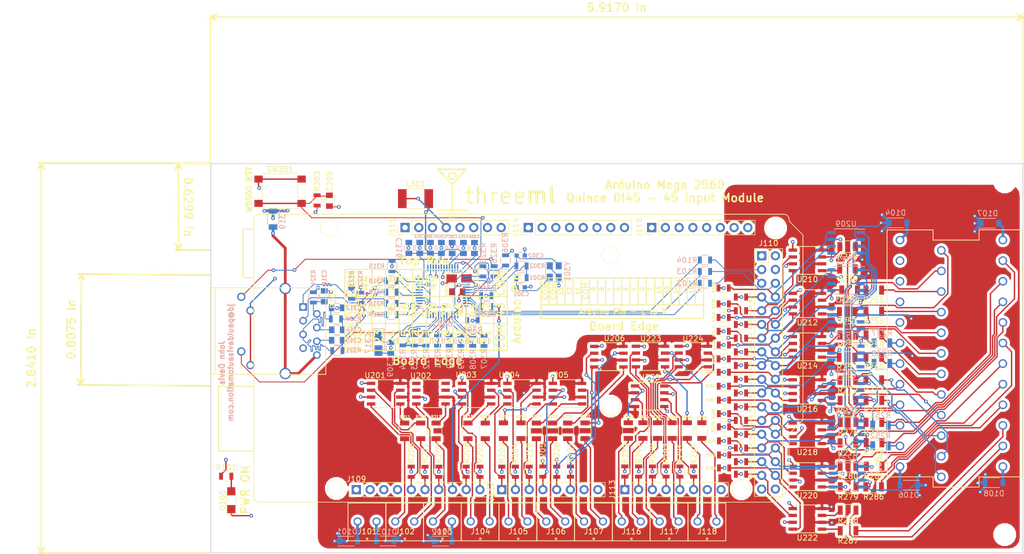
<source format=kicad_pcb>
(kicad_pcb (version 4) (host pcbnew 4.0.6)
  (layers (0 F.Cu signal) (1 PWR signal hide) (2 GND signal hide) (31 B.Cu signal) (34 B.Paste user) (35 F.Paste user) (36 B.SilkS user) (37 F.SilkS user) (38 B.Mask user hide) (39 F.Mask user) (44 Edge.Cuts user))
  (net 0 "")
  (net 1 GND)
  (net 2 "Net-(D105-Pad2)")
  (net 3 GNDD)
  (net 4 /F_PWM13)
  (net 5 /F_PWM11)
  (net 6 /F_PWM12)
  (net 7 /F_PWM9)
  (net 8 /F_PWM7)
  (net 9 /F_PWM8)
  (net 10 /F_PWM5)
  (net 11 /F_PWM6)
  (net 12 /F_PWM3)
  (net 13 /F_PWM4)
  (net 14 /F_PWM2)
  (net 15 /F_DIN22)
  (net 16 /F_DIN23)
  (net 17 /F_DIN24)
  (net 18 /F_DIN25)
  (net 19 /F_DIN26)
  (net 20 /F_DIN27)
  (net 21 /F_DIN28)
  (net 22 /F_DIN29)
  (net 23 /F_DIN30)
  (net 24 /F_DIN31)
  (net 25 /F_DIN32)
  (net 26 /F_DIN33)
  (net 27 /F_DIN34)
  (net 28 /F_DIN35)
  (net 29 /F_DIN36)
  (net 30 /F_DIN43)
  (net 31 /F_DIN37)
  (net 32 /F_DIN38)
  (net 33 /F_DIN39)
  (net 34 /F_DIN40)
  (net 35 /F_DIN41)
  (net 36 /F_DIN42)
  (net 37 /F_DIN44)
  (net 38 /F_DIN45)
  (net 39 /F_DIN46)
  (net 40 /F_DIN47)
  (net 41 /F_DIN48)
  (net 42 /F_DIN49)
  (net 43 /PWM13)
  (net 44 /PWM12)
  (net 45 /PWM11)
  (net 46 /PWM10)
  (net 47 /PWM9)
  (net 48 /PWM8)
  (net 49 /PWM7)
  (net 50 /PWM6)
  (net 51 /PWM5)
  (net 52 /PWM4)
  (net 53 /PWM3)
  (net 54 /PWM2)
  (net 55 /DIN52)
  (net 56 /DIN50)
  (net 57 /DIN51)
  (net 58 /DIN48)
  (net 59 /DIN49)
  (net 60 /DIN46)
  (net 61 /DIN47)
  (net 62 /DIN44)
  (net 63 /DIN45)
  (net 64 /DIN42)
  (net 65 /DIN43)
  (net 66 /DIN40)
  (net 67 /DIN41)
  (net 68 /DIN38)
  (net 69 /DIN39)
  (net 70 /DIN36)
  (net 71 /DIN37)
  (net 72 /DIN34)
  (net 73 /DIN35)
  (net 74 /DIN32)
  (net 75 /DIN33)
  (net 76 /DIN30)
  (net 77 /DIN31)
  (net 78 /DIN28)
  (net 79 /DIN29)
  (net 80 /DIN26)
  (net 81 /DIN27)
  (net 82 /DIN24)
  (net 83 /DIN25)
  (net 84 /DIN22)
  (net 85 /DIN23)
  (net 86 +5V)
  (net 87 "Net-(R211-Pad2)")
  (net 88 "Net-(R212-Pad2)")
  (net 89 "Net-(R213-Pad2)")
  (net 90 "Net-(R215-Pad2)")
  (net 91 "Net-(R216-Pad2)")
  (net 92 "Net-(R217-Pad2)")
  (net 93 "Net-(R218-Pad2)")
  (net 94 "Net-(R219-Pad2)")
  (net 95 "Net-(R220-Pad2)")
  (net 96 "Net-(R231-Pad2)")
  (net 97 "Net-(R232-Pad2)")
  (net 98 "Net-(R237-Pad2)")
  (net 99 "Net-(R238-Pad2)")
  (net 100 "Net-(R239-Pad2)")
  (net 101 "Net-(R240-Pad2)")
  (net 102 "Net-(R251-Pad2)")
  (net 103 "Net-(R252-Pad2)")
  (net 104 "Net-(R253-Pad2)")
  (net 105 "Net-(R254-Pad2)")
  (net 106 "Net-(R255-Pad2)")
  (net 107 "Net-(R256-Pad2)")
  (net 108 "Net-(R257-Pad2)")
  (net 109 "Net-(R258-Pad2)")
  (net 110 "Net-(R259-Pad2)")
  (net 111 "Net-(R260-Pad2)")
  (net 112 "Net-(R271-Pad2)")
  (net 113 "Net-(R272-Pad2)")
  (net 114 "Net-(R273-Pad2)")
  (net 115 "Net-(R274-Pad2)")
  (net 116 "Net-(R275-Pad2)")
  (net 117 "Net-(R276-Pad2)")
  (net 118 "Net-(R277-Pad2)")
  (net 119 "Net-(R278-Pad2)")
  (net 120 "Net-(R279-Pad2)")
  (net 121 "Net-(R280-Pad2)")
  (net 122 "Net-(R285-Pad2)")
  (net 123 "Net-(R286-Pad2)")
  (net 124 "Net-(R287-Pad2)")
  (net 125 "Net-(R288-Pad2)")
  (net 126 /DIN14)
  (net 127 /DIN15)
  (net 128 /DIN16)
  (net 129 /DIN17)
  (net 130 /DIN18)
  (net 131 /DIN19)
  (net 132 /F_DIN19)
  (net 133 /F_DIN18)
  (net 134 /F_DIN17)
  (net 135 /F_DIN16)
  (net 136 /F_DIN15)
  (net 137 /F_DIN14)
  (net 138 "Net-(R295-Pad2)")
  (net 139 "Net-(R296-Pad2)")
  (net 140 "Net-(R297-Pad2)")
  (net 141 "Net-(R298-Pad2)")
  (net 142 "Net-(R299-Pad2)")
  (net 143 "Net-(R300-Pad2)")
  (net 144 "Net-(C301-Pad1)")
  (net 145 /W5500/XI/CLKN)
  (net 146 +3V3)
  (net 147 "Net-(C305-Pad1)")
  (net 148 "Net-(C306-Pad1)")
  (net 149 "Net-(C307-Pad1)")
  (net 150 "Net-(C308-Pad1)")
  (net 151 "Net-(C312-Pad1)")
  (net 152 "Net-(C314-Pad1)")
  (net 153 "Net-(C314-Pad2)")
  (net 154 "Net-(C315-Pad1)")
  (net 155 "Net-(C315-Pad2)")
  (net 156 "Net-(C318-Pad1)")
  (net 157 Earth)
  (net 158 "Net-(P301-Pad11)")
  (net 159 "Net-(P301-Pad9)")
  (net 160 "Net-(P301-Pad1)")
  (net 161 "Net-(P301-Pad3)")
  (net 162 /W5500/ARD_MOSI)
  (net 163 /W5500/ARD_MISO)
  (net 164 /W5500/ARD_SCLK)
  (net 165 /W5500/ARD_SS)
  (net 166 /W5500/X0)
  (net 167 "Net-(R304-Pad2)")
  (net 168 "Net-(R306-Pad1)")
  (net 169 "Net-(R307-Pad2)")
  (net 170 "Net-(R308-Pad2)")
  (net 171 "Net-(R309-Pad2)")
  (net 172 "Net-(R310-Pad2)")
  (net 173 "Net-(R311-Pad2)")
  (net 174 "Net-(R312-Pad2)")
  (net 175 "Net-(R313-Pad2)")
  (net 176 "Net-(R314-Pad2)")
  (net 177 "Net-(R315-Pad1)")
  (net 178 "Net-(R316-Pad2)")
  (net 179 "Net-(R317-Pad2)")
  (net 180 "Net-(R318-Pad2)")
  (net 181 "Net-(R319-Pad2)")
  (net 182 /W5500/LINKLED)
  (net 183 /W5500/ACTLED)
  (net 184 "Net-(D101-Pad2)")
  (net 185 "Net-(D102-Pad2)")
  (net 186 "Net-(D103-Pad2)")
  (net 187 "Net-(D104-Pad2)")
  (net 188 "Net-(D106-Pad2)")
  (net 189 "Net-(D107-Pad2)")
  (net 190 "Net-(D108-Pad2)")
  (module Capacitors_SMD:C_0805 (layer B.Cu) (at 97.7773 100.4951)
    (fp_text reference C312 (at 3.0607 0) (layer B.SilkS) (effects (font (size 0.75 0.75)) (justify mirror)))
    (fp_text value 10nF)
    (pad 1 smd rect (at -1 0) (size 1 1.25) (layers B.Cu B.Paste B.Mask) (net 151 "Net-(C312-Pad1)"))
    (pad 2 smd rect (at 1 0) (size 1 1.25) (layers B.Cu B.Paste B.Mask) (net 3 GNDD))
  )
  (module Housings_SOIC:SOIC-8_3.9x4.9mm_Pitch1.27mm (layer F.Cu) (at 155.7426 109.514 180)
    (fp_text reference U223 (at -0.05 3.325 180) (layer F.SilkS))
    (fp_text value MOCD217M)
    (pad 1 smd rect (at -2.7 -1.905 180) (size 1.55 0.6) (layers F.Cu F.Paste F.Mask) (net 138 "Net-(R295-Pad2)"))
    (pad 2 smd rect (at -2.7 -0.635 180) (size 1.55 0.6) (layers F.Cu F.Paste F.Mask) (net 1 GND))
    (pad 3 smd rect (at -2.7 0.635 180) (size 1.55 0.6) (layers F.Cu F.Paste F.Mask) (net 139 "Net-(R296-Pad2)"))
    (pad 4 smd rect (at -2.7 1.905 180) (size 1.55 0.6) (layers F.Cu F.Paste F.Mask) (net 1 GND))
    (pad 5 smd rect (at 2.7 1.905 180) (size 1.55 0.6) (layers F.Cu F.Paste F.Mask) (net 3 GNDD))
    (pad 6 smd rect (at 2.7 0.635 180) (size 1.55 0.6) (layers F.Cu F.Paste F.Mask) (net 126 /DIN14))
    (pad 7 smd rect (at 2.7 -0.635 180) (size 1.55 0.6) (layers F.Cu F.Paste F.Mask) (net 3 GNDD))
    (pad 8 smd rect (at 2.7 -1.905 180) (size 1.55 0.6) (layers F.Cu F.Paste F.Mask) (net 127 /DIN15))
  )
  (module Capacitors_SMD:C_0603 (layer B.Cu) (at 131.7371 96.6978)
    (fp_text reference C301 (at 0.0879 1.2522) (layer B.SilkS) (effects (font (size 0.75 0.75)) (justify mirror)))
    (fp_text value 18pF)
    (pad 1 smd rect (at -0.75 0) (size 0.8 0.75) (layers B.Cu B.Paste B.Mask) (net 144 "Net-(C301-Pad1)"))
    (pad 2 smd rect (at 0.75 0) (size 0.8 0.75) (layers B.Cu B.Paste B.Mask) (net 3 GNDD))
  )
  (module Resistors_SMD:R_0805 (layer B.Cu) (at 131.8895 94.9198 180)
    (fp_text reference R301 (at -2.8605 -0.0052 180) (layer B.SilkS) (effects (font (size 0.75 0.75)) (justify mirror)))
    (fp_text value 0)
    (pad 1 smd rect (at -0.95 0 180) (size 0.7 1.3) (layers B.Cu B.Paste B.Mask) (net 166 /W5500/X0))
    (pad 2 smd rect (at 0.95 0 180) (size 0.7 1.3) (layers B.Cu B.Paste B.Mask) (net 144 "Net-(C301-Pad1)"))
  )
  (module Housings_SOIC:SOIC-8_3.9x4.9mm_Pitch1.27mm (layer F.Cu) (at 115.1528 116.381 180)
    (fp_text reference U202 (at 1.905 3.3002 360) (layer F.SilkS))
    (fp_text value MOCD217M)
    (pad 1 smd rect (at -2.7 -1.905 180) (size 1.55 0.6) (layers F.Cu F.Paste F.Mask) (net 89 "Net-(R213-Pad2)"))
    (pad 2 smd rect (at -2.7 -0.635 180) (size 1.55 0.6) (layers F.Cu F.Paste F.Mask) (net 1 GND))
    (pad 3 smd rect (at -2.7 0.635 180) (size 1.55 0.6) (layers F.Cu F.Paste F.Mask))
    (pad 4 smd rect (at -2.7 1.905 180) (size 1.55 0.6) (layers F.Cu F.Paste F.Mask))
    (pad 5 smd rect (at 2.7 1.905 180) (size 1.55 0.6) (layers F.Cu F.Paste F.Mask))
    (pad 6 smd rect (at 2.7 0.635 180) (size 1.55 0.6) (layers F.Cu F.Paste F.Mask))
    (pad 7 smd rect (at 2.7 -0.635 180) (size 1.55 0.6) (layers F.Cu F.Paste F.Mask) (net 3 GNDD))
    (pad 8 smd rect (at 2.7 -1.905 180) (size 1.55 0.6) (layers F.Cu F.Paste F.Mask) (net 45 /PWM11))
  )
  (module 3ML_Footprint_Library:Phoenix_1727832 (layer F.Cu) (at 201.8665 129.8702 90)
    (fp_text reference J108 (at 0.0254 -3.937 90) (layer F.SilkS))
    (fp_text value CONN_01X36 hide)
    (pad 25 thru_hole circle (at 0 0 90) (size 1.6 1.6) (drill 1.1) (layers *.Cu *.Mask) (net 188 "Net-(D106-Pad2)"))
    (pad 1 thru_hole circle (at 0 19.0246 90) (size 1.6 1.6) (drill 1.1) (layers *.Cu *.Mask) (net 190 "Net-(D108-Pad2)"))
    (pad 12 thru_hole circle (at 41.91 19.0246 90) (size 1.6 1.6) (drill 1.1) (layers *.Cu *.Mask) (net 189 "Net-(D107-Pad2)"))
    (pad 2 thru_hole circle (at 3.81 19.0246 90) (size 1.6 1.6) (drill 1.1) (layers *.Cu *.Mask) (net 15 /F_DIN22))
    (pad 3 thru_hole circle (at 7.62 19.0246 90) (size 1.6 1.6) (drill 1.1) (layers *.Cu *.Mask) (net 16 /F_DIN23))
    (pad 4 thru_hole circle (at 11.43 19.0246 90) (size 1.6 1.6) (drill 1.1) (layers *.Cu *.Mask) (net 17 /F_DIN24))
    (pad 5 thru_hole circle (at 15.24 19.0246 90) (size 1.6 1.6) (drill 1.1) (layers *.Cu *.Mask) (net 18 /F_DIN25))
    (pad 6 thru_hole circle (at 19.05 19.0246 90) (size 1.6 1.6) (drill 1.1) (layers *.Cu *.Mask) (net 19 /F_DIN26))
    (pad 7 thru_hole circle (at 22.86 19.0246 90) (size 1.6 1.6) (drill 1.1) (layers *.Cu *.Mask) (net 20 /F_DIN27))
    (pad 8 thru_hole circle (at 26.67 19.0246 90) (size 1.6 1.6) (drill 1.1) (layers *.Cu *.Mask) (net 21 /F_DIN28))
    (pad 9 thru_hole circle (at 30.48 19.0246 90) (size 1.6 1.6) (drill 1.1) (layers *.Cu *.Mask) (net 22 /F_DIN29))
    (pad 10 thru_hole circle (at 34.29 19.0246 90) (size 1.6 1.6) (drill 1.1) (layers *.Cu *.Mask) (net 23 /F_DIN30))
    (pad 11 thru_hole circle (at 38.1 19.0246 90) (size 1.6 1.6) (drill 1.1) (layers *.Cu *.Mask) (net 24 /F_DIN31))
    (pad 13 thru_hole circle (at -1.905 7.6454 90) (size 1.6 1.6) (drill 1.1) (layers *.Cu *.Mask) (net 25 /F_DIN32))
    (pad 14 thru_hole circle (at 1.905 7.6454 90) (size 1.6 1.6) (drill 1.1) (layers *.Cu *.Mask) (net 26 /F_DIN33))
    (pad 15 thru_hole circle (at 5.715 7.6454 90) (size 1.6 1.6) (drill 1.1) (layers *.Cu *.Mask) (net 27 /F_DIN34))
    (pad 16 thru_hole circle (at 9.525 7.6454 90) (size 1.6 1.6) (drill 1.1) (layers *.Cu *.Mask) (net 28 /F_DIN35))
    (pad 17 thru_hole circle (at 13.335 7.6454 90) (size 1.6 1.6) (drill 1.1) (layers *.Cu *.Mask) (net 29 /F_DIN36))
    (pad 24 thru_hole circle (at 40.005 7.6454 90) (size 1.6 1.6) (drill 1.1) (layers *.Cu *.Mask) (net 30 /F_DIN43))
    (pad 18 thru_hole circle (at 17.145 7.6454 90) (size 1.6 1.6) (drill 1.1) (layers *.Cu *.Mask) (net 31 /F_DIN37))
    (pad 19 thru_hole circle (at 20.955 7.6454 90) (size 1.6 1.6) (drill 1.1) (layers *.Cu *.Mask) (net 32 /F_DIN38))
    (pad 20 thru_hole circle (at 24.765 7.6454 90) (size 1.6 1.6) (drill 1.1) (layers *.Cu *.Mask) (net 33 /F_DIN39))
    (pad 21 thru_hole circle (at 28.575 7.6454 90) (size 1.6 1.6) (drill 1.1) (layers *.Cu *.Mask) (net 34 /F_DIN40))
    (pad 22 thru_hole circle (at 32.385 7.6454 90) (size 1.6 1.6) (drill 1.1) (layers *.Cu *.Mask) (net 35 /F_DIN41))
    (pad 23 thru_hole circle (at 36.195 7.6454 90) (size 1.6 1.6) (drill 1.1) (layers *.Cu *.Mask) (net 36 /F_DIN42))
    (pad 36 thru_hole circle (at 41.91 0 90) (size 1.6 1.6) (drill 1.1) (layers *.Cu *.Mask) (net 187 "Net-(D104-Pad2)"))
    (pad 26 thru_hole circle (at 3.81 0 90) (size 1.6 1.6) (drill 1.1) (layers *.Cu *.Mask) (net 37 /F_DIN44))
    (pad 27 thru_hole circle (at 7.62 0 90) (size 1.6 1.6) (drill 1.1) (layers *.Cu *.Mask) (net 38 /F_DIN45))
    (pad 28 thru_hole circle (at 11.43 0 90) (size 1.6 1.6) (drill 1.1) (layers *.Cu *.Mask) (net 39 /F_DIN46))
    (pad 29 thru_hole circle (at 15.24 0 90) (size 1.6 1.6) (drill 1.1) (layers *.Cu *.Mask) (net 40 /F_DIN47))
    (pad 30 thru_hole circle (at 19.05 0 90) (size 1.6 1.6) (drill 1.1) (layers *.Cu *.Mask) (net 41 /F_DIN48))
    (pad 31 thru_hole circle (at 22.86 0 90) (size 1.6 1.6) (drill 1.1) (layers *.Cu *.Mask) (net 42 /F_DIN49))
    (pad 32 thru_hole circle (at 26.67 0 90) (size 1.6 1.6) (drill 1.1) (layers *.Cu *.Mask))
    (pad 33 thru_hole circle (at 30.48 0 90) (size 1.6 1.6) (drill 1.1) (layers *.Cu *.Mask))
    (pad 34 thru_hole circle (at 34.29 0 90) (size 1.6 1.6) (drill 1.1) (layers *.Cu *.Mask))
    (pad 35 thru_hole circle (at 38.1 0 90) (size 1.6 1.6) (drill 1.1) (layers *.Cu *.Mask))
  )
  (module Resistors_SMD:R_0805 (layer B.Cu) (at 100.4697 97.8789 270)
    (fp_text reference R323 (at -2.8067 -0.0254 270) (layer B.SilkS) (effects (font (size 0.75 0.75)) (justify mirror)))
    (fp_text value 49.9)
    (pad 1 smd rect (at -0.95 0 270) (size 0.7 1.3) (layers B.Cu B.Paste B.Mask) (net 146 +3V3))
    (pad 2 smd rect (at 0.95 0 270) (size 0.7 1.3) (layers B.Cu B.Paste B.Mask) (net 160 "Net-(P301-Pad1)"))
  )
  (module Housings_QFP:LQFP-48_7x7mm_Pitch0.5mm (layer B.Cu) (at 117.3226 97.434)
    (fp_text reference U301 (at 0 6) (layer B.SilkS) (effects (justify mirror)))
    (fp_text value W5500)
    (pad 1 smd rect (at -4.35 2.75) (size 1.3 0.25) (layers B.Cu B.Paste B.Mask) (net 179 "Net-(R317-Pad2)"))
    (pad 2 smd rect (at -4.35 2.25) (size 1.3 0.25) (layers B.Cu B.Paste B.Mask) (net 178 "Net-(R316-Pad2)"))
    (pad 3 smd rect (at -4.35 1.75) (size 1.3 0.25) (layers B.Cu B.Paste B.Mask) (net 3 GNDD))
    (pad 4 smd rect (at -4.35 1.25) (size 1.3 0.25) (layers B.Cu B.Paste B.Mask) (net 150 "Net-(C308-Pad1)"))
    (pad 5 smd rect (at -4.35 0.75) (size 1.3 0.25) (layers B.Cu B.Paste B.Mask) (net 181 "Net-(R319-Pad2)"))
    (pad 6 smd rect (at -4.35 0.25) (size 1.3 0.25) (layers B.Cu B.Paste B.Mask) (net 180 "Net-(R318-Pad2)"))
    (pad 7 smd rect (at -4.35 -0.25) (size 1.3 0.25) (layers B.Cu B.Paste B.Mask))
    (pad 8 smd rect (at -4.35 -0.75) (size 1.3 0.25) (layers B.Cu B.Paste B.Mask) (net 150 "Net-(C308-Pad1)"))
    (pad 9 smd rect (at -4.35 -1.25) (size 1.3 0.25) (layers B.Cu B.Paste B.Mask) (net 3 GNDD))
    (pad 10 smd rect (at -4.35 -1.75) (size 1.3 0.25) (layers B.Cu B.Paste B.Mask) (net 177 "Net-(R315-Pad1)"))
    (pad 11 smd rect (at -4.35 -2.25) (size 1.3 0.25) (layers B.Cu B.Paste B.Mask) (net 150 "Net-(C308-Pad1)"))
    (pad 12 smd rect (at -4.35 -2.75) (size 1.3 0.25) (layers B.Cu B.Paste B.Mask))
    (pad 13 smd rect (at -2.75 -4.35 270) (size 1.3 0.25) (layers B.Cu B.Paste B.Mask))
    (pad 14 smd rect (at -2.25 -4.35 270) (size 1.3 0.25) (layers B.Cu B.Paste B.Mask) (net 3 GNDD))
    (pad 15 smd rect (at -1.75 -4.35 270) (size 1.3 0.25) (layers B.Cu B.Paste B.Mask) (net 150 "Net-(C308-Pad1)"))
    (pad 16 smd rect (at -1.25 -4.35 270) (size 1.3 0.25) (layers B.Cu B.Paste B.Mask) (net 3 GNDD))
    (pad 17 smd rect (at -0.75 -4.35 270) (size 1.3 0.25) (layers B.Cu B.Paste B.Mask) (net 150 "Net-(C308-Pad1)"))
    (pad 18 smd rect (at -0.25 -4.35 270) (size 1.3 0.25) (layers B.Cu B.Paste B.Mask))
    (pad 19 smd rect (at 0.25 -4.35 270) (size 1.3 0.25) (layers B.Cu B.Paste B.Mask) (net 3 GNDD))
    (pad 20 smd rect (at 0.75 -4.35 270) (size 1.3 0.25) (layers B.Cu B.Paste B.Mask) (net 149 "Net-(C307-Pad1)"))
    (pad 21 smd rect (at 1.25 -4.35 270) (size 1.3 0.25) (layers B.Cu B.Paste B.Mask) (net 150 "Net-(C308-Pad1)"))
    (pad 22 smd rect (at 1.75 -4.35 270) (size 1.3 0.25) (layers B.Cu B.Paste B.Mask) (net 148 "Net-(C306-Pad1)"))
    (pad 23 smd rect (at 2.25 -4.35 270) (size 1.3 0.25) (layers B.Cu B.Paste B.Mask) (net 168 "Net-(R306-Pad1)"))
    (pad 24 smd rect (at 2.75 -4.35 270) (size 1.3 0.25) (layers B.Cu B.Paste B.Mask))
    (pad 25 smd rect (at 4.35 -2.75) (size 1.3 0.25) (layers B.Cu B.Paste B.Mask) (net 182 /W5500/LINKLED))
    (pad 26 smd rect (at 4.35 -2.25) (size 1.3 0.25) (layers B.Cu B.Paste B.Mask))
    (pad 27 smd rect (at 4.35 -1.75) (size 1.3 0.25) (layers B.Cu B.Paste B.Mask) (net 183 /W5500/ACTLED))
    (pad 28 smd rect (at 4.35 -1.25) (size 1.3 0.25) (layers B.Cu B.Paste B.Mask) (net 146 +3V3))
    (pad 29 smd rect (at 4.35 -0.75) (size 1.3 0.25) (layers B.Cu B.Paste B.Mask) (net 3 GNDD))
    (pad 30 smd rect (at 4.35 -0.25) (size 1.3 0.25) (layers B.Cu B.Paste B.Mask) (net 145 /W5500/XI/CLKN))
    (pad 31 smd rect (at 4.35 0.25) (size 1.3 0.25) (layers B.Cu B.Paste B.Mask) (net 166 /W5500/X0))
    (pad 32 smd rect (at 4.35 0.75) (size 1.3 0.25) (layers B.Cu B.Paste B.Mask) (net 165 /W5500/ARD_SS))
    (pad 33 smd rect (at 4.35 1.25) (size 1.3 0.25) (layers B.Cu B.Paste B.Mask) (net 164 /W5500/ARD_SCLK))
    (pad 34 smd rect (at 4.35 1.75) (size 1.3 0.25) (layers B.Cu B.Paste B.Mask) (net 163 /W5500/ARD_MISO))
    (pad 35 smd rect (at 4.35 2.25) (size 1.3 0.25) (layers B.Cu B.Paste B.Mask) (net 162 /W5500/ARD_MOSI))
    (pad 36 smd rect (at 4.35 2.75) (size 1.3 0.25) (layers B.Cu B.Paste B.Mask) (net 167 "Net-(R304-Pad2)"))
    (pad 37 smd rect (at 2.75 4.35 270) (size 1.3 0.25) (layers B.Cu B.Paste B.Mask) (net 147 "Net-(C305-Pad1)"))
    (pad 38 smd rect (at 2.25 4.35 270) (size 1.3 0.25) (layers B.Cu B.Paste B.Mask) (net 169 "Net-(R307-Pad2)"))
    (pad 39 smd rect (at 1.75 4.35 270) (size 1.3 0.25) (layers B.Cu B.Paste B.Mask) (net 170 "Net-(R308-Pad2)"))
    (pad 40 smd rect (at 1.25 4.35 270) (size 1.3 0.25) (layers B.Cu B.Paste B.Mask) (net 171 "Net-(R309-Pad2)"))
    (pad 41 smd rect (at 0.75 4.35 270) (size 1.3 0.25) (layers B.Cu B.Paste B.Mask) (net 172 "Net-(R310-Pad2)"))
    (pad 42 smd rect (at 0.25 4.35 270) (size 1.3 0.25) (layers B.Cu B.Paste B.Mask) (net 173 "Net-(R311-Pad2)"))
    (pad 43 smd rect (at -0.25 4.35 270) (size 1.3 0.25) (layers B.Cu B.Paste B.Mask) (net 174 "Net-(R312-Pad2)"))
    (pad 44 smd rect (at -0.75 4.35 270) (size 1.3 0.25) (layers B.Cu B.Paste B.Mask) (net 175 "Net-(R313-Pad2)"))
    (pad 45 smd rect (at -1.25 4.35 270) (size 1.3 0.25) (layers B.Cu B.Paste B.Mask) (net 176 "Net-(R314-Pad2)"))
    (pad 46 smd rect (at -1.75 4.35 270) (size 1.3 0.25) (layers B.Cu B.Paste B.Mask))
    (pad 47 smd rect (at -2.25 4.35 270) (size 1.3 0.25) (layers B.Cu B.Paste B.Mask))
    (pad 48 smd rect (at -2.75 4.35 270) (size 1.3 0.25) (layers B.Cu B.Paste B.Mask) (net 3 GNDD))
  )
  (module 3ML_Footprint_Library:Wurth_691103010002 (layer F.Cu) (at 108.5562 140.0302)
    (fp_text reference J102 (at 1.7982 1.8542) (layer F.SilkS))
    (fp_text value CONN_01X02 hide)
    (pad 1 thru_hole circle (at 0 0) (size 1.5 1.5) (drill 1) (layers *.Cu *.Mask) (net 4 /F_PWM13))
    (pad 2 thru_hole circle (at 3.5 0) (size 1.5 1.5) (drill 1) (layers *.Cu *.Mask) (net 6 /F_PWM12))
  )
  (module Mounting_Holes:MountingHole_3.2mm_M3 (layer F.Cu) (at 148.3868 118.6942)
    (fp_text reference ACC108 hide)
    (fp_text value ARDUINO_MOUNTING_HOLE)
    (pad 1 np_thru_hole circle (at 0 0) (size 3.2 3.2) (drill 3.2) (layers *.Cu *.Mask))
  )
  (module Housings_SOIC:SOIC-8_3.9x4.9mm_Pitch1.27mm (layer F.Cu) (at 106.7854 116.381 180)
    (fp_text reference U201 (at 1.9704 3.3764 360) (layer F.SilkS))
    (fp_text value MOCD217M)
    (pad 1 smd rect (at -2.7 -1.905 180) (size 1.55 0.6) (layers F.Cu F.Paste F.Mask) (net 87 "Net-(R211-Pad2)"))
    (pad 2 smd rect (at -2.7 -0.635 180) (size 1.55 0.6) (layers F.Cu F.Paste F.Mask) (net 1 GND))
    (pad 3 smd rect (at -2.7 0.635 180) (size 1.55 0.6) (layers F.Cu F.Paste F.Mask) (net 88 "Net-(R212-Pad2)"))
    (pad 4 smd rect (at -2.7 1.905 180) (size 1.55 0.6) (layers F.Cu F.Paste F.Mask) (net 1 GND))
    (pad 5 smd rect (at 2.7 1.905 180) (size 1.55 0.6) (layers F.Cu F.Paste F.Mask) (net 3 GNDD))
    (pad 6 smd rect (at 2.7 0.635 180) (size 1.55 0.6) (layers F.Cu F.Paste F.Mask) (net 44 /PWM12))
    (pad 7 smd rect (at 2.7 -0.635 180) (size 1.55 0.6) (layers F.Cu F.Paste F.Mask) (net 3 GNDD))
    (pad 8 smd rect (at 2.7 -1.905 180) (size 1.55 0.6) (layers F.Cu F.Paste F.Mask) (net 43 /PWM13))
  )
  (module Resistors_SMD:R_1206 (layer B.Cu) (at 198.2724 122.2248 180)
    (fp_text reference R251 (at 0 1.85 180) (layer B.SilkS) (effects (justify mirror)))
    (fp_text value 4.8k)
    (pad 1 smd rect (at -1.45 0 180) (size 0.9 1.7) (layers B.Cu B.Paste B.Mask) (net 38 /F_DIN45))
    (pad 2 smd rect (at 1.45 0 180) (size 0.9 1.7) (layers B.Cu B.Paste B.Mask) (net 102 "Net-(R251-Pad2)"))
  )
  (module 3ML_Footprint_Library:Arduino_Mega_2560__UPSIDE_DOWN_Footprint (layer F.Cu) (at 131.4134 110.7307)
    (fp_text reference ACC101 hide)
    (fp_text value ARDUINO_MEGA_OUTLINE hide)
  )
  (module LEDs:LED_1206 (layer F.Cu) (at 78.2276 136.100776 90)
    (fp_text reference D105 (at 0 -1.6 90) (layer F.SilkS))
    (fp_text value PWR_LED)
    (pad 2 smd rect (at 1.65 0 270) (size 1.5 1.5) (layers F.Cu F.Paste F.Mask) (net 2 "Net-(D105-Pad2)"))
    (pad 1 smd rect (at -1.65 0 270) (size 1.5 1.5) (layers F.Cu F.Paste F.Mask) (net 3 GNDD))
  )
  (module Pin_Headers:Pin_Header_Straight_2x18_Pitch2.54mm (layer F.Cu) (at 176.2966 90.8704)
    (fp_text reference J110 (at 1.27 -2.33) (layer F.SilkS))
    (fp_text value CONN_02X18)
    (pad 1 thru_hole rect (at 0 0) (size 1.7 1.7) (drill 1) (layers *.Cu *.Mask) (net 3 GNDD))
    (pad 2 thru_hole oval (at 2.54 0) (size 1.7 1.7) (drill 1) (layers *.Cu *.Mask) (net 3 GNDD))
    (pad 3 thru_hole oval (at 0 2.54) (size 1.7 1.7) (drill 1) (layers *.Cu *.Mask) (net 55 /DIN52))
    (pad 4 thru_hole oval (at 2.54 2.54) (size 1.7 1.7) (drill 1) (layers *.Cu *.Mask))
    (pad 5 thru_hole oval (at 0 5.08) (size 1.7 1.7) (drill 1) (layers *.Cu *.Mask) (net 56 /DIN50))
    (pad 6 thru_hole oval (at 2.54 5.08) (size 1.7 1.7) (drill 1) (layers *.Cu *.Mask) (net 57 /DIN51))
    (pad 7 thru_hole oval (at 0 7.62) (size 1.7 1.7) (drill 1) (layers *.Cu *.Mask) (net 58 /DIN48))
    (pad 8 thru_hole oval (at 2.54 7.62) (size 1.7 1.7) (drill 1) (layers *.Cu *.Mask) (net 59 /DIN49))
    (pad 9 thru_hole oval (at 0 10.16) (size 1.7 1.7) (drill 1) (layers *.Cu *.Mask) (net 60 /DIN46))
    (pad 10 thru_hole oval (at 2.54 10.16) (size 1.7 1.7) (drill 1) (layers *.Cu *.Mask) (net 61 /DIN47))
    (pad 11 thru_hole oval (at 0 12.7) (size 1.7 1.7) (drill 1) (layers *.Cu *.Mask) (net 62 /DIN44))
    (pad 12 thru_hole oval (at 2.54 12.7) (size 1.7 1.7) (drill 1) (layers *.Cu *.Mask) (net 63 /DIN45))
    (pad 13 thru_hole oval (at 0 15.24) (size 1.7 1.7) (drill 1) (layers *.Cu *.Mask) (net 64 /DIN42))
    (pad 14 thru_hole oval (at 2.54 15.24) (size 1.7 1.7) (drill 1) (layers *.Cu *.Mask) (net 65 /DIN43))
    (pad 15 thru_hole oval (at 0 17.78) (size 1.7 1.7) (drill 1) (layers *.Cu *.Mask) (net 66 /DIN40))
    (pad 16 thru_hole oval (at 2.54 17.78) (size 1.7 1.7) (drill 1) (layers *.Cu *.Mask) (net 67 /DIN41))
    (pad 17 thru_hole oval (at 0 20.32) (size 1.7 1.7) (drill 1) (layers *.Cu *.Mask) (net 68 /DIN38))
    (pad 18 thru_hole oval (at 2.54 20.32) (size 1.7 1.7) (drill 1) (layers *.Cu *.Mask) (net 69 /DIN39))
    (pad 19 thru_hole oval (at 0 22.86) (size 1.7 1.7) (drill 1) (layers *.Cu *.Mask) (net 70 /DIN36))
    (pad 20 thru_hole oval (at 2.54 22.86) (size 1.7 1.7) (drill 1) (layers *.Cu *.Mask) (net 71 /DIN37))
    (pad 21 thru_hole oval (at 0 25.4) (size 1.7 1.7) (drill 1) (layers *.Cu *.Mask) (net 72 /DIN34))
    (pad 22 thru_hole oval (at 2.54 25.4) (size 1.7 1.7) (drill 1) (layers *.Cu *.Mask) (net 73 /DIN35))
    (pad 23 thru_hole oval (at 0 27.94) (size 1.7 1.7) (drill 1) (layers *.Cu *.Mask) (net 74 /DIN32))
    (pad 24 thru_hole oval (at 2.54 27.94) (size 1.7 1.7) (drill 1) (layers *.Cu *.Mask) (net 75 /DIN33))
    (pad 25 thru_hole oval (at 0 30.48) (size 1.7 1.7) (drill 1) (layers *.Cu *.Mask) (net 76 /DIN30))
    (pad 26 thru_hole oval (at 2.54 30.48) (size 1.7 1.7) (drill 1) (layers *.Cu *.Mask) (net 77 /DIN31))
    (pad 27 thru_hole oval (at 0 33.02) (size 1.7 1.7) (drill 1) (layers *.Cu *.Mask) (net 78 /DIN28))
    (pad 28 thru_hole oval (at 2.54 33.02) (size 1.7 1.7) (drill 1) (layers *.Cu *.Mask) (net 79 /DIN29))
    (pad 29 thru_hole oval (at 0 35.56) (size 1.7 1.7) (drill 1) (layers *.Cu *.Mask) (net 80 /DIN26))
    (pad 30 thru_hole oval (at 2.54 35.56) (size 1.7 1.7) (drill 1) (layers *.Cu *.Mask) (net 81 /DIN27))
    (pad 31 thru_hole oval (at 0 38.1) (size 1.7 1.7) (drill 1) (layers *.Cu *.Mask) (net 82 /DIN24))
    (pad 32 thru_hole oval (at 2.54 38.1) (size 1.7 1.7) (drill 1) (layers *.Cu *.Mask) (net 83 /DIN25))
    (pad 33 thru_hole oval (at 0 40.64) (size 1.7 1.7) (drill 1) (layers *.Cu *.Mask) (net 84 /DIN22))
    (pad 34 thru_hole oval (at 2.54 40.64) (size 1.7 1.7) (drill 1) (layers *.Cu *.Mask) (net 85 /DIN23))
    (pad 35 thru_hole oval (at 0 43.18) (size 1.7 1.7) (drill 1) (layers *.Cu *.Mask) (net 86 +5V))
    (pad 36 thru_hole oval (at 2.54 43.18) (size 1.7 1.7) (drill 1) (layers *.Cu *.Mask) (net 86 +5V))
  )
  (module Resistors_SMD:R_0805 (layer F.Cu) (at 77.2922 131.6609)
    (fp_text reference R101 (at 0 -1.65) (layer F.SilkS))
    (fp_text value 330)
    (pad 1 smd rect (at -0.95 0) (size 0.7 1.3) (layers F.Cu F.Paste F.Mask) (net 86 +5V))
    (pad 2 smd rect (at 0.95 0) (size 0.7 1.3) (layers F.Cu F.Paste F.Mask) (net 2 "Net-(D105-Pad2)"))
  )
  (module Resistors_SMD:R_0805 (layer F.Cu) (at 114.046 130.8608 270)
    (fp_text reference R201 (at -3.4544 0 270) (layer F.SilkS))
    (fp_text value 10K)
    (pad 1 smd rect (at -0.95 0 270) (size 0.7 1.3) (layers F.Cu F.Paste F.Mask) (net 86 +5V))
    (pad 2 smd rect (at 0.95 0 270) (size 0.7 1.3) (layers F.Cu F.Paste F.Mask) (net 44 /PWM12))
  )
  (module Resistors_SMD:R_0805 (layer F.Cu) (at 124.206 130.8354 270)
    (fp_text reference R203 (at -3.5052 -0.0254 450) (layer F.SilkS))
    (fp_text value 10K)
    (pad 1 smd rect (at -0.95 0 270) (size 0.7 1.3) (layers F.Cu F.Paste F.Mask) (net 86 +5V))
    (pad 2 smd rect (at 0.95 0 270) (size 0.7 1.3) (layers F.Cu F.Paste F.Mask) (net 48 /PWM8))
  )
  (module Resistors_SMD:R_0805 (layer F.Cu) (at 130.7592 130.8354 270)
    (fp_text reference R204 (at -3.429 -0.0254 270) (layer F.SilkS))
    (fp_text value 10K)
    (pad 1 smd rect (at -0.95 0 270) (size 0.7 1.3) (layers F.Cu F.Paste F.Mask) (net 86 +5V))
    (pad 2 smd rect (at 0.95 0 270) (size 0.7 1.3) (layers F.Cu F.Paste F.Mask) (net 50 /PWM6))
  )
  (module Resistors_SMD:R_0805 (layer F.Cu) (at 135.8392 130.81 270)
    (fp_text reference R205 (at -3.429 0.0254 270) (layer F.SilkS))
    (fp_text value 10K)
    (pad 1 smd rect (at -0.95 0 270) (size 0.7 1.3) (layers F.Cu F.Paste F.Mask) (net 86 +5V))
    (pad 2 smd rect (at 0.95 0 270) (size 0.7 1.3) (layers F.Cu F.Paste F.Mask) (net 52 /PWM4))
  )
  (module Resistors_SMD:R_0805 (layer F.Cu) (at 111.506 130.8354 270)
    (fp_text reference R206 (at -3.4544 -0.0254 270) (layer F.SilkS))
    (fp_text value 10K)
    (pad 1 smd rect (at -0.95 0 270) (size 0.7 1.3) (layers F.Cu F.Paste F.Mask) (net 86 +5V))
    (pad 2 smd rect (at 0.95 0 270) (size 0.7 1.3) (layers F.Cu F.Paste F.Mask) (net 43 /PWM13))
  )
  (module Resistors_SMD:R_0805 (layer F.Cu) (at 116.6114 130.8354 270)
    (fp_text reference R207 (at -3.4798 -0.0254 270) (layer F.SilkS))
    (fp_text value 10K)
    (pad 1 smd rect (at -0.95 0 270) (size 0.7 1.3) (layers F.Cu F.Paste F.Mask) (net 86 +5V))
    (pad 2 smd rect (at 0.95 0 270) (size 0.7 1.3) (layers F.Cu F.Paste F.Mask) (net 45 /PWM11))
  )
  (module Resistors_SMD:R_0805 (layer F.Cu) (at 121.6406 130.8354 270)
    (fp_text reference R208 (at -3.4798 -0.1016 270) (layer F.SilkS))
    (fp_text value 10K)
    (pad 1 smd rect (at -0.95 0 270) (size 0.7 1.3) (layers F.Cu F.Paste F.Mask) (net 86 +5V))
    (pad 2 smd rect (at 0.95 0 270) (size 0.7 1.3) (layers F.Cu F.Paste F.Mask) (net 47 /PWM9))
  )
  (module Resistors_SMD:R_0805 (layer F.Cu) (at 128.2446 130.8354 270)
    (fp_text reference R209 (at -3.4544 -0.0508 270) (layer F.SilkS))
    (fp_text value 10K)
    (pad 1 smd rect (at -0.95 0 270) (size 0.7 1.3) (layers F.Cu F.Paste F.Mask) (net 86 +5V))
    (pad 2 smd rect (at 0.95 0 270) (size 0.7 1.3) (layers F.Cu F.Paste F.Mask) (net 49 /PWM7))
  )
  (module Resistors_SMD:R_0805 (layer F.Cu) (at 133.2992 130.8354 270)
    (fp_text reference R210 (at -3.4036 0 270) (layer F.SilkS))
    (fp_text value 10K)
    (pad 1 smd rect (at -0.95 0 270) (size 0.7 1.3) (layers F.Cu F.Paste F.Mask) (net 86 +5V))
    (pad 2 smd rect (at 0.95 0 270) (size 0.7 1.3) (layers F.Cu F.Paste F.Mask) (net 51 /PWM5))
  )
  (module Resistors_SMD:R_1206 (layer F.Cu) (at 110.2868 123.2662 90)
    (fp_text reference R211 (at 2.5908 0.1016 180) (layer F.SilkS) (effects (font (size 0.5 0.5) (thickness 0.125))))
    (fp_text value 4.8k)
    (pad 1 smd rect (at -1.45 0 90) (size 0.9 1.7) (layers F.Cu F.Paste F.Mask) (net 4 /F_PWM13))
    (pad 2 smd rect (at 1.45 0 90) (size 0.9 1.7) (layers F.Cu F.Paste F.Mask) (net 87 "Net-(R211-Pad2)"))
  )
  (module Resistors_SMD:R_1206 (layer F.Cu) (at 113.2586 123.2662 90)
    (fp_text reference R212 (at 2.5908 0.0508 180) (layer F.SilkS) (effects (font (size 0.5 0.5) (thickness 0.125))))
    (fp_text value 4.8k)
    (pad 1 smd rect (at -1.45 0 90) (size 0.9 1.7) (layers F.Cu F.Paste F.Mask) (net 6 /F_PWM12))
    (pad 2 smd rect (at 1.45 0 90) (size 0.9 1.7) (layers F.Cu F.Paste F.Mask) (net 88 "Net-(R212-Pad2)"))
  )
  (module Resistors_SMD:R_1206 (layer F.Cu) (at 116.1034 123.2662 90)
    (fp_text reference R213 (at 2.6162 0.0254 180) (layer F.SilkS) (effects (font (size 0.5 0.5) (thickness 0.125))))
    (fp_text value 4.8k)
    (pad 1 smd rect (at -1.45 0 90) (size 0.9 1.7) (layers F.Cu F.Paste F.Mask) (net 5 /F_PWM11))
    (pad 2 smd rect (at 1.45 0 90) (size 0.9 1.7) (layers F.Cu F.Paste F.Mask) (net 89 "Net-(R213-Pad2)"))
  )
  (module Resistors_SMD:R_1206 (layer F.Cu) (at 121.9914 123.2662 90)
    (fp_text reference R215 (at 2.6416 0.0254 180) (layer F.SilkS) (effects (font (size 0.5 0.5) (thickness 0.125))))
    (fp_text value 4.8k)
    (pad 1 smd rect (at -1.45 0 90) (size 0.9 1.7) (layers F.Cu F.Paste F.Mask) (net 7 /F_PWM9))
    (pad 2 smd rect (at 1.45 0 90) (size 0.9 1.7) (layers F.Cu F.Paste F.Mask) (net 90 "Net-(R215-Pad2)"))
  )
  (module Resistors_SMD:R_1206 (layer F.Cu) (at 125.1966 123.2662 90)
    (fp_text reference R216 (at 2.6416 0 180) (layer F.SilkS) (effects (font (size 0.5 0.5) (thickness 0.125))))
    (fp_text value 4.8k)
    (pad 1 smd rect (at -1.45 0 90) (size 0.9 1.7) (layers F.Cu F.Paste F.Mask) (net 9 /F_PWM8))
    (pad 2 smd rect (at 1.45 0 90) (size 0.9 1.7) (layers F.Cu F.Paste F.Mask) (net 91 "Net-(R216-Pad2)"))
  )
  (module Resistors_SMD:R_1206 (layer F.Cu) (at 128.5494 123.2408 90)
    (fp_text reference R217 (at 2.5908 0.0762 180) (layer F.SilkS) (effects (font (size 0.5 0.5) (thickness 0.125))))
    (fp_text value 4.8k)
    (pad 1 smd rect (at -1.45 0 90) (size 0.9 1.7) (layers F.Cu F.Paste F.Mask) (net 8 /F_PWM7))
    (pad 2 smd rect (at 1.45 0 90) (size 0.9 1.7) (layers F.Cu F.Paste F.Mask) (net 92 "Net-(R217-Pad2)"))
  )
  (module Resistors_SMD:R_1206 (layer F.Cu) (at 131.8006 123.2408 90)
    (fp_text reference R218 (at 2.5908 0.0254 180) (layer F.SilkS) (effects (font (size 0.5 0.5) (thickness 0.125))))
    (fp_text value 4.8k)
    (pad 1 smd rect (at -1.45 0 90) (size 0.9 1.7) (layers F.Cu F.Paste F.Mask) (net 11 /F_PWM6))
    (pad 2 smd rect (at 1.45 0 90) (size 0.9 1.7) (layers F.Cu F.Paste F.Mask) (net 93 "Net-(R218-Pad2)"))
  )
  (module Resistors_SMD:R_1206 (layer F.Cu) (at 134.6454 123.2662 90)
    (fp_text reference R219 (at 2.6416 0 180) (layer F.SilkS) (effects (font (size 0.5 0.5) (thickness 0.125))))
    (fp_text value 4.8k)
    (pad 1 smd rect (at -1.45 0 90) (size 0.9 1.7) (layers F.Cu F.Paste F.Mask) (net 10 /F_PWM5))
    (pad 2 smd rect (at 1.45 0 90) (size 0.9 1.7) (layers F.Cu F.Paste F.Mask) (net 94 "Net-(R219-Pad2)"))
  )
  (module Resistors_SMD:R_1206 (layer F.Cu) (at 137.6426 123.2662 90)
    (fp_text reference R220 (at 2.667 0.0254 180) (layer F.SilkS) (effects (font (size 0.5 0.5) (thickness 0.125))))
    (fp_text value 4.8k)
    (pad 1 smd rect (at -1.45 0 90) (size 0.9 1.7) (layers F.Cu F.Paste F.Mask) (net 13 /F_PWM4))
    (pad 2 smd rect (at 1.45 0 90) (size 0.9 1.7) (layers F.Cu F.Paste F.Mask) (net 95 "Net-(R220-Pad2)"))
  )
  (module Resistors_SMD:R_0805 (layer F.Cu) (at 140.9446 130.81 270)
    (fp_text reference R221 (at -3.5052 -0.0254 270) (layer F.SilkS))
    (fp_text value 10K)
    (pad 1 smd rect (at -0.95 0 270) (size 0.7 1.3) (layers F.Cu F.Paste F.Mask) (net 86 +5V))
    (pad 2 smd rect (at 0.95 0 270) (size 0.7 1.3) (layers F.Cu F.Paste F.Mask) (net 54 /PWM2))
  )
  (module Resistors_SMD:R_0805 (layer F.Cu) (at 172.466 98.5012)
    (fp_text reference R224 (at 1.809 0.0238 90) (layer F.SilkS) (effects (font (size 0.5 0.5) (thickness 0.125))))
    (fp_text value 10K)
    (pad 1 smd rect (at -0.95 0) (size 0.7 1.3) (layers F.Cu F.Paste F.Mask) (net 86 +5V))
    (pad 2 smd rect (at 0.95 0) (size 0.7 1.3) (layers F.Cu F.Paste F.Mask) (net 58 /DIN48))
  )
  (module Resistors_SMD:R_0805 (layer F.Cu) (at 172.466 101.0412)
    (fp_text reference R225 (at 1.759 -0.0412 90) (layer F.SilkS) (effects (font (size 0.5 0.5) (thickness 0.125))))
    (fp_text value 10K)
    (pad 1 smd rect (at -0.95 0) (size 0.7 1.3) (layers F.Cu F.Paste F.Mask) (net 86 +5V))
    (pad 2 smd rect (at 0.95 0) (size 0.7 1.3) (layers F.Cu F.Paste F.Mask) (net 60 /DIN46))
  )
  (module Resistors_SMD:R_0805 (layer F.Cu) (at 138.4046 130.8354 270)
    (fp_text reference R226 (at -3.556 0 270) (layer F.SilkS))
    (fp_text value 10K)
    (pad 1 smd rect (at -0.95 0 270) (size 0.7 1.3) (layers F.Cu F.Paste F.Mask) (net 86 +5V))
    (pad 2 smd rect (at 0.95 0 270) (size 0.7 1.3) (layers F.Cu F.Paste F.Mask) (net 53 /PWM3))
  )
  (module Resistors_SMD:R_0805 (layer F.Cu) (at 169.25 96.825)
    (fp_text reference R229 (at -1.825 -0.025 90) (layer F.SilkS) (effects (font (size 0.5 0.5) (thickness 0.125))))
    (fp_text value 10K)
    (pad 1 smd rect (at -0.95 0) (size 0.7 1.3) (layers F.Cu F.Paste F.Mask) (net 86 +5V))
    (pad 2 smd rect (at 0.95 0) (size 0.7 1.3) (layers F.Cu F.Paste F.Mask) (net 59 /DIN49))
  )
  (module Resistors_SMD:R_0805 (layer F.Cu) (at 169.275 99.775)
    (fp_text reference R230 (at -1.85 0 90) (layer F.SilkS) (effects (font (size 0.5 0.5) (thickness 0.125))))
    (fp_text value 10K)
    (pad 1 smd rect (at -0.95 0) (size 0.7 1.3) (layers F.Cu F.Paste F.Mask) (net 86 +5V))
    (pad 2 smd rect (at 0.95 0) (size 0.7 1.3) (layers F.Cu F.Paste F.Mask) (net 61 /DIN47))
  )
  (module Resistors_SMD:R_1206 (layer F.Cu) (at 140.4366 123.2662 90)
    (fp_text reference R231 (at 2.6416 0.0508 180) (layer F.SilkS) (effects (font (size 0.5 0.5) (thickness 0.125))))
    (fp_text value 4.8k)
    (pad 1 smd rect (at -1.45 0 90) (size 0.9 1.7) (layers F.Cu F.Paste F.Mask) (net 12 /F_PWM3))
    (pad 2 smd rect (at 1.45 0 90) (size 0.9 1.7) (layers F.Cu F.Paste F.Mask) (net 96 "Net-(R231-Pad2)"))
  )
  (module Resistors_SMD:R_1206 (layer F.Cu) (at 143.637 123.2408 90)
    (fp_text reference R232 (at 2.6416 0.0254 180) (layer F.SilkS) (effects (font (size 0.5 0.5) (thickness 0.125))))
    (fp_text value 4.8k)
    (pad 1 smd rect (at -1.45 0 90) (size 0.9 1.7) (layers F.Cu F.Paste F.Mask) (net 14 /F_PWM2))
    (pad 2 smd rect (at 1.45 0 90) (size 0.9 1.7) (layers F.Cu F.Paste F.Mask) (net 97 "Net-(R232-Pad2)"))
  )
  (module Resistors_SMD:R_1206 (layer B.Cu) (at 198.5264 107.0102 180)
    (fp_text reference R237 (at 0 1.85 180) (layer B.SilkS) (effects (justify mirror)))
    (fp_text value 4.8k)
    (pad 1 smd rect (at -1.45 0 180) (size 0.9 1.7) (layers B.Cu B.Paste B.Mask) (net 42 /F_DIN49))
    (pad 2 smd rect (at 1.45 0 180) (size 0.9 1.7) (layers B.Cu B.Paste B.Mask) (net 98 "Net-(R237-Pad2)"))
  )
  (module Resistors_SMD:R_1206 (layer B.Cu) (at 198.5242 110.7948 180)
    (fp_text reference R238 (at 0 1.85 180) (layer B.SilkS) (effects (justify mirror)))
    (fp_text value 4.8k)
    (pad 1 smd rect (at -1.45 0 180) (size 0.9 1.7) (layers B.Cu B.Paste B.Mask) (net 41 /F_DIN48))
    (pad 2 smd rect (at 1.45 0 180) (size 0.9 1.7) (layers B.Cu B.Paste B.Mask) (net 99 "Net-(R238-Pad2)"))
  )
  (module Resistors_SMD:R_1206 (layer F.Cu) (at 192.1736 93.3196 180)
    (fp_text reference R239 (at 0 -1.85 180) (layer F.SilkS))
    (fp_text value 4.8k)
    (pad 1 smd rect (at -1.45 0 180) (size 0.9 1.7) (layers F.Cu F.Paste F.Mask) (net 40 /F_DIN47))
    (pad 2 smd rect (at 1.45 0 180) (size 0.9 1.7) (layers F.Cu F.Paste F.Mask) (net 100 "Net-(R239-Pad2)"))
  )
  (module Resistors_SMD:R_1206 (layer F.Cu) (at 192.1968 89.1794 180)
    (fp_text reference R240 (at 0 -1.85 180) (layer F.SilkS))
    (fp_text value 4.8k)
    (pad 1 smd rect (at -1.45 0 180) (size 0.9 1.7) (layers F.Cu F.Paste F.Mask) (net 39 /F_DIN46))
    (pad 2 smd rect (at 1.45 0 180) (size 0.9 1.7) (layers F.Cu F.Paste F.Mask) (net 101 "Net-(R240-Pad2)"))
  )
  (module Resistors_SMD:R_0805 (layer F.Cu) (at 172.466 103.5812)
    (fp_text reference R241 (at 1.759 -0.0312 90) (layer F.SilkS) (effects (font (size 0.5 0.5) (thickness 0.125))))
    (fp_text value 10K)
    (pad 1 smd rect (at -0.95 0) (size 0.7 1.3) (layers F.Cu F.Paste F.Mask) (net 86 +5V))
    (pad 2 smd rect (at 0.95 0) (size 0.7 1.3) (layers F.Cu F.Paste F.Mask) (net 62 /DIN44))
  )
  (module Resistors_SMD:R_0805 (layer F.Cu) (at 172.466 106.1212)
    (fp_text reference R242 (at 1.784 -0.0462 90) (layer F.SilkS) (effects (font (size 0.5 0.5) (thickness 0.125))))
    (fp_text value 10K)
    (pad 1 smd rect (at -0.95 0) (size 0.7 1.3) (layers F.Cu F.Paste F.Mask) (net 86 +5V))
    (pad 2 smd rect (at 0.95 0) (size 0.7 1.3) (layers F.Cu F.Paste F.Mask) (net 64 /DIN42))
  )
  (module Resistors_SMD:R_0805 (layer F.Cu) (at 172.466 108.6612)
    (fp_text reference R243 (at 1.759 -0.0362 90) (layer F.SilkS) (effects (font (size 0.5 0.5) (thickness 0.125))))
    (fp_text value 10K)
    (pad 1 smd rect (at -0.95 0) (size 0.7 1.3) (layers F.Cu F.Paste F.Mask) (net 86 +5V))
    (pad 2 smd rect (at 0.95 0) (size 0.7 1.3) (layers F.Cu F.Paste F.Mask) (net 66 /DIN40))
  )
  (module Resistors_SMD:R_0805 (layer F.Cu) (at 172.466 111.1758)
    (fp_text reference R244 (at 1.784 -0.0258 90) (layer F.SilkS) (effects (font (size 0.5 0.5) (thickness 0.125))))
    (fp_text value 10K)
    (pad 1 smd rect (at -0.95 0) (size 0.7 1.3) (layers F.Cu F.Paste F.Mask) (net 86 +5V))
    (pad 2 smd rect (at 0.95 0) (size 0.7 1.3) (layers F.Cu F.Paste F.Mask) (net 68 /DIN38))
  )
  (module Resistors_SMD:R_0805 (layer F.Cu) (at 172.466 113.7158)
    (fp_text reference R245 (at 1.809 0.0342 90) (layer F.SilkS) (effects (font (size 0.5 0.5) (thickness 0.125))))
    (fp_text value 10K)
    (pad 1 smd rect (at -0.95 0) (size 0.7 1.3) (layers F.Cu F.Paste F.Mask) (net 86 +5V))
    (pad 2 smd rect (at 0.95 0) (size 0.7 1.3) (layers F.Cu F.Paste F.Mask) (net 70 /DIN36))
  )
  (module Resistors_SMD:R_0805 (layer F.Cu) (at 169.275 102.275)
    (fp_text reference R246 (at -1.825 -0.075 90) (layer F.SilkS) (effects (font (size 0.5 0.5) (thickness 0.125))))
    (fp_text value 10K)
    (pad 1 smd rect (at -0.95 0) (size 0.7 1.3) (layers F.Cu F.Paste F.Mask) (net 86 +5V))
    (pad 2 smd rect (at 0.95 0) (size 0.7 1.3) (layers F.Cu F.Paste F.Mask) (net 63 /DIN45))
  )
  (module Resistors_SMD:R_0805 (layer F.Cu) (at 169.275 104.85)
    (fp_text reference R247 (at -1.775 0 90) (layer F.SilkS) (effects (font (size 0.5 0.5) (thickness 0.125))))
    (fp_text value 10K)
    (pad 1 smd rect (at -0.95 0) (size 0.7 1.3) (layers F.Cu F.Paste F.Mask) (net 86 +5V))
    (pad 2 smd rect (at 0.95 0) (size 0.7 1.3) (layers F.Cu F.Paste F.Mask) (net 65 /DIN43))
  )
  (module Resistors_SMD:R_0805 (layer F.Cu) (at 169.3 107.375)
    (fp_text reference R248 (at -1.725 0 90) (layer F.SilkS) (effects (font (size 0.5 0.5) (thickness 0.125))))
    (fp_text value 10K)
    (pad 1 smd rect (at -0.95 0) (size 0.7 1.3) (layers F.Cu F.Paste F.Mask) (net 86 +5V))
    (pad 2 smd rect (at 0.95 0) (size 0.7 1.3) (layers F.Cu F.Paste F.Mask) (net 67 /DIN41))
  )
  (module Resistors_SMD:R_0805 (layer F.Cu) (at 169.275 109.95)
    (fp_text reference R249 (at -1.7 0.025 90) (layer F.SilkS) (effects (font (size 0.5 0.5) (thickness 0.125))))
    (fp_text value 10K)
    (pad 1 smd rect (at -0.95 0) (size 0.7 1.3) (layers F.Cu F.Paste F.Mask) (net 86 +5V))
    (pad 2 smd rect (at 0.95 0) (size 0.7 1.3) (layers F.Cu F.Paste F.Mask) (net 69 /DIN39))
  )
  (module Resistors_SMD:R_0805 (layer F.Cu) (at 169.3 112.425)
    (fp_text reference R250 (at -2.425 0) (layer F.SilkS) (effects (font (size 0.5 0.5) (thickness 0.125))))
    (fp_text value 10K)
    (pad 1 smd rect (at -0.95 0) (size 0.7 1.3) (layers F.Cu F.Paste F.Mask) (net 86 +5V))
    (pad 2 smd rect (at 0.95 0) (size 0.7 1.3) (layers F.Cu F.Paste F.Mask) (net 71 /DIN37))
  )
  (module Resistors_SMD:R_1206 (layer B.Cu) (at 198.2724 126.0348 180)
    (fp_text reference R252 (at 0 1.85 180) (layer B.SilkS) (effects (justify mirror)))
    (fp_text value 4.8k)
    (pad 1 smd rect (at -1.45 0 180) (size 0.9 1.7) (layers B.Cu B.Paste B.Mask) (net 37 /F_DIN44))
    (pad 2 smd rect (at 1.45 0 180) (size 0.9 1.7) (layers B.Cu B.Paste B.Mask) (net 103 "Net-(R252-Pad2)"))
  )
  (module Resistors_SMD:R_1206 (layer F.Cu) (at 192.1228 101.1936 180)
    (fp_text reference R253 (at 0 -1.85 180) (layer F.SilkS))
    (fp_text value 4.8k)
    (pad 1 smd rect (at -1.45 0 180) (size 0.9 1.7) (layers F.Cu F.Paste F.Mask) (net 30 /F_DIN43))
    (pad 2 smd rect (at 1.45 0 180) (size 0.9 1.7) (layers F.Cu F.Paste F.Mask) (net 104 "Net-(R253-Pad2)"))
  )
  (module Resistors_SMD:R_1206 (layer F.Cu) (at 192.5524 97.2058 180)
    (fp_text reference R254 (at 0 -1.85 180) (layer F.SilkS))
    (fp_text value 4.8k)
    (pad 1 smd rect (at -1.45 0 180) (size 0.9 1.7) (layers F.Cu F.Paste F.Mask) (net 36 /F_DIN42))
    (pad 2 smd rect (at 1.45 0 180) (size 0.9 1.7) (layers F.Cu F.Paste F.Mask) (net 105 "Net-(R254-Pad2)"))
  )
  (module Resistors_SMD:R_1206 (layer F.Cu) (at 197.0278 97.2058 180)
    (fp_text reference R255 (at 0 -1.85 180) (layer F.SilkS))
    (fp_text value 4.8k)
    (pad 1 smd rect (at -1.45 0 180) (size 0.9 1.7) (layers F.Cu F.Paste F.Mask) (net 35 /F_DIN41))
    (pad 2 smd rect (at 1.45 0 180) (size 0.9 1.7) (layers F.Cu F.Paste F.Mask) (net 106 "Net-(R255-Pad2)"))
  )
  (module Resistors_SMD:R_1206 (layer F.Cu) (at 197.0278 101.1682 180)
    (fp_text reference R256 (at 0 -1.85 180) (layer F.SilkS))
    (fp_text value 4.8k)
    (pad 1 smd rect (at -1.45 0 180) (size 0.9 1.7) (layers F.Cu F.Paste F.Mask) (net 34 /F_DIN40))
    (pad 2 smd rect (at 1.45 0 180) (size 0.9 1.7) (layers F.Cu F.Paste F.Mask) (net 107 "Net-(R256-Pad2)"))
  )
  (module Resistors_SMD:R_1206 (layer F.Cu) (at 192.072 109.6518 180)
    (fp_text reference R257 (at 0 -1.85 180) (layer F.SilkS))
    (fp_text value 4.8k)
    (pad 1 smd rect (at -1.45 0 180) (size 0.9 1.7) (layers F.Cu F.Paste F.Mask) (net 33 /F_DIN39))
    (pad 2 smd rect (at 1.45 0 180) (size 0.9 1.7) (layers F.Cu F.Paste F.Mask) (net 108 "Net-(R257-Pad2)"))
  )
  (module Resistors_SMD:R_1206 (layer F.Cu) (at 192.2266 105.537 180)
    (fp_text reference R258 (at 0 -1.85 180) (layer F.SilkS))
    (fp_text value 4.8k)
    (pad 1 smd rect (at -1.45 0 180) (size 0.9 1.7) (layers F.Cu F.Paste F.Mask) (net 32 /F_DIN38))
    (pad 2 smd rect (at 1.45 0 180) (size 0.9 1.7) (layers F.Cu F.Paste F.Mask) (net 109 "Net-(R258-Pad2)"))
  )
  (module Resistors_SMD:R_1206 (layer F.Cu) (at 197.0532 105.5116 180)
    (fp_text reference R259 (at 0 -1.85 180) (layer F.SilkS))
    (fp_text value 4.8k)
    (pad 1 smd rect (at -1.45 0 180) (size 0.9 1.7) (layers F.Cu F.Paste F.Mask) (net 31 /F_DIN37))
    (pad 2 smd rect (at 1.45 0 180) (size 0.9 1.7) (layers F.Cu F.Paste F.Mask) (net 110 "Net-(R259-Pad2)"))
  )
  (module Resistors_SMD:R_1206 (layer F.Cu) (at 197.0278 109.6264 180)
    (fp_text reference R260 (at 0 -1.85 180) (layer F.SilkS))
    (fp_text value 4.8k)
    (pad 1 smd rect (at -1.45 0 180) (size 0.9 1.7) (layers F.Cu F.Paste F.Mask) (net 29 /F_DIN36))
    (pad 2 smd rect (at 1.45 0 180) (size 0.9 1.7) (layers F.Cu F.Paste F.Mask) (net 111 "Net-(R260-Pad2)"))
  )
  (module Resistors_SMD:R_0805 (layer F.Cu) (at 172.466 116.2558)
    (fp_text reference R261 (at 1.834 -0.0058 90) (layer F.SilkS) (effects (font (size 0.5 0.5) (thickness 0.125))))
    (fp_text value 10K)
    (pad 1 smd rect (at -0.95 0) (size 0.7 1.3) (layers F.Cu F.Paste F.Mask) (net 86 +5V))
    (pad 2 smd rect (at 0.95 0) (size 0.7 1.3) (layers F.Cu F.Paste F.Mask) (net 72 /DIN34))
  )
  (module Resistors_SMD:R_0805 (layer F.Cu) (at 172.466 118.8212)
    (fp_text reference R262 (at 1.809 0 90) (layer F.SilkS) (effects (font (size 0.5 0.5) (thickness 0.125))))
    (fp_text value 10K)
    (pad 1 smd rect (at -0.95 0) (size 0.7 1.3) (layers F.Cu F.Paste F.Mask) (net 86 +5V))
    (pad 2 smd rect (at 0.95 0) (size 0.7 1.3) (layers F.Cu F.Paste F.Mask) (net 74 /DIN32))
  )
  (module Resistors_SMD:R_0805 (layer F.Cu) (at 172.466 121.3358)
    (fp_text reference R263 (at 1.834 0.0142 90) (layer F.SilkS) (effects (font (size 0.5 0.5) (thickness 0.125))))
    (fp_text value 10K)
    (pad 1 smd rect (at -0.95 0) (size 0.7 1.3) (layers F.Cu F.Paste F.Mask) (net 86 +5V))
    (pad 2 smd rect (at 0.95 0) (size 0.7 1.3) (layers F.Cu F.Paste F.Mask) (net 76 /DIN30))
  )
  (module Resistors_SMD:R_0805 (layer F.Cu) (at 172.4787 123.9012)
    (fp_text reference R264 (at 1.8463 0.0238 90) (layer F.SilkS) (effects (font (size 0.5 0.5) (thickness 0.125))))
    (fp_text value 10K)
    (pad 1 smd rect (at -0.95 0) (size 0.7 1.3) (layers F.Cu F.Paste F.Mask) (net 86 +5V))
    (pad 2 smd rect (at 0.95 0) (size 0.7 1.3) (layers F.Cu F.Paste F.Mask) (net 78 /DIN28))
  )
  (module Resistors_SMD:R_0805 (layer F.Cu) (at 172.4787 126.4412)
    (fp_text reference R265 (at 1.8713 0.0338 90) (layer F.SilkS) (effects (font (size 0.5 0.5) (thickness 0.125))))
    (fp_text value 10K)
    (pad 1 smd rect (at -0.95 0) (size 0.7 1.3) (layers F.Cu F.Paste F.Mask) (net 86 +5V))
    (pad 2 smd rect (at 0.95 0) (size 0.7 1.3) (layers F.Cu F.Paste F.Mask) (net 80 /DIN26))
  )
  (module Resistors_SMD:R_0805 (layer F.Cu) (at 169.3 115)
    (fp_text reference R266 (at -2.45 -0.025) (layer F.SilkS) (effects (font (size 0.5 0.5) (thickness 0.125))))
    (fp_text value 10K)
    (pad 1 smd rect (at -0.95 0) (size 0.7 1.3) (layers F.Cu F.Paste F.Mask) (net 86 +5V))
    (pad 2 smd rect (at 0.95 0) (size 0.7 1.3) (layers F.Cu F.Paste F.Mask) (net 73 /DIN35))
  )
  (module Resistors_SMD:R_0805 (layer F.Cu) (at 169.325 117.575)
    (fp_text reference R267 (at -2.45 -0.025) (layer F.SilkS) (effects (font (size 0.5 0.5) (thickness 0.125))))
    (fp_text value 10K)
    (pad 1 smd rect (at -0.95 0) (size 0.7 1.3) (layers F.Cu F.Paste F.Mask) (net 86 +5V))
    (pad 2 smd rect (at 0.95 0) (size 0.7 1.3) (layers F.Cu F.Paste F.Mask) (net 75 /DIN33))
  )
  (module Resistors_SMD:R_0805 (layer F.Cu) (at 169.325 120.1)
    (fp_text reference R268 (at -1.975 0.0254 90) (layer F.SilkS) (effects (font (size 0.5 0.5) (thickness 0.125))))
    (fp_text value 10K)
    (pad 1 smd rect (at -0.95 0) (size 0.7 1.3) (layers F.Cu F.Paste F.Mask) (net 86 +5V))
    (pad 2 smd rect (at 0.95 0) (size 0.7 1.3) (layers F.Cu F.Paste F.Mask) (net 77 /DIN31))
  )
  (module Resistors_SMD:R_0805 (layer F.Cu) (at 169.325 122.525)
    (fp_text reference R269 (at -1.975 0.025 90) (layer F.SilkS) (effects (font (size 0.5 0.5) (thickness 0.125))))
    (fp_text value 10K)
    (pad 1 smd rect (at -0.95 0) (size 0.7 1.3) (layers F.Cu F.Paste F.Mask) (net 86 +5V))
    (pad 2 smd rect (at 0.95 0) (size 0.7 1.3) (layers F.Cu F.Paste F.Mask) (net 79 /DIN29))
  )
  (module Resistors_SMD:R_0805 (layer F.Cu) (at 169.35 125.125)
    (fp_text reference R270 (at -2.475 0.075) (layer F.SilkS) (effects (font (size 0.5 0.5) (thickness 0.125))))
    (fp_text value 10K)
    (pad 1 smd rect (at -0.95 0) (size 0.7 1.3) (layers F.Cu F.Paste F.Mask) (net 86 +5V))
    (pad 2 smd rect (at 0.95 0) (size 0.7 1.3) (layers F.Cu F.Paste F.Mask) (net 81 /DIN27))
  )
  (module Resistors_SMD:R_1206 (layer F.Cu) (at 192.2498 117.6528 180)
    (fp_text reference R271 (at 0 -1.85 180) (layer F.SilkS))
    (fp_text value 4.8k)
    (pad 1 smd rect (at -1.45 0 180) (size 0.9 1.7) (layers F.Cu F.Paste F.Mask) (net 28 /F_DIN35))
    (pad 2 smd rect (at 1.45 0 180) (size 0.9 1.7) (layers F.Cu F.Paste F.Mask) (net 112 "Net-(R271-Pad2)"))
  )
  (module Resistors_SMD:R_1206 (layer F.Cu) (at 192.2244 113.8936 180)
    (fp_text reference R272 (at 0 -1.85 180) (layer F.SilkS))
    (fp_text value 4.8k)
    (pad 1 smd rect (at -1.45 0 180) (size 0.9 1.7) (layers F.Cu F.Paste F.Mask) (net 27 /F_DIN34))
    (pad 2 smd rect (at 1.45 0 180) (size 0.9 1.7) (layers F.Cu F.Paste F.Mask) (net 113 "Net-(R272-Pad2)"))
  )
  (module Resistors_SMD:R_1206 (layer F.Cu) (at 197.0278 113.8428 180)
    (fp_text reference R273 (at 0 -1.85 180) (layer F.SilkS))
    (fp_text value 4.8k)
    (pad 1 smd rect (at -1.45 0 180) (size 0.9 1.7) (layers F.Cu F.Paste F.Mask) (net 26 /F_DIN33))
    (pad 2 smd rect (at 1.45 0 180) (size 0.9 1.7) (layers F.Cu F.Paste F.Mask) (net 114 "Net-(R273-Pad2)"))
  )
  (module Resistors_SMD:R_1206 (layer F.Cu) (at 197.0532 117.6274 180)
    (fp_text reference R274 (at 0 -1.85 180) (layer F.SilkS))
    (fp_text value 4.8k)
    (pad 1 smd rect (at -1.45 0 180) (size 0.9 1.7) (layers F.Cu F.Paste F.Mask) (net 25 /F_DIN32))
    (pad 2 smd rect (at 1.45 0 180) (size 0.9 1.7) (layers F.Cu F.Paste F.Mask) (net 115 "Net-(R274-Pad2)"))
  )
  (module Resistors_SMD:R_1206 (layer F.Cu) (at 192.2498 125.5014 180)
    (fp_text reference R275 (at 0 -1.85 180) (layer F.SilkS))
    (fp_text value 4.8k)
    (pad 1 smd rect (at -1.45 0 180) (size 0.9 1.7) (layers F.Cu F.Paste F.Mask) (net 24 /F_DIN31))
    (pad 2 smd rect (at 1.45 0 180) (size 0.9 1.7) (layers F.Cu F.Paste F.Mask) (net 116 "Net-(R275-Pad2)"))
  )
  (module Resistors_SMD:R_1206 (layer F.Cu) (at 192.2752 121.6914 180)
    (fp_text reference R276 (at 0 -1.85 180) (layer F.SilkS))
    (fp_text value 4.8k)
    (pad 1 smd rect (at -1.45 0 180) (size 0.9 1.7) (layers F.Cu F.Paste F.Mask) (net 23 /F_DIN30))
    (pad 2 smd rect (at 1.45 0 180) (size 0.9 1.7) (layers F.Cu F.Paste F.Mask) (net 117 "Net-(R276-Pad2)"))
  )
  (module Resistors_SMD:R_1206 (layer F.Cu) (at 197.0532 121.6914 180)
    (fp_text reference R277 (at 0 -1.85 180) (layer F.SilkS))
    (fp_text value 4.8k)
    (pad 1 smd rect (at -1.45 0 180) (size 0.9 1.7) (layers F.Cu F.Paste F.Mask) (net 22 /F_DIN29))
    (pad 2 smd rect (at 1.45 0 180) (size 0.9 1.7) (layers F.Cu F.Paste F.Mask) (net 118 "Net-(R277-Pad2)"))
  )
  (module Resistors_SMD:R_1206 (layer F.Cu) (at 197.0786 125.4506 180)
    (fp_text reference R278 (at 0 -1.85 180) (layer F.SilkS))
    (fp_text value 4.8k)
    (pad 1 smd rect (at -1.45 0 180) (size 0.9 1.7) (layers F.Cu F.Paste F.Mask) (net 21 /F_DIN28))
    (pad 2 smd rect (at 1.45 0 180) (size 0.9 1.7) (layers F.Cu F.Paste F.Mask) (net 119 "Net-(R278-Pad2)"))
  )
  (module Resistors_SMD:R_1206 (layer F.Cu) (at 192.2752 133.6294 180)
    (fp_text reference R279 (at 0 -1.85 180) (layer F.SilkS))
    (fp_text value 4.8k)
    (pad 1 smd rect (at -1.45 0 180) (size 0.9 1.7) (layers F.Cu F.Paste F.Mask) (net 20 /F_DIN27))
    (pad 2 smd rect (at 1.45 0 180) (size 0.9 1.7) (layers F.Cu F.Paste F.Mask) (net 120 "Net-(R279-Pad2)"))
  )
  (module Resistors_SMD:R_1206 (layer F.Cu) (at 192.2498 129.8194 180)
    (fp_text reference R280 (at 0 -1.85 180) (layer F.SilkS))
    (fp_text value 4.8k)
    (pad 1 smd rect (at -1.45 0 180) (size 0.9 1.7) (layers F.Cu F.Paste F.Mask) (net 19 /F_DIN26))
    (pad 2 smd rect (at 1.45 0 180) (size 0.9 1.7) (layers F.Cu F.Paste F.Mask) (net 121 "Net-(R280-Pad2)"))
  )
  (module Resistors_SMD:R_0805 (layer F.Cu) (at 172.4787 128.9685)
    (fp_text reference R281 (at 1.8463 0.0565 90) (layer F.SilkS) (effects (font (size 0.5 0.5) (thickness 0.125))))
    (fp_text value 10K)
    (pad 1 smd rect (at -0.95 0) (size 0.7 1.3) (layers F.Cu F.Paste F.Mask) (net 86 +5V))
    (pad 2 smd rect (at 0.95 0) (size 0.7 1.3) (layers F.Cu F.Paste F.Mask) (net 82 /DIN24))
  )
  (module Resistors_SMD:R_0805 (layer F.Cu) (at 172.4787 131.2926)
    (fp_text reference R282 (at 1.8213 -0.0176 90) (layer F.SilkS) (effects (font (size 0.5 0.5) (thickness 0.125))))
    (fp_text value 10K)
    (pad 1 smd rect (at -0.95 0) (size 0.7 1.3) (layers F.Cu F.Paste F.Mask) (net 86 +5V))
    (pad 2 smd rect (at 0.95 0) (size 0.7 1.3) (layers F.Cu F.Paste F.Mask) (net 84 /DIN22))
  )
  (module Resistors_SMD:R_0805 (layer F.Cu) (at 169.35 127.725)
    (fp_text reference R283 (at -2.5 0) (layer F.SilkS) (effects (font (size 0.5 0.5) (thickness 0.125))))
    (fp_text value 10K)
    (pad 1 smd rect (at -0.95 0) (size 0.7 1.3) (layers F.Cu F.Paste F.Mask) (net 86 +5V))
    (pad 2 smd rect (at 0.95 0) (size 0.7 1.3) (layers F.Cu F.Paste F.Mask) (net 83 /DIN25))
  )
  (module Resistors_SMD:R_0805 (layer F.Cu) (at 169.35 130.125)
    (fp_text reference R284 (at -2.475 0.05) (layer F.SilkS) (effects (font (size 0.5 0.5) (thickness 0.125))))
    (fp_text value 10K)
    (pad 1 smd rect (at -0.95 0) (size 0.7 1.3) (layers F.Cu F.Paste F.Mask) (net 86 +5V))
    (pad 2 smd rect (at 0.95 0) (size 0.7 1.3) (layers F.Cu F.Paste F.Mask) (net 85 /DIN23))
  )
  (module Resistors_SMD:R_1206 (layer F.Cu) (at 197.104 129.8194 180)
    (fp_text reference R285 (at 0 -1.85 180) (layer F.SilkS))
    (fp_text value 4.8k)
    (pad 1 smd rect (at -1.45 0 180) (size 0.9 1.7) (layers F.Cu F.Paste F.Mask) (net 18 /F_DIN25))
    (pad 2 smd rect (at 1.45 0 180) (size 0.9 1.7) (layers F.Cu F.Paste F.Mask) (net 122 "Net-(R285-Pad2)"))
  )
  (module Resistors_SMD:R_1206 (layer F.Cu) (at 197.0024 133.6294 180)
    (fp_text reference R286 (at 0 -1.85 180) (layer F.SilkS))
    (fp_text value 4.8k)
    (pad 1 smd rect (at -1.45 0 180) (size 0.9 1.7) (layers F.Cu F.Paste F.Mask) (net 17 /F_DIN24))
    (pad 2 smd rect (at 1.45 0 180) (size 0.9 1.7) (layers F.Cu F.Paste F.Mask) (net 123 "Net-(R286-Pad2)"))
  )
  (module Resistors_SMD:R_1206 (layer F.Cu) (at 192.2752 141.7574 180)
    (fp_text reference R287 (at 0 -1.85 180) (layer F.SilkS))
    (fp_text value 4.8k)
    (pad 1 smd rect (at -1.45 0 180) (size 0.9 1.7) (layers F.Cu F.Paste F.Mask) (net 16 /F_DIN23))
    (pad 2 smd rect (at 1.45 0 180) (size 0.9 1.7) (layers F.Cu F.Paste F.Mask) (net 124 "Net-(R287-Pad2)"))
  )
  (module Resistors_SMD:R_1206 (layer F.Cu) (at 192.2752 137.9474 180)
    (fp_text reference R288 (at 0 -1.85 180) (layer F.SilkS))
    (fp_text value 4.8k)
    (pad 1 smd rect (at -1.45 0 180) (size 0.9 1.7) (layers F.Cu F.Paste F.Mask) (net 15 /F_DIN22))
    (pad 2 smd rect (at 1.45 0 180) (size 0.9 1.7) (layers F.Cu F.Paste F.Mask) (net 125 "Net-(R288-Pad2)"))
  )
  (module Housings_SOIC:SOIC-8_3.9x4.9mm_Pitch1.27mm (layer F.Cu) (at 123.5964 116.381 180)
    (fp_text reference U203 (at 1.9538 3.467 360) (layer F.SilkS))
    (fp_text value MOCD217M)
    (pad 1 smd rect (at -2.7 -1.905 180) (size 1.55 0.6) (layers F.Cu F.Paste F.Mask) (net 90 "Net-(R215-Pad2)"))
    (pad 2 smd rect (at -2.7 -0.635 180) (size 1.55 0.6) (layers F.Cu F.Paste F.Mask) (net 1 GND))
    (pad 3 smd rect (at -2.7 0.635 180) (size 1.55 0.6) (layers F.Cu F.Paste F.Mask) (net 91 "Net-(R216-Pad2)"))
    (pad 4 smd rect (at -2.7 1.905 180) (size 1.55 0.6) (layers F.Cu F.Paste F.Mask) (net 1 GND))
    (pad 5 smd rect (at 2.7 1.905 180) (size 1.55 0.6) (layers F.Cu F.Paste F.Mask) (net 3 GNDD))
    (pad 6 smd rect (at 2.7 0.635 180) (size 1.55 0.6) (layers F.Cu F.Paste F.Mask) (net 48 /PWM8))
    (pad 7 smd rect (at 2.7 -0.635 180) (size 1.55 0.6) (layers F.Cu F.Paste F.Mask) (net 3 GNDD))
    (pad 8 smd rect (at 2.7 -1.905 180) (size 1.55 0.6) (layers F.Cu F.Paste F.Mask) (net 47 /PWM9))
  )
  (module Housings_SOIC:SOIC-8_3.9x4.9mm_Pitch1.27mm (layer F.Cu) (at 131.9812 116.381 180)
    (fp_text reference U204 (at 2.3386 3.467 360) (layer F.SilkS))
    (fp_text value MOCD217M)
    (pad 1 smd rect (at -2.7 -1.905 180) (size 1.55 0.6) (layers F.Cu F.Paste F.Mask) (net 92 "Net-(R217-Pad2)"))
    (pad 2 smd rect (at -2.7 -0.635 180) (size 1.55 0.6) (layers F.Cu F.Paste F.Mask) (net 1 GND))
    (pad 3 smd rect (at -2.7 0.635 180) (size 1.55 0.6) (layers F.Cu F.Paste F.Mask) (net 93 "Net-(R218-Pad2)"))
    (pad 4 smd rect (at -2.7 1.905 180) (size 1.55 0.6) (layers F.Cu F.Paste F.Mask) (net 1 GND))
    (pad 5 smd rect (at 2.7 1.905 180) (size 1.55 0.6) (layers F.Cu F.Paste F.Mask) (net 3 GNDD))
    (pad 6 smd rect (at 2.7 0.635 180) (size 1.55 0.6) (layers F.Cu F.Paste F.Mask) (net 50 /PWM6))
    (pad 7 smd rect (at 2.7 -0.635 180) (size 1.55 0.6) (layers F.Cu F.Paste F.Mask) (net 3 GNDD))
    (pad 8 smd rect (at 2.7 -1.905 180) (size 1.55 0.6) (layers F.Cu F.Paste F.Mask) (net 49 /PWM7))
  )
  (module Housings_SOIC:SOIC-8_3.9x4.9mm_Pitch1.27mm (layer F.Cu) (at 140.3886 116.381 180)
    (fp_text reference U205 (at 1.746 3.467 360) (layer F.SilkS))
    (fp_text value MOCD217M)
    (pad 1 smd rect (at -2.7 -1.905 180) (size 1.55 0.6) (layers F.Cu F.Paste F.Mask) (net 94 "Net-(R219-Pad2)"))
    (pad 2 smd rect (at -2.7 -0.635 180) (size 1.55 0.6) (layers F.Cu F.Paste F.Mask) (net 1 GND))
    (pad 3 smd rect (at -2.7 0.635 180) (size 1.55 0.6) (layers F.Cu F.Paste F.Mask) (net 95 "Net-(R220-Pad2)"))
    (pad 4 smd rect (at -2.7 1.905 180) (size 1.55 0.6) (layers F.Cu F.Paste F.Mask) (net 1 GND))
    (pad 5 smd rect (at 2.7 1.905 180) (size 1.55 0.6) (layers F.Cu F.Paste F.Mask) (net 3 GNDD))
    (pad 6 smd rect (at 2.7 0.635 180) (size 1.55 0.6) (layers F.Cu F.Paste F.Mask) (net 52 /PWM4))
    (pad 7 smd rect (at 2.7 -0.635 180) (size 1.55 0.6) (layers F.Cu F.Paste F.Mask) (net 3 GNDD))
    (pad 8 smd rect (at 2.7 -1.905 180) (size 1.55 0.6) (layers F.Cu F.Paste F.Mask) (net 51 /PWM5))
  )
  (module Housings_SOIC:SOIC-8_3.9x4.9mm_Pitch1.27mm (layer F.Cu) (at 148.0439 109.5375 180)
    (fp_text reference U206 (at -1.025 3.4036 360) (layer F.SilkS))
    (fp_text value MOCD217M)
    (pad 1 smd rect (at -2.7 -1.905 180) (size 1.55 0.6) (layers F.Cu F.Paste F.Mask) (net 96 "Net-(R231-Pad2)"))
    (pad 2 smd rect (at -2.7 -0.635 180) (size 1.55 0.6) (layers F.Cu F.Paste F.Mask) (net 1 GND))
    (pad 3 smd rect (at -2.7 0.635 180) (size 1.55 0.6) (layers F.Cu F.Paste F.Mask) (net 97 "Net-(R232-Pad2)"))
    (pad 4 smd rect (at -2.7 1.905 180) (size 1.55 0.6) (layers F.Cu F.Paste F.Mask) (net 1 GND))
    (pad 5 smd rect (at 2.7 1.905 180) (size 1.55 0.6) (layers F.Cu F.Paste F.Mask) (net 3 GNDD))
    (pad 6 smd rect (at 2.7 0.635 180) (size 1.55 0.6) (layers F.Cu F.Paste F.Mask) (net 54 /PWM2))
    (pad 7 smd rect (at 2.7 -0.635 180) (size 1.55 0.6) (layers F.Cu F.Paste F.Mask) (net 3 GNDD))
    (pad 8 smd rect (at 2.7 -1.905 180) (size 1.55 0.6) (layers F.Cu F.Paste F.Mask) (net 53 /PWM3))
  )
  (module Housings_SOIC:SOIC-8_3.9x4.9mm_Pitch1.27mm (layer B.Cu) (at 191.897 88.4682 180)
    (fp_text reference U209 (at 0 3.5 180) (layer B.SilkS) (effects (justify mirror)))
    (fp_text value MOCD217M)
    (pad 1 smd rect (at -2.7 1.905 180) (size 1.55 0.6) (layers B.Cu B.Paste B.Mask) (net 98 "Net-(R237-Pad2)"))
    (pad 2 smd rect (at -2.7 0.635 180) (size 1.55 0.6) (layers B.Cu B.Paste B.Mask) (net 1 GND))
    (pad 3 smd rect (at -2.7 -0.635 180) (size 1.55 0.6) (layers B.Cu B.Paste B.Mask) (net 99 "Net-(R238-Pad2)"))
    (pad 4 smd rect (at -2.7 -1.905 180) (size 1.55 0.6) (layers B.Cu B.Paste B.Mask) (net 1 GND))
    (pad 5 smd rect (at 2.7 -1.905 180) (size 1.55 0.6) (layers B.Cu B.Paste B.Mask) (net 3 GNDD))
    (pad 6 smd rect (at 2.7 -0.635 180) (size 1.55 0.6) (layers B.Cu B.Paste B.Mask) (net 58 /DIN48))
    (pad 7 smd rect (at 2.7 0.635 180) (size 1.55 0.6) (layers B.Cu B.Paste B.Mask) (net 3 GNDD))
    (pad 8 smd rect (at 2.7 1.905 180) (size 1.55 0.6) (layers B.Cu B.Paste B.Mask) (net 59 /DIN49))
  )
  (module Housings_SOIC:SOIC-8_3.9x4.9mm_Pitch1.27mm (layer F.Cu) (at 184.7568 91.7204 180)
    (fp_text reference U210 (at 0 -3.5 180) (layer F.SilkS))
    (fp_text value MOCD217M)
    (pad 1 smd rect (at -2.7 -1.905 180) (size 1.55 0.6) (layers F.Cu F.Paste F.Mask) (net 100 "Net-(R239-Pad2)"))
    (pad 2 smd rect (at -2.7 -0.635 180) (size 1.55 0.6) (layers F.Cu F.Paste F.Mask) (net 1 GND))
    (pad 3 smd rect (at -2.7 0.635 180) (size 1.55 0.6) (layers F.Cu F.Paste F.Mask) (net 101 "Net-(R240-Pad2)"))
    (pad 4 smd rect (at -2.7 1.905 180) (size 1.55 0.6) (layers F.Cu F.Paste F.Mask) (net 1 GND))
    (pad 5 smd rect (at 2.7 1.905 180) (size 1.55 0.6) (layers F.Cu F.Paste F.Mask) (net 3 GNDD))
    (pad 6 smd rect (at 2.7 0.635 180) (size 1.55 0.6) (layers F.Cu F.Paste F.Mask) (net 60 /DIN46))
    (pad 7 smd rect (at 2.7 -0.635 180) (size 1.55 0.6) (layers F.Cu F.Paste F.Mask) (net 3 GNDD))
    (pad 8 smd rect (at 2.7 -1.905 180) (size 1.55 0.6) (layers F.Cu F.Paste F.Mask) (net 61 /DIN47))
  )
  (module Housings_SOIC:SOIC-8_3.9x4.9mm_Pitch1.27mm (layer B.Cu) (at 191.897 95.377 180)
    (fp_text reference U211 (at 0 3.5 180) (layer B.SilkS) (effects (justify mirror)))
    (fp_text value MOCD217M)
    (pad 1 smd rect (at -2.7 1.905 180) (size 1.55 0.6) (layers B.Cu B.Paste B.Mask) (net 102 "Net-(R251-Pad2)"))
    (pad 2 smd rect (at -2.7 0.635 180) (size 1.55 0.6) (layers B.Cu B.Paste B.Mask) (net 1 GND))
    (pad 3 smd rect (at -2.7 -0.635 180) (size 1.55 0.6) (layers B.Cu B.Paste B.Mask) (net 103 "Net-(R252-Pad2)"))
    (pad 4 smd rect (at -2.7 -1.905 180) (size 1.55 0.6) (layers B.Cu B.Paste B.Mask) (net 1 GND))
    (pad 5 smd rect (at 2.7 -1.905 180) (size 1.55 0.6) (layers B.Cu B.Paste B.Mask) (net 3 GNDD))
    (pad 6 smd rect (at 2.7 -0.635 180) (size 1.55 0.6) (layers B.Cu B.Paste B.Mask) (net 62 /DIN44))
    (pad 7 smd rect (at 2.7 0.635 180) (size 1.55 0.6) (layers B.Cu B.Paste B.Mask) (net 3 GNDD))
    (pad 8 smd rect (at 2.7 1.905 180) (size 1.55 0.6) (layers B.Cu B.Paste B.Mask) (net 63 /DIN45))
  )
  (module Housings_SOIC:SOIC-8_3.9x4.9mm_Pitch1.27mm (layer F.Cu) (at 184.7568 99.7214 180)
    (fp_text reference U212 (at 0 -3.5 180) (layer F.SilkS))
    (fp_text value MOCD217M)
    (pad 1 smd rect (at -2.7 -1.905 180) (size 1.55 0.6) (layers F.Cu F.Paste F.Mask) (net 104 "Net-(R253-Pad2)"))
    (pad 2 smd rect (at -2.7 -0.635 180) (size 1.55 0.6) (layers F.Cu F.Paste F.Mask) (net 1 GND))
    (pad 3 smd rect (at -2.7 0.635 180) (size 1.55 0.6) (layers F.Cu F.Paste F.Mask) (net 105 "Net-(R254-Pad2)"))
    (pad 4 smd rect (at -2.7 1.905 180) (size 1.55 0.6) (layers F.Cu F.Paste F.Mask) (net 1 GND))
    (pad 5 smd rect (at 2.7 1.905 180) (size 1.55 0.6) (layers F.Cu F.Paste F.Mask) (net 3 GNDD))
    (pad 6 smd rect (at 2.7 0.635 180) (size 1.55 0.6) (layers F.Cu F.Paste F.Mask) (net 64 /DIN42))
    (pad 7 smd rect (at 2.7 -0.635 180) (size 1.55 0.6) (layers F.Cu F.Paste F.Mask) (net 3 GNDD))
    (pad 8 smd rect (at 2.7 -1.905 180) (size 1.55 0.6) (layers F.Cu F.Paste F.Mask) (net 65 /DIN43))
  )
  (module Housings_SOIC:SOIC-8_3.9x4.9mm_Pitch1.27mm (layer B.Cu) (at 191.9148 102.4636 180)
    (fp_text reference U213 (at 0 3.5 180) (layer B.SilkS) (effects (justify mirror)))
    (fp_text value MOCD217M)
    (pad 1 smd rect (at -2.7 1.905 180) (size 1.55 0.6) (layers B.Cu B.Paste B.Mask) (net 106 "Net-(R255-Pad2)"))
    (pad 2 smd rect (at -2.7 0.635 180) (size 1.55 0.6) (layers B.Cu B.Paste B.Mask) (net 1 GND))
    (pad 3 smd rect (at -2.7 -0.635 180) (size 1.55 0.6) (layers B.Cu B.Paste B.Mask) (net 107 "Net-(R256-Pad2)"))
    (pad 4 smd rect (at -2.7 -1.905 180) (size 1.55 0.6) (layers B.Cu B.Paste B.Mask) (net 1 GND))
    (pad 5 smd rect (at 2.7 -1.905 180) (size 1.55 0.6) (layers B.Cu B.Paste B.Mask) (net 3 GNDD))
    (pad 6 smd rect (at 2.7 -0.635 180) (size 1.55 0.6) (layers B.Cu B.Paste B.Mask) (net 66 /DIN40))
    (pad 7 smd rect (at 2.7 0.635 180) (size 1.55 0.6) (layers B.Cu B.Paste B.Mask) (net 3 GNDD))
    (pad 8 smd rect (at 2.7 1.905 180) (size 1.55 0.6) (layers B.Cu B.Paste B.Mask) (net 67 /DIN41))
  )
  (module Housings_SOIC:SOIC-8_3.9x4.9mm_Pitch1.27mm (layer F.Cu) (at 184.7568 107.7224 180)
    (fp_text reference U214 (at 0 -3.5 180) (layer F.SilkS))
    (fp_text value MOCD217M)
    (pad 1 smd rect (at -2.7 -1.905 180) (size 1.55 0.6) (layers F.Cu F.Paste F.Mask) (net 108 "Net-(R257-Pad2)"))
    (pad 2 smd rect (at -2.7 -0.635 180) (size 1.55 0.6) (layers F.Cu F.Paste F.Mask) (net 1 GND))
    (pad 3 smd rect (at -2.7 0.635 180) (size 1.55 0.6) (layers F.Cu F.Paste F.Mask) (net 109 "Net-(R258-Pad2)"))
    (pad 4 smd rect (at -2.7 1.905 180) (size 1.55 0.6) (layers F.Cu F.Paste F.Mask) (net 1 GND))
    (pad 5 smd rect (at 2.7 1.905 180) (size 1.55 0.6) (layers F.Cu F.Paste F.Mask) (net 3 GNDD))
    (pad 6 smd rect (at 2.7 0.635 180) (size 1.55 0.6) (layers F.Cu F.Paste F.Mask) (net 68 /DIN38))
    (pad 7 smd rect (at 2.7 -0.635 180) (size 1.55 0.6) (layers F.Cu F.Paste F.Mask) (net 3 GNDD))
    (pad 8 smd rect (at 2.7 -1.905 180) (size 1.55 0.6) (layers F.Cu F.Paste F.Mask) (net 69 /DIN39))
  )
  (module Housings_SOIC:SOIC-8_3.9x4.9mm_Pitch1.27mm (layer B.Cu) (at 191.897 109.4994 180)
    (fp_text reference U215 (at 0 3.5 180) (layer B.SilkS) (effects (justify mirror)))
    (fp_text value MOCD217M)
    (pad 1 smd rect (at -2.7 1.905 180) (size 1.55 0.6) (layers B.Cu B.Paste B.Mask) (net 110 "Net-(R259-Pad2)"))
    (pad 2 smd rect (at -2.7 0.635 180) (size 1.55 0.6) (layers B.Cu B.Paste B.Mask) (net 1 GND))
    (pad 3 smd rect (at -2.7 -0.635 180) (size 1.55 0.6) (layers B.Cu B.Paste B.Mask) (net 111 "Net-(R260-Pad2)"))
    (pad 4 smd rect (at -2.7 -1.905 180) (size 1.55 0.6) (layers B.Cu B.Paste B.Mask) (net 1 GND))
    (pad 5 smd rect (at 2.7 -1.905 180) (size 1.55 0.6) (layers B.Cu B.Paste B.Mask) (net 3 GNDD))
    (pad 6 smd rect (at 2.7 -0.635 180) (size 1.55 0.6) (layers B.Cu B.Paste B.Mask) (net 70 /DIN36))
    (pad 7 smd rect (at 2.7 0.635 180) (size 1.55 0.6) (layers B.Cu B.Paste B.Mask) (net 3 GNDD))
    (pad 8 smd rect (at 2.7 1.905 180) (size 1.55 0.6) (layers B.Cu B.Paste B.Mask) (net 71 /DIN37))
  )
  (module Housings_SOIC:SOIC-8_3.9x4.9mm_Pitch1.27mm (layer F.Cu) (at 184.7441 115.7234 180)
    (fp_text reference U216 (at 0 -3.5 180) (layer F.SilkS))
    (fp_text value MOCD217M)
    (pad 1 smd rect (at -2.7 -1.905 180) (size 1.55 0.6) (layers F.Cu F.Paste F.Mask) (net 112 "Net-(R271-Pad2)"))
    (pad 2 smd rect (at -2.7 -0.635 180) (size 1.55 0.6) (layers F.Cu F.Paste F.Mask) (net 1 GND))
    (pad 3 smd rect (at -2.7 0.635 180) (size 1.55 0.6) (layers F.Cu F.Paste F.Mask) (net 113 "Net-(R272-Pad2)"))
    (pad 4 smd rect (at -2.7 1.905 180) (size 1.55 0.6) (layers F.Cu F.Paste F.Mask) (net 1 GND))
    (pad 5 smd rect (at 2.7 1.905 180) (size 1.55 0.6) (layers F.Cu F.Paste F.Mask) (net 3 GNDD))
    (pad 6 smd rect (at 2.7 0.635 180) (size 1.55 0.6) (layers F.Cu F.Paste F.Mask) (net 72 /DIN34))
    (pad 7 smd rect (at 2.7 -0.635 180) (size 1.55 0.6) (layers F.Cu F.Paste F.Mask) (net 3 GNDD))
    (pad 8 smd rect (at 2.7 -1.905 180) (size 1.55 0.6) (layers F.Cu F.Paste F.Mask) (net 73 /DIN35))
  )
  (module Housings_SOIC:SOIC-8_3.9x4.9mm_Pitch1.27mm (layer B.Cu) (at 191.9224 116.4082 180)
    (fp_text reference U217 (at 0 3.5 180) (layer B.SilkS) (effects (justify mirror)))
    (fp_text value MOCD217M)
    (pad 1 smd rect (at -2.7 1.905 180) (size 1.55 0.6) (layers B.Cu B.Paste B.Mask) (net 114 "Net-(R273-Pad2)"))
    (pad 2 smd rect (at -2.7 0.635 180) (size 1.55 0.6) (layers B.Cu B.Paste B.Mask) (net 1 GND))
    (pad 3 smd rect (at -2.7 -0.635 180) (size 1.55 0.6) (layers B.Cu B.Paste B.Mask) (net 115 "Net-(R274-Pad2)"))
    (pad 4 smd rect (at -2.7 -1.905 180) (size 1.55 0.6) (layers B.Cu B.Paste B.Mask) (net 1 GND))
    (pad 5 smd rect (at 2.7 -1.905 180) (size 1.55 0.6) (layers B.Cu B.Paste B.Mask) (net 3 GNDD))
    (pad 6 smd rect (at 2.7 -0.635 180) (size 1.55 0.6) (layers B.Cu B.Paste B.Mask) (net 74 /DIN32))
    (pad 7 smd rect (at 2.7 0.635 180) (size 1.55 0.6) (layers B.Cu B.Paste B.Mask) (net 3 GNDD))
    (pad 8 smd rect (at 2.7 1.905 180) (size 1.55 0.6) (layers B.Cu B.Paste B.Mask) (net 75 /DIN33))
  )
  (module Housings_SOIC:SOIC-8_3.9x4.9mm_Pitch1.27mm (layer F.Cu) (at 184.7314 123.7234 180)
    (fp_text reference U218 (at 0 -3.5 180) (layer F.SilkS))
    (fp_text value MOCD217M)
    (pad 1 smd rect (at -2.7 -1.905 180) (size 1.55 0.6) (layers F.Cu F.Paste F.Mask) (net 116 "Net-(R275-Pad2)"))
    (pad 2 smd rect (at -2.7 -0.635 180) (size 1.55 0.6) (layers F.Cu F.Paste F.Mask) (net 1 GND))
    (pad 3 smd rect (at -2.7 0.635 180) (size 1.55 0.6) (layers F.Cu F.Paste F.Mask) (net 117 "Net-(R276-Pad2)"))
    (pad 4 smd rect (at -2.7 1.905 180) (size 1.55 0.6) (layers F.Cu F.Paste F.Mask) (net 1 GND))
    (pad 5 smd rect (at 2.7 1.905 180) (size 1.55 0.6) (layers F.Cu F.Paste F.Mask) (net 3 GNDD))
    (pad 6 smd rect (at 2.7 0.635 180) (size 1.55 0.6) (layers F.Cu F.Paste F.Mask) (net 76 /DIN30))
    (pad 7 smd rect (at 2.7 -0.635 180) (size 1.55 0.6) (layers F.Cu F.Paste F.Mask) (net 3 GNDD))
    (pad 8 smd rect (at 2.7 -1.905 180) (size 1.55 0.6) (layers F.Cu F.Paste F.Mask) (net 77 /DIN31))
  )
  (module Housings_SOIC:SOIC-8_3.9x4.9mm_Pitch1.27mm (layer B.Cu) (at 191.9224 123.317 180)
    (fp_text reference U219 (at 0 3.5 180) (layer B.SilkS) (effects (justify mirror)))
    (fp_text value MOCD217M)
    (pad 1 smd rect (at -2.7 1.905 180) (size 1.55 0.6) (layers B.Cu B.Paste B.Mask) (net 118 "Net-(R277-Pad2)"))
    (pad 2 smd rect (at -2.7 0.635 180) (size 1.55 0.6) (layers B.Cu B.Paste B.Mask) (net 1 GND))
    (pad 3 smd rect (at -2.7 -0.635 180) (size 1.55 0.6) (layers B.Cu B.Paste B.Mask) (net 119 "Net-(R278-Pad2)"))
    (pad 4 smd rect (at -2.7 -1.905 180) (size 1.55 0.6) (layers B.Cu B.Paste B.Mask) (net 1 GND))
    (pad 5 smd rect (at 2.7 -1.905 180) (size 1.55 0.6) (layers B.Cu B.Paste B.Mask) (net 3 GNDD))
    (pad 6 smd rect (at 2.7 -0.635 180) (size 1.55 0.6) (layers B.Cu B.Paste B.Mask) (net 78 /DIN28))
    (pad 7 smd rect (at 2.7 0.635 180) (size 1.55 0.6) (layers B.Cu B.Paste B.Mask) (net 3 GNDD))
    (pad 8 smd rect (at 2.7 1.905 180) (size 1.55 0.6) (layers B.Cu B.Paste B.Mask) (net 79 /DIN29))
  )
  (module Housings_SOIC:SOIC-8_3.9x4.9mm_Pitch1.27mm (layer F.Cu) (at 184.7314 131.7404 180)
    (fp_text reference U220 (at 0 -3.5 180) (layer F.SilkS))
    (fp_text value MOCD217M)
    (pad 1 smd rect (at -2.7 -1.905 180) (size 1.55 0.6) (layers F.Cu F.Paste F.Mask) (net 120 "Net-(R279-Pad2)"))
    (pad 2 smd rect (at -2.7 -0.635 180) (size 1.55 0.6) (layers F.Cu F.Paste F.Mask) (net 1 GND))
    (pad 3 smd rect (at -2.7 0.635 180) (size 1.55 0.6) (layers F.Cu F.Paste F.Mask) (net 121 "Net-(R280-Pad2)"))
    (pad 4 smd rect (at -2.7 1.905 180) (size 1.55 0.6) (layers F.Cu F.Paste F.Mask) (net 1 GND))
    (pad 5 smd rect (at 2.7 1.905 180) (size 1.55 0.6) (layers F.Cu F.Paste F.Mask) (net 3 GNDD))
    (pad 6 smd rect (at 2.7 0.635 180) (size 1.55 0.6) (layers F.Cu F.Paste F.Mask) (net 80 /DIN26))
    (pad 7 smd rect (at 2.7 -0.635 180) (size 1.55 0.6) (layers F.Cu F.Paste F.Mask) (net 3 GNDD))
    (pad 8 smd rect (at 2.7 -1.905 180) (size 1.55 0.6) (layers F.Cu F.Paste F.Mask) (net 81 /DIN27))
  )
  (module Housings_SOIC:SOIC-8_3.9x4.9mm_Pitch1.27mm (layer B.Cu) (at 192.151 131.7498 180)
    (fp_text reference U221 (at 0 3.5 180) (layer B.SilkS) (effects (justify mirror)))
    (fp_text value MOCD217M)
    (pad 1 smd rect (at -2.7 1.905 180) (size 1.55 0.6) (layers B.Cu B.Paste B.Mask) (net 122 "Net-(R285-Pad2)"))
    (pad 2 smd rect (at -2.7 0.635 180) (size 1.55 0.6) (layers B.Cu B.Paste B.Mask) (net 1 GND))
    (pad 3 smd rect (at -2.7 -0.635 180) (size 1.55 0.6) (layers B.Cu B.Paste B.Mask) (net 123 "Net-(R286-Pad2)"))
    (pad 4 smd rect (at -2.7 -1.905 180) (size 1.55 0.6) (layers B.Cu B.Paste B.Mask) (net 1 GND))
    (pad 5 smd rect (at 2.7 -1.905 180) (size 1.55 0.6) (layers B.Cu B.Paste B.Mask) (net 3 GNDD))
    (pad 6 smd rect (at 2.7 -0.635 180) (size 1.55 0.6) (layers B.Cu B.Paste B.Mask) (net 82 /DIN24))
    (pad 7 smd rect (at 2.7 0.635 180) (size 1.55 0.6) (layers B.Cu B.Paste B.Mask) (net 3 GNDD))
    (pad 8 smd rect (at 2.7 1.905 180) (size 1.55 0.6) (layers B.Cu B.Paste B.Mask) (net 83 /DIN25))
  )
  (module Housings_SOIC:SOIC-8_3.9x4.9mm_Pitch1.27mm (layer F.Cu) (at 184.7441 139.5532 180)
    (fp_text reference U222 (at 0 -3.5 180) (layer F.SilkS))
    (fp_text value MOCD217M)
    (pad 1 smd rect (at -2.7 -1.905 180) (size 1.55 0.6) (layers F.Cu F.Paste F.Mask) (net 124 "Net-(R287-Pad2)"))
    (pad 2 smd rect (at -2.7 -0.635 180) (size 1.55 0.6) (layers F.Cu F.Paste F.Mask) (net 1 GND))
    (pad 3 smd rect (at -2.7 0.635 180) (size 1.55 0.6) (layers F.Cu F.Paste F.Mask) (net 125 "Net-(R288-Pad2)"))
    (pad 4 smd rect (at -2.7 1.905 180) (size 1.55 0.6) (layers F.Cu F.Paste F.Mask) (net 1 GND))
    (pad 5 smd rect (at 2.7 1.905 180) (size 1.55 0.6) (layers F.Cu F.Paste F.Mask) (net 3 GNDD))
    (pad 6 smd rect (at 2.7 0.635 180) (size 1.55 0.6) (layers F.Cu F.Paste F.Mask) (net 84 /DIN22))
    (pad 7 smd rect (at 2.7 -0.635 180) (size 1.55 0.6) (layers F.Cu F.Paste F.Mask) (net 3 GNDD))
    (pad 8 smd rect (at 2.7 -1.905 180) (size 1.55 0.6) (layers F.Cu F.Paste F.Mask) (net 85 /DIN23))
  )
  (module 3ML_Footprint_Library:Arduino_Mega_2560__UPSIDE_DOWN_Footprint (layer F.Cu) (at 131.4134 110.7307)
    (fp_text reference ACC101 hide)
    (fp_text value ARDUINO_MEGA_OUTLINE hide)
  )
  (module Pin_Headers:Pin_Header_Straight_1x10_Pitch2.54mm (layer F.Cu) (at 101.353 134.1438 90)
    (fp_text reference J109 (at 1.9622 -0.007 360) (layer F.SilkS))
    (fp_text value CONN_01X10)
    (pad 1 thru_hole rect (at 0 0 90) (size 1.7 1.7) (drill 1) (layers *.Cu *.Mask))
    (pad 2 thru_hole oval (at 0 2.54 90) (size 1.7 1.7) (drill 1) (layers *.Cu *.Mask))
    (pad 3 thru_hole oval (at 0 5.08 90) (size 1.7 1.7) (drill 1) (layers *.Cu *.Mask))
    (pad 4 thru_hole oval (at 0 7.62 90) (size 1.7 1.7) (drill 1) (layers *.Cu *.Mask) (net 3 GNDD))
    (pad 5 thru_hole oval (at 0 10.16 90) (size 1.7 1.7) (drill 1) (layers *.Cu *.Mask) (net 43 /PWM13))
    (pad 6 thru_hole oval (at 0 12.7 90) (size 1.7 1.7) (drill 1) (layers *.Cu *.Mask) (net 44 /PWM12))
    (pad 7 thru_hole oval (at 0 15.24 90) (size 1.7 1.7) (drill 1) (layers *.Cu *.Mask) (net 45 /PWM11))
    (pad 8 thru_hole oval (at 0 17.78 90) (size 1.7 1.7) (drill 1) (layers *.Cu *.Mask) (net 46 /PWM10))
    (pad 9 thru_hole oval (at 0 20.32 90) (size 1.7 1.7) (drill 1) (layers *.Cu *.Mask) (net 47 /PWM9))
    (pad 10 thru_hole oval (at 0 22.86 90) (size 1.7 1.7) (drill 1) (layers *.Cu *.Mask) (net 48 /PWM8))
  )
  (module Pin_Headers:Pin_Header_Straight_1x08_Pitch2.54mm (layer F.Cu) (at 128.23 134.1454 90)
    (fp_text reference J112 (at -0.2968 -1.9412 270) (layer F.SilkS))
    (fp_text value CONN_01X08)
    (pad 1 thru_hole rect (at 0 0 90) (size 1.7 1.7) (drill 1) (layers *.Cu *.Mask) (net 49 /PWM7))
    (pad 2 thru_hole oval (at 0 2.54 90) (size 1.7 1.7) (drill 1) (layers *.Cu *.Mask) (net 50 /PWM6))
    (pad 3 thru_hole oval (at 0 5.08 90) (size 1.7 1.7) (drill 1) (layers *.Cu *.Mask) (net 51 /PWM5))
    (pad 4 thru_hole oval (at 0 7.62 90) (size 1.7 1.7) (drill 1) (layers *.Cu *.Mask) (net 52 /PWM4))
    (pad 5 thru_hole oval (at 0 10.16 90) (size 1.7 1.7) (drill 1) (layers *.Cu *.Mask) (net 53 /PWM3))
    (pad 6 thru_hole oval (at 0 12.7 90) (size 1.7 1.7) (drill 1) (layers *.Cu *.Mask) (net 54 /PWM2))
    (pad 7 thru_hole oval (at 0 15.24 90) (size 1.7 1.7) (drill 1) (layers *.Cu *.Mask))
    (pad 8 thru_hole oval (at 0 17.78 90) (size 1.7 1.7) (drill 1) (layers *.Cu *.Mask))
  )
  (module Pin_Headers:Pin_Header_Straight_1x08_Pitch2.54mm (layer F.Cu) (at 151.0052 134.1404 90)
    (fp_text reference J113 (at 0 -2.33 90) (layer F.SilkS))
    (fp_text value CONN_01X08)
    (pad 1 thru_hole rect (at 0 0 90) (size 1.7 1.7) (drill 1) (layers *.Cu *.Mask) (net 126 /DIN14))
    (pad 2 thru_hole oval (at 0 2.54 90) (size 1.7 1.7) (drill 1) (layers *.Cu *.Mask) (net 127 /DIN15))
    (pad 3 thru_hole oval (at 0 5.08 90) (size 1.7 1.7) (drill 1) (layers *.Cu *.Mask) (net 128 /DIN16))
    (pad 4 thru_hole oval (at 0 7.62 90) (size 1.7 1.7) (drill 1) (layers *.Cu *.Mask) (net 129 /DIN17))
    (pad 5 thru_hole oval (at 0 10.16 90) (size 1.7 1.7) (drill 1) (layers *.Cu *.Mask) (net 130 /DIN18))
    (pad 6 thru_hole oval (at 0 12.7 90) (size 1.7 1.7) (drill 1) (layers *.Cu *.Mask) (net 131 /DIN19))
    (pad 7 thru_hole oval (at 0 15.24 90) (size 1.7 1.7) (drill 1) (layers *.Cu *.Mask))
    (pad 8 thru_hole oval (at 0 17.78 90) (size 1.7 1.7) (drill 1) (layers *.Cu *.Mask))
  )
  (module Pin_Headers:Pin_Header_Straight_1x08_Pitch2.54mm (layer F.Cu) (at 110.3568 85.645 90)
    (fp_text reference J111 (at 0 -2.33 90) (layer F.SilkS))
    (fp_text value CONN_01X08)
    (pad 1 thru_hole rect (at 0 0 90) (size 1.7 1.7) (drill 1) (layers *.Cu *.Mask))
    (pad 2 thru_hole oval (at 0 2.54 90) (size 1.7 1.7) (drill 1) (layers *.Cu *.Mask))
    (pad 3 thru_hole oval (at 0 5.08 90) (size 1.7 1.7) (drill 1) (layers *.Cu *.Mask))
    (pad 4 thru_hole oval (at 0 7.62 90) (size 1.7 1.7) (drill 1) (layers *.Cu *.Mask) (net 146 +3V3))
    (pad 5 thru_hole oval (at 0 10.16 90) (size 1.7 1.7) (drill 1) (layers *.Cu *.Mask))
    (pad 6 thru_hole oval (at 0 12.7 90) (size 1.7 1.7) (drill 1) (layers *.Cu *.Mask) (net 3 GNDD))
    (pad 7 thru_hole oval (at 0 15.24 90) (size 1.7 1.7) (drill 1) (layers *.Cu *.Mask) (net 3 GNDD))
    (pad 8 thru_hole oval (at 0 17.78 90) (size 1.7 1.7) (drill 1) (layers *.Cu *.Mask))
  )
  (module Pin_Headers:Pin_Header_Straight_1x08_Pitch2.54mm (layer F.Cu) (at 133.156 85.6488 90)
    (fp_text reference J114 (at 0 -2.33 90) (layer F.SilkS))
    (fp_text value CONN_01X08)
    (pad 1 thru_hole rect (at 0 0 90) (size 1.7 1.7) (drill 1) (layers *.Cu *.Mask))
    (pad 2 thru_hole oval (at 0 2.54 90) (size 1.7 1.7) (drill 1) (layers *.Cu *.Mask))
    (pad 3 thru_hole oval (at 0 5.08 90) (size 1.7 1.7) (drill 1) (layers *.Cu *.Mask))
    (pad 4 thru_hole oval (at 0 7.62 90) (size 1.7 1.7) (drill 1) (layers *.Cu *.Mask))
    (pad 5 thru_hole oval (at 0 10.16 90) (size 1.7 1.7) (drill 1) (layers *.Cu *.Mask))
    (pad 6 thru_hole oval (at 0 12.7 90) (size 1.7 1.7) (drill 1) (layers *.Cu *.Mask))
    (pad 7 thru_hole oval (at 0 15.24 90) (size 1.7 1.7) (drill 1) (layers *.Cu *.Mask))
    (pad 8 thru_hole oval (at 0 17.78 90) (size 1.7 1.7) (drill 1) (layers *.Cu *.Mask))
  )
  (module Pin_Headers:Pin_Header_Straight_1x08_Pitch2.54mm (layer F.Cu) (at 155.9584 85.6488 90)
    (fp_text reference J115 (at 0 -2.33 90) (layer F.SilkS))
    (fp_text value CONN_01X08)
    (pad 1 thru_hole rect (at 0 0 90) (size 1.7 1.7) (drill 1) (layers *.Cu *.Mask))
    (pad 2 thru_hole oval (at 0 2.54 90) (size 1.7 1.7) (drill 1) (layers *.Cu *.Mask))
    (pad 3 thru_hole oval (at 0 5.08 90) (size 1.7 1.7) (drill 1) (layers *.Cu *.Mask))
    (pad 4 thru_hole oval (at 0 7.62 90) (size 1.7 1.7) (drill 1) (layers *.Cu *.Mask))
    (pad 5 thru_hole oval (at 0 10.16 90) (size 1.7 1.7) (drill 1) (layers *.Cu *.Mask))
    (pad 6 thru_hole oval (at 0 12.7 90) (size 1.7 1.7) (drill 1) (layers *.Cu *.Mask))
    (pad 7 thru_hole oval (at 0 15.24 90) (size 1.7 1.7) (drill 1) (layers *.Cu *.Mask))
    (pad 8 thru_hole oval (at 0 17.78 90) (size 1.7 1.7) (drill 1) (layers *.Cu *.Mask))
  )
  (module Mounting_Holes:MountingHole_3.2mm_M3 (layer F.Cu) (at 77.8002 77.216)
    (fp_text reference ACC102 hide)
    (fp_text value BOARD_MOUNTING_HOLE)
    (pad 1 np_thru_hole circle (at 0 0) (size 3.2 3.2) (drill 3.2) (layers *.Cu *.Mask))
  )
  (module Mounting_Holes:MountingHole_3.2mm_M3 (layer F.Cu) (at 77.8002 142.4686)
    (fp_text reference ACC103 hide)
    (fp_text value BOARD_MOUNTING_HOLE)
    (pad 1 np_thru_hole circle (at 0 0) (size 3.2 3.2) (drill 3.2) (layers *.Cu *.Mask))
  )
  (module Mounting_Holes:MountingHole_3.2mm_M3 (layer F.Cu) (at 221.234 77.1906)
    (fp_text reference ACC104 hide)
    (fp_text value BOARD_MOUNTING_HOLE)
    (pad 1 np_thru_hole circle (at 0 0) (size 3.2 3.2) (drill 3.2) (layers *.Cu *.Mask))
  )
  (module Mounting_Holes:MountingHole_3.2mm_M3 (layer F.Cu) (at 221.234 142.4686)
    (fp_text reference ACC105 hide)
    (fp_text value BOARD_MOUNTING_HOLE)
    (pad 1 np_thru_hole circle (at 0 0) (size 3.2 3.2) (drill 3.2) (layers *.Cu *.Mask))
  )
  (module 3ML_Footprint_Library:3ML_LOGO (layer F.Cu) (at 119.1133 82.4611)
    (fp_text reference ACC106 hide)
    (fp_text value "3ML Logo" hide)
    (fp_text user ml (at 16.4 -2.8) (layer F.SilkS) (effects (font (size 3 3) (thickness 0.5))))
    (fp_text user three (at 8 -2.7) (layer F.SilkS) (effects (font (size 3 3) (thickness 0.3))))
  )
  (module Mounting_Holes:MountingHole_3.2mm_M3 (layer F.Cu) (at 178.8668 85.725)
    (fp_text reference ACC107 hide)
    (fp_text value ARDUINO_MOUNTING_HOLE)
    (pad 1 np_thru_hole circle (at 0 0) (size 3.2 3.2) (drill 3.2) (layers *.Cu *.Mask))
  )
  (module Mounting_Holes:MountingHole_3.2mm_M3 (layer F.Cu) (at 148.4122 90.7796)
    (fp_text reference ACC109 hide)
    (fp_text value ARDUINO_MOUNTING_HOLE)
    (pad 1 np_thru_hole circle (at 0 0) (size 3.2 3.2) (drill 3.2) (layers *.Cu *.Mask))
  )
  (module Mounting_Holes:MountingHole_3.2mm_M3 (layer F.Cu) (at 97.663 133.9342)
    (fp_text reference ACC110 hide)
    (fp_text value ARDUINO_MOUNTING_HOLE)
    (pad 1 np_thru_hole circle (at 0 0) (size 3.2 3.2) (drill 3.2) (layers *.Cu *.Mask))
  )
  (module Mounting_Holes:MountingHole_3.2mm_M3 (layer F.Cu) (at 96.393 85.6996)
    (fp_text reference ACC111 hide)
    (fp_text value ARDUINO_MOUNTING_HOLE)
    (pad 1 np_thru_hole circle (at 0 0) (size 3.2 3.2) (drill 3.2) (layers *.Cu *.Mask))
  )
  (module Mounting_Holes:MountingHole_3.2mm_M3 (layer F.Cu) (at 172.5168 133.985)
    (fp_text reference ACC112 hide)
    (fp_text value ARDUINO_MOUNTING_HOLE)
    (pad 1 np_thru_hole circle (at 0 0) (size 3.2 3.2) (drill 3.2) (layers *.Cu *.Mask))
  )
  (module 3ML_Footprint_Library:Wurth_691103010002 (layer F.Cu) (at 101.5764 140.0302)
    (fp_text reference J101 (at 1.7982 1.8542) (layer F.SilkS))
    (fp_text value CONN_01X02 hide)
    (pad 1 thru_hole circle (at 0 0) (size 1.5 1.5) (drill 1) (layers *.Cu *.Mask) (net 184 "Net-(D101-Pad2)"))
    (pad 2 thru_hole circle (at 3.5 0) (size 1.5 1.5) (drill 1) (layers *.Cu *.Mask) (net 186 "Net-(D103-Pad2)"))
  )
  (module 3ML_Footprint_Library:Wurth_691103010002 (layer F.Cu) (at 115.521 140.0302)
    (fp_text reference J103 (at 1.7982 1.8542) (layer F.SilkS))
    (fp_text value CONN_01X02 hide)
    (pad 1 thru_hole circle (at 0 0) (size 1.5 1.5) (drill 1) (layers *.Cu *.Mask) (net 5 /F_PWM11))
    (pad 2 thru_hole circle (at 3.5 0) (size 1.5 1.5) (drill 1) (layers *.Cu *.Mask) (net 185 "Net-(D102-Pad2)"))
  )
  (module 3ML_Footprint_Library:Wurth_691103010002 (layer F.Cu) (at 122.5008 140.0302)
    (fp_text reference J104 (at 1.7982 1.8542) (layer F.SilkS))
    (fp_text value CONN_01X02 hide)
    (pad 1 thru_hole circle (at 0 0) (size 1.5 1.5) (drill 1) (layers *.Cu *.Mask) (net 7 /F_PWM9))
    (pad 2 thru_hole circle (at 3.5 0) (size 1.5 1.5) (drill 1) (layers *.Cu *.Mask) (net 9 /F_PWM8))
  )
  (module 3ML_Footprint_Library:Wurth_691103010002 (layer F.Cu) (at 129.491 140.0302)
    (fp_text reference J105 (at 1.7982 1.8542) (layer F.SilkS))
    (fp_text value CONN_01X02 hide)
    (pad 1 thru_hole circle (at 0 0) (size 1.5 1.5) (drill 1) (layers *.Cu *.Mask) (net 8 /F_PWM7))
    (pad 2 thru_hole circle (at 3.5 0) (size 1.5 1.5) (drill 1) (layers *.Cu *.Mask) (net 11 /F_PWM6))
  )
  (module 3ML_Footprint_Library:Wurth_691103010002 (layer F.Cu) (at 136.476 140.0302)
    (fp_text reference J106 (at 1.7982 1.8542) (layer F.SilkS))
    (fp_text value CONN_01X02 hide)
    (pad 1 thru_hole circle (at 0 0) (size 1.5 1.5) (drill 1) (layers *.Cu *.Mask) (net 10 /F_PWM5))
    (pad 2 thru_hole circle (at 3.5 0) (size 1.5 1.5) (drill 1) (layers *.Cu *.Mask) (net 13 /F_PWM4))
  )
  (module 3ML_Footprint_Library:Wurth_691103010002 (layer F.Cu) (at 143.4558 140.0302)
    (fp_text reference J107 (at 1.7982 1.8542) (layer F.SilkS))
    (fp_text value CONN_01X02 hide)
    (pad 1 thru_hole circle (at 0 0) (size 1.5 1.5) (drill 1) (layers *.Cu *.Mask) (net 12 /F_PWM3))
    (pad 2 thru_hole circle (at 3.5 0) (size 1.5 1.5) (drill 1) (layers *.Cu *.Mask) (net 14 /F_PWM2))
  )
  (module 3ML_Footprint_Library:Wurth_691103010002 (layer F.Cu) (at 150.4326 140.034)
    (fp_text reference J116 (at 1.7982 1.8542) (layer F.SilkS))
    (fp_text value CONN_01X02 hide)
    (pad 1 thru_hole circle (at 0 0) (size 1.5 1.5) (drill 1) (layers *.Cu *.Mask) (net 132 /F_DIN19))
    (pad 2 thru_hole circle (at 3.5 0) (size 1.5 1.5) (drill 1) (layers *.Cu *.Mask) (net 133 /F_DIN18))
  )
  (module 3ML_Footprint_Library:Wurth_691103010002 (layer F.Cu) (at 157.4326 140.034)
    (fp_text reference J117 (at 1.7982 1.8542) (layer F.SilkS))
    (fp_text value CONN_01X02 hide)
    (pad 1 thru_hole circle (at 0 0) (size 1.5 1.5) (drill 1) (layers *.Cu *.Mask) (net 134 /F_DIN17))
    (pad 2 thru_hole circle (at 3.5 0) (size 1.5 1.5) (drill 1) (layers *.Cu *.Mask) (net 135 /F_DIN16))
  )
  (module 3ML_Footprint_Library:Wurth_691103010002 (layer F.Cu) (at 164.4326 140.034)
    (fp_text reference J118 (at 1.7982 1.8542) (layer F.SilkS))
    (fp_text value CONN_01X02 hide)
    (pad 1 thru_hole circle (at 0 0) (size 1.5 1.5) (drill 1) (layers *.Cu *.Mask) (net 136 /F_DIN15))
    (pad 2 thru_hole circle (at 3.5 0) (size 1.5 1.5) (drill 1) (layers *.Cu *.Mask) (net 137 /F_DIN14))
  )
  (module Resistors_SMD:R_0805 (layer F.Cu) (at 150.9926 130.789 270)
    (fp_text reference R289 (at -3.375 -0.1 270) (layer F.SilkS))
    (fp_text value 10K)
    (pad 1 smd rect (at -0.95 0 270) (size 0.7 1.3) (layers F.Cu F.Paste F.Mask) (net 86 +5V))
    (pad 2 smd rect (at 0.95 0 270) (size 0.7 1.3) (layers F.Cu F.Paste F.Mask) (net 126 /DIN14))
  )
  (module Resistors_SMD:R_0805 (layer F.Cu) (at 156.0926 130.789 270)
    (fp_text reference R290 (at -3.325 -0.025 270) (layer F.SilkS))
    (fp_text value 10K)
    (pad 1 smd rect (at -0.95 0 270) (size 0.7 1.3) (layers F.Cu F.Paste F.Mask) (net 86 +5V))
    (pad 2 smd rect (at 0.95 0 270) (size 0.7 1.3) (layers F.Cu F.Paste F.Mask) (net 128 /DIN16))
  )
  (module Resistors_SMD:R_0805 (layer F.Cu) (at 161.1676 130.789 270)
    (fp_text reference R291 (at -3.3 -0.05 270) (layer F.SilkS))
    (fp_text value 10K)
    (pad 1 smd rect (at -0.95 0 270) (size 0.7 1.3) (layers F.Cu F.Paste F.Mask) (net 86 +5V))
    (pad 2 smd rect (at 0.95 0 270) (size 0.7 1.3) (layers F.Cu F.Paste F.Mask) (net 130 /DIN18))
  )
  (module Resistors_SMD:R_0805 (layer F.Cu) (at 153.5426 130.789 270)
    (fp_text reference R292 (at -3.325 -0.1 270) (layer F.SilkS))
    (fp_text value 10K)
    (pad 1 smd rect (at -0.95 0 270) (size 0.7 1.3) (layers F.Cu F.Paste F.Mask) (net 86 +5V))
    (pad 2 smd rect (at 0.95 0 270) (size 0.7 1.3) (layers F.Cu F.Paste F.Mask) (net 127 /DIN15))
  )
  (module Resistors_SMD:R_0805 (layer F.Cu) (at 158.6176 130.789 270)
    (fp_text reference R293 (at -3.325 -0.025 270) (layer F.SilkS))
    (fp_text value 10K)
    (pad 1 smd rect (at -0.95 0 270) (size 0.7 1.3) (layers F.Cu F.Paste F.Mask) (net 86 +5V))
    (pad 2 smd rect (at 0.95 0 270) (size 0.7 1.3) (layers F.Cu F.Paste F.Mask) (net 129 /DIN17))
  )
  (module Resistors_SMD:R_0805 (layer F.Cu) (at 163.7176 130.789 270)
    (fp_text reference R294 (at -3.275 -0.05 270) (layer F.SilkS))
    (fp_text value 10K)
    (pad 1 smd rect (at -0.95 0 270) (size 0.7 1.3) (layers F.Cu F.Paste F.Mask) (net 86 +5V))
    (pad 2 smd rect (at 0.95 0 270) (size 0.7 1.3) (layers F.Cu F.Paste F.Mask) (net 131 /DIN19))
  )
  (module Resistors_SMD:R_1206 (layer F.Cu) (at 162.5426 123.214 90)
    (fp_text reference R295 (at 2.45 0 180) (layer F.SilkS) (effects (font (size 0.5 0.5) (thickness 0.125))))
    (fp_text value 4.8k)
    (pad 1 smd rect (at -1.45 0 90) (size 0.9 1.7) (layers F.Cu F.Paste F.Mask) (net 136 /F_DIN15))
    (pad 2 smd rect (at 1.45 0 90) (size 0.9 1.7) (layers F.Cu F.Paste F.Mask) (net 138 "Net-(R295-Pad2)"))
  )
  (module Resistors_SMD:R_1206 (layer F.Cu) (at 165.2426 123.214 90)
    (fp_text reference R296 (at 2.45 0 180) (layer F.SilkS) (effects (font (size 0.5 0.5) (thickness 0.125))))
    (fp_text value 4.8k)
    (pad 1 smd rect (at -1.45 0 90) (size 0.9 1.7) (layers F.Cu F.Paste F.Mask) (net 137 /F_DIN14))
    (pad 2 smd rect (at 1.45 0 90) (size 0.9 1.7) (layers F.Cu F.Paste F.Mask) (net 139 "Net-(R296-Pad2)"))
  )
  (module Resistors_SMD:R_1206 (layer F.Cu) (at 157.0426 123.214 90)
    (fp_text reference R297 (at 2.5 0 180) (layer F.SilkS) (effects (font (size 0.5 0.5) (thickness 0.125))))
    (fp_text value 4.8k)
    (pad 1 smd rect (at -1.45 0 90) (size 0.9 1.7) (layers F.Cu F.Paste F.Mask) (net 134 /F_DIN17))
    (pad 2 smd rect (at 1.45 0 90) (size 0.9 1.7) (layers F.Cu F.Paste F.Mask) (net 140 "Net-(R297-Pad2)"))
  )
  (module Resistors_SMD:R_1206 (layer F.Cu) (at 159.7426 123.214 90)
    (fp_text reference R298 (at 2.45 0.025 180) (layer F.SilkS) (effects (font (size 0.5 0.5) (thickness 0.125))))
    (fp_text value 4.8k)
    (pad 1 smd rect (at -1.45 0 90) (size 0.9 1.7) (layers F.Cu F.Paste F.Mask) (net 135 /F_DIN16))
    (pad 2 smd rect (at 1.45 0 90) (size 0.9 1.7) (layers F.Cu F.Paste F.Mask) (net 141 "Net-(R298-Pad2)"))
  )
  (module Resistors_SMD:R_1206 (layer F.Cu) (at 151.6426 123.214 90)
    (fp_text reference R299 (at 2.5 0 180) (layer F.SilkS) (effects (font (size 0.5 0.5) (thickness 0.125))))
    (fp_text value 4.8k)
    (pad 1 smd rect (at -1.45 0 90) (size 0.9 1.7) (layers F.Cu F.Paste F.Mask) (net 132 /F_DIN19))
    (pad 2 smd rect (at 1.45 0 90) (size 0.9 1.7) (layers F.Cu F.Paste F.Mask) (net 142 "Net-(R299-Pad2)"))
  )
  (module Resistors_SMD:R_1206 (layer F.Cu) (at 154.3426 123.214 90)
    (fp_text reference R300 (at 2.5 0 180) (layer F.SilkS) (effects (font (size 0.5 0.5) (thickness 0.125))))
    (fp_text value 4.8k)
    (pad 1 smd rect (at -1.45 0 90) (size 0.9 1.7) (layers F.Cu F.Paste F.Mask) (net 133 /F_DIN18))
    (pad 2 smd rect (at 1.45 0 90) (size 0.9 1.7) (layers F.Cu F.Paste F.Mask) (net 143 "Net-(R300-Pad2)"))
  )
  (module Housings_SOIC:SOIC-8_3.9x4.9mm_Pitch1.27mm (layer F.Cu) (at 163.6426 109.514 180)
    (fp_text reference U224 (at 0.05 3.3 180) (layer F.SilkS))
    (fp_text value MOCD217M)
    (pad 1 smd rect (at -2.7 -1.905 180) (size 1.55 0.6) (layers F.Cu F.Paste F.Mask) (net 140 "Net-(R297-Pad2)"))
    (pad 2 smd rect (at -2.7 -0.635 180) (size 1.55 0.6) (layers F.Cu F.Paste F.Mask) (net 1 GND))
    (pad 3 smd rect (at -2.7 0.635 180) (size 1.55 0.6) (layers F.Cu F.Paste F.Mask) (net 141 "Net-(R298-Pad2)"))
    (pad 4 smd rect (at -2.7 1.905 180) (size 1.55 0.6) (layers F.Cu F.Paste F.Mask) (net 1 GND))
    (pad 5 smd rect (at 2.7 1.905 180) (size 1.55 0.6) (layers F.Cu F.Paste F.Mask) (net 3 GNDD))
    (pad 6 smd rect (at 2.7 0.635 180) (size 1.55 0.6) (layers F.Cu F.Paste F.Mask) (net 128 /DIN16))
    (pad 7 smd rect (at 2.7 -0.635 180) (size 1.55 0.6) (layers F.Cu F.Paste F.Mask) (net 3 GNDD))
    (pad 8 smd rect (at 2.7 -1.905 180) (size 1.55 0.6) (layers F.Cu F.Paste F.Mask) (net 129 /DIN17))
  )
  (module Housings_SOIC:SOIC-8_3.9x4.9mm_Pitch1.27mm (layer F.Cu) (at 155.5926 116.864)
    (fp_text reference U225 (at 0 -3.5) (layer F.SilkS))
    (fp_text value MOCD217M)
    (pad 1 smd rect (at -2.7 -1.905) (size 1.55 0.6) (layers F.Cu F.Paste F.Mask) (net 142 "Net-(R299-Pad2)"))
    (pad 2 smd rect (at -2.7 -0.635) (size 1.55 0.6) (layers F.Cu F.Paste F.Mask) (net 1 GND))
    (pad 3 smd rect (at -2.7 0.635) (size 1.55 0.6) (layers F.Cu F.Paste F.Mask) (net 143 "Net-(R300-Pad2)"))
    (pad 4 smd rect (at -2.7 1.905) (size 1.55 0.6) (layers F.Cu F.Paste F.Mask) (net 1 GND))
    (pad 5 smd rect (at 2.7 1.905) (size 1.55 0.6) (layers F.Cu F.Paste F.Mask) (net 3 GNDD))
    (pad 6 smd rect (at 2.7 0.635) (size 1.55 0.6) (layers F.Cu F.Paste F.Mask) (net 130 /DIN18))
    (pad 7 smd rect (at 2.7 -0.635) (size 1.55 0.6) (layers F.Cu F.Paste F.Mask) (net 3 GNDD))
    (pad 8 smd rect (at 2.7 -1.905) (size 1.55 0.6) (layers F.Cu F.Paste F.Mask) (net 131 /DIN19))
  )
  (module Capacitors_SMD:C_0603 (layer B.Cu) (at 131.7371 90.8177)
    (fp_text reference C302 (at 2.8129 0.0323) (layer B.SilkS) (effects (font (size 0.75 0.75)) (justify mirror)))
    (fp_text value 18pF)
    (pad 1 smd rect (at -0.75 0) (size 0.8 0.75) (layers B.Cu B.Paste B.Mask) (net 145 /W5500/XI/CLKN))
    (pad 2 smd rect (at 0.75 0) (size 0.8 0.75) (layers B.Cu B.Paste B.Mask) (net 3 GNDD))
  )
  (module Capacitors_SMD:C_0805 (layer F.Cu) (at 120.0056 97.5233)
    (fp_text reference C303 (at -1.9431 -0.2032 90) (layer F.SilkS) (effects (font (size 0.5 0.5) (thickness 0.125))))
    (fp_text value 0.1uF)
    (pad 1 smd rect (at -1 0) (size 1 1.25) (layers F.Cu F.Paste F.Mask) (net 146 +3V3))
    (pad 2 smd rect (at 1 0) (size 1 1.25) (layers F.Cu F.Paste F.Mask) (net 3 GNDD))
  )
  (module Capacitors_Tantalum_SMD:CP_Tantalum_Case-A_EIA-3216-18_Reflow (layer F.Cu) (at 120.3452 95.0595)
    (fp_text reference C304 (at 3.0988 0.7239 270) (layer F.SilkS))
    (fp_text value 10uF/16V)
    (pad 1 smd rect (at -1.375 0) (size 1.95 1.5) (layers F.Cu F.Paste F.Mask) (net 146 +3V3))
    (pad 2 smd rect (at 1.375 0) (size 1.95 1.5) (layers F.Cu F.Paste F.Mask) (net 3 GNDD))
  )
  (module Capacitors_SMD:C_0805 (layer F.Cu) (at 96.3803 80.6704 270)
    (fp_text reference C305 (at -3.5941 -0.0254 270) (layer F.SilkS))
    (fp_text value 0.1uF)
    (pad 1 smd rect (at -1 0 270) (size 1 1.25) (layers F.Cu F.Paste F.Mask) (net 147 "Net-(C305-Pad1)"))
    (pad 2 smd rect (at 1 0 270) (size 1 1.25) (layers F.Cu F.Paste F.Mask) (net 3 GNDD))
  )
  (module Capacitors_SMD:C_0805 (layer B.Cu) (at 123.19 89.4207 90)
    (fp_text reference C306 (at 2.1082 -0.0254 180) (layer B.SilkS) (effects (font (size 0.5 0.5) (thickness 0.125)) (justify mirror)))
    (fp_text value 10nF)
    (pad 1 smd rect (at -1 0 90) (size 1 1.25) (layers B.Cu B.Paste B.Mask) (net 148 "Net-(C306-Pad1)"))
    (pad 2 smd rect (at 1 0 90) (size 1 1.25) (layers B.Cu B.Paste B.Mask) (net 3 GNDD))
  )
  (module Capacitors_SMD:C_0805 (layer B.Cu) (at 119.0752 89.4207 90)
    (fp_text reference C307 (at 2.0955 -0.0127 180) (layer B.SilkS) (effects (font (size 0.5 0.5) (thickness 0.125)) (justify mirror)))
    (fp_text value 4.7uF)
    (pad 1 smd rect (at -1 0 90) (size 1 1.25) (layers B.Cu B.Paste B.Mask) (net 149 "Net-(C307-Pad1)"))
    (pad 2 smd rect (at 1 0 90) (size 1 1.25) (layers B.Cu B.Paste B.Mask) (net 3 GNDD))
  )
  (module Capacitors_SMD:C_0805 (layer B.Cu) (at 115.0625 89.4122 90)
    (fp_text reference C308 (at 2.1378 -0.0005 180) (layer B.SilkS) (effects (font (size 0.5 0.5) (thickness 0.125)) (justify mirror)))
    (fp_text value 0.1uF)
    (pad 1 smd rect (at -1 0 90) (size 1 1.25) (layers B.Cu B.Paste B.Mask) (net 150 "Net-(C308-Pad1)"))
    (pad 2 smd rect (at 1 0 90) (size 1 1.25) (layers B.Cu B.Paste B.Mask) (net 3 GNDD))
  )
  (module Capacitors_SMD:C_0805 (layer B.Cu) (at 107.7214 107.8738 270)
    (fp_text reference C309 (at 3.5 0.09 270) (layer B.SilkS) (effects (justify mirror)))
    (fp_text value 0.1uF)
    (pad 1 smd rect (at -1 0 270) (size 1 1.25) (layers B.Cu B.Paste B.Mask) (net 150 "Net-(C308-Pad1)"))
    (pad 2 smd rect (at 1 0 270) (size 1 1.25) (layers B.Cu B.Paste B.Mask) (net 3 GNDD))
  )
  (module Capacitors_SMD:C_0805 (layer B.Cu) (at 117.0813 89.408 90)
    (fp_text reference C310 (at 2.1082 -0.0254 180) (layer B.SilkS) (effects (font (size 0.5 0.5) (thickness 0.125)) (justify mirror)))
    (fp_text value 0.1uF)
    (pad 1 smd rect (at -1 0 90) (size 1 1.25) (layers B.Cu B.Paste B.Mask) (net 150 "Net-(C308-Pad1)"))
    (pad 2 smd rect (at 1 0 90) (size 1 1.25) (layers B.Cu B.Paste B.Mask) (net 3 GNDD))
  )
  (module Capacitors_SMD:C_0805 (layer B.Cu) (at 121.158 89.4207 90)
    (fp_text reference C311 (at 2.1082 -0.0254 180) (layer B.SilkS) (effects (font (size 0.5 0.5) (thickness 0.125)) (justify mirror)))
    (fp_text value 0.1uF)
    (pad 1 smd rect (at -1 0 90) (size 1 1.25) (layers B.Cu B.Paste B.Mask) (net 150 "Net-(C308-Pad1)"))
    (pad 2 smd rect (at 1 0 90) (size 1 1.25) (layers B.Cu B.Paste B.Mask) (net 3 GNDD))
  )
  (module Capacitors_SMD:C_0805 (layer B.Cu) (at 113.0825 89.4022 90)
    (fp_text reference C313 (at 2.1278 -0.0017 180) (layer B.SilkS) (effects (font (size 0.5 0.5) (thickness 0.125)) (justify mirror)))
    (fp_text value 0.1uF)
    (pad 1 smd rect (at -1 0 90) (size 1 1.25) (layers B.Cu B.Paste B.Mask) (net 150 "Net-(C308-Pad1)"))
    (pad 2 smd rect (at 1 0 90) (size 1 1.25) (layers B.Cu B.Paste B.Mask) (net 3 GNDD))
  )
  (module Capacitors_SMD:C_0805 (layer B.Cu) (at 97.8027 104.5718)
    (fp_text reference C314 (at 3.0607 0) (layer B.SilkS) (effects (font (size 0.75 0.75)) (justify mirror)))
    (fp_text value 6.8nF)
    (pad 1 smd rect (at -1 0) (size 1 1.25) (layers B.Cu B.Paste B.Mask) (net 152 "Net-(C314-Pad1)"))
    (pad 2 smd rect (at 1 0) (size 1 1.25) (layers B.Cu B.Paste B.Mask) (net 153 "Net-(C314-Pad2)"))
  )
  (module Capacitors_SMD:C_0805 (layer B.Cu) (at 97.79 106.5022)
    (fp_text reference C315 (at 3.0353 0) (layer B.SilkS) (effects (font (size 0.75 0.75)) (justify mirror)))
    (fp_text value 6.8nF)
    (pad 1 smd rect (at -1 0) (size 1 1.25) (layers B.Cu B.Paste B.Mask) (net 154 "Net-(C315-Pad1)"))
    (pad 2 smd rect (at 1 0) (size 1 1.25) (layers B.Cu B.Paste B.Mask) (net 155 "Net-(C315-Pad2)"))
  )
  (module Capacitors_SMD:C_0805 (layer B.Cu) (at 111.0615 89.408 90)
    (fp_text reference C316 (at -0.0004 -1.8002 90) (layer B.SilkS) (effects (justify mirror)))
    (fp_text value 0.1uF)
    (pad 1 smd rect (at -1 0 90) (size 1 1.25) (layers B.Cu B.Paste B.Mask) (net 150 "Net-(C308-Pad1)"))
    (pad 2 smd rect (at 1 0 90) (size 1 1.25) (layers B.Cu B.Paste B.Mask) (net 3 GNDD))
  )
  (module Capacitors_Tantalum_SMD:CP_Tantalum_Case-A_EIA-3216-18_Reflow (layer B.Cu) (at 105.4481 107.0356 270)
    (fp_text reference C317 (at 0.0127 1.905 270) (layer B.SilkS) (effects (justify mirror)))
    (fp_text value 10uF/16V)
    (pad 1 smd rect (at -1.375 0 270) (size 1.95 1.5) (layers B.Cu B.Paste B.Mask) (net 150 "Net-(C308-Pad1)"))
    (pad 2 smd rect (at 1.375 0 270) (size 1.95 1.5) (layers B.Cu B.Paste B.Mask) (net 3 GNDD))
  )
  (module Capacitors_SMD:C_0805 (layer B.Cu) (at 95.4151 98.3615 90)
    (fp_text reference C318 (at 3.4417 0.0381 90) (layer B.SilkS) (effects (font (size 0.75 0.75)) (justify mirror)))
    (fp_text value 22nF)
    (pad 1 smd rect (at -1 0 90) (size 1 1.25) (layers B.Cu B.Paste B.Mask) (net 156 "Net-(C318-Pad1)"))
    (pad 2 smd rect (at 1 0 90) (size 1 1.25) (layers B.Cu B.Paste B.Mask) (net 3 GNDD))
  )
  (module Capacitors_SMD:C_1206 (layer B.Cu) (at 85.9536 84.0486 90)
    (fp_text reference C319 (at 0 1.75 90) (layer B.SilkS) (effects (justify mirror)))
    (fp_text value 1nF/2kV)
    (pad 1 smd rect (at -1.5 0 90) (size 1 1.6) (layers B.Cu B.Paste B.Mask) (net 157 Earth))
    (pad 2 smd rect (at 1.5 0 90) (size 1 1.6) (layers B.Cu B.Paste B.Mask) (net 3 GNDD))
  )
  (module Resistors_SMD:R_1812 (layer F.Cu) (at 112.2934 80.2894)
    (fp_text reference L301 (at 0 -2.72) (layer F.SilkS))
    (fp_text value L)
    (pad 1 smd rect (at -2.44 0) (size 1.6 3.5) (layers F.Cu F.Paste F.Mask) (net 146 +3V3))
    (pad 2 smd rect (at 2.44 0) (size 1.6 3.5) (layers F.Cu F.Paste F.Mask) (net 150 "Net-(C308-Pad1)"))
  )
  (module Resistors_SMD:R_0805 (layer B.Cu) (at 165.7985 95.9485)
    (fp_text reference R102 (at -3.2766 0.0381) (layer B.SilkS) (effects (justify mirror)))
    (fp_text value 0)
    (pad 1 smd rect (at -0.95 0) (size 0.7 1.3) (layers B.Cu B.Paste B.Mask) (net 162 /W5500/ARD_MOSI))
    (pad 2 smd rect (at 0.95 0) (size 0.7 1.3) (layers B.Cu B.Paste B.Mask) (net 57 /DIN51))
  )
  (module Resistors_SMD:R_0805 (layer B.Cu) (at 165.8112 93.7768)
    (fp_text reference R103 (at -3.3528 -0.0127) (layer B.SilkS) (effects (justify mirror)))
    (fp_text value 0)
    (pad 1 smd rect (at -0.95 0) (size 0.7 1.3) (layers B.Cu B.Paste B.Mask) (net 163 /W5500/ARD_MISO))
    (pad 2 smd rect (at 0.95 0) (size 0.7 1.3) (layers B.Cu B.Paste B.Mask) (net 56 /DIN50))
  )
  (module Resistors_SMD:R_0805 (layer B.Cu) (at 165.8112 91.6432)
    (fp_text reference R104 (at -3.3274 0.0254) (layer B.SilkS) (effects (justify mirror)))
    (fp_text value 0)
    (pad 1 smd rect (at -0.95 0) (size 0.7 1.3) (layers B.Cu B.Paste B.Mask) (net 164 /W5500/ARD_SCLK))
    (pad 2 smd rect (at 0.95 0) (size 0.7 1.3) (layers B.Cu B.Paste B.Mask) (net 55 /DIN52))
  )
  (module Resistors_SMD:R_0805 (layer B.Cu) (at 125.3744 100.2665)
    (fp_text reference R105 (at -0.0127 1.3716) (layer B.SilkS) (effects (justify mirror)))
    (fp_text value 0)
    (pad 1 smd rect (at -0.95 0) (size 0.7 1.3) (layers B.Cu B.Paste B.Mask) (net 165 /W5500/ARD_SS))
    (pad 2 smd rect (at 0.95 0) (size 0.7 1.3) (layers B.Cu B.Paste B.Mask) (net 46 /PWM10))
  )
  (module Resistors_SMD:R_0805 (layer B.Cu) (at 131.8895 92.7481)
    (fp_text reference R302 (at 2.9105 0.0019) (layer B.SilkS) (effects (font (size 0.75 0.75)) (justify mirror)))
    (fp_text value 1M)
    (pad 1 smd rect (at -0.95 0) (size 0.7 1.3) (layers B.Cu B.Paste B.Mask) (net 145 /W5500/XI/CLKN))
    (pad 2 smd rect (at 0.95 0) (size 0.7 1.3) (layers B.Cu B.Paste B.Mask) (net 166 /W5500/X0))
  )
  (module Resistors_SMD:R_0805 (layer F.Cu) (at 94.0943 80.6221 90)
    (fp_text reference R303 (at 3.5712 0.0254 90) (layer F.SilkS))
    (fp_text value 10K)
    (pad 1 smd rect (at -0.95 0 90) (size 0.7 1.3) (layers F.Cu F.Paste F.Mask) (net 146 +3V3))
    (pad 2 smd rect (at 0.95 0 90) (size 0.7 1.3) (layers F.Cu F.Paste F.Mask) (net 147 "Net-(C305-Pad1)"))
  )
  (module Resistors_SMD:R_0805 (layer B.Cu) (at 122.8217 102.87 180)
    (fp_text reference R304 (at 0 -1.7018 180) (layer B.SilkS) (effects (justify mirror)))
    (fp_text value 10K)
    (pad 1 smd rect (at -0.95 0 180) (size 0.7 1.3) (layers B.Cu B.Paste B.Mask) (net 146 +3V3))
    (pad 2 smd rect (at 0.95 0 180) (size 0.7 1.3) (layers B.Cu B.Paste B.Mask) (net 167 "Net-(R304-Pad2)"))
  )
  (module Resistors_SMD:R_0805 (layer B.Cu) (at 125.3871 98.2472 180)
    (fp_text reference R305 (at 0.0254 1.3843 180) (layer B.SilkS) (effects (justify mirror)))
    (fp_text value 10K)
    (pad 1 smd rect (at -0.95 0 180) (size 0.7 1.3) (layers B.Cu B.Paste B.Mask) (net 146 +3V3))
    (pad 2 smd rect (at 0.95 0 180) (size 0.7 1.3) (layers B.Cu B.Paste B.Mask) (net 165 /W5500/ARD_SS))
  )
  (module Resistors_SMD:R_0805 (layer B.Cu) (at 128.9431 91.7194 90)
    (fp_text reference R306 (at 3.2766 -0.0635 90) (layer B.SilkS) (effects (justify mirror)))
    (fp_text value 10K)
    (pad 1 smd rect (at -0.95 0 90) (size 0.7 1.3) (layers B.Cu B.Paste B.Mask) (net 168 "Net-(R306-Pad1)"))
    (pad 2 smd rect (at 0.95 0 90) (size 0.7 1.3) (layers B.Cu B.Paste B.Mask) (net 3 GNDD))
  )
  (module Resistors_SMD:R_0805 (layer B.Cu) (at 124.9426 106.6038 90)
    (fp_text reference R307 (at -3.3122 0.0508 90) (layer B.SilkS) (effects (justify mirror)))
    (fp_text value 10K)
    (pad 1 smd rect (at -0.95 0 90) (size 0.7 1.3) (layers B.Cu B.Paste B.Mask) (net 3 GNDD))
    (pad 2 smd rect (at 0.95 0 90) (size 0.7 1.3) (layers B.Cu B.Paste B.Mask) (net 169 "Net-(R307-Pad2)"))
  )
  (module Resistors_SMD:R_0805 (layer B.Cu) (at 122.8598 106.5886 90)
    (fp_text reference R308 (at -3.4188 0.0762 90) (layer B.SilkS) (effects (justify mirror)))
    (fp_text value 10K)
    (pad 1 smd rect (at -0.95 0 90) (size 0.7 1.3) (layers B.Cu B.Paste B.Mask) (net 3 GNDD))
    (pad 2 smd rect (at 0.95 0 90) (size 0.7 1.3) (layers B.Cu B.Paste B.Mask) (net 170 "Net-(R308-Pad2)"))
  )
  (module Resistors_SMD:R_0805 (layer B.Cu) (at 120.6754 106.5784 90)
    (fp_text reference R309 (at -3.3782 0.0762 90) (layer B.SilkS) (effects (justify mirror)))
    (fp_text value 10K)
    (pad 1 smd rect (at -0.95 0 90) (size 0.7 1.3) (layers B.Cu B.Paste B.Mask) (net 3 GNDD))
    (pad 2 smd rect (at 0.95 0 90) (size 0.7 1.3) (layers B.Cu B.Paste B.Mask) (net 171 "Net-(R309-Pad2)"))
  )
  (module Resistors_SMD:R_0805 (layer B.Cu) (at 118.5164 106.553 90)
    (fp_text reference R310 (at -3.302 0.0762 90) (layer B.SilkS) (effects (justify mirror)))
    (fp_text value 10K)
    (pad 1 smd rect (at -0.95 0 90) (size 0.7 1.3) (layers B.Cu B.Paste B.Mask) (net 3 GNDD))
    (pad 2 smd rect (at 0.95 0 90) (size 0.7 1.3) (layers B.Cu B.Paste B.Mask) (net 172 "Net-(R310-Pad2)"))
  )
  (module Resistors_SMD:R_0805 (layer B.Cu) (at 116.3828 106.553 90)
    (fp_text reference R311 (at -3.3528 0.0254 90) (layer B.SilkS) (effects (justify mirror)))
    (fp_text value 10K)
    (pad 1 smd rect (at -0.95 0 90) (size 0.7 1.3) (layers B.Cu B.Paste B.Mask) (net 3 GNDD))
    (pad 2 smd rect (at 0.95 0 90) (size 0.7 1.3) (layers B.Cu B.Paste B.Mask) (net 173 "Net-(R311-Pad2)"))
  )
  (module Resistors_SMD:R_0805 (layer B.Cu) (at 114.1984 106.553 90)
    (fp_text reference R312 (at -3.4036 0.1016 90) (layer B.SilkS) (effects (justify mirror)))
    (fp_text value 10K)
    (pad 1 smd rect (at -0.95 0 90) (size 0.7 1.3) (layers B.Cu B.Paste B.Mask) (net 146 +3V3))
    (pad 2 smd rect (at 0.95 0 90) (size 0.7 1.3) (layers B.Cu B.Paste B.Mask) (net 174 "Net-(R312-Pad2)"))
  )
  (module Resistors_SMD:R_0805 (layer B.Cu) (at 112.0648 106.5276 90)
    (fp_text reference R313 (at -3.5306 0.0254 90) (layer B.SilkS) (effects (justify mirror)))
    (fp_text value 10K)
    (pad 1 smd rect (at -0.95 0 90) (size 0.7 1.3) (layers B.Cu B.Paste B.Mask) (net 146 +3V3))
    (pad 2 smd rect (at 0.95 0 90) (size 0.7 1.3) (layers B.Cu B.Paste B.Mask) (net 175 "Net-(R313-Pad2)"))
  )
  (module Resistors_SMD:R_0805 (layer B.Cu) (at 109.8804 106.5022 90)
    (fp_text reference R314 (at -3.556 0.0762 90) (layer B.SilkS) (effects (justify mirror)))
    (fp_text value 10K)
    (pad 1 smd rect (at -0.95 0 90) (size 0.7 1.3) (layers B.Cu B.Paste B.Mask) (net 146 +3V3))
    (pad 2 smd rect (at 0.95 0 90) (size 0.7 1.3) (layers B.Cu B.Paste B.Mask) (net 176 "Net-(R314-Pad2)"))
  )
  (module Resistors_SMD:R_0805 (layer B.Cu) (at 107.95 92.7735 90)
    (fp_text reference R315 (at 0 -2.8321 180) (layer B.SilkS) (effects (font (size 0.75 0.75)) (justify mirror)))
    (fp_text value 12.4K)
    (pad 1 smd rect (at -0.95 0 90) (size 0.7 1.3) (layers B.Cu B.Paste B.Mask) (net 177 "Net-(R315-Pad1)"))
    (pad 2 smd rect (at 0.95 0 90) (size 0.7 1.3) (layers B.Cu B.Paste B.Mask) (net 3 GNDD))
  )
  (module Resistors_SMD:R_0805 (layer B.Cu) (at 107.8611 99.6823)
    (fp_text reference R316 (at -2.7686 0) (layer B.SilkS) (effects (font (size 0.75 0.75)) (justify mirror)))
    (fp_text value 33)
    (pad 1 smd rect (at -0.95 0) (size 0.7 1.3) (layers B.Cu B.Paste B.Mask) (net 160 "Net-(P301-Pad1)"))
    (pad 2 smd rect (at 0.95 0) (size 0.7 1.3) (layers B.Cu B.Paste B.Mask) (net 178 "Net-(R316-Pad2)"))
  )
  (module Resistors_SMD:R_0805 (layer B.Cu) (at 107.8611 101.7651)
    (fp_text reference R317 (at -2.7432 -0.0127) (layer B.SilkS) (effects (font (size 0.75 0.75)) (justify mirror)))
    (fp_text value 33)
    (pad 1 smd rect (at -0.95 0) (size 0.7 1.3) (layers B.Cu B.Paste B.Mask) (net 161 "Net-(P301-Pad3)"))
    (pad 2 smd rect (at 0.95 0) (size 0.7 1.3) (layers B.Cu B.Paste B.Mask) (net 179 "Net-(R317-Pad2)"))
  )
  (module Resistors_SMD:R_0805 (layer B.Cu) (at 107.8357 95.4913)
    (fp_text reference R318 (at -2.7305 0.0127) (layer B.SilkS) (effects (font (size 0.75 0.75)) (justify mirror)))
    (fp_text value 33)
    (pad 1 smd rect (at -0.95 0) (size 0.7 1.3) (layers B.Cu B.Paste B.Mask) (net 153 "Net-(C314-Pad2)"))
    (pad 2 smd rect (at 0.95 0) (size 0.7 1.3) (layers B.Cu B.Paste B.Mask) (net 180 "Net-(R318-Pad2)"))
  )
  (module Resistors_SMD:R_0805 (layer B.Cu) (at 107.8484 97.5868)
    (fp_text reference R319 (at -2.7305 0) (layer B.SilkS) (effects (font (size 0.75 0.75)) (justify mirror)))
    (fp_text value 33)
    (pad 1 smd rect (at -0.95 0) (size 0.7 1.3) (layers B.Cu B.Paste B.Mask) (net 155 "Net-(C315-Pad2)"))
    (pad 2 smd rect (at 0.95 0) (size 0.7 1.3) (layers B.Cu B.Paste B.Mask) (net 181 "Net-(R319-Pad2)"))
  )
  (module Resistors_SMD:R_0805 (layer B.Cu) (at 97.5868 102.5652 180)
    (fp_text reference R320 (at -3.2385 0.0127 180) (layer B.SilkS) (effects (font (size 0.75 0.75)) (justify mirror)))
    (fp_text value 49.9)
    (pad 1 smd rect (at -0.95 0 180) (size 0.7 1.3) (layers B.Cu B.Paste B.Mask) (net 153 "Net-(C314-Pad2)"))
    (pad 2 smd rect (at 0.95 0 180) (size 0.7 1.3) (layers B.Cu B.Paste B.Mask) (net 151 "Net-(C312-Pad1)"))
  )
  (module Resistors_SMD:R_0805 (layer B.Cu) (at 97.8408 108.4199 180)
    (fp_text reference R321 (at -2.9972 0.0508 180) (layer B.SilkS) (effects (font (size 0.75 0.75)) (justify mirror)))
    (fp_text value 49.9)
    (pad 1 smd rect (at -0.95 0 180) (size 0.7 1.3) (layers B.Cu B.Paste B.Mask) (net 155 "Net-(C315-Pad2)"))
    (pad 2 smd rect (at 0.95 0 180) (size 0.7 1.3) (layers B.Cu B.Paste B.Mask) (net 151 "Net-(C312-Pad1)"))
  )
  (module Resistors_SMD:R_0805 (layer B.Cu) (at 102.1842 98.6409 270)
    (fp_text reference R322 (at -3.5814 0.0635 270) (layer B.SilkS) (effects (font (size 0.75 0.75)) (justify mirror)))
    (fp_text value 49.9)
    (pad 1 smd rect (at -0.95 0 270) (size 0.7 1.3) (layers B.Cu B.Paste B.Mask) (net 146 +3V3))
    (pad 2 smd rect (at 0.95 0 270) (size 0.7 1.3) (layers B.Cu B.Paste B.Mask) (net 161 "Net-(P301-Pad3)"))
  )
  (module Resistors_SMD:R_0805 (layer B.Cu) (at 93.4085 98.5647 270)
    (fp_text reference R324 (at -3.6703 -0.0127 270) (layer B.SilkS) (effects (font (size 0.75 0.75)) (justify mirror)))
    (fp_text value 10)
    (pad 1 smd rect (at -0.95 0 270) (size 0.7 1.3) (layers B.Cu B.Paste B.Mask) (net 146 +3V3))
    (pad 2 smd rect (at 0.95 0 270) (size 0.7 1.3) (layers B.Cu B.Paste B.Mask) (net 156 "Net-(C318-Pad1)"))
  )
  (module Resistors_SMD:R_0805 (layer B.Cu) (at 124.7521 93.7387 90)
    (fp_text reference R325 (at 3.3655 0.0635 90) (layer B.SilkS) (effects (justify mirror)))
    (fp_text value 330)
    (pad 1 smd rect (at -0.95 0 90) (size 0.7 1.3) (layers B.Cu B.Paste B.Mask) (net 182 /W5500/LINKLED))
    (pad 2 smd rect (at 0.95 0 90) (size 0.7 1.3) (layers B.Cu B.Paste B.Mask) (net 158 "Net-(P301-Pad11)"))
  )
  (module Resistors_SMD:R_0805 (layer B.Cu) (at 126.8222 93.7387 90)
    (fp_text reference R326 (at 3.3528 0 90) (layer B.SilkS) (effects (justify mirror)))
    (fp_text value 330)
    (pad 1 smd rect (at -0.95 0 90) (size 0.7 1.3) (layers B.Cu B.Paste B.Mask) (net 183 /W5500/ACTLED))
    (pad 2 smd rect (at 0.95 0 90) (size 0.7 1.3) (layers B.Cu B.Paste B.Mask) (net 159 "Net-(P301-Pad9)"))
  )
  (module Buttons_Switches_SMD:SW_SPST_PTS645 (layer F.Cu) (at 87.2526 78.924)
    (fp_text reference SW301 (at 0 -4.05) (layer F.SilkS))
    (fp_text value SW_Push)
    (pad 2 smd rect (at -3.98 2.25) (size 1.55 1.3) (layers F.Cu F.Paste F.Mask) (net 147 "Net-(C305-Pad1)"))
    (pad 1 smd rect (at -3.98 -2.25) (size 1.55 1.3) (layers F.Cu F.Paste F.Mask) (net 3 GNDD))
    (pad 1 smd rect (at 3.98 -2.25) (size 1.55 1.3) (layers F.Cu F.Paste F.Mask) (net 3 GNDD))
    (pad 2 smd rect (at 3.98 2.25) (size 1.55 1.3) (layers F.Cu F.Paste F.Mask) (net 147 "Net-(C305-Pad1)"))
  )
  (module Diodes_SMD:SOD-123 (layer B.Cu) (at 99.935 143.675)
    (fp_text reference D101 (at -0.31 -1.775) (layer B.SilkS) (effects (justify mirror)))
    (fp_text value 0.5W)
    (pad 1 smd rect (at -1.635 0) (size 0.91 1.22) (layers B.Cu B.Paste B.Mask) (net 1 GND))
    (pad 2 smd rect (at 1.635 0) (size 0.91 1.22) (layers B.Cu B.Paste B.Mask) (net 184 "Net-(D101-Pad2)"))
  )
  (module Diodes_SMD:SOD-123 (layer B.Cu) (at 117.4 143.675)
    (fp_text reference D102 (at -0.225 -1.675) (layer B.SilkS) (effects (justify mirror)))
    (fp_text value 0.5W)
    (pad 1 smd rect (at -1.635 0) (size 0.91 1.22) (layers B.Cu B.Paste B.Mask) (net 1 GND))
    (pad 2 smd rect (at 1.635 0) (size 0.91 1.22) (layers B.Cu B.Paste B.Mask) (net 185 "Net-(D102-Pad2)"))
  )
  (module Diodes_SMD:SOD-123 (layer B.Cu) (at 106.7 143.65 180)
    (fp_text reference D103 (at -0.25 1.7 180) (layer B.SilkS) (effects (justify mirror)))
    (fp_text value 0.5W)
    (pad 1 smd rect (at -1.635 0 180) (size 0.91 1.22) (layers B.Cu B.Paste B.Mask) (net 1 GND))
    (pad 2 smd rect (at 1.635 0 180) (size 0.91 1.22) (layers B.Cu B.Paste B.Mask) (net 186 "Net-(D103-Pad2)"))
  )
  (module Diodes_SMD:SOD-123 (layer B.Cu) (at 201.5 84.775)
    (fp_text reference D104 (at -0.45 -1.875) (layer B.SilkS) (effects (justify mirror)))
    (fp_text value 0.5W)
    (pad 1 smd rect (at -1.635 0) (size 0.91 1.22) (layers B.Cu B.Paste B.Mask) (net 1 GND))
    (pad 2 smd rect (at 1.635 0) (size 0.91 1.22) (layers B.Cu B.Paste B.Mask) (net 187 "Net-(D104-Pad2)"))
  )
  (module Diodes_SMD:SOD-123 (layer B.Cu) (at 203.485 133.325 180)
    (fp_text reference D106 (at -0.015 -1.8 180) (layer B.SilkS) (effects (justify mirror)))
    (fp_text value 0.5W)
    (pad 1 smd rect (at -1.635 0 180) (size 0.91 1.22) (layers B.Cu B.Paste B.Mask) (net 1 GND))
    (pad 2 smd rect (at 1.635 0 180) (size 0.91 1.22) (layers B.Cu B.Paste B.Mask) (net 188 "Net-(D106-Pad2)"))
  )
  (module Diodes_SMD:SOD-123 (layer B.Cu) (at 218.525 84.85)
    (fp_text reference D107 (at -0.45 -1.825) (layer B.SilkS) (effects (justify mirror)))
    (fp_text value 0.5W)
    (pad 1 smd rect (at -1.635 0) (size 0.91 1.22) (layers B.Cu B.Paste B.Mask) (net 1 GND))
    (pad 2 smd rect (at 1.635 0) (size 0.91 1.22) (layers B.Cu B.Paste B.Mask) (net 189 "Net-(D107-Pad2)"))
  )
  (module Diodes_SMD:SOD-123 (layer B.Cu) (at 219.25 132.85)
    (fp_text reference D108 (at 0 2) (layer B.SilkS) (effects (justify mirror)))
    (fp_text value 0.5W)
    (pad 1 smd rect (at -1.635 0) (size 0.91 1.22) (layers B.Cu B.Paste B.Mask) (net 1 GND))
    (pad 2 smd rect (at 1.635 0) (size 0.91 1.22) (layers B.Cu B.Paste B.Mask) (net 190 "Net-(D108-Pad2)"))
  )
  (module 3ML_RJ45:J1B1211CCD (layer F.Cu) (at 85.1626 99.074 270)
    (fp_text reference P301 (at -0.3048 -11.9126 270) (layer F.SilkS))
    (fp_text value J1B1211CCD)
    (pad "" np_thru_hole circle (at 11.43 0 270) (size 3.25 3.25) (drill 3.25) (layers *.Cu *.Mask))
    (pad "" np_thru_hole circle (at 0 0 270) (size 3.25 3.25) (drill 3.25) (layers *.Cu *.Mask))
    (pad 14 thru_hole circle (at 13.59 -3.05 270) (size 2.1 2.1) (drill 1.6) (layers *.Cu *.Mask) (net 157 Earth))
    (pad 13 thru_hole circle (at -2.16 -3.05 270) (size 2.1 2.1) (drill 1.6) (layers *.Cu *.Mask) (net 157 Earth))
    (pad 11 thru_hole circle (at 9.5 5.08 270) (size 1.52 1.52) (drill 1.02) (layers *.Cu *.Mask) (net 158 "Net-(P301-Pad11)"))
    (pad 12 thru_hole circle (at 12.04 3.38 270) (size 1.52 1.52) (drill 1.02) (layers *.Cu *.Mask) (net 146 +3V3))
    (pad 10 thru_hole circle (at 1.93 3.38 270) (size 1.52 1.52) (drill 1.02) (layers *.Cu *.Mask) (net 146 +3V3))
    (pad 9 thru_hole circle (at -0.61 5.08 270) (size 1.52 1.52) (drill 1.02) (layers *.Cu *.Mask) (net 159 "Net-(P301-Pad9)"))
    (pad 1 thru_hole rect (at 1.27 -6.35 270) (size 1.4 1.4) (drill 0.9) (layers *.Cu *.Mask) (net 160 "Net-(P301-Pad1)"))
    (pad 3 thru_hole circle (at 3.81 -6.35 270) (size 1.4 1.4) (drill 0.9) (layers *.Cu *.Mask) (net 161 "Net-(P301-Pad3)"))
    (pad 5 thru_hole circle (at 6.35 -6.35 270) (size 1.4 1.4) (drill 0.9) (layers *.Cu *.Mask) (net 151 "Net-(C312-Pad1)"))
    (pad 7 thru_hole circle (at 8.89 -6.35 270) (size 1.4 1.4) (drill 0.9) (layers *.Cu *.Mask))
    (pad 8 thru_hole circle (at 10.16 -8.89 270) (size 1.4 1.4) (drill 0.9) (layers *.Cu *.Mask) (net 157 Earth))
    (pad 6 thru_hole circle (at 7.62 -8.89 270) (size 1.4 1.4) (drill 0.9) (layers *.Cu *.Mask) (net 154 "Net-(C315-Pad1)"))
    (pad 4 thru_hole circle (at 5.08 -8.89 270) (size 1.4 1.4) (drill 0.9) (layers *.Cu *.Mask) (net 152 "Net-(C314-Pad1)"))
    (pad 2 thru_hole circle (at 2.54 -8.89 270) (size 1.4 1.4) (drill 0.9) (layers *.Cu *.Mask) (net 156 "Net-(C318-Pad1)"))
  )
  (module Oscillators:Oscillator_SMD_Abracon_ASE-4pin_3.2x2.5mm (layer B.Cu) (at 137.95 93.775 90)
    (fp_text reference Y301 (at 0 2.45 90) (layer B.SilkS) (effects (justify mirror)))
    (fp_text value 25Mhz)
    (pad 1 smd rect (at -1.05 -0.825 90) (size 1.3 1.1) (layers B.Cu B.Mask) (net 144 "Net-(C301-Pad1)"))
    (pad 2 smd rect (at 1.05 -0.825 90) (size 1.3 1.1) (layers B.Cu B.Mask) (net 3 GNDD))
    (pad 3 smd rect (at 1.05 0.825 90) (size 1.3 1.1) (layers B.Cu B.Mask) (net 145 /W5500/XI/CLKN))
    (pad 4 smd rect (at -1.05 0.825 90) (size 1.3 1.1) (layers B.Cu B.Mask) (net 3 GNDD))
  )
  (gr_line (start 80.391 85.9409) (end 82.3976 85.9409) (layer F.SilkS) (width 0.2))
  (gr_line (start 80.391 94.9325) (end 80.391 85.9409) (layer F.SilkS) (width 0.2))
  (gr_line (start 82.3976 94.9325) (end 80.391 94.9325) (layer F.SilkS) (width 0.2))
  (dimension 20.511066 (width 0.3) (layer F.SilkS) (gr_text "20.511 mm" (at 49.112154 104.504672 89.57428068) (layer F.SilkS) (effects (font (size 1.5 1.5) (thickness 0.3)))) (feature1 (pts (xy 74.4601 94.4372) (xy 47.838392 94.239392))) (feature2 (pts (xy 74.3077 114.9477) (xy 47.685992 114.749892))) (crossbar (pts (xy 50.385917 114.769953) (xy 50.538317 94.259453))) (arrow1a (pts (xy 50.538317 94.259453) (xy 51.116351 95.390283))) (arrow1b (pts (xy 50.538317 94.259453) (xy 49.943542 95.381568))) (arrow2a (pts (xy 50.385917 114.769953) (xy 50.980692 113.647838))) (arrow2b (pts (xy 50.385917 114.769953) (xy 49.807883 113.639123))))
  (gr_text "W5500 RST" (at 81.5213 78.6003 90) (layer F.SilkS) (effects (font (size 1 1) (thickness 0.25))))
  (dimension 16.000012 (width 0.3) (layer F.SilkS) (gr_text "16.000 mm" (at 67.114556 81.812985 270.0716197) (layer F.SilkS) (effects (font (size 1.5 1.5) (thickness 0.3)))) (feature1 (pts (xy 74.2926 73.804) (xy 65.754557 73.814673))) (feature2 (pts (xy 74.3126 89.804) (xy 65.774557 89.814673))) (crossbar (pts (xy 68.474555 89.811298) (xy 68.454555 73.811298))) (arrow1a (pts (xy 68.454555 73.811298) (xy 69.042383 74.937068))) (arrow1b (pts (xy 68.454555 73.811298) (xy 67.869543 74.938534))) (arrow2a (pts (xy 68.474555 89.811298) (xy 69.059567 88.684062))) (arrow2b (pts (xy 68.474555 89.811298) (xy 67.886727 88.685528))))
  (gr_text "Board Edge" (at 150.8676 103.889) (layer F.SilkS) (effects (font (size 1.5 1.5) (thickness 0.3))))
  (gr_line (start 165.5426 99.964) (end 165.5426 102.439) (layer F.SilkS) (width 0.2))
  (gr_text 19 (at 164.8426 97.089 90) (layer F.SilkS) (effects (font (size 0.75 0.75) (thickness 0.1875))))
  (gr_text 18 (at 163.3176 97.139 90) (layer F.SilkS) (effects (font (size 0.75 0.75) (thickness 0.1875))))
  (gr_text 17 (at 161.8426 97.164 90) (layer F.SilkS) (effects (font (size 0.75 0.75) (thickness 0.1875))))
  (gr_text 16 (at 160.3176 97.164 90) (layer F.SilkS) (effects (font (size 0.75 0.75) (thickness 0.1875))))
  (gr_text 15 (at 158.8426 97.164 90) (layer F.SilkS) (effects (font (size 0.75 0.75) (thickness 0.1875))))
  (gr_text 14 (at 157.3176 97.164 90) (layer F.SilkS) (effects (font (size 0.75 0.75) (thickness 0.1875))))
  (gr_line (start 162.5426 99.964) (end 162.5426 95.039) (layer F.SilkS) (width 0.2))
  (gr_line (start 165.5426 99.939) (end 165.5426 95.039) (layer F.SilkS) (width 0.2))
  (gr_line (start 164.0426 99.964) (end 164.0426 95.039) (layer F.SilkS) (width 0.2))
  (gr_line (start 161.0426 99.939) (end 161.0426 95.014) (layer F.SilkS) (width 0.2))
  (gr_line (start 159.5426 99.964) (end 159.5426 95.014) (layer F.SilkS) (width 0.2))
  (gr_line (start 158.0426 99.964) (end 158.0426 95.014) (layer F.SilkS) (width 0.2))
  (gr_line (start 156.5426 99.964) (end 156.5426 95.014) (layer F.SilkS) (width 0.2))
  (gr_text COM (at 137.764 97.488 90) (layer F.SilkS) (effects (font (size 1 1) (thickness 0.2))))
  (gr_text COM (at 136.24 97.488 90) (layer F.SilkS) (effects (font (size 1 1) (thickness 0.2))))
  (gr_line (start 138.4426 97.464) (end 138.4426 99.964) (layer F.SilkS) (width 0.2))
  (gr_line (start 165.5426 94.964) (end 135.4426 94.964) (layer F.SilkS) (width 0.2))
  (gr_line (start 154.9426 99.964) (end 154.9426 94.964) (layer F.SilkS) (width 0.2))
  (gr_line (start 153.4426 99.914) (end 153.4426 94.964) (layer F.SilkS) (width 0.2))
  (gr_line (start 151.9426 99.914) (end 151.9426 94.964) (layer F.SilkS) (width 0.2))
  (gr_line (start 150.4426 99.964) (end 150.4426 94.964) (layer F.SilkS) (width 0.2))
  (gr_line (start 148.9426 99.964) (end 148.9426 94.964) (layer F.SilkS) (width 0.2))
  (gr_line (start 147.4426 99.964) (end 147.4426 94.964) (layer F.SilkS) (width 0.2))
  (gr_line (start 145.9428 99.9772) (end 145.9426 94.964) (layer F.SilkS) (width 0.2))
  (gr_line (start 144.4426 99.964) (end 144.4426 94.964) (layer F.SilkS) (width 0.2))
  (gr_line (start 142.9426 99.964) (end 142.9426 94.964) (layer F.SilkS) (width 0.2))
  (gr_line (start 141.4426 99.964) (end 141.4426 94.964) (layer F.SilkS) (width 0.2))
  (gr_line (start 139.9426 99.964) (end 139.9426 94.964) (layer F.SilkS) (width 0.2))
  (gr_line (start 138.4426 97.464) (end 138.4426 94.964) (layer F.SilkS) (width 0.2))
  (gr_line (start 136.9426 99.964) (end 136.9426 94.964) (layer F.SilkS) (width 0.2))
  (gr_line (start 135.4426 99.964) (end 165.5426 99.964) (layer F.SilkS) (width 0.2))
  (gr_line (start 135.4426 102.464) (end 165.5426 102.464) (layer F.SilkS) (width 0.2))
  (gr_line (start 135.4426 94.964) (end 135.4426 102.464) (layer F.SilkS) (width 0.2))
  (gr_text 49 (at 115.4926 95.889 90) (layer F.SilkS) (effects (font (size 1.5 1.5) (thickness 0.3))))
  (gr_text 48 (at 112.9926 95.889 90) (layer F.SilkS) (effects (font (size 1.5 1.5) (thickness 0.3))))
  (gr_text 47 (at 110.4926 95.889 90) (layer F.SilkS) (effects (font (size 1.5 1.5) (thickness 0.3))))
  (gr_text 46 (at 107.9926 95.889 90) (layer F.SilkS) (effects (font (size 1.5 1.5) (thickness 0.3))))
  (gr_text 45 (at 105.4926 95.889 90) (layer F.SilkS) (effects (font (size 1.5 1.5) (thickness 0.3))))
  (gr_text 44 (at 102.9926 95.889 90) (layer F.SilkS) (effects (font (size 1.5 1.5) (thickness 0.3))))
  (gr_text COM (at 127.9926 95.889 90) (layer F.SilkS) (effects (font (size 1.5 1.5) (thickness 0.3))))
  (gr_text COM (at 100.4926 95.889 90) (layer F.SilkS) (effects (font (size 1.5 1.5) (thickness 0.3))))
  (gr_text "Arduino Pin" (at 130.9926 100.639 90) (layer F.SilkS) (effects (font (size 1.5 1.5) (thickness 0.3))))
  (gr_text 43 (at 127.9926 100.889 90) (layer F.SilkS) (effects (font (size 1.5 1.5) (thickness 0.3))))
  (gr_text 42 (at 125.4926 100.889 90) (layer F.SilkS) (effects (font (size 1.5 1.5) (thickness 0.3))))
  (gr_text 41 (at 122.9926 100.889 90) (layer F.SilkS) (effects (font (size 1.5 1.5) (thickness 0.3))))
  (gr_text 40 (at 120.4926 100.889 90) (layer F.SilkS) (effects (font (size 1.5 1.5) (thickness 0.3))))
  (gr_text 39 (at 117.9926 100.889 90) (layer F.SilkS) (effects (font (size 1.5 1.5) (thickness 0.3))))
  (gr_text 38 (at 115.4926 100.889 90) (layer F.SilkS) (effects (font (size 1.5 1.5) (thickness 0.3))))
  (gr_text 37 (at 112.9926 100.889 90) (layer F.SilkS) (effects (font (size 1.5 1.5) (thickness 0.3))))
  (gr_text 36 (at 110.4926 100.889 90) (layer F.SilkS) (effects (font (size 1.5 1.5) (thickness 0.3))))
  (gr_text 35 (at 107.9926 100.889 90) (layer F.SilkS) (effects (font (size 1.5 1.5) (thickness 0.3))))
  (gr_text "34\n" (at 105.4926 100.889 90) (layer F.SilkS) (effects (font (size 1.5 1.5) (thickness 0.3))))
  (gr_text 33 (at 102.9926 100.889 90) (layer F.SilkS) (effects (font (size 1.5 1.5) (thickness 0.3))))
  (gr_text 32 (at 100.4926 100.889 90) (layer F.SilkS) (effects (font (size 1.5 1.5) (thickness 0.3))))
  (gr_text "Top Row" (at 113.9626 91.764) (layer F.SilkS) (effects (font (size 1.5 1.5) (thickness 0.3))))
  (gr_text "Board Edge" (at 114.4926 110.264) (layer F.SilkS) (effects (font (size 1.5 1.5) (thickness 0.3))))
  (gr_text COM (at 127.9926 105.889 90) (layer F.SilkS) (effects (font (size 1.5 1.5) (thickness 0.3))))
  (gr_text 31 (at 125.4926 105.889 90) (layer F.SilkS) (effects (font (size 1.5 1.5) (thickness 0.3))))
  (gr_text 30 (at 122.9926 105.889 90) (layer F.SilkS) (effects (font (size 1.5 1.5) (thickness 0.3))))
  (gr_text 29 (at 120.4926 105.889 90) (layer F.SilkS) (effects (font (size 1.5 1.5) (thickness 0.3))))
  (gr_text 28 (at 117.9926 105.889 90) (layer F.SilkS) (effects (font (size 1.5 1.5) (thickness 0.3))))
  (gr_text 27 (at 115.4926 105.889 90) (layer F.SilkS) (effects (font (size 1.5 1.5) (thickness 0.3))))
  (gr_text 26 (at 112.9926 105.889 90) (layer F.SilkS) (effects (font (size 1.5 1.5) (thickness 0.3))))
  (gr_text 25 (at 110.4926 105.889 90) (layer F.SilkS) (effects (font (size 1.5 1.5) (thickness 0.3))))
  (gr_text 24 (at 107.9926 105.889 90) (layer F.SilkS) (effects (font (size 1.5 1.5) (thickness 0.3))))
  (gr_text 23 (at 105.4926 105.889 90) (layer F.SilkS) (effects (font (size 1.5 1.5) (thickness 0.3))))
  (gr_text 22 (at 102.9926 105.889 90) (layer F.SilkS) (effects (font (size 1.5 1.5) (thickness 0.3))))
  (gr_text COM (at 100.4926 105.889 90) (layer F.SilkS) (effects (font (size 1.5 1.5) (thickness 0.3))))
  (gr_line (start 126.7426 93.389) (end 126.7426 108.389) (layer F.SilkS) (width 0.2))
  (gr_line (start 124.2441 98.3996) (end 124.2426 108.389) (layer F.SilkS) (width 0.2))
  (gr_line (start 121.7422 98.3869) (end 121.7426 108.389) (layer F.SilkS) (width 0.2))
  (gr_line (start 119.253 98.3869) (end 119.2426 108.389) (layer F.SilkS) (width 0.2))
  (gr_line (start 116.7426 108.389) (end 116.7426 93.389) (layer F.SilkS) (width 0.2))
  (gr_line (start 114.2426 93.389) (end 114.2426 108.389) (layer F.SilkS) (width 0.2))
  (gr_line (start 111.7426 108.389) (end 111.7426 93.389) (layer F.SilkS) (width 0.2))
  (gr_line (start 109.2426 108.389) (end 111.7426 108.389) (layer F.SilkS) (width 0.2))
  (gr_line (start 109.2426 93.389) (end 109.2426 108.389) (layer F.SilkS) (width 0.2))
  (gr_line (start 106.7426 108.389) (end 106.7426 93.389) (layer F.SilkS) (width 0.2))
  (gr_line (start 104.2426 93.389) (end 104.2426 108.389) (layer F.SilkS) (width 0.2))
  (gr_line (start 101.7426 93.389) (end 101.7426 108.389) (layer F.SilkS) (width 0.2))
  (gr_line (start 99.2426 98.389) (end 129.2426 98.389) (layer F.SilkS) (width 0.2))
  (gr_line (start 99.2426 103.389) (end 129.2426 103.389) (layer F.SilkS) (width 0.2))
  (gr_line (start 99.2426 108.389) (end 99.2426 93.389) (layer F.SilkS) (width 0.2))
  (gr_line (start 129.2426 108.389) (end 99.2426 108.389) (layer F.SilkS) (width 0.2))
  (gr_line (start 129.2426 93.389) (end 129.2426 108.389) (layer F.SilkS) (width 0.2))
  (gr_line (start 99.2426 93.389) (end 129.2426 93.389) (layer F.SilkS) (width 0.2))
  (gr_text "John Davis\njd@pauldavisautomation.com" (at 77.2922 110.6424 90) (layer B.SilkS) (effects (font (size 1 1) (thickness 0.25)) (justify mirror)))
  (gr_text "Arduino Pin - L to R" (at 150.6676 101.189) (layer F.SilkS) (effects (font (size 1 1) (thickness 0.25))))
  (gr_text 2 (at 155.671 97.0308 90) (layer F.SilkS) (effects (font (size 0.75 0.75) (thickness 0.1875))))
  (gr_text 3 (at 154.1978 97.0308 90) (layer F.SilkS) (effects (font (size 0.75 0.75) (thickness 0.1875))))
  (gr_text 4 (at 152.6738 97.0562 90) (layer F.SilkS) (effects (font (size 0.75 0.75) (thickness 0.1875))))
  (gr_text 5 (at 151.2006 97.0308 90) (layer F.SilkS) (effects (font (size 0.75 0.75) (thickness 0.1875))))
  (gr_text "Arduino Mega 2560\nQuince DI45 - 45 Input Module" (at 158.4071 78.9432) (layer F.SilkS) (effects (font (size 1.5 1.5) (thickness 0.3))))
  (gr_text 6 (at 149.702 97.0308 90) (layer F.SilkS) (effects (font (size 0.75 0.75) (thickness 0.1875))))
  (gr_text 7 (at 148.305 97.0816 90) (layer F.SilkS) (effects (font (size 0.75 0.75) (thickness 0.1875))))
  (gr_text 8 (at 146.7302 97.0308 90) (layer F.SilkS) (effects (font (size 0.75 0.75) (thickness 0.1875))))
  (gr_text 9 (at 145.1808 97.0308 90) (layer F.SilkS) (effects (font (size 0.75 0.75) (thickness 0.1875))))
  (gr_text COM (at 143.733 97.3864 90) (layer F.SilkS) (effects (font (size 1 1) (thickness 0.1875))))
  (gr_text 11 (at 142.209 97.3864 90) (layer F.SilkS) (effects (font (size 0.75 0.75) (thickness 0.1875))))
  (gr_text 13 (at 139.2372 97.3864 90) (layer F.SilkS) (effects (font (size 0.75 0.75) (thickness 0.1875))))
  (gr_text 12 (at 140.7358 97.3864 90) (layer F.SilkS) (effects (font (size 0.75 0.75) (thickness 0.1875))))
  (gr_line (start 75.8698 115.0366) (end 82.423 115.0366) (layer F.SilkS) (width 0.2))
  (gr_line (start 75.8698 127.0254) (end 75.8698 115.0366) (layer F.SilkS) (width 0.2))
  (gr_line (start 82.3976 127.0254) (end 75.8698 127.0254) (layer F.SilkS) (width 0.2))
  (gr_text "PWR ON" (at 80.8228 134.1755 90) (layer F.SilkS) (effects (font (size 1.5 1.5) (thickness 0.3))))
  (dimension 72.1614 (width 0.3) (layer F.SilkS) (gr_text "72.161 mm" (at 41.753801 109.8169 270) (layer F.SilkS) (effects (font (size 1.5 1.5) (thickness 0.3)))) (feature1 (pts (xy 74.422 145.8976) (xy 40.403801 145.8976))) (feature2 (pts (xy 74.422 73.7362) (xy 40.403801 73.7362))) (crossbar (pts (xy 43.103801 73.7362) (xy 43.103801 145.8976))) (arrow1a (pts (xy 43.103801 145.8976) (xy 42.51738 144.771096))) (arrow1b (pts (xy 43.103801 145.8976) (xy 43.690222 144.771096))) (arrow2a (pts (xy 43.103801 73.7362) (xy 42.51738 74.862704))) (arrow2b (pts (xy 43.103801 73.7362) (xy 43.690222 74.862704))))
  (dimension 150.2918 (width 0.3) (layer F.SilkS) (gr_text "150.292 mm" (at 149.5171 45.386001) (layer F.SilkS) (effects (font (size 1.5 1.5) (thickness 0.3)))) (feature1 (pts (xy 74.3712 73.914) (xy 74.3712 44.036001))) (feature2 (pts (xy 224.663 73.914) (xy 224.663 44.036001))) (crossbar (pts (xy 224.663 46.736001) (xy 74.3712 46.736001))) (arrow1a (pts (xy 74.3712 46.736001) (xy 75.497704 46.14958))) (arrow1b (pts (xy 74.3712 46.736001) (xy 75.497704 47.322422))) (arrow2a (pts (xy 224.663 46.736001) (xy 223.536496 46.14958))) (arrow2b (pts (xy 224.663 46.736001) (xy 223.536496 47.322422))))
  (gr_line (start 74.4474 145.8214) (end 74.4474 73.8124) (layer Edge.Cuts) (width 0.15))
  (gr_line (start 224.5868 145.8214) (end 74.4474 145.8214) (layer Edge.Cuts) (width 0.15))
  (gr_line (start 224.5868 73.8124) (end 224.5868 145.8214) (layer Edge.Cuts) (width 0.15))
  (gr_line (start 74.4474 73.8124) (end 224.5868 73.8124) (layer Edge.Cuts) (width 0.15))
  (segment (start 115.765 143.675) (end 113.8 143.675) (width 0.508) (layer B.Cu) (net 1))
  (via (at 113.8 143.675) (size 0.6858) (drill 0.3302) (layers F.Cu B.Cu) (net 1))
  (segment (start 194.597 90.3732) (end 193.568 90.3732) (width 0.254) (layer B.Cu) (net 1))
  (segment (start 193.568 90.3732) (end 193.225 90.7162) (width 0.254) (layer B.Cu) (net 1))
  (segment (start 193.225 90.7162) (end 193.225 93.845) (width 0.254) (layer B.Cu) (net 1))
  (segment (start 193.225 93.845) (end 194.122 94.742) (width 0.254) (layer B.Cu) (net 1))
  (segment (start 194.122 94.742) (end 194.597 94.742) (width 0.254) (layer B.Cu) (net 1))
  (segment (start 194.182998 85.4) (end 197.725 85.4) (width 0.254) (layer B.Cu) (net 1))
  (segment (start 197.725 85.4) (end 198.35 84.775) (width 0.254) (layer B.Cu) (net 1))
  (segment (start 194.122 87.8332) (end 193.542999 87.254199) (width 0.254) (layer B.Cu) (net 1))
  (segment (start 193.542999 87.254199) (end 193.542999 86.039999) (width 0.254) (layer B.Cu) (net 1))
  (segment (start 193.542999 86.039999) (end 194.182998 85.4) (width 0.254) (layer B.Cu) (net 1))
  (segment (start 194.6224 118.3132) (end 194.6224 118.8672) (width 0.254) (layer B.Cu) (net 1))
  (segment (start 194.6224 118.8672) (end 193.568399 119.921201) (width 0.254) (layer B.Cu) (net 1))
  (segment (start 193.568399 119.921201) (end 193.568399 122.102999) (width 0.254) (layer B.Cu) (net 1))
  (segment (start 193.568399 122.102999) (end 194.1474 122.682) (width 0.254) (layer B.Cu) (net 1))
  (segment (start 194.1474 122.682) (end 194.6224 122.682) (width 0.254) (layer B.Cu) (net 1))
  (segment (start 194.6224 125.222) (end 194.6224 125.776) (width 0.254) (layer B.Cu) (net 1))
  (segment (start 194.6224 125.776) (end 193.796999 126.601401) (width 0.254) (layer B.Cu) (net 1))
  (segment (start 193.796999 126.601401) (end 193.796999 130.535799) (width 0.254) (layer B.Cu) (net 1))
  (segment (start 193.796999 130.535799) (end 194.376 131.1148) (width 0.254) (layer B.Cu) (net 1))
  (segment (start 194.376 131.1148) (end 194.851 131.1148) (width 0.254) (layer B.Cu) (net 1))
  (segment (start 216.25 132.85) (end 216.2 132.9) (width 0.508) (layer B.Cu) (net 1))
  (segment (start 217.615 132.85) (end 216.25 132.85) (width 0.508) (layer B.Cu) (net 1))
  (via (at 216.2 132.9) (size 0.6858) (drill 0.3302) (layers F.Cu B.Cu) (net 1))
  (segment (start 194.1474 118.3132) (end 192.5856 119.875) (width 0.254) (layer B.Cu) (net 1))
  (segment (start 192.5856 119.875) (end 192.375 119.875) (width 0.254) (layer B.Cu) (net 1))
  (via (at 192.375 119.875) (size 0.6858) (drill 0.3302) (layers F.Cu B.Cu) (net 1))
  (segment (start 194.6224 125.222) (end 193.303 125.222) (width 0.254) (layer B.Cu) (net 1))
  (segment (start 193.303 125.222) (end 190.9 127.625) (width 0.254) (layer B.Cu) (net 1))
  (via (at 190.9 127.625) (size 0.6858) (drill 0.3302) (layers F.Cu B.Cu) (net 1))
  (segment (start 194.851 133.6548) (end 195.88 133.6548) (width 0.254) (layer B.Cu) (net 1))
  (segment (start 195.88 133.6548) (end 196.439201 134.214001) (width 0.254) (layer B.Cu) (net 1))
  (segment (start 196.439201 134.214001) (end 203.521999 134.214001) (width 0.254) (layer B.Cu) (net 1))
  (segment (start 203.521999 134.214001) (end 204.411 133.325) (width 0.254) (layer B.Cu) (net 1))
  (segment (start 204.411 133.325) (end 205.12 133.325) (width 0.254) (layer B.Cu) (net 1))
  (segment (start 115.765 143.675) (end 117 143.675) (width 0.508) (layer B.Cu) (net 1))
  (via (at 117 143.675) (size 0.6858) (drill 0.3302) (layers F.Cu B.Cu) (net 1))
  (segment (start 115.765 143.675) (end 115.675 143.675) (width 0.508) (layer B.Cu) (net 1))
  (segment (start 115.675 143.675) (end 114.55 142.55) (width 0.508) (layer B.Cu) (net 1))
  (via (at 114.55 142.55) (size 0.6858) (drill 0.3302) (layers F.Cu B.Cu) (net 1))
  (segment (start 106.75 143.65) (end 106.725 143.625) (width 0.508) (layer B.Cu) (net 1))
  (segment (start 108.335 143.65) (end 106.75 143.65) (width 0.508) (layer B.Cu) (net 1))
  (via (at 106.725 143.625) (size 0.6858) (drill 0.3302) (layers F.Cu B.Cu) (net 1))
  (segment (start 98.3 143.675) (end 99.6 143.675) (width 0.508) (layer B.Cu) (net 1))
  (via (at 99.6 143.675) (size 0.6858) (drill 0.3302) (layers F.Cu B.Cu) (net 1))
  (segment (start 98.3 143.675) (end 97.35 143.675) (width 0.508) (layer B.Cu) (net 1))
  (segment (start 97.35 143.675) (end 97.325 143.65) (width 0.508) (layer B.Cu) (net 1))
  (via (at 97.325 143.65) (size 0.6858) (drill 0.3302) (layers F.Cu B.Cu) (net 1))
  (segment (start 98.3 143.675) (end 98.3 142.725) (width 0.508) (layer B.Cu) (net 1))
  (segment (start 98.3 142.725) (end 97.8 142.225) (width 0.508) (layer B.Cu) (net 1))
  (via (at 97.8 142.225) (size 0.6858) (drill 0.3302) (layers F.Cu B.Cu) (net 1))
  (segment (start 108.335 143.65) (end 109.725 143.65) (width 0.508) (layer B.Cu) (net 1))
  (segment (start 109.725 143.65) (end 109.75 143.675) (width 0.508) (layer B.Cu) (net 1))
  (via (at 109.75 143.675) (size 0.6858) (drill 0.3302) (layers F.Cu B.Cu) (net 1))
  (segment (start 108.335 143.65) (end 108.425 143.65) (width 0.508) (layer B.Cu) (net 1))
  (segment (start 108.425 143.65) (end 109.475 142.6) (width 0.508) (layer B.Cu) (net 1))
  (via (at 109.475 142.6) (size 0.6858) (drill 0.3302) (layers F.Cu B.Cu) (net 1))
  (segment (start 205.12 133.325) (end 205.12 134.795) (width 0.508) (layer B.Cu) (net 1))
  (segment (start 205.12 134.795) (end 205.525 135.2) (width 0.508) (layer B.Cu) (net 1))
  (via (at 205.525 135.2) (size 0.6858) (drill 0.3302) (layers F.Cu B.Cu) (net 1))
  (segment (start 205.12 133.325) (end 206.6 133.325) (width 0.508) (layer B.Cu) (net 1))
  (via (at 206.625 133.3) (size 0.6858) (drill 0.3302) (layers F.Cu B.Cu) (net 1))
  (segment (start 206.6 133.325) (end 206.625 133.3) (width 0.508) (layer B.Cu) (net 1))
  (segment (start 205.12 133.325) (end 205.12 131.88) (width 0.508) (layer B.Cu) (net 1))
  (segment (start 205.12 131.88) (end 205.5 131.5) (width 0.508) (layer B.Cu) (net 1))
  (via (at 205.5 131.5) (size 0.6858) (drill 0.3302) (layers F.Cu B.Cu) (net 1))
  (segment (start 217.615 132.85) (end 217.615 131.335) (width 0.508) (layer B.Cu) (net 1))
  (segment (start 217.615 131.335) (end 217.65 131.3) (width 0.508) (layer B.Cu) (net 1))
  (via (at 217.65 131.3) (size 0.6858) (drill 0.3302) (layers F.Cu B.Cu) (net 1))
  (segment (start 217.615 132.85) (end 217.615 133.66) (width 0.508) (layer B.Cu) (net 1))
  (segment (start 217.615 133.66) (end 216.7 134.575) (width 0.508) (layer B.Cu) (net 1))
  (via (at 216.7 134.575) (size 0.6858) (drill 0.3302) (layers F.Cu B.Cu) (net 1))
  (segment (start 215.695 83.5) (end 215.675 83.5) (width 0.508) (layer B.Cu) (net 1))
  (segment (start 216.89 84.695) (end 215.695 83.5) (width 0.508) (layer B.Cu) (net 1))
  (segment (start 216.89 84.85) (end 216.89 84.695) (width 0.508) (layer B.Cu) (net 1))
  (via (at 215.675 83.5) (size 0.6858) (drill 0.3302) (layers F.Cu B.Cu) (net 1))
  (segment (start 215.675 86.22) (end 215.675 86.375) (width 0.508) (layer B.Cu) (net 1))
  (segment (start 216.89 85.005) (end 215.675 86.22) (width 0.508) (layer B.Cu) (net 1))
  (segment (start 216.89 84.85) (end 216.89 85.005) (width 0.508) (layer B.Cu) (net 1))
  (via (at 215.675 86.375) (size 0.6858) (drill 0.3302) (layers F.Cu B.Cu) (net 1))
  (segment (start 216.89 84.85) (end 215.675 84.85) (width 0.508) (layer B.Cu) (net 1))
  (via (at 215.675 84.85) (size 0.6858) (drill 0.3302) (layers F.Cu B.Cu) (net 1))
  (segment (start 199.865 84.775) (end 198.35 84.775) (width 0.508) (layer B.Cu) (net 1))
  (via (at 198.35 84.775) (size 0.6858) (drill 0.3302) (layers F.Cu B.Cu) (net 1))
  (segment (start 199.865 84.93) (end 198.525 86.27) (width 0.508) (layer B.Cu) (net 1))
  (segment (start 198.525 86.27) (end 198.525 86.3) (width 0.508) (layer B.Cu) (net 1))
  (segment (start 199.865 84.775) (end 199.865 84.93) (width 0.508) (layer B.Cu) (net 1))
  (via (at 198.525 86.3) (size 0.6858) (drill 0.3302) (layers F.Cu B.Cu) (net 1))
  (segment (start 199.865 84.775) (end 199.865 84.59) (width 0.508) (layer B.Cu) (net 1))
  (segment (start 199.865 84.59) (end 198.55 83.275) (width 0.508) (layer B.Cu) (net 1))
  (via (at 198.55 83.275) (size 0.6858) (drill 0.3302) (layers F.Cu B.Cu) (net 1))
  (segment (start 194.597 97.282) (end 194.968 97.282) (width 0.254) (layer B.Cu) (net 1))
  (segment (start 194.968 97.282) (end 195.725 96.525) (width 0.254) (layer B.Cu) (net 1))
  (segment (start 195.725 96.525) (end 195.725 95.395) (width 0.254) (layer B.Cu) (net 1))
  (segment (start 195.725 95.395) (end 195.072 94.742) (width 0.254) (layer B.Cu) (net 1))
  (segment (start 195.072 94.742) (end 194.597 94.742) (width 0.254) (layer B.Cu) (net 1))
  (segment (start 194.1398 104.3686) (end 194.6148 104.3686) (width 0.254) (layer B.Cu) (net 1))
  (segment (start 193.349044 103.577844) (end 194.1398 104.3686) (width 0.254) (layer B.Cu) (net 1))
  (segment (start 193.349044 102.619356) (end 193.349044 103.577844) (width 0.254) (layer B.Cu) (net 1))
  (segment (start 194.1398 101.8286) (end 193.349044 102.619356) (width 0.254) (layer B.Cu) (net 1))
  (segment (start 194.6148 101.8286) (end 194.1398 101.8286) (width 0.254) (layer B.Cu) (net 1))
  (via (at 196.025 94.125) (size 0.6858) (drill 0.3302) (layers F.Cu B.Cu) (net 1))
  (segment (start 195.408 94.742) (end 196.025 94.125) (width 0.254) (layer B.Cu) (net 1))
  (segment (start 194.597 94.742) (end 195.408 94.742) (width 0.254) (layer B.Cu) (net 1))
  (via (at 194.9 91.575) (size 0.6858) (drill 0.3302) (layers F.Cu B.Cu) (net 1))
  (segment (start 194.597 90.3732) (end 194.597 91.272) (width 0.254) (layer B.Cu) (net 1))
  (segment (start 194.597 91.272) (end 194.9 91.575) (width 0.254) (layer B.Cu) (net 1))
  (segment (start 193.225 123.6044) (end 193.225 124.2996) (width 0.254) (layer B.Cu) (net 1))
  (segment (start 194.1474 125.222) (end 194.6224 125.222) (width 0.254) (layer B.Cu) (net 1))
  (segment (start 193.225 124.2996) (end 194.1474 125.222) (width 0.254) (layer B.Cu) (net 1))
  (segment (start 194.1474 122.682) (end 193.225 123.6044) (width 0.254) (layer B.Cu) (net 1))
  (segment (start 194.851 131.1148) (end 194.3852 131.1148) (width 0.254) (layer B.Cu) (net 1))
  (segment (start 194.3852 131.1148) (end 193.475 132.025) (width 0.254) (layer B.Cu) (net 1))
  (segment (start 193.475 132.025) (end 193.475 132.7538) (width 0.254) (layer B.Cu) (net 1))
  (segment (start 193.475 132.7538) (end 194.376 133.6548) (width 0.254) (layer B.Cu) (net 1))
  (segment (start 194.376 133.6548) (end 194.851 133.6548) (width 0.254) (layer B.Cu) (net 1))
  (segment (start 193.25 88.7052) (end 193.25 89.5012) (width 0.254) (layer B.Cu) (net 1))
  (segment (start 193.25 89.5012) (end 194.122 90.3732) (width 0.254) (layer B.Cu) (net 1))
  (segment (start 194.122 90.3732) (end 194.597 90.3732) (width 0.254) (layer B.Cu) (net 1))
  (segment (start 194.597 87.8332) (end 194.122 87.8332) (width 0.254) (layer B.Cu) (net 1))
  (segment (start 194.122 87.8332) (end 193.25 88.7052) (width 0.254) (layer B.Cu) (net 1))
  (segment (start 194.6148 101.8286) (end 203.2786 101.8286) (width 0.254) (layer B.Cu) (net 1))
  (segment (start 203.2786 101.8286) (end 203.95 102.5) (width 0.254) (layer B.Cu) (net 1))
  (via (at 203.95 102.5) (size 0.6858) (drill 0.3302) (layers F.Cu B.Cu) (net 1))
  (segment (start 194.597 108.8644) (end 203.6144 108.8644) (width 0.254) (layer B.Cu) (net 1))
  (via (at 204.15 109.4) (size 0.6858) (drill 0.3302) (layers F.Cu B.Cu) (net 1))
  (segment (start 203.6144 108.8644) (end 204.15 109.4) (width 0.254) (layer B.Cu) (net 1))
  (segment (start 193.275 116.6456) (end 193.275 117.4408) (width 0.254) (layer B.Cu) (net 1))
  (segment (start 193.275 117.4408) (end 194.1474 118.3132) (width 0.254) (layer B.Cu) (net 1))
  (segment (start 194.1474 118.3132) (end 194.6224 118.3132) (width 0.254) (layer B.Cu) (net 1))
  (segment (start 194.6224 115.7732) (end 194.1474 115.7732) (width 0.254) (layer B.Cu) (net 1))
  (segment (start 194.1474 115.7732) (end 193.275 116.6456) (width 0.254) (layer B.Cu) (net 1))
  (segment (start 150.7439 110.1725) (end 150.2689 110.1725) (width 0.254) (layer F.Cu) (net 1))
  (segment (start 187.4568 100.3564) (end 187.1081 100.3564) (width 0.254) (layer F.Cu) (net 1))
  (segment (start 187.4441 140.1882) (end 189.1975 140.1882) (width 0.254) (layer F.Cu) (net 1))
  (segment (start 189.1975 140.1882) (end 189.2681 140.2588) (width 0.254) (layer F.Cu) (net 1))
  (via (at 189.2681 140.2588) (size 0.6858) (drill 0.3302) (layers F.Cu B.Cu) (net 1))
  (segment (start 187.4441 137.6482) (end 188.8688 137.6482) (width 0.254) (layer F.Cu) (net 1))
  (segment (start 188.8688 137.6482) (end 189.1919 137.3251) (width 0.254) (layer F.Cu) (net 1))
  (via (at 189.1919 137.3251) (size 0.6858) (drill 0.3302) (layers F.Cu B.Cu) (net 1))
  (segment (start 187.4314 132.3754) (end 186.9564 132.3754) (width 0.254) (layer F.Cu) (net 1))
  (segment (start 166.3426 110.149) (end 165.6988 110.149) (width 0.254) (layer F.Cu) (net 1))
  (segment (start 158.4426 110.149) (end 157.901 110.149) (width 0.254) (layer F.Cu) (net 1))
  (segment (start 134.6812 114.476) (end 134.2062 114.476) (width 0.254) (layer F.Cu) (net 1))
  (segment (start 134.2062 114.476) (end 132.4264 116.2558) (width 0.254) (layer F.Cu) (net 1))
  (segment (start 132.4264 116.2558) (end 132.3213 116.2558) (width 0.254) (layer F.Cu) (net 1))
  (via (at 132.3213 116.2558) (size 0.6858) (drill 0.3302) (layers F.Cu B.Cu) (net 1))
  (segment (start 126.2964 117.016) (end 125.779 117.016) (width 0.254) (layer F.Cu) (net 1))
  (segment (start 157.9676 110.149) (end 158.4426 110.149) (width 0.254) (layer F.Cu) (net 1))
  (segment (start 193.3194 109.667) (end 193.3194 110.6018) (width 0.254) (layer B.Cu) (net 1))
  (segment (start 193.3194 110.6018) (end 194.122 111.4044) (width 0.254) (layer B.Cu) (net 1))
  (segment (start 194.122 111.4044) (end 194.597 111.4044) (width 0.254) (layer B.Cu) (net 1))
  (segment (start 194.597 108.8644) (end 194.122 108.8644) (width 0.254) (layer B.Cu) (net 1))
  (segment (start 194.122 108.8644) (end 193.3194 109.667) (width 0.254) (layer B.Cu) (net 1))
  (segment (start 187.4441 116.3584) (end 187.9191 116.3584) (width 0.254) (layer F.Cu) (net 1))
  (segment (start 78.2422 131.6609) (end 78.2422 134.436176) (width 0.254) (layer F.Cu) (net 2))
  (segment (start 78.2422 134.436176) (end 78.2276 134.450776) (width 0.254) (layer F.Cu) (net 2))
  (segment (start 138.775 94.825) (end 138.775 96.375002) (width 0.152) (layer B.Cu) (net 3))
  (via (at 138.775 96.375002) (size 0.6858) (drill 0.3302) (layers F.Cu B.Cu) (net 3))
  (segment (start 137.125 92.725) (end 137.125 93.075) (width 0.152) (layer B.Cu) (net 3))
  (segment (start 138.775 94.725) (end 138.775 94.825) (width 0.152) (layer B.Cu) (net 3))
  (segment (start 137.125 93.075) (end 138.775 94.725) (width 0.152) (layer B.Cu) (net 3))
  (segment (start 146.7866 110.1725) (end 146.812 110.1471) (width 0.254) (layer F.Cu) (net 3))
  (segment (start 145.3439 110.1725) (end 146.7866 110.1725) (width 0.254) (layer F.Cu) (net 3))
  (via (at 146.812 110.1471) (size 0.6858) (drill 0.3302) (layers F.Cu B.Cu) (net 3))
  (segment (start 182.0568 97.8164) (end 182.5318 97.8164) (width 0.254) (layer F.Cu) (net 3))
  (segment (start 182.5318 97.8164) (end 183.1232 97.225) (width 0.254) (layer F.Cu) (net 3))
  (segment (start 183.1232 97.225) (end 183.4 97.225) (width 0.254) (layer F.Cu) (net 3))
  (via (at 183.4 97.225) (size 0.6858) (drill 0.3302) (layers F.Cu B.Cu) (net 3))
  (segment (start 180.82191 92.56129) (end 180.82191 92.766254) (width 0.254) (layer F.Cu) (net 3))
  (segment (start 181.0278 92.3554) (end 180.82191 92.56129) (width 0.254) (layer F.Cu) (net 3))
  (segment (start 182.0568 92.3554) (end 181.0278 92.3554) (width 0.254) (layer F.Cu) (net 3))
  (via (at 180.82191 92.766254) (size 0.6858) (drill 0.3302) (layers F.Cu B.Cu) (net 3))
  (segment (start 187.256314 115.7732) (end 185.550757 117.478757) (width 0.254) (layer B.Cu) (net 3))
  (segment (start 189.2224 115.7732) (end 187.256314 115.7732) (width 0.254) (layer B.Cu) (net 3))
  (via (at 185.550757 117.478757) (size 0.6858) (drill 0.3302) (layers F.Cu B.Cu) (net 3))
  (segment (start 180.781709 109.157491) (end 180.594 109.157491) (width 0.254) (layer F.Cu) (net 3))
  (segment (start 181.5818 108.3574) (end 180.781709 109.157491) (width 0.254) (layer F.Cu) (net 3))
  (segment (start 182.0568 108.3574) (end 181.5818 108.3574) (width 0.254) (layer F.Cu) (net 3))
  (via (at 180.594 109.157491) (size 0.6858) (drill 0.3302) (layers F.Cu B.Cu) (net 3))
  (segment (start 182.0568 100.3564) (end 181.0278 100.3564) (width 0.254) (layer F.Cu) (net 3))
  (segment (start 181.0278 100.3564) (end 180.619142 100.765058) (width 0.254) (layer F.Cu) (net 3))
  (segment (start 180.619142 100.765058) (end 180.619142 100.863142) (width 0.254) (layer F.Cu) (net 3))
  (via (at 180.619142 100.863142) (size 0.6858) (drill 0.3302) (layers F.Cu B.Cu) (net 3))
  (segment (start 85.9536 82.5486) (end 85.9536 83.9089) (width 0.508) (layer B.Cu) (net 3))
  (via (at 85.9536 83.9089) (size 0.6858) (drill 0.3302) (layers F.Cu B.Cu) (net 3))
  (segment (start 85.9536 82.5486) (end 88.5966 82.5486) (width 0.508) (layer B.Cu) (net 3))
  (segment (start 88.5966 82.5486) (end 88.6587 82.4865) (width 0.508) (layer B.Cu) (net 3))
  (via (at 88.6587 82.4865) (size 0.6858) (drill 0.3302) (layers F.Cu B.Cu) (net 3))
  (segment (start 85.9536 82.5486) (end 84.3929 82.5486) (width 0.508) (layer B.Cu) (net 3))
  (segment (start 84.3929 82.5486) (end 84.3534 82.5881) (width 0.508) (layer B.Cu) (net 3))
  (via (at 84.3534 82.5881) (size 0.6858) (drill 0.3302) (layers F.Cu B.Cu) (net 3))
  (segment (start 145.3439 107.6325) (end 146.6723 107.6325) (width 0.254) (layer F.Cu) (net 3))
  (segment (start 146.6723 107.6325) (end 146.7612 107.5436) (width 0.254) (layer F.Cu) (net 3))
  (via (at 146.7612 107.5436) (size 0.6858) (drill 0.3302) (layers F.Cu B.Cu) (net 3))
  (segment (start 107.7214 108.8738) (end 105.9113 108.8738) (width 0.1524) (layer B.Cu) (net 3))
  (segment (start 105.9113 108.8738) (end 105.4481 108.4106) (width 0.1524) (layer B.Cu) (net 3))
  (segment (start 98.7773 100.4951) (end 97.835702 100.4951) (width 0.1524) (layer B.Cu) (net 3))
  (segment (start 97.835702 100.4951) (end 97.772202 100.5586) (width 0.1524) (layer B.Cu) (net 3))
  (via (at 97.772202 100.5586) (size 0.6858) (drill 0.3302) (layers F.Cu B.Cu) (net 3))
  (via (at 117.447036 100.365536) (size 0.6858) (drill 0.3302) (layers F.Cu B.Cu) (net 3))
  (segment (start 114.5726 101.784) (end 114.5726 100.9816) (width 0.1524) (layer B.Cu) (net 3))
  (segment (start 115.188664 100.365536) (end 117.447036 100.365536) (width 0.1524) (layer B.Cu) (net 3))
  (segment (start 114.5726 100.9816) (end 115.188664 100.365536) (width 0.1524) (layer B.Cu) (net 3))
  (segment (start 95.4151 97.3615) (end 96.4598 97.3615) (width 0.1524) (layer B.Cu) (net 3))
  (segment (start 96.4598 97.3615) (end 96.6597 97.5614) (width 0.1524) (layer B.Cu) (net 3))
  (via (at 96.6597 97.5614) (size 0.6858) (drill 0.3302) (layers F.Cu B.Cu) (net 3))
  (segment (start 96.3803 81.8228) (end 98.1042 81.8228) (width 0.1524) (layer F.Cu) (net 3))
  (segment (start 98.1042 81.8228) (end 98.1075 81.8261) (width 0.1524) (layer F.Cu) (net 3))
  (via (at 98.1075 81.8261) (size 0.6858) (drill 0.3302) (layers F.Cu B.Cu) (net 3))
  (segment (start 112.9726 96.184) (end 114.369292 96.184) (width 0.1524) (layer B.Cu) (net 3))
  (via (at 114.376192 96.1771) (size 0.6858) (drill 0.3302) (layers F.Cu B.Cu) (net 3))
  (segment (start 114.369292 96.184) (end 114.376192 96.1771) (width 0.1524) (layer B.Cu) (net 3))
  (segment (start 119.0752 88.4207) (end 119.0752 89.107889) (width 0.1524) (layer B.Cu) (net 3))
  (via (at 119.0625 89.120589) (size 0.6858) (drill 0.3302) (layers F.Cu B.Cu) (net 3))
  (segment (start 119.0752 89.107889) (end 119.0625 89.120589) (width 0.1524) (layer B.Cu) (net 3))
  (segment (start 117.3353 94.1237) (end 117.3353 94.8182) (width 0.1524) (layer B.Cu) (net 3))
  (segment (start 117.5726 93.8864) (end 117.3353 94.1237) (width 0.1524) (layer B.Cu) (net 3))
  (via (at 117.3353 94.8182) (size 0.6858) (drill 0.3302) (layers F.Cu B.Cu) (net 3))
  (segment (start 121.7202 95.0595) (end 122.2883 95.0595) (width 0.254) (layer F.Cu) (net 3))
  (segment (start 122.2883 95.0595) (end 123.4694 96.2406) (width 0.254) (layer F.Cu) (net 3))
  (segment (start 120.3325 99.1616) (end 120.3325 98.1964) (width 0.254) (layer F.Cu) (net 3))
  (segment (start 120.3325 98.1964) (end 121.0056 97.5233) (width 0.254) (layer F.Cu) (net 3))
  (segment (start 122.4534 94.6565) (end 122.4534 94.325233) (width 0.254) (layer F.Cu) (net 3))
  (segment (start 121.7329 95.377) (end 122.4534 94.6565) (width 0.254) (layer F.Cu) (net 3))
  (via (at 120.3325 99.1616) (size 0.6858) (drill 0.3302) (layers F.Cu B.Cu) (net 3))
  (segment (start 123.026 96.684) (end 123.4694 96.2406) (width 0.1524) (layer B.Cu) (net 3))
  (via (at 123.4694 96.2406) (size 0.6858) (drill 0.3302) (layers F.Cu B.Cu) (net 3))
  (segment (start 121.6726 96.684) (end 123.026 96.684) (width 0.1524) (layer B.Cu) (net 3))
  (segment (start 189.197 98.718927) (end 189.236593 98.75852) (width 0.254) (layer B.Cu) (net 3))
  (segment (start 189.197 97.282) (end 189.197 98.718927) (width 0.254) (layer B.Cu) (net 3))
  (via (at 189.236593 98.75852) (size 0.6858) (drill 0.3302) (layers F.Cu B.Cu) (net 3))
  (segment (start 83.2726 76.674) (end 91.2326 76.674) (width 0.254) (layer F.Cu) (net 3))
  (segment (start 83.2726 76.674) (end 83.2726 78.1799) (width 0.254) (layer F.Cu) (net 3))
  (segment (start 83.2726 78.1799) (end 83.4009 78.3082) (width 0.254) (layer F.Cu) (net 3))
  (via (at 83.4009 78.3082) (size 0.6858) (drill 0.3302) (layers F.Cu B.Cu) (net 3))
  (segment (start 123.19 88.4207) (end 123.19 89.399998) (width 0.1524) (layer B.Cu) (net 3))
  (segment (start 123.19 89.399998) (end 123.2154 89.425398) (width 0.1524) (layer B.Cu) (net 3))
  (via (at 123.2154 89.425398) (size 0.6858) (drill 0.3302) (layers F.Cu B.Cu) (net 3))
  (segment (start 121.158 88.4207) (end 121.158 89.412698) (width 0.1524) (layer B.Cu) (net 3))
  (segment (start 121.158 89.412698) (end 121.1453 89.425398) (width 0.1524) (layer B.Cu) (net 3))
  (via (at 121.1453 89.425398) (size 0.6858) (drill 0.3302) (layers F.Cu B.Cu) (net 3))
  (segment (start 117.0813 88.408) (end 117.0813 89.412698) (width 0.1524) (layer B.Cu) (net 3))
  (via (at 117.0813 89.412698) (size 0.6858) (drill 0.3302) (layers F.Cu B.Cu) (net 3))
  (segment (start 115.0625 88.4122) (end 115.0625 89.3694) (width 0.1524) (layer B.Cu) (net 3))
  (segment (start 115.0625 89.3694) (end 115.0366 89.3953) (width 0.1524) (layer B.Cu) (net 3))
  (via (at 115.0366 89.3953) (size 0.6858) (drill 0.3302) (layers F.Cu B.Cu) (net 3))
  (segment (start 113.0825 88.4022) (end 113.0825 89.392498) (width 0.1524) (layer B.Cu) (net 3))
  (segment (start 113.0825 89.392498) (end 113.0681 89.406898) (width 0.1524) (layer B.Cu) (net 3))
  (via (at 113.0681 89.406898) (size 0.6858) (drill 0.3302) (layers F.Cu B.Cu) (net 3))
  (segment (start 111.0615 88.408) (end 111.0615 89.336498) (width 0.1524) (layer B.Cu) (net 3))
  (segment (start 111.0615 89.336498) (end 110.9853 89.412698) (width 0.1524) (layer B.Cu) (net 3))
  (via (at 110.9853 89.412698) (size 0.6858) (drill 0.3302) (layers F.Cu B.Cu) (net 3))
  (segment (start 107.95 91.8235) (end 107.95 92.7989) (width 0.1524) (layer B.Cu) (net 3))
  (segment (start 107.95 92.7989) (end 107.9373 92.8116) (width 0.1524) (layer B.Cu) (net 3))
  (via (at 107.9373 92.8116) (size 0.6858) (drill 0.3302) (layers F.Cu B.Cu) (net 3))
  (segment (start 107.7214 108.8738) (end 107.7214 107.8738) (width 0.1524) (layer B.Cu) (net 3))
  (via (at 107.7214 107.8738) (size 0.6858) (drill 0.3302) (layers F.Cu B.Cu) (net 3))
  (segment (start 124.9426 107.5538) (end 124.9426 106.6419) (width 0.1524) (layer B.Cu) (net 3))
  (via (at 124.9426 106.6419) (size 0.6858) (drill 0.3302) (layers F.Cu B.Cu) (net 3))
  (segment (start 122.8598 107.5386) (end 122.8598 106.7943) (width 0.1524) (layer B.Cu) (net 3))
  (segment (start 122.8598 106.7943) (end 122.6185 106.553) (width 0.1524) (layer B.Cu) (net 3))
  (via (at 122.6185 106.553) (size 0.6858) (drill 0.3302) (layers F.Cu B.Cu) (net 3))
  (segment (start 120.6754 107.5284) (end 120.6754 106.7054) (width 0.1524) (layer B.Cu) (net 3))
  (segment (start 120.6754 106.7054) (end 120.5992 106.6292) (width 0.1524) (layer B.Cu) (net 3))
  (via (at 120.5992 106.6292) (size 0.6858) (drill 0.3302) (layers F.Cu B.Cu) (net 3))
  (segment (start 118.5164 107.503) (end 118.5164 106.6419) (width 0.1524) (layer B.Cu) (net 3))
  (segment (start 118.5164 106.6419) (end 118.3894 106.5149) (width 0.1524) (layer B.Cu) (net 3))
  (via (at 118.3894 106.5149) (size 0.6858) (drill 0.3302) (layers F.Cu B.Cu) (net 3))
  (segment (start 116.3828 107.503) (end 116.3828 106.5403) (width 0.1524) (layer B.Cu) (net 3))
  (segment (start 116.3828 106.5403) (end 116.3193 106.4768) (width 0.1524) (layer B.Cu) (net 3))
  (via (at 116.3193 106.4768) (size 0.6858) (drill 0.3302) (layers F.Cu B.Cu) (net 3))
  (segment (start 112.9726 99.184) (end 113.9287 99.184) (width 0.1524) (layer B.Cu) (net 3))
  (segment (start 113.9287 99.184) (end 114.3762 99.6315) (width 0.1524) (layer B.Cu) (net 3))
  (via (at 114.3762 99.6315) (size 0.6858) (drill 0.3302) (layers F.Cu B.Cu) (net 3))
  (segment (start 115.0726 93.084) (end 115.0726 94.6044) (width 0.1524) (layer B.Cu) (net 3))
  (segment (start 115.0726 94.6044) (end 115.062 94.615) (width 0.1524) (layer B.Cu) (net 3))
  (via (at 115.062 94.615) (size 0.6858) (drill 0.3302) (layers F.Cu B.Cu) (net 3))
  (segment (start 116.0726 93.084) (end 116.0726 94.6096) (width 0.1524) (layer B.Cu) (net 3))
  (segment (start 116.0726 94.6096) (end 116.1542 94.6912) (width 0.1524) (layer B.Cu) (net 3))
  (via (at 116.1542 94.6912) (size 0.6858) (drill 0.3302) (layers F.Cu B.Cu) (net 3))
  (segment (start 117.5726 93.084) (end 117.5726 93.8864) (width 0.1524) (layer B.Cu) (net 3))
  (segment (start 128.9431 90.7694) (end 129.2431 90.7694) (width 0.1524) (layer B.Cu) (net 3))
  (segment (start 129.2431 90.7694) (end 130.0838 89.9287) (width 0.1524) (layer B.Cu) (net 3))
  (segment (start 130.0838 89.9287) (end 130.1623 89.9287) (width 0.1524) (layer B.Cu) (net 3))
  (via (at 130.1623 89.9287) (size 0.6858) (drill 0.3302) (layers F.Cu B.Cu) (net 3))
  (segment (start 132.4871 96.6978) (end 133.4643 96.6978) (width 0.1524) (layer B.Cu) (net 3))
  (segment (start 133.4643 96.6978) (end 133.5913 96.5708) (width 0.1524) (layer B.Cu) (net 3))
  (via (at 133.5913 96.5708) (size 0.6858) (drill 0.3302) (layers F.Cu B.Cu) (net 3))
  (segment (start 132.4871 90.8177) (end 132.4871 89.6627) (width 0.1524) (layer B.Cu) (net 3))
  (segment (start 132.4871 89.6627) (end 132.4864 89.662) (width 0.1524) (layer B.Cu) (net 3))
  (via (at 132.4864 89.662) (size 0.6858) (drill 0.3302) (layers F.Cu B.Cu) (net 3))
  (via (at 158.8643 119.6594) (size 0.6858) (drill 0.3302) (layers F.Cu B.Cu) (net 3))
  (segment (start 158.4426 119.2377) (end 158.8643 119.6594) (width 0.254) (layer F.Cu) (net 3))
  (segment (start 158.4426 118.794) (end 158.4426 119.2377) (width 0.254) (layer F.Cu) (net 3))
  (segment (start 158.6476 116.459) (end 159.8803 116.459) (width 0.254) (layer F.Cu) (net 3))
  (segment (start 158.4426 116.254) (end 158.6476 116.459) (width 0.254) (layer F.Cu) (net 3))
  (via (at 159.8803 116.459) (size 0.6858) (drill 0.3302) (layers F.Cu B.Cu) (net 3))
  (segment (start 119.626082 116.220682) (end 119.626082 116.0018) (width 0.254) (layer F.Cu) (net 3))
  (segment (start 120.8964 117.016) (end 120.4214 117.016) (width 0.254) (layer F.Cu) (net 3))
  (via (at 119.626082 116.0018) (size 0.6858) (drill 0.3302) (layers F.Cu B.Cu) (net 3))
  (segment (start 120.4214 117.016) (end 119.626082 116.220682) (width 0.254) (layer F.Cu) (net 3))
  (segment (start 160.9426 110.149) (end 162.5076 110.149) (width 0.254) (layer F.Cu) (net 3))
  (segment (start 162.5076 110.149) (end 162.5426 110.114) (width 0.254) (layer F.Cu) (net 3))
  (via (at 162.5426 110.114) (size 0.6858) (drill 0.3302) (layers F.Cu B.Cu) (net 3))
  (segment (start 160.9426 107.609) (end 162.4226 107.609) (width 0.254) (layer F.Cu) (net 3))
  (segment (start 162.4226 107.609) (end 162.5426 107.489) (width 0.254) (layer F.Cu) (net 3))
  (via (at 162.5426 107.489) (size 0.6858) (drill 0.3302) (layers F.Cu B.Cu) (net 3))
  (segment (start 153.0426 107.609) (end 154.5376 107.609) (width 0.254) (layer F.Cu) (net 3))
  (segment (start 154.5376 107.609) (end 154.5926 107.664) (width 0.254) (layer F.Cu) (net 3))
  (via (at 154.5926 107.664) (size 0.6858) (drill 0.3302) (layers F.Cu B.Cu) (net 3))
  (segment (start 153.0426 110.149) (end 154.5526 110.149) (width 0.254) (layer F.Cu) (net 3))
  (segment (start 154.5526 110.149) (end 154.6676 110.264) (width 0.254) (layer F.Cu) (net 3))
  (via (at 154.6676 110.264) (size 0.6858) (drill 0.3302) (layers F.Cu B.Cu) (net 3))
  (segment (start 189.197 87.8332) (end 190.854702 87.8332) (width 0.254) (layer B.Cu) (net 3))
  (via (at 190.8556 87.834098) (size 0.6858) (drill 0.3302) (layers F.Cu B.Cu) (net 3))
  (segment (start 190.854702 87.8332) (end 190.8556 87.834098) (width 0.254) (layer B.Cu) (net 3))
  (segment (start 189.197 90.3732) (end 189.197 91.7016) (width 0.254) (layer B.Cu) (net 3))
  (segment (start 189.197 91.7016) (end 189.1792 91.7194) (width 0.254) (layer B.Cu) (net 3))
  (via (at 189.1792 91.7194) (size 0.6858) (drill 0.3302) (layers F.Cu B.Cu) (net 3))
  (segment (start 189.197 94.742) (end 190.9318 94.742) (width 0.254) (layer B.Cu) (net 3))
  (segment (start 190.9318 94.742) (end 190.9572 94.7674) (width 0.254) (layer B.Cu) (net 3))
  (via (at 190.9572 94.7674) (size 0.6858) (drill 0.3302) (layers F.Cu B.Cu) (net 3))
  (segment (start 189.2148 101.8286) (end 189.967498 101.8286) (width 0.254) (layer B.Cu) (net 3))
  (segment (start 189.967498 101.8286) (end 190.6778 102.538902) (width 0.254) (layer B.Cu) (net 3))
  (via (at 190.6778 102.538902) (size 0.6858) (drill 0.3302) (layers F.Cu B.Cu) (net 3))
  (segment (start 189.2148 104.3686) (end 189.2148 105.7046) (width 0.254) (layer B.Cu) (net 3))
  (segment (start 189.2148 105.7046) (end 189.2046 105.7148) (width 0.254) (layer B.Cu) (net 3))
  (via (at 189.2046 105.7148) (size 0.6858) (drill 0.3302) (layers F.Cu B.Cu) (net 3))
  (segment (start 189.197 108.8644) (end 190.145298 108.8644) (width 0.254) (layer B.Cu) (net 3))
  (segment (start 190.145298 108.8644) (end 190.7032 108.306498) (width 0.254) (layer B.Cu) (net 3))
  (via (at 190.7032 108.306498) (size 0.6858) (drill 0.3302) (layers F.Cu B.Cu) (net 3))
  (segment (start 189.197 111.4044) (end 189.197 112.7684) (width 0.254) (layer B.Cu) (net 3))
  (segment (start 189.197 112.7684) (end 189.2046 112.776) (width 0.254) (layer B.Cu) (net 3))
  (via (at 189.2046 112.776) (size 0.6858) (drill 0.3302) (layers F.Cu B.Cu) (net 3))
  (segment (start 189.2224 118.3132) (end 189.2224 119.413) (width 0.254) (layer B.Cu) (net 3))
  (segment (start 189.2224 119.413) (end 188.976 119.6594) (width 0.254) (layer B.Cu) (net 3))
  (via (at 188.976 119.6594) (size 0.6858) (drill 0.3302) (layers F.Cu B.Cu) (net 3))
  (segment (start 189.2224 122.682) (end 189.6974 122.682) (width 0.254) (layer B.Cu) (net 3))
  (segment (start 189.6974 122.682) (end 190.627 121.7524) (width 0.254) (layer B.Cu) (net 3))
  (segment (start 190.627 121.7524) (end 190.627 120.346098) (width 0.254) (layer B.Cu) (net 3))
  (via (at 190.627 120.346098) (size 0.6858) (drill 0.3302) (layers F.Cu B.Cu) (net 3))
  (segment (start 189.2224 125.222) (end 189.2224 126.1288) (width 0.254) (layer B.Cu) (net 3))
  (segment (start 189.2224 126.1288) (end 189.5856 126.492) (width 0.254) (layer B.Cu) (net 3))
  (via (at 189.5856 126.492) (size 0.6858) (drill 0.3302) (layers F.Cu B.Cu) (net 3))
  (segment (start 189.451 131.1148) (end 191.213645 131.1148) (width 0.254) (layer B.Cu) (net 3))
  (segment (start 191.213645 131.1148) (end 191.263361 131.164516) (width 0.254) (layer B.Cu) (net 3))
  (via (at 191.263361 131.164516) (size 0.6858) (drill 0.3302) (layers F.Cu B.Cu) (net 3))
  (segment (start 189.451 133.6548) (end 191.745102 133.6548) (width 0.254) (layer B.Cu) (net 3))
  (segment (start 191.745102 133.6548) (end 191.770502 133.6294) (width 0.254) (layer B.Cu) (net 3))
  (via (at 191.770502 133.6294) (size 0.6858) (drill 0.3302) (layers F.Cu B.Cu) (net 3))
  (segment (start 182.5064 124.3584) (end 183.739624 123.125176) (width 0.254) (layer F.Cu) (net 3))
  (via (at 183.739624 122.755898) (size 0.6858) (drill 0.3302) (layers F.Cu B.Cu) (net 3))
  (segment (start 183.739624 123.125176) (end 183.739624 122.755898) (width 0.254) (layer F.Cu) (net 3))
  (segment (start 183.089107 132.3754) (end 183.365415 132.651708) (width 0.254) (layer F.Cu) (net 3))
  (segment (start 182.0314 132.3754) (end 183.089107 132.3754) (width 0.254) (layer F.Cu) (net 3))
  (via (at 183.365415 132.651708) (size 0.6858) (drill 0.3302) (layers F.Cu B.Cu) (net 3))
  (segment (start 182.0314 124.3584) (end 182.5064 124.3584) (width 0.254) (layer F.Cu) (net 3))
  (segment (start 137.6886 117.016) (end 139.778 117.016) (width 0.254) (layer F.Cu) (net 3))
  (segment (start 139.778 117.016) (end 139.8016 116.9924) (width 0.254) (layer F.Cu) (net 3))
  (via (at 139.8016 116.9924) (size 0.6858) (drill 0.3302) (layers F.Cu B.Cu) (net 3))
  (segment (start 137.6886 114.476) (end 137.6886 113.2284) (width 0.254) (layer F.Cu) (net 3))
  (segment (start 137.6886 113.2284) (end 137.6426 113.1824) (width 0.254) (layer F.Cu) (net 3))
  (via (at 137.6426 113.1824) (size 0.6858) (drill 0.3302) (layers F.Cu B.Cu) (net 3))
  (segment (start 129.2812 117.016) (end 128.8524 117.016) (width 0.254) (layer F.Cu) (net 3))
  (via (at 127.8636 116.0272) (size 0.6858) (drill 0.3302) (layers F.Cu B.Cu) (net 3))
  (segment (start 128.8524 117.016) (end 127.8636 116.0272) (width 0.254) (layer F.Cu) (net 3))
  (segment (start 129.2812 114.476) (end 129.2812 113.238) (width 0.254) (layer F.Cu) (net 3))
  (via (at 129.286 113.2332) (size 0.6858) (drill 0.3302) (layers F.Cu B.Cu) (net 3))
  (segment (start 129.2812 113.238) (end 129.286 113.2332) (width 0.254) (layer F.Cu) (net 3))
  (segment (start 120.8964 114.476) (end 120.8964 113.4694) (width 0.254) (layer F.Cu) (net 3))
  (segment (start 120.8964 113.4694) (end 120.904 113.4618) (width 0.254) (layer F.Cu) (net 3))
  (via (at 120.904 113.4618) (size 0.6858) (drill 0.3302) (layers F.Cu B.Cu) (net 3))
  (segment (start 112.4528 117.016) (end 113.6886 117.016) (width 0.254) (layer F.Cu) (net 3))
  (via (at 114.0714 117.3988) (size 0.6858) (drill 0.3302) (layers F.Cu B.Cu) (net 3))
  (segment (start 113.6886 117.016) (end 114.0714 117.3988) (width 0.254) (layer F.Cu) (net 3))
  (segment (start 104.0854 117.016) (end 102.2078 117.016) (width 0.254) (layer F.Cu) (net 3))
  (segment (start 102.2078 117.016) (end 102.1588 116.967) (width 0.254) (layer F.Cu) (net 3))
  (via (at 102.1588 116.967) (size 0.6858) (drill 0.3302) (layers F.Cu B.Cu) (net 3))
  (segment (start 104.0854 114.476) (end 102.3856 114.476) (width 0.254) (layer F.Cu) (net 3))
  (segment (start 102.3856 114.476) (end 102.3366 114.427) (width 0.254) (layer F.Cu) (net 3))
  (via (at 102.3366 114.427) (size 0.6858) (drill 0.3302) (layers F.Cu B.Cu) (net 3))
  (segment (start 78.2276 137.750776) (end 78.2276 138.754776) (width 0.254) (layer F.Cu) (net 3))
  (segment (start 78.2276 138.754776) (end 78.436224 138.9634) (width 0.254) (layer F.Cu) (net 3))
  (segment (start 78.436224 138.9634) (end 81.915 138.9634) (width 0.254) (layer F.Cu) (net 3))
  (via (at 81.915 138.9634) (size 0.6858) (drill 0.3302) (layers F.Cu B.Cu) (net 3))
  (segment (start 182.0441 140.1882) (end 180.5742 140.1882) (width 0.254) (layer F.Cu) (net 3))
  (segment (start 180.5742 140.1882) (end 180.5432 140.1572) (width 0.254) (layer F.Cu) (net 3))
  (via (at 180.5432 140.1572) (size 0.6858) (drill 0.3302) (layers F.Cu B.Cu) (net 3))
  (segment (start 182.0441 137.6482) (end 182.0441 137.2893) (width 0.254) (layer F.Cu) (net 3))
  (segment (start 182.0441 137.2893) (end 181.356 136.6012) (width 0.254) (layer F.Cu) (net 3))
  (via (at 181.356 136.6012) (size 0.6858) (drill 0.3302) (layers F.Cu B.Cu) (net 3))
  (segment (start 182.0314 129.318302) (end 181.389498 128.6764) (width 0.254) (layer F.Cu) (net 3))
  (segment (start 182.0314 129.8354) (end 182.0314 129.318302) (width 0.254) (layer F.Cu) (net 3))
  (via (at 181.389498 128.6764) (size 0.6858) (drill 0.3302) (layers F.Cu B.Cu) (net 3))
  (segment (start 182.0314 121.8184) (end 182.0314 121.294128) (width 0.254) (layer F.Cu) (net 3))
  (segment (start 182.0314 121.294128) (end 181.344905 120.607633) (width 0.254) (layer F.Cu) (net 3))
  (via (at 181.344905 120.607633) (size 0.6858) (drill 0.3302) (layers F.Cu B.Cu) (net 3))
  (via (at 180.6194 116.332) (size 0.6858) (drill 0.3302) (layers F.Cu B.Cu) (net 3))
  (segment (start 182.0441 116.3584) (end 180.6458 116.3584) (width 0.254) (layer F.Cu) (net 3))
  (segment (start 180.6458 116.3584) (end 180.6194 116.332) (width 0.254) (layer F.Cu) (net 3))
  (segment (start 182.0441 113.8184) (end 180.5696 113.8184) (width 0.254) (layer F.Cu) (net 3))
  (segment (start 180.5696 113.8184) (end 180.5432 113.792) (width 0.254) (layer F.Cu) (net 3))
  (via (at 180.5432 113.792) (size 0.6858) (drill 0.3302) (layers F.Cu B.Cu) (net 3))
  (segment (start 182.0568 105.8174) (end 180.7708 105.8174) (width 0.254) (layer F.Cu) (net 3))
  (segment (start 180.7708 105.8174) (end 180.6448 105.9434) (width 0.254) (layer F.Cu) (net 3))
  (via (at 180.6448 105.9434) (size 0.6858) (drill 0.3302) (layers F.Cu B.Cu) (net 3))
  (segment (start 182.0568 89.8154) (end 182.0568 88.3054) (width 0.254) (layer F.Cu) (net 3))
  (segment (start 182.0568 88.3054) (end 182.0418 88.2904) (width 0.254) (layer F.Cu) (net 3))
  (via (at 182.0418 88.2904) (size 0.6858) (drill 0.3302) (layers F.Cu B.Cu) (net 3))
  (segment (start 110.2868 138.2996) (end 110.2868 124.7162) (width 0.254) (layer F.Cu) (net 4))
  (segment (start 110.2868 138.2996) (end 108.5562 140.0302) (width 0.254) (layer F.Cu) (net 4))
  (segment (start 117.722401 137.828799) (end 117.722401 133.601687) (width 0.254) (layer F.Cu) (net 5))
  (segment (start 117.722401 137.828799) (end 115.521 140.0302) (width 0.254) (layer F.Cu) (net 5))
  (segment (start 117.540801 126.857601) (end 116.1034 125.4202) (width 0.254) (layer F.Cu) (net 5))
  (segment (start 116.1034 125.4202) (end 116.1034 124.7162) (width 0.254) (layer F.Cu) (net 5))
  (segment (start 117.722401 133.601687) (end 117.540801 133.420087) (width 0.254) (layer F.Cu) (net 5))
  (segment (start 117.540801 133.420087) (end 117.540801 126.857601) (width 0.254) (layer F.Cu) (net 5))
  (segment (start 115.206201 136.880199) (end 115.206201 127.982401) (width 0.254) (layer F.Cu) (net 6))
  (segment (start 115.206201 136.880199) (end 112.0562 140.0302) (width 0.254) (layer F.Cu) (net 6))
  (segment (start 115.206201 127.982401) (end 113.2586 126.0348) (width 0.254) (layer F.Cu) (net 6))
  (segment (start 113.2586 126.0348) (end 113.2586 124.7162) (width 0.254) (layer F.Cu) (net 6))
  (segment (start 122.808989 135.414) (end 122.808989 129.204738) (width 0.254) (layer F.Cu) (net 7))
  (segment (start 122.808989 135.414) (end 122.5008 135.722189) (width 0.254) (layer F.Cu) (net 7))
  (segment (start 122.5008 135.722189) (end 122.5008 140.0302) (width 0.254) (layer F.Cu) (net 7))
  (segment (start 122.870188 126.298988) (end 121.9914 125.4202) (width 0.254) (layer F.Cu) (net 7))
  (segment (start 122.808989 129.204738) (end 122.870188 129.143539) (width 0.254) (layer F.Cu) (net 7))
  (segment (start 122.870188 129.143539) (end 122.870188 126.298988) (width 0.254) (layer F.Cu) (net 7))
  (segment (start 121.9914 125.4202) (end 121.9914 124.7162) (width 0.254) (layer F.Cu) (net 7))
  (segment (start 129.359401 135.998601) (end 129.491 136.1302) (width 0.254) (layer F.Cu) (net 8))
  (segment (start 129.491 136.1302) (end 129.491 140.0302) (width 0.254) (layer F.Cu) (net 8))
  (segment (start 129.359401 135.998601) (end 129.359401 126.204801) (width 0.254) (layer F.Cu) (net 8))
  (segment (start 129.359401 126.204801) (end 128.5494 125.3948) (width 0.254) (layer F.Cu) (net 8))
  (segment (start 128.5494 125.3948) (end 128.5494 124.6908) (width 0.254) (layer F.Cu) (net 8))
  (segment (start 126.0348 135.914) (end 126.0348 126.2584) (width 0.254) (layer F.Cu) (net 9))
  (segment (start 126.0348 135.914) (end 126.0008 135.948) (width 0.254) (layer F.Cu) (net 9))
  (segment (start 126.0008 135.948) (end 126.0008 140.0302) (width 0.254) (layer F.Cu) (net 9))
  (segment (start 126.0348 126.2584) (end 125.1966 125.4202) (width 0.254) (layer F.Cu) (net 9))
  (segment (start 125.1966 125.4202) (end 125.1966 124.7162) (width 0.254) (layer F.Cu) (net 9))
  (segment (start 136.6426 140.1968) (end 136.476 140.0302) (width 0.254) (layer F.Cu) (net 10))
  (segment (start 134.6454 124.7162) (end 134.6454 138.1996) (width 0.254) (layer F.Cu) (net 10))
  (segment (start 134.6454 138.1996) (end 136.6426 140.1968) (width 0.254) (layer F.Cu) (net 10))
  (segment (start 131.963388 125.557588) (end 131.963388 139.002588) (width 0.254) (layer F.Cu) (net 11))
  (segment (start 131.963388 139.002588) (end 132.991 140.0302) (width 0.254) (layer F.Cu) (net 11))
  (segment (start 131.8006 125.3948) (end 131.8006 124.6908) (width 0.254) (layer F.Cu) (net 11))
  (segment (start 131.963388 125.557588) (end 131.8006 125.3948) (width 0.254) (layer F.Cu) (net 11))
  (segment (start 140.4366 124.7162) (end 140.4366 125.4202) (width 0.254) (layer F.Cu) (net 12))
  (segment (start 140.4366 125.4202) (end 141.9926 126.9762) (width 0.254) (layer F.Cu) (net 12))
  (segment (start 141.9926 126.9762) (end 141.9926 133.536486) (width 0.254) (layer F.Cu) (net 12))
  (segment (start 141.9926 133.536486) (end 142.059401 133.603287) (width 0.254) (layer F.Cu) (net 12))
  (segment (start 141.9926 138.567) (end 143.4558 140.0302) (width 0.254) (layer F.Cu) (net 12))
  (segment (start 142.059401 133.603287) (end 142.059401 134.687513) (width 0.254) (layer F.Cu) (net 12))
  (segment (start 142.059401 134.687513) (end 141.9926 134.754314) (width 0.254) (layer F.Cu) (net 12))
  (segment (start 141.9926 134.754314) (end 141.9926 138.567) (width 0.254) (layer F.Cu) (net 12))
  (segment (start 137.260599 125.802201) (end 137.260599 137.314799) (width 0.254) (layer F.Cu) (net 13))
  (segment (start 137.260599 137.314799) (end 139.976 140.0302) (width 0.254) (layer F.Cu) (net 13))
  (segment (start 137.260599 125.802201) (end 137.6426 125.4202) (width 0.254) (layer F.Cu) (net 13))
  (segment (start 137.6426 125.4202) (end 137.6426 124.7162) (width 0.254) (layer F.Cu) (net 13))
  (segment (start 144.6426 126.4004) (end 143.637 125.3948) (width 0.254) (layer F.Cu) (net 14))
  (segment (start 144.6426 126.4004) (end 144.6426 137.717) (width 0.254) (layer F.Cu) (net 14))
  (segment (start 144.6426 137.717) (end 146.9558 140.0302) (width 0.254) (layer F.Cu) (net 14))
  (segment (start 143.637 125.3948) (end 143.637 124.6908) (width 0.254) (layer F.Cu) (net 14))
  (segment (start 193.7252 137.9474) (end 193.7252 138.3474) (width 0.254) (layer F.Cu) (net 15))
  (segment (start 193.7252 138.3474) (end 192.6082 139.4644) (width 0.254) (layer F.Cu) (net 15))
  (segment (start 192.6082 139.4644) (end 192.6082 142.443322) (width 0.254) (layer F.Cu) (net 15))
  (segment (start 192.6082 142.443322) (end 193.051679 142.886801) (width 0.254) (layer F.Cu) (net 15))
  (segment (start 193.051679 142.886801) (end 204.064499 142.886801) (width 0.254) (layer F.Cu) (net 15))
  (segment (start 204.064499 142.886801) (end 220.8911 126.0602) (width 0.254) (layer F.Cu) (net 15))
  (segment (start 193.7252 141.7574) (end 203.4676 141.7574) (width 0.254) (layer F.Cu) (net 16))
  (segment (start 203.4676 141.7574) (end 220.8911 124.3339) (width 0.254) (layer F.Cu) (net 16))
  (segment (start 220.8911 124.3339) (end 220.8911 122.2502) (width 0.254) (layer F.Cu) (net 16))
  (segment (start 198.4524 133.6294) (end 198.4524 132.5254) (width 0.254) (layer F.Cu) (net 17))
  (segment (start 198.4524 132.5254) (end 200.787499 130.190301) (width 0.254) (layer F.Cu) (net 17))
  (segment (start 216.6313 122.7) (end 220.8911 118.4402) (width 0.254) (layer F.Cu) (net 17))
  (segment (start 200.787499 130.190301) (end 200.787499 129.352279) (width 0.254) (layer F.Cu) (net 17))
  (segment (start 200.787499 129.352279) (end 201.639778 128.5) (width 0.254) (layer F.Cu) (net 17))
  (segment (start 201.639778 128.5) (end 203.175 128.5) (width 0.254) (layer F.Cu) (net 17))
  (segment (start 203.175 128.5) (end 208.975 122.7) (width 0.254) (layer F.Cu) (net 17))
  (segment (start 208.975 122.7) (end 216.6313 122.7) (width 0.254) (layer F.Cu) (net 17))
  (segment (start 220.8403 118.4656) (end 220.8911 118.4148) (width 0.254) (layer B.Cu) (net 17))
  (segment (start 213.690288 121.831012) (end 220.8911 114.6302) (width 0.254) (layer F.Cu) (net 18))
  (segment (start 198.554 129.4194) (end 200.285422 127.687978) (width 0.254) (layer F.Cu) (net 18))
  (segment (start 198.554 129.8194) (end 198.554 129.4194) (width 0.254) (layer F.Cu) (net 18))
  (segment (start 208.695616 121.831012) (end 213.690288 121.831012) (width 0.254) (layer F.Cu) (net 18))
  (segment (start 200.285422 127.687978) (end 202.83865 127.687978) (width 0.254) (layer F.Cu) (net 18))
  (segment (start 202.83865 127.687978) (end 208.695616 121.831012) (width 0.254) (layer F.Cu) (net 18))
  (segment (start 217.45886 114.223789) (end 217.487511 114.223789) (width 0.254) (layer F.Cu) (net 19))
  (segment (start 210.258049 121.424601) (end 217.45886 114.223789) (width 0.254) (layer F.Cu) (net 19))
  (segment (start 208.527841 121.424601) (end 210.258049 121.424601) (width 0.254) (layer F.Cu) (net 19))
  (segment (start 195.047298 128.071902) (end 196.698514 128.071902) (width 0.254) (layer F.Cu) (net 19))
  (segment (start 193.6998 129.4194) (end 195.047298 128.071902) (width 0.254) (layer F.Cu) (net 19))
  (segment (start 202.670475 127.281967) (end 208.527841 121.424601) (width 0.254) (layer F.Cu) (net 19))
  (segment (start 197.488449 127.281967) (end 202.670475 127.281967) (width 0.254) (layer F.Cu) (net 19))
  (segment (start 196.698514 128.071902) (end 197.488449 127.281967) (width 0.254) (layer F.Cu) (net 19))
  (segment (start 217.487511 114.223789) (end 220.8911 110.8202) (width 0.254) (layer F.Cu) (net 19))
  (segment (start 193.6998 129.8194) (end 193.6998 129.4194) (width 0.254) (layer F.Cu) (net 19))
  (segment (start 222.504 114.9096) (end 222.504 108.6231) (width 0.254) (layer F.Cu) (net 20))
  (segment (start 222.504 108.6231) (end 220.8911 107.0102) (width 0.254) (layer F.Cu) (net 20))
  (segment (start 208.806825 122.293989) (end 215.119611 122.293989) (width 0.254) (layer F.Cu) (net 20))
  (segment (start 203.006825 128.093989) (end 208.806825 122.293989) (width 0.254) (layer F.Cu) (net 20))
  (segment (start 201.471603 128.093989) (end 203.006825 128.093989) (width 0.254) (layer F.Cu) (net 20))
  (segment (start 200.381489 129.184103) (end 201.471603 128.093989) (width 0.254) (layer F.Cu) (net 20))
  (segment (start 200.381488 129.757698) (end 200.381489 129.184103) (width 0.254) (layer F.Cu) (net 20))
  (segment (start 196.005799 130.948801) (end 199.190385 130.948801) (width 0.254) (layer F.Cu) (net 20))
  (segment (start 193.7252 133.6294) (end 193.7252 133.2294) (width 0.254) (layer F.Cu) (net 20))
  (segment (start 199.190385 130.948801) (end 200.381488 129.757698) (width 0.254) (layer F.Cu) (net 20))
  (segment (start 193.7252 133.2294) (end 196.005799 130.948801) (width 0.254) (layer F.Cu) (net 20))
  (segment (start 215.119611 122.293989) (end 222.504 114.9096) (width 0.254) (layer F.Cu) (net 20))
  (segment (start 207.588067 120.706933) (end 207.8228 120.4722) (width 0.254) (layer F.Cu) (net 21))
  (segment (start 219.811699 106.026002) (end 220.8911 104.946601) (width 0.254) (layer F.Cu) (net 21))
  (segment (start 220.8911 104.946601) (end 220.8911 103.2002) (width 0.254) (layer F.Cu) (net 21))
  (segment (start 219.811699 109.557168) (end 219.811699 106.026002) (width 0.254) (layer F.Cu) (net 21))
  (segment (start 207.8228 120.436786) (end 208.993787 119.265799) (width 0.254) (layer F.Cu) (net 21))
  (segment (start 207.8228 120.4722) (end 207.8228 120.436786) (width 0.254) (layer F.Cu) (net 21))
  (segment (start 200.838365 125.4506) (end 202.552953 123.736012) (width 0.254) (layer F.Cu) (net 21))
  (segment (start 198.5286 125.4506) (end 200.838365 125.4506) (width 0.254) (layer F.Cu) (net 21))
  (segment (start 202.552953 123.736012) (end 204.590889 123.736012) (width 0.254) (layer F.Cu) (net 21))
  (segment (start 204.590889 123.736012) (end 207.588067 120.738834) (width 0.254) (layer F.Cu) (net 21))
  (segment (start 207.588067 120.738834) (end 207.588067 120.706933) (width 0.254) (layer F.Cu) (net 21))
  (segment (start 208.993787 119.265799) (end 210.103068 119.265799) (width 0.254) (layer F.Cu) (net 21))
  (segment (start 210.103068 119.265799) (end 219.811699 109.557168) (width 0.254) (layer F.Cu) (net 21))
  (segment (start 198.5032 121.6914) (end 200.827786 121.6914) (width 0.254) (layer F.Cu) (net 22))
  (segment (start 200.827786 121.6914) (end 201.348387 121.170799) (width 0.254) (layer F.Cu) (net 22))
  (segment (start 219.329011 105.359189) (end 219.329011 100.952289) (width 0.254) (layer F.Cu) (net 22))
  (segment (start 201.348387 121.170799) (end 202.384613 121.170799) (width 0.254) (layer F.Cu) (net 22))
  (segment (start 202.384613 121.170799) (end 202.905214 121.6914) (width 0.254) (layer F.Cu) (net 22))
  (segment (start 209.766388 118.452977) (end 218.998811 109.220554) (width 0.254) (layer F.Cu) (net 22))
  (segment (start 202.905214 121.6914) (end 205.4098 121.6914) (width 0.254) (layer F.Cu) (net 22))
  (segment (start 205.4098 121.6914) (end 207.175188 119.926012) (width 0.254) (layer F.Cu) (net 22))
  (segment (start 208.657107 118.452977) (end 209.766388 118.452977) (width 0.254) (layer F.Cu) (net 22))
  (segment (start 218.998811 109.220554) (end 218.998811 105.689389) (width 0.254) (layer F.Cu) (net 22))
  (segment (start 219.329011 100.952289) (end 220.8911 99.3902) (width 0.254) (layer F.Cu) (net 22))
  (segment (start 207.175188 119.926012) (end 207.184072 119.926012) (width 0.254) (layer F.Cu) (net 22))
  (segment (start 207.184072 119.926012) (end 208.657107 118.452977) (width 0.254) (layer F.Cu) (net 22))
  (segment (start 218.998811 105.689389) (end 219.329011 105.359189) (width 0.254) (layer F.Cu) (net 22))
  (segment (start 218.5924 97.8789) (end 220.8911 95.5802) (width 0.254) (layer F.Cu) (net 23))
  (segment (start 218.5924 109.052214) (end 218.5924 97.8789) (width 0.254) (layer F.Cu) (net 23))
  (segment (start 193.7252 120.339192) (end 194.544791 119.519601) (width 0.254) (layer F.Cu) (net 23))
  (segment (start 193.7252 121.6914) (end 193.7252 120.339192) (width 0.254) (layer F.Cu) (net 23))
  (segment (start 209.763214 117.8814) (end 218.5924 109.052214) (width 0.254) (layer F.Cu) (net 23))
  (segment (start 209.7532 117.8814) (end 209.763214 117.8814) (width 0.254) (layer F.Cu) (net 23))
  (segment (start 209.588034 118.046566) (end 209.7532 117.8814) (width 0.254) (layer F.Cu) (net 23))
  (segment (start 208.488767 118.046566) (end 209.588034 118.046566) (width 0.254) (layer F.Cu) (net 23))
  (segment (start 207.079133 119.4562) (end 208.488767 118.046566) (width 0.254) (layer F.Cu) (net 23))
  (segment (start 207.0608 119.4562) (end 207.079133 119.4562) (width 0.254) (layer F.Cu) (net 23))
  (segment (start 194.544791 119.519601) (end 206.997399 119.519601) (width 0.254) (layer F.Cu) (net 23))
  (segment (start 206.997399 119.519601) (end 207.0608 119.4562) (width 0.254) (layer F.Cu) (net 23))
  (segment (start 219.735422 102.143392) (end 223.0374 98.841414) (width 0.254) (layer F.Cu) (net 24))
  (segment (start 219.735422 105.527529) (end 219.735422 102.143392) (width 0.254) (layer F.Cu) (net 24))
  (segment (start 219.405222 109.388894) (end 219.405222 105.857728) (width 0.254) (layer F.Cu) (net 24))
  (segment (start 209.934728 118.859388) (end 219.405222 109.388894) (width 0.254) (layer F.Cu) (net 24))
  (segment (start 208.825447 118.859388) (end 209.934728 118.859388) (width 0.254) (layer F.Cu) (net 24))
  (segment (start 204.355234 123.329601) (end 208.825447 118.859388) (width 0.254) (layer F.Cu) (net 24))
  (segment (start 194.767599 123.329601) (end 204.355234 123.329601) (width 0.254) (layer F.Cu) (net 24))
  (segment (start 193.6998 124.3974) (end 194.767599 123.329601) (width 0.254) (layer F.Cu) (net 24))
  (segment (start 223.0374 93.9165) (end 220.8911 91.7702) (width 0.254) (layer F.Cu) (net 24))
  (segment (start 223.0374 98.841414) (end 223.0374 93.9165) (width 0.254) (layer F.Cu) (net 24))
  (segment (start 219.405222 105.857728) (end 219.735422 105.527529) (width 0.254) (layer F.Cu) (net 24))
  (segment (start 193.6998 125.5014) (end 193.6998 124.3974) (width 0.254) (layer F.Cu) (net 24))
  (segment (start 199.75829 118.504255) (end 199.75829 117.8814) (width 0.254) (layer B.Cu) (net 25))
  (segment (start 201.180047 119.926012) (end 199.75829 118.504255) (width 0.254) (layer B.Cu) (net 25))
  (segment (start 201.815612 119.926012) (end 201.180047 119.926012) (width 0.254) (layer B.Cu) (net 25))
  (segment (start 208.432499 130.695799) (end 208.432499 126.542899) (width 0.254) (layer B.Cu) (net 25))
  (segment (start 208.432499 126.542899) (end 201.815612 119.926012) (width 0.254) (layer B.Cu) (net 25))
  (segment (start 209.5119 131.7752) (end 208.432499 130.695799) (width 0.254) (layer B.Cu) (net 25))
  (segment (start 199.50429 117.6274) (end 199.75829 117.8814) (width 0.254) (layer F.Cu) (net 25))
  (via (at 199.75829 117.8814) (size 0.6858) (drill 0.3302) (layers F.Cu B.Cu) (net 25))
  (segment (start 198.5032 117.6274) (end 199.50429 117.6274) (width 0.254) (layer F.Cu) (net 25))
  (segment (start 209.5119 127.9652) (end 210.591301 126.885799) (width 0.254) (layer B.Cu) (net 26))
  (segment (start 200.279 114.640214) (end 200.279 113.8682) (width 0.254) (layer B.Cu) (net 26))
  (segment (start 210.591301 126.885799) (end 210.591301 123.612701) (width 0.254) (layer B.Cu) (net 26))
  (segment (start 210.591301 123.612701) (end 202.688201 115.709601) (width 0.254) (layer B.Cu) (net 26))
  (segment (start 202.688201 115.709601) (end 201.348387 115.709601) (width 0.254) (layer B.Cu) (net 26))
  (segment (start 201.348387 115.709601) (end 200.279 114.640214) (width 0.254) (layer B.Cu) (net 26))
  (segment (start 200.279 113.8682) (end 198.5032 113.8682) (width 0.254) (layer F.Cu) (net 26))
  (segment (start 198.5032 113.8682) (end 198.4778 113.8428) (width 0.254) (layer F.Cu) (net 26))
  (via (at 200.279 113.8682) (size 0.6858) (drill 0.3302) (layers F.Cu B.Cu) (net 26))
  (segment (start 209.5119 124.1552) (end 206.6838 124.1552) (width 0.254) (layer B.Cu) (net 27))
  (segment (start 206.6838 124.1552) (end 202.048201 119.519601) (width 0.254) (layer B.Cu) (net 27))
  (segment (start 202.048201 119.519601) (end 201.348387 119.519601) (width 0.254) (layer B.Cu) (net 27))
  (segment (start 201.348387 119.519601) (end 200.3806 118.551814) (width 0.254) (layer B.Cu) (net 27))
  (segment (start 200.3806 118.551814) (end 200.3806 116.64899) (width 0.254) (layer B.Cu) (net 27))
  (segment (start 200.3806 116.64899) (end 196.412852 112.681242) (width 0.254) (layer B.Cu) (net 27))
  (segment (start 195.021659 112.681242) (end 196.412852 112.681242) (width 0.254) (layer F.Cu) (net 27))
  (via (at 196.412852 112.681242) (size 0.6858) (drill 0.3302) (layers F.Cu B.Cu) (net 27))
  (segment (start 194.03 113.672901) (end 195.021659 112.681242) (width 0.254) (layer F.Cu) (net 27))
  (segment (start 194.03 113.8682) (end 194.03 113.672901) (width 0.254) (layer F.Cu) (net 27))
  (segment (start 206.6544 117.8306) (end 209.169 120.3452) (width 0.254) (layer B.Cu) (net 28))
  (segment (start 209.169 120.3452) (end 209.5119 120.3452) (width 0.254) (layer B.Cu) (net 28))
  (segment (start 205.321799 116.497999) (end 206.6544 117.8306) (width 0.254) (layer F.Cu) (net 28))
  (segment (start 194.0554 117.2274) (end 194.784801 116.497999) (width 0.254) (layer F.Cu) (net 28))
  (segment (start 194.0554 117.6274) (end 194.0554 117.2274) (width 0.254) (layer F.Cu) (net 28))
  (segment (start 194.784801 116.497999) (end 205.321799 116.497999) (width 0.254) (layer F.Cu) (net 28))
  (via (at 206.6544 117.8306) (size 0.6858) (drill 0.3302) (layers F.Cu B.Cu) (net 28))
  (segment (start 208.38053 116.5352) (end 209.5119 116.5352) (width 0.254) (layer F.Cu) (net 29))
  (segment (start 207.936918 116.091588) (end 208.38053 116.5352) (width 0.254) (layer F.Cu) (net 29))
  (segment (start 198.4778 109.6264) (end 198.4778 110.0264) (width 0.254) (layer F.Cu) (net 29))
  (segment (start 204.942988 116.091588) (end 207.936918 116.091588) (width 0.254) (layer F.Cu) (net 29))
  (segment (start 199.1818 110.7304) (end 199.5818 110.7304) (width 0.254) (layer F.Cu) (net 29))
  (segment (start 198.4778 110.0264) (end 199.1818 110.7304) (width 0.254) (layer F.Cu) (net 29))
  (segment (start 199.5818 110.7304) (end 204.942988 116.091588) (width 0.254) (layer F.Cu) (net 29))
  (segment (start 193.9284 101.090346) (end 194.979947 100.038799) (width 0.254) (layer F.Cu) (net 30))
  (segment (start 194.979947 100.038799) (end 200.917585 100.038799) (width 0.254) (layer F.Cu) (net 30))
  (segment (start 200.917585 100.038799) (end 201.348387 100.469601) (width 0.254) (layer F.Cu) (net 30))
  (segment (start 201.348387 100.469601) (end 208.125013 100.469601) (width 0.254) (layer F.Cu) (net 30))
  (segment (start 208.125013 100.469601) (end 210.7184 97.876214) (width 0.254) (layer F.Cu) (net 30))
  (segment (start 210.7184 91.0717) (end 209.5119 89.8652) (width 0.254) (layer F.Cu) (net 30))
  (segment (start 210.7184 97.876214) (end 210.7184 91.0717) (width 0.254) (layer F.Cu) (net 30))
  (segment (start 193.9284 101.1682) (end 193.9284 101.090346) (width 0.254) (layer F.Cu) (net 30))
  (segment (start 205.3168 112.7252) (end 209.5119 112.7252) (width 0.254) (layer F.Cu) (net 31))
  (segment (start 198.5032 105.5116) (end 198.5032 105.9116) (width 0.254) (layer F.Cu) (net 31))
  (segment (start 198.5032 105.9116) (end 205.3168 112.7252) (width 0.254) (layer F.Cu) (net 31))
  (segment (start 209.4865 112.7252) (end 209.5119 112.6998) (width 0.254) (layer B.Cu) (net 31))
  (segment (start 205.409235 108.9152) (end 209.5119 108.9152) (width 0.254) (layer F.Cu) (net 32))
  (segment (start 200.888047 104.394011) (end 202.005646 105.511611) (width 0.254) (layer F.Cu) (net 32))
  (segment (start 196.276721 104.382199) (end 196.288533 104.394011) (width 0.254) (layer F.Cu) (net 32))
  (segment (start 199.188533 104.394011) (end 200.888047 104.394011) (width 0.254) (layer F.Cu) (net 32))
  (segment (start 194.929679 104.382199) (end 196.276721 104.382199) (width 0.254) (layer F.Cu) (net 32))
  (segment (start 196.288533 104.394011) (end 197.817867 104.394011) (width 0.254) (layer F.Cu) (net 32))
  (segment (start 199.176721 104.382199) (end 199.188533 104.394011) (width 0.254) (layer F.Cu) (net 32))
  (segment (start 197.829679 104.382199) (end 199.176721 104.382199) (width 0.254) (layer F.Cu) (net 32))
  (segment (start 197.817867 104.394011) (end 197.829679 104.382199) (width 0.254) (layer F.Cu) (net 32))
  (segment (start 194.7362 104.4076) (end 194.904278 104.4076) (width 0.254) (layer F.Cu) (net 32))
  (segment (start 194.0322 105.1116) (end 194.7362 104.4076) (width 0.254) (layer F.Cu) (net 32))
  (segment (start 202.005646 105.511611) (end 205.409235 108.9152) (width 0.254) (layer F.Cu) (net 32))
  (segment (start 194.904278 104.4076) (end 194.929679 104.382199) (width 0.254) (layer F.Cu) (net 32))
  (segment (start 194.0322 105.5116) (end 194.0322 105.1116) (width 0.254) (layer F.Cu) (net 32))
  (segment (start 194.0322 105.5116) (end 194.0322 105.9116) (width 0.254) (layer F.Cu) (net 32))
  (segment (start 193.8776 110.0264) (end 193.8776 108.5224) (width 0.254) (layer F.Cu) (net 33))
  (segment (start 194.749527 103.9876) (end 194.761339 103.975788) (width 0.254) (layer F.Cu) (net 33))
  (segment (start 197.649527 103.9876) (end 197.661339 103.975788) (width 0.254) (layer F.Cu) (net 33))
  (segment (start 201.056388 103.987601) (end 202.173986 105.1052) (width 0.254) (layer F.Cu) (net 33))
  (segment (start 193.8776 108.5224) (end 192.7352 107.38) (width 0.254) (layer F.Cu) (net 33))
  (segment (start 192.7352 107.38) (end 192.7352 104.5718) (width 0.254) (layer F.Cu) (net 33))
  (segment (start 192.7352 104.5718) (end 193.3194 103.9876) (width 0.254) (layer F.Cu) (net 33))
  (segment (start 193.3194 103.9876) (end 194.749527 103.9876) (width 0.254) (layer F.Cu) (net 33))
  (segment (start 194.761339 103.975788) (end 196.445061 103.975788) (width 0.254) (layer F.Cu) (net 33))
  (segment (start 196.445061 103.975788) (end 196.456873 103.9876) (width 0.254) (layer F.Cu) (net 33))
  (segment (start 199.356873 103.9876) (end 201.056388 103.987601) (width 0.254) (layer F.Cu) (net 33))
  (segment (start 196.456873 103.9876) (end 197.649527 103.9876) (width 0.254) (layer F.Cu) (net 33))
  (segment (start 197.661339 103.975788) (end 199.345061 103.975788) (width 0.254) (layer F.Cu) (net 33))
  (segment (start 199.345061 103.975788) (end 199.356873 103.9876) (width 0.254) (layer F.Cu) (net 33))
  (segment (start 202.173986 105.1052) (end 209.5119 105.1052) (width 0.254) (layer F.Cu) (net 33))
  (segment (start 198.4778 101.1682) (end 209.3849 101.1682) (width 0.254) (layer F.Cu) (net 34))
  (segment (start 209.3849 101.1682) (end 209.5119 101.2952) (width 0.254) (layer F.Cu) (net 34))
  (segment (start 201.024484 97.4852) (end 209.5119 97.4852) (width 0.254) (layer F.Cu) (net 35))
  (segment (start 198.4778 97.2058) (end 200.745084 97.2058) (width 0.254) (layer F.Cu) (net 35))
  (segment (start 200.745084 97.2058) (end 201.024484 97.4852) (width 0.254) (layer F.Cu) (net 35))
  (segment (start 194.0024 97.2058) (end 194.0024 96.8058) (width 0.254) (layer F.Cu) (net 36))
  (segment (start 194.0024 96.8058) (end 194.974 95.8342) (width 0.254) (layer F.Cu) (net 36))
  (segment (start 194.974 95.8342) (end 200.522986 95.8342) (width 0.254) (layer F.Cu) (net 36))
  (segment (start 200.522986 95.8342) (end 201.691386 97.0026) (width 0.254) (layer F.Cu) (net 36))
  (segment (start 201.691386 97.0026) (end 205.0542 97.0026) (width 0.254) (layer F.Cu) (net 36))
  (segment (start 205.0542 97.0026) (end 208.38053 93.67627) (width 0.254) (layer F.Cu) (net 36))
  (segment (start 208.38053 93.6752) (end 209.5119 93.6752) (width 0.254) (layer F.Cu) (net 36))
  (segment (start 208.38053 93.67627) (end 208.38053 93.6752) (width 0.254) (layer F.Cu) (net 36))
  (segment (start 199.7224 126.0348) (end 201.8665 126.0348) (width 0.254) (layer B.Cu) (net 37))
  (segment (start 199.7224 122.2248) (end 201.8665 122.2248) (width 0.254) (layer B.Cu) (net 38))
  (segment (start 200.73513 118.4402) (end 201.8665 118.4402) (width 0.254) (layer F.Cu) (net 39))
  (segment (start 200.10013 119.0752) (end 200.73513 118.4402) (width 0.254) (layer F.Cu) (net 39))
  (segment (start 192.4558 118.1862) (end 192.970399 118.700799) (width 0.254) (layer F.Cu) (net 39))
  (segment (start 191.922378 107.71668) (end 192.176389 107.970691) (width 0.254) (layer F.Cu) (net 39))
  (segment (start 191.922378 98.117335) (end 191.922378 107.71668) (width 0.254) (layer F.Cu) (net 39))
  (segment (start 191.858888 97.068955) (end 191.858888 98.053845) (width 0.254) (layer F.Cu) (net 39))
  (segment (start 192.970399 118.700799) (end 192.970399 118.726321) (width 0.254) (layer F.Cu) (net 39))
  (segment (start 192.176389 115.02714) (end 192.4558 115.306551) (width 0.254) (layer F.Cu) (net 39))
  (segment (start 194.0024 90.258) (end 192.176389 92.084011) (width 0.254) (layer F.Cu) (net 39))
  (segment (start 194.0024 89.154) (end 194.0024 90.258) (width 0.254) (layer F.Cu) (net 39))
  (segment (start 192.176389 92.084011) (end 192.176389 96.751455) (width 0.254) (layer F.Cu) (net 39))
  (segment (start 192.176389 107.970691) (end 192.176389 115.02714) (width 0.254) (layer F.Cu) (net 39))
  (segment (start 193.319278 119.0752) (end 200.10013 119.0752) (width 0.254) (layer F.Cu) (net 39))
  (segment (start 192.970399 118.726321) (end 193.319278 119.0752) (width 0.254) (layer F.Cu) (net 39))
  (segment (start 191.858888 98.053845) (end 191.922378 98.117335) (width 0.254) (layer F.Cu) (net 39))
  (segment (start 192.176389 96.751455) (end 191.858888 97.068955) (width 0.254) (layer F.Cu) (net 39))
  (segment (start 192.4558 115.306551) (end 192.4558 118.1862) (width 0.254) (layer F.Cu) (net 39))
  (segment (start 193.6236 94.4236) (end 192.866588 95.180612) (width 0.254) (layer F.Cu) (net 40))
  (segment (start 192.866588 95.180612) (end 192.866588 96.636006) (width 0.254) (layer F.Cu) (net 40))
  (segment (start 200.990198 115.506502) (end 201.8665 114.6302) (width 0.254) (layer F.Cu) (net 40))
  (segment (start 193.230502 115.506502) (end 200.990198 115.506502) (width 0.254) (layer F.Cu) (net 40))
  (segment (start 192.5828 114.8588) (end 193.230502 115.506502) (width 0.254) (layer F.Cu) (net 40))
  (segment (start 192.328789 107.54834) (end 192.5828 107.802351) (width 0.254) (layer F.Cu) (net 40))
  (segment (start 192.328789 97.948995) (end 192.328789 107.54834) (width 0.254) (layer F.Cu) (net 40))
  (segment (start 192.265299 97.885505) (end 192.328789 97.948995) (width 0.254) (layer F.Cu) (net 40))
  (segment (start 192.265299 97.237295) (end 192.265299 97.885505) (width 0.254) (layer F.Cu) (net 40))
  (segment (start 193.6236 93.3196) (end 193.6236 94.4236) (width 0.254) (layer F.Cu) (net 40))
  (segment (start 192.866588 96.636006) (end 192.265299 97.237295) (width 0.254) (layer F.Cu) (net 40))
  (segment (start 192.5828 107.802351) (end 192.5828 114.8588) (width 0.254) (layer F.Cu) (net 40))
  (segment (start 199.9742 110.7948) (end 201.8665 110.7948) (width 0.254) (layer B.Cu) (net 41))
  (segment (start 199.9764 107.0102) (end 201.8411 107.0102) (width 0.254) (layer B.Cu) (net 42))
  (segment (start 201.8411 107.0102) (end 201.8665 106.9848) (width 0.254) (layer B.Cu) (net 42))
  (segment (start 111.806 131.7854) (end 111.506 131.7854) (width 0.254) (layer F.Cu) (net 43))
  (segment (start 112.6998 130.8916) (end 111.806 131.7854) (width 0.254) (layer F.Cu) (net 43))
  (segment (start 111.416201 124.042679) (end 111.416201 125.519702) (width 0.254) (layer F.Cu) (net 43))
  (segment (start 104.0854 118.84) (end 109.232199 123.986799) (width 0.254) (layer F.Cu) (net 43))
  (segment (start 111.416201 125.519702) (end 112.6998 126.803301) (width 0.254) (layer F.Cu) (net 43))
  (segment (start 104.0854 118.286) (end 104.0854 118.84) (width 0.254) (layer F.Cu) (net 43))
  (segment (start 112.6998 126.803301) (end 112.6998 130.8916) (width 0.254) (layer F.Cu) (net 43))
  (segment (start 109.232199 123.986799) (end 111.360321 123.986799) (width 0.254) (layer F.Cu) (net 43))
  (segment (start 111.360321 123.986799) (end 111.416201 124.042679) (width 0.254) (layer F.Cu) (net 43))
  (segment (start 111.506 131.7854) (end 111.206 131.7854) (width 0.254) (layer F.Cu) (net 43))
  (segment (start 111.506 131.7854) (end 111.506 134.1368) (width 0.254) (layer F.Cu) (net 43))
  (segment (start 111.506 134.1368) (end 111.513 134.1438) (width 0.254) (layer F.Cu) (net 43))
  (segment (start 111.822612 125.351362) (end 113.116599 126.645349) (width 0.254) (layer F.Cu) (net 44))
  (segment (start 113.116599 131.181399) (end 113.746 131.8108) (width 0.254) (layer F.Cu) (net 44))
  (segment (start 104.0854 115.746) (end 104.5604 115.746) (width 0.254) (layer F.Cu) (net 44))
  (segment (start 113.746 131.8108) (end 114.046 131.8108) (width 0.254) (layer F.Cu) (net 44))
  (segment (start 113.116599 126.645349) (end 113.116599 131.181399) (width 0.254) (layer F.Cu) (net 44))
  (segment (start 111.822612 123.874339) (end 111.822612 125.351362) (width 0.254) (layer F.Cu) (net 44))
  (segment (start 111.528661 123.580388) (end 111.822612 123.874339) (width 0.254) (layer F.Cu) (net 44))
  (segment (start 108.024588 121.931661) (end 109.673315 123.580388) (width 0.254) (layer F.Cu) (net 44))
  (segment (start 104.5604 115.746) (end 108.024588 119.210188) (width 0.254) (layer F.Cu) (net 44))
  (segment (start 108.024588 119.210188) (end 108.024588 121.931661) (width 0.254) (layer F.Cu) (net 44))
  (segment (start 109.673315 123.580388) (end 111.528661 123.580388) (width 0.254) (layer F.Cu) (net 44))
  (segment (start 114.046 131.8108) (end 114.046 134.1368) (width 0.254) (layer F.Cu) (net 44))
  (segment (start 114.046 134.1368) (end 114.053 134.1438) (width 0.254) (layer F.Cu) (net 44))
  (segment (start 116.3114 131.7854) (end 116.6114 131.7854) (width 0.254) (layer F.Cu) (net 45))
  (segment (start 115.681999 131.155999) (end 116.3114 131.7854) (width 0.254) (layer F.Cu) (net 45))
  (segment (start 115.681999 127.883449) (end 115.681999 131.155999) (width 0.254) (layer F.Cu) (net 45))
  (segment (start 112.4528 118.84) (end 114.567588 120.954788) (width 0.254) (layer F.Cu) (net 45))
  (segment (start 114.973999 127.175449) (end 115.681999 127.883449) (width 0.254) (layer F.Cu) (net 45))
  (segment (start 114.973999 123.064471) (end 114.973999 127.175449) (width 0.254) (layer F.Cu) (net 45))
  (segment (start 114.567588 122.658061) (end 114.973999 123.064471) (width 0.254) (layer F.Cu) (net 45))
  (segment (start 114.567588 120.954788) (end 114.567588 122.658061) (width 0.254) (layer F.Cu) (net 45))
  (segment (start 112.4528 118.286) (end 112.4528 118.84) (width 0.254) (layer F.Cu) (net 45))
  (segment (start 116.6114 131.7854) (end 116.6114 134.1254) (width 0.254) (layer F.Cu) (net 45))
  (segment (start 116.6114 134.1254) (end 116.593 134.1438) (width 0.254) (layer F.Cu) (net 45))
  (segment (start 127.7 100.2) (end 126.3909 100.2) (width 0.254) (layer B.Cu) (net 46))
  (segment (start 126.3909 100.2) (end 126.3244 100.2665) (width 0.254) (layer B.Cu) (net 46))
  (segment (start 127.725 102.9) (end 127.725 100.225) (width 0.254) (layer F.Cu) (net 46))
  (segment (start 127.725 100.225) (end 127.7 100.2) (width 0.254) (layer F.Cu) (net 46))
  (via (at 127.7 100.2) (size 0.6858) (drill 0.3302) (layers F.Cu B.Cu) (net 46))
  (segment (start 119.133 119.092) (end 127.725 110.5) (width 0.254) (layer B.Cu) (net 46))
  (via (at 127.725 102.9) (size 0.6858) (drill 0.3302) (layers F.Cu B.Cu) (net 46))
  (segment (start 127.725 110.5) (end 127.725 102.9) (width 0.254) (layer B.Cu) (net 46))
  (segment (start 119.133 134.1438) (end 119.133 119.092) (width 0.254) (layer B.Cu) (net 46))
  (segment (start 126.2736 100.2157) (end 126.3244 100.2665) (width 0.254) (layer B.Cu) (net 46))
  (segment (start 119.126 134.1368) (end 119.133 134.1438) (width 0.254) (layer F.Cu) (net 46))
  (segment (start 120.95001 131.09481) (end 121.6406 131.7854) (width 0.254) (layer F.Cu) (net 47))
  (segment (start 120.95001 130.697732) (end 120.95001 131.09481) (width 0.254) (layer F.Cu) (net 47))
  (segment (start 120.95001 125.990859) (end 120.95001 129.073068) (width 0.254) (layer F.Cu) (net 47))
  (segment (start 120.2944 125.33525) (end 120.95001 125.990859) (width 0.254) (layer F.Cu) (net 47))
  (segment (start 120.8964 118.84) (end 120.2944 119.442) (width 0.254) (layer F.Cu) (net 47))
  (segment (start 120.711199 130.458921) (end 120.95001 130.697732) (width 0.254) (layer F.Cu) (net 47))
  (segment (start 120.2944 119.442) (end 120.2944 125.33525) (width 0.254) (layer F.Cu) (net 47))
  (segment (start 120.95001 129.073068) (end 120.711199 129.311879) (width 0.254) (layer F.Cu) (net 47))
  (segment (start 120.711199 129.311879) (end 120.711199 130.458921) (width 0.254) (layer F.Cu) (net 47))
  (segment (start 120.8964 118.286) (end 120.8964 118.84) (width 0.254) (layer F.Cu) (net 47))
  (segment (start 121.6406 131.7854) (end 121.6406 134.1114) (width 0.254) (layer F.Cu) (net 47))
  (segment (start 121.6406 134.1114) (end 121.673 134.1438) (width 0.254) (layer F.Cu) (net 47))
  (segment (start 120.8964 115.746) (end 121.3714 115.746) (width 0.254) (layer F.Cu) (net 48))
  (segment (start 123.2814 130.8608) (end 124.206 131.7854) (width 0.254) (layer F.Cu) (net 48))
  (segment (start 121.3714 115.746) (end 121.950801 116.325401) (width 0.254) (layer F.Cu) (net 48))
  (segment (start 121.950801 119.628599) (end 120.861999 120.717401) (width 0.254) (layer F.Cu) (net 48))
  (segment (start 120.861999 120.717401) (end 120.861999 122.489721) (width 0.254) (layer F.Cu) (net 48))
  (segment (start 123.2154 130.81) (end 123.2662 130.8608) (width 0.254) (layer F.Cu) (net 48))
  (segment (start 121.950801 116.325401) (end 121.950801 119.628599) (width 0.254) (layer F.Cu) (net 48))
  (segment (start 122.776122 123.698) (end 123.49001 124.411888) (width 0.254) (layer F.Cu) (net 48))
  (segment (start 120.861999 122.489721) (end 122.070278 123.698) (width 0.254) (layer F.Cu) (net 48))
  (segment (start 122.070278 123.698) (end 122.776122 123.698) (width 0.254) (layer F.Cu) (net 48))
  (segment (start 123.49001 124.411888) (end 123.49001 129.098468) (width 0.254) (layer F.Cu) (net 48))
  (segment (start 123.2154 129.373078) (end 123.2154 130.81) (width 0.254) (layer F.Cu) (net 48))
  (segment (start 123.49001 129.098468) (end 123.2154 129.373078) (width 0.254) (layer F.Cu) (net 48))
  (segment (start 123.2662 130.8608) (end 123.2814 130.8608) (width 0.254) (layer F.Cu) (net 48))
  (segment (start 124.206 131.7854) (end 124.206 134.1368) (width 0.254) (layer F.Cu) (net 48))
  (segment (start 124.206 134.1368) (end 124.213 134.1438) (width 0.254) (layer F.Cu) (net 48))
  (segment (start 129.2812 118.286) (end 128.8062 118.286) (width 0.254) (layer F.Cu) (net 49))
  (segment (start 128.8062 118.286) (end 126.9746 120.1176) (width 0.254) (layer F.Cu) (net 49))
  (segment (start 126.9746 120.1176) (end 126.9746 130.8154) (width 0.254) (layer F.Cu) (net 49))
  (segment (start 126.9746 130.8154) (end 127.9446 131.7854) (width 0.254) (layer F.Cu) (net 49))
  (segment (start 127.9446 131.7854) (end 128.2446 131.7854) (width 0.254) (layer F.Cu) (net 49))
  (segment (start 128.2446 131.7854) (end 128.2446 134.1308) (width 0.254) (layer F.Cu) (net 49))
  (segment (start 128.2446 134.1308) (end 128.23 134.1454) (width 0.254) (layer F.Cu) (net 49))
  (segment (start 129.2812 115.746) (end 129.7562 115.746) (width 0.254) (layer F.Cu) (net 50))
  (segment (start 129.7562 115.746) (end 130.335601 116.325401) (width 0.254) (layer F.Cu) (net 50))
  (segment (start 129.829799 129.311879) (end 129.829799 131.155999) (width 0.254) (layer F.Cu) (net 50))
  (segment (start 130.335601 116.325401) (end 130.335601 128.806077) (width 0.254) (layer F.Cu) (net 50))
  (segment (start 130.335601 128.806077) (end 129.829799 129.311879) (width 0.254) (layer F.Cu) (net 50))
  (segment (start 129.829799 131.155999) (end 130.4592 131.7854) (width 0.254) (layer F.Cu) (net 50))
  (segment (start 130.4592 131.7854) (end 130.7592 131.7854) (width 0.254) (layer F.Cu) (net 50))
  (segment (start 130.77 134.1454) (end 130.77 131.7962) (width 0.254) (layer F.Cu) (net 50))
  (segment (start 130.77 131.7962) (end 130.7592 131.7854) (width 0.254) (layer F.Cu) (net 50))
  (segment (start 132.58701 131.07321) (end 133.2992 131.7854) (width 0.254) (layer F.Cu) (net 51))
  (segment (start 132.58701 130.676132) (end 132.58701 131.07321) (width 0.254) (layer F.Cu) (net 51))
  (segment (start 132.369799 130.458921) (end 132.58701 130.676132) (width 0.254) (layer F.Cu) (net 51))
  (segment (start 132.930001 128.751677) (end 132.369799 129.311879) (width 0.254) (layer F.Cu) (net 51))
  (segment (start 132.930001 121.728677) (end 132.930001 128.751677) (width 0.254) (layer F.Cu) (net 51))
  (segment (start 136.372678 118.286) (end 132.930001 121.728677) (width 0.254) (layer F.Cu) (net 51))
  (segment (start 137.6886 118.286) (end 136.372678 118.286) (width 0.254) (layer F.Cu) (net 51))
  (segment (start 132.369799 129.311879) (end 132.369799 130.458921) (width 0.254) (layer F.Cu) (net 51))
  (segment (start 133.31 134.1454) (end 133.31 131.7962) (width 0.254) (layer F.Cu) (net 51))
  (segment (start 133.31 131.7962) (end 133.2992 131.7854) (width 0.254) (layer F.Cu) (net 51))
  (segment (start 136.5758 130.81) (end 136.5758 131.0234) (width 0.254) (layer F.Cu) (net 52))
  (segment (start 136.5758 131.0234) (end 135.8392 131.76) (width 0.254) (layer F.Cu) (net 52))
  (segment (start 139.5222 115.7224) (end 136.5758 118.6688) (width 0.254) (layer B.Cu) (net 52))
  (via (at 136.5758 130.81) (size 0.6858) (drill 0.3302) (layers F.Cu B.Cu) (net 52))
  (segment (start 136.5758 118.6688) (end 136.5758 130.81) (width 0.254) (layer B.Cu) (net 52))
  (segment (start 137.6886 115.746) (end 139.4986 115.746) (width 0.254) (layer F.Cu) (net 52))
  (segment (start 139.4986 115.746) (end 139.5222 115.7224) (width 0.254) (layer F.Cu) (net 52))
  (via (at 139.5222 115.7224) (size 0.6858) (drill 0.3302) (layers F.Cu B.Cu) (net 52))
  (segment (start 135.85 134.1454) (end 135.85 131.7708) (width 0.254) (layer F.Cu) (net 52))
  (segment (start 135.85 131.7708) (end 135.8392 131.76) (width 0.254) (layer F.Cu) (net 52))
  (segment (start 144.8926 116.164) (end 144.8926 111.8938) (width 0.254) (layer F.Cu) (net 53))
  (segment (start 144.8926 111.8938) (end 145.3439 111.4425) (width 0.254) (layer F.Cu) (net 53))
  (segment (start 144.8926 124.3728) (end 144.8926 116.164) (width 0.254) (layer B.Cu) (net 53))
  (segment (start 138.43 129.825514) (end 140.766555 127.488959) (width 0.254) (layer B.Cu) (net 53))
  (segment (start 141.776441 127.488959) (end 144.8926 124.3728) (width 0.254) (layer B.Cu) (net 53))
  (segment (start 140.766555 127.488959) (end 141.776441 127.488959) (width 0.254) (layer B.Cu) (net 53))
  (segment (start 138.43 130.8354) (end 138.43 129.825514) (width 0.254) (layer B.Cu) (net 53))
  (via (at 144.8926 116.164) (size 0.6858) (drill 0.3302) (layers F.Cu B.Cu) (net 53))
  (segment (start 138.4046 131.7854) (end 138.4046 130.8608) (width 0.254) (layer F.Cu) (net 53))
  (segment (start 138.4046 130.8608) (end 138.43 130.8354) (width 0.254) (layer F.Cu) (net 53))
  (via (at 138.43 130.8354) (size 0.6858) (drill 0.3302) (layers F.Cu B.Cu) (net 53))
  (segment (start 138.7046 131.7854) (end 138.4046 131.7854) (width 0.254) (layer F.Cu) (net 53))
  (segment (start 138.39 134.1454) (end 138.39 131.8) (width 0.254) (layer F.Cu) (net 53))
  (segment (start 138.39 131.8) (end 138.4046 131.7854) (width 0.254) (layer F.Cu) (net 53))
  (segment (start 140.9954 130.81) (end 140.9954 129.0612) (width 0.254) (layer B.Cu) (net 54))
  (segment (start 145.520299 124.536301) (end 145.520299 114.541709) (width 0.254) (layer B.Cu) (net 54))
  (segment (start 145.520299 114.541709) (end 143.8926 112.91401) (width 0.254) (layer B.Cu) (net 54))
  (segment (start 140.9954 129.0612) (end 145.520299 124.536301) (width 0.254) (layer B.Cu) (net 54))
  (segment (start 143.8926 112.91401) (end 143.8926 109.8788) (width 0.254) (layer F.Cu) (net 54))
  (segment (start 143.8926 109.8788) (end 144.8689 108.9025) (width 0.254) (layer F.Cu) (net 54))
  (segment (start 144.8689 108.9025) (end 145.3439 108.9025) (width 0.254) (layer F.Cu) (net 54))
  (via (at 143.8926 112.91401) (size 0.6858) (drill 0.3302) (layers F.Cu B.Cu) (net 54))
  (segment (start 140.9446 131.76) (end 140.9446 130.8608) (width 0.254) (layer F.Cu) (net 54))
  (segment (start 140.9446 130.8608) (end 140.9954 130.81) (width 0.254) (layer F.Cu) (net 54))
  (via (at 140.9954 130.81) (size 0.6858) (drill 0.3302) (layers F.Cu B.Cu) (net 54))
  (segment (start 141.2446 131.76) (end 140.9446 131.76) (width 0.254) (layer F.Cu) (net 54))
  (segment (start 140.93 134.1454) (end 140.93 131.7746) (width 0.254) (layer F.Cu) (net 54))
  (segment (start 140.93 131.7746) (end 140.9446 131.76) (width 0.254) (layer F.Cu) (net 54))
  (segment (start 167.7391 91.6432) (end 166.7612 91.6432) (width 0.1524) (layer B.Cu) (net 55))
  (segment (start 167.7391 91.6432) (end 169.5298 93.4339) (width 0.1524) (layer B.Cu) (net 55))
  (segment (start 169.5298 93.4339) (end 176.2731 93.4339) (width 0.1524) (layer B.Cu) (net 55))
  (segment (start 176.2731 93.4339) (end 176.2966 93.4104) (width 0.1524) (layer B.Cu) (net 55))
  (segment (start 176.2858 93.4212) (end 176.2966 93.4104) (width 0.25) (layer F.Cu) (net 55))
  (segment (start 174.123 93.7768) (end 166.7612 93.7768) (width 0.1524) (layer B.Cu) (net 56))
  (segment (start 174.123 93.7768) (end 176.2966 95.9504) (width 0.1524) (layer B.Cu) (net 56))
  (segment (start 176.282 95.9358) (end 176.2966 95.9504) (width 0.25) (layer F.Cu) (net 56))
  (segment (start 168.2415 95.9485) (end 166.7485 95.9485) (width 0.1524) (layer B.Cu) (net 57))
  (segment (start 177.757999 97.029001) (end 178.8366 95.9504) (width 0.1524) (layer B.Cu) (net 57))
  (segment (start 168.2415 95.9485) (end 170.0957 94.0943) (width 0.1524) (layer B.Cu) (net 57))
  (segment (start 170.0957 94.0943) (end 172.884099 94.0943) (width 0.1524) (layer B.Cu) (net 57))
  (segment (start 172.884099 94.0943) (end 175.8188 97.029001) (width 0.1524) (layer B.Cu) (net 57))
  (segment (start 175.8188 97.029001) (end 177.757999 97.029001) (width 0.1524) (layer B.Cu) (net 57))
  (segment (start 178.8474 95.9612) (end 178.8366 95.9504) (width 0.254) (layer B.Cu) (net 57))
  (segment (start 183.70745 95.222136) (end 179.309785 99.619801) (width 0.254) (layer B.Cu) (net 58))
  (segment (start 183.70745 94.11775) (end 183.70745 95.222136) (width 0.254) (layer B.Cu) (net 58))
  (segment (start 177.426001 99.619801) (end 176.2966 98.4904) (width 0.254) (layer B.Cu) (net 58))
  (segment (start 189.197 89.1032) (end 188.722 89.1032) (width 0.254) (layer B.Cu) (net 58))
  (segment (start 188.722 89.1032) (end 183.70745 94.11775) (width 0.254) (layer B.Cu) (net 58))
  (segment (start 179.309785 99.619801) (end 177.426001 99.619801) (width 0.254) (layer B.Cu) (net 58))
  (segment (start 173.716 98.5012) (end 173.8376 98.5012) (width 0.25) (layer F.Cu) (net 58))
  (segment (start 173.416 98.5012) (end 173.8376 98.5012) (width 0.25) (layer F.Cu) (net 58))
  (segment (start 173.8376 98.5012) (end 176.2858 98.5012) (width 0.25) (layer F.Cu) (net 58))
  (segment (start 176.2858 98.5012) (end 176.2966 98.4904) (width 0.25) (layer F.Cu) (net 58))
  (segment (start 170.2 96.825) (end 170.804 96.825) (width 0.254) (layer F.Cu) (net 59))
  (segment (start 170.804 96.825) (end 171.058401 97.079401) (width 0.254) (layer F.Cu) (net 59))
  (segment (start 171.058401 97.079401) (end 177.425601 97.079401) (width 0.254) (layer F.Cu) (net 59))
  (segment (start 177.425601 97.079401) (end 178.8366 98.4904) (width 0.254) (layer F.Cu) (net 59))
  (segment (start 188.722 86.5632) (end 189.197 86.5632) (width 0.254) (layer B.Cu) (net 59))
  (segment (start 188.142999 87.142201) (end 188.722 86.5632) (width 0.254) (layer B.Cu) (net 59))
  (segment (start 188.142999 88.314923) (end 188.142999 87.142201) (width 0.254) (layer B.Cu) (net 59))
  (segment (start 178.8366 97.621322) (end 188.142999 88.314923) (width 0.254) (layer B.Cu) (net 59))
  (segment (start 178.8366 98.4904) (end 178.8366 97.621322) (width 0.254) (layer B.Cu) (net 59))
  (segment (start 180.2 98.797922) (end 180.2 92.4672) (width 0.254) (layer F.Cu) (net 60))
  (segment (start 180.2 92.4672) (end 181.5818 91.0854) (width 0.254) (layer F.Cu) (net 60))
  (segment (start 181.5818 91.0854) (end 182.0568 91.0854) (width 0.254) (layer F.Cu) (net 60))
  (segment (start 176.2966 101.0304) (end 177.425601 99.901399) (width 0.254) (layer F.Cu) (net 60))
  (segment (start 177.425601 99.901399) (end 179.096523 99.901399) (width 0.254) (layer F.Cu) (net 60))
  (segment (start 179.096523 99.901399) (end 180.2 98.797922) (width 0.254) (layer F.Cu) (net 60))
  (segment (start 173.416 101.0412) (end 176.2858 101.0412) (width 0.25) (layer F.Cu) (net 60))
  (segment (start 176.2858 101.0412) (end 176.2966 101.0304) (width 0.25) (layer F.Cu) (net 60))
  (segment (start 180.606011 99.260989) (end 178.8366 101.0304) (width 0.254) (layer F.Cu) (net 61))
  (segment (start 182.0568 96.256036) (end 180.606011 97.706825) (width 0.254) (layer F.Cu) (net 61))
  (segment (start 182.0568 93.6254) (end 182.0568 96.256036) (width 0.254) (layer F.Cu) (net 61))
  (segment (start 180.606011 97.706825) (end 180.606011 99.260989) (width 0.254) (layer F.Cu) (net 61))
  (segment (start 172.375 100.397998) (end 172.375 101.502402) (width 0.254) (layer F.Cu) (net 61))
  (segment (start 172.375 101.502402) (end 173.031999 102.159401) (width 0.254) (layer F.Cu) (net 61))
  (segment (start 173.031999 102.159401) (end 177.707599 102.159401) (width 0.254) (layer F.Cu) (net 61))
  (segment (start 177.707599 102.159401) (end 178.8366 101.0304) (width 0.254) (layer F.Cu) (net 61))
  (segment (start 170.225 99.775) (end 171.752002 99.775) (width 0.254) (layer F.Cu) (net 61))
  (segment (start 171.752002 99.775) (end 172.375 100.397998) (width 0.254) (layer F.Cu) (net 61))
  (segment (start 177.426001 104.699801) (end 176.2966 103.5704) (width 0.254) (layer B.Cu) (net 62))
  (segment (start 188.722 96.012) (end 180.034199 104.699801) (width 0.254) (layer B.Cu) (net 62))
  (segment (start 189.197 96.012) (end 188.722 96.012) (width 0.254) (layer B.Cu) (net 62))
  (segment (start 180.034199 104.699801) (end 177.426001 104.699801) (width 0.254) (layer B.Cu) (net 62))
  (segment (start 173.416 103.2812) (end 173.416 103.5812) (width 0.25) (layer F.Cu) (net 62))
  (segment (start 173.416 103.5812) (end 176.2858 103.5812) (width 0.25) (layer F.Cu) (net 62))
  (segment (start 176.2858 103.5812) (end 176.2966 103.5704) (width 0.25) (layer F.Cu) (net 62))
  (segment (start 171.725 102.325) (end 177.5912 102.325) (width 0.254) (layer B.Cu) (net 63))
  (segment (start 177.5912 102.325) (end 178.8366 103.5704) (width 0.254) (layer B.Cu) (net 63))
  (segment (start 170.225 102.275) (end 171.675 102.275) (width 0.254) (layer F.Cu) (net 63))
  (segment (start 171.675 102.275) (end 171.725 102.325) (width 0.254) (layer F.Cu) (net 63))
  (via (at 171.725 102.325) (size 0.6858) (drill 0.3302) (layers F.Cu B.Cu) (net 63))
  (segment (start 189.197 93.472) (end 189.197 94.026) (width 0.254) (layer B.Cu) (net 63))
  (segment (start 189.197 94.026) (end 189.060001 94.162999) (width 0.254) (layer B.Cu) (net 63))
  (segment (start 189.060001 94.162999) (end 188.198799 94.162999) (width 0.254) (layer B.Cu) (net 63))
  (segment (start 188.198799 94.162999) (end 179.686599 102.675199) (width 0.254) (layer B.Cu) (net 63))
  (segment (start 179.686599 102.720401) (end 178.8366 103.5704) (width 0.254) (layer B.Cu) (net 63))
  (segment (start 179.686599 102.675199) (end 179.686599 102.720401) (width 0.254) (layer B.Cu) (net 63))
  (segment (start 182.0568 99.0864) (end 181.4386 99.0864) (width 0.254) (layer F.Cu) (net 64))
  (segment (start 177.426001 104.980999) (end 176.2966 106.1104) (width 0.254) (layer F.Cu) (net 64))
  (segment (start 181.4386 99.0864) (end 181 99.525) (width 0.254) (layer F.Cu) (net 64))
  (segment (start 179.097515 102.440999) (end 178.294487 102.440999) (width 0.254) (layer F.Cu) (net 64))
  (segment (start 181 99.525) (end 181 99.561868) (width 0.254) (layer F.Cu) (net 64))
  (segment (start 177.426001 103.309485) (end 177.426001 104.980999) (width 0.254) (layer F.Cu) (net 64))
  (segment (start 181 99.561868) (end 179.966001 100.595867) (width 0.254) (layer F.Cu) (net 64))
  (segment (start 179.966001 100.595867) (end 179.966001 101.572513) (width 0.254) (layer F.Cu) (net 64))
  (segment (start 179.966001 101.572513) (end 179.097515 102.440999) (width 0.254) (layer F.Cu) (net 64))
  (segment (start 178.294487 102.440999) (end 177.426001 103.309485) (width 0.254) (layer F.Cu) (net 64))
  (segment (start 173.416 106.1212) (end 176.2858 106.1212) (width 0.25) (layer F.Cu) (net 64))
  (segment (start 176.2858 106.1212) (end 176.2966 106.1104) (width 0.25) (layer F.Cu) (net 64))
  (segment (start 170.225 104.85) (end 171.747002 104.85) (width 0.254) (layer F.Cu) (net 65))
  (segment (start 171.747002 104.85) (end 172.475 105.577998) (width 0.254) (layer F.Cu) (net 65))
  (segment (start 173.031999 107.239401) (end 177.707599 107.239401) (width 0.254) (layer F.Cu) (net 65))
  (segment (start 172.475 105.577998) (end 172.475 106.682402) (width 0.254) (layer F.Cu) (net 65))
  (segment (start 172.475 106.682402) (end 173.031999 107.239401) (width 0.254) (layer F.Cu) (net 65))
  (segment (start 177.707599 107.239401) (end 178.8366 106.1104) (width 0.254) (layer F.Cu) (net 65))
  (segment (start 182.0568 101.6264) (end 182.0568 102.8902) (width 0.254) (layer F.Cu) (net 65))
  (segment (start 182.0568 102.8902) (end 178.8366 106.1104) (width 0.254) (layer F.Cu) (net 65))
  (segment (start 176.2966 108.6504) (end 177.425601 109.779401) (width 0.254) (layer B.Cu) (net 66))
  (segment (start 177.425601 109.779401) (end 182.058999 109.779401) (width 0.254) (layer B.Cu) (net 66))
  (segment (start 182.058999 109.779401) (end 188.7398 103.0986) (width 0.254) (layer B.Cu) (net 66))
  (segment (start 188.7398 103.0986) (end 189.2148 103.0986) (width 0.254) (layer B.Cu) (net 66))
  (segment (start 173.416 108.3612) (end 173.416 108.6612) (width 0.25) (layer F.Cu) (net 66))
  (segment (start 173.416 108.6612) (end 176.2858 108.6612) (width 0.25) (layer F.Cu) (net 66))
  (segment (start 176.2858 108.6612) (end 176.2966 108.6504) (width 0.25) (layer F.Cu) (net 66))
  (segment (start 171.9 107.4) (end 177.5862 107.4) (width 0.254) (layer B.Cu) (net 67))
  (segment (start 177.5862 107.4) (end 178.8366 108.6504) (width 0.254) (layer B.Cu) (net 67))
  (segment (start 170.25 107.375) (end 171.875 107.375) (width 0.254) (layer F.Cu) (net 67))
  (segment (start 171.875 107.375) (end 171.9 107.4) (width 0.254) (layer F.Cu) (net 67))
  (via (at 171.9 107.4) (size 0.6858) (drill 0.3302) (layers F.Cu B.Cu) (net 67))
  (segment (start 178.8366 108.6504) (end 186.9284 100.5586) (width 0.254) (layer B.Cu) (net 67))
  (segment (start 186.9284 100.5586) (end 189.2148 100.5586) (width 0.254) (layer B.Cu) (net 67))
  (segment (start 189.2148 100.5586) (end 188.7398 100.5586) (width 0.254) (layer B.Cu) (net 67))
  (segment (start 179.971698 109.186816) (end 179.971698 108.697502) (width 0.254) (layer F.Cu) (net 68))
  (segment (start 179.378713 109.779801) (end 179.971698 109.186816) (width 0.254) (layer F.Cu) (net 68))
  (segment (start 177.707199 109.779801) (end 179.378713 109.779801) (width 0.254) (layer F.Cu) (net 68))
  (segment (start 176.2966 111.1904) (end 177.707199 109.779801) (width 0.254) (layer F.Cu) (net 68))
  (segment (start 179.971698 108.697502) (end 181.5818 107.0874) (width 0.254) (layer F.Cu) (net 68))
  (segment (start 181.5818 107.0874) (end 182.0568 107.0874) (width 0.254) (layer F.Cu) (net 68))
  (segment (start 173.416 111.1758) (end 176.282 111.1758) (width 0.25) (layer F.Cu) (net 68))
  (segment (start 176.282 111.1758) (end 176.2966 111.1904) (width 0.25) (layer F.Cu) (net 68))
  (segment (start 177.986601 110.340401) (end 178.8366 111.1904) (width 0.254) (layer B.Cu) (net 69))
  (segment (start 177.117523 110.340401) (end 177.986601 110.340401) (width 0.254) (layer B.Cu) (net 69))
  (segment (start 176.702122 109.925) (end 177.117523 110.340401) (width 0.254) (layer B.Cu) (net 69))
  (segment (start 174.95 109.925) (end 176.702122 109.925) (width 0.254) (layer B.Cu) (net 69))
  (segment (start 170.225 109.95) (end 174.925 109.95) (width 0.254) (layer F.Cu) (net 69))
  (segment (start 174.925 109.95) (end 174.95 109.925) (width 0.254) (layer F.Cu) (net 69))
  (via (at 174.95 109.925) (size 0.6858) (drill 0.3302) (layers F.Cu B.Cu) (net 69))
  (segment (start 178.8366 111.1904) (end 181.0478 111.1904) (width 0.254) (layer F.Cu) (net 69))
  (segment (start 181.0478 111.1904) (end 182.0568 110.1814) (width 0.254) (layer F.Cu) (net 69))
  (segment (start 182.0568 110.1814) (end 182.0568 109.6274) (width 0.254) (layer F.Cu) (net 69))
  (segment (start 178.902 111.125) (end 178.8366 111.1904) (width 0.254) (layer B.Cu) (net 69))
  (segment (start 176.2966 113.7304) (end 177.425601 114.859401) (width 0.254) (layer B.Cu) (net 70))
  (segment (start 177.425601 114.859401) (end 183.996999 114.859401) (width 0.254) (layer B.Cu) (net 70))
  (segment (start 183.996999 114.859401) (end 188.722 110.1344) (width 0.254) (layer B.Cu) (net 70))
  (segment (start 188.722 110.1344) (end 189.197 110.1344) (width 0.254) (layer B.Cu) (net 70))
  (segment (start 173.416 113.4158) (end 173.416 113.7158) (width 0.25) (layer F.Cu) (net 70))
  (segment (start 173.416 113.7158) (end 176.282 113.7158) (width 0.25) (layer F.Cu) (net 70))
  (segment (start 176.282 113.7158) (end 176.2966 113.7304) (width 0.25) (layer F.Cu) (net 70))
  (segment (start 170.25 112.425) (end 177.5312 112.425) (width 0.254) (layer F.Cu) (net 71))
  (segment (start 177.5312 112.425) (end 178.8366 113.7304) (width 0.254) (layer F.Cu) (net 71))
  (segment (start 178.8366 113.7304) (end 184.9726 107.5944) (width 0.254) (layer B.Cu) (net 71))
  (segment (start 184.9726 107.5944) (end 189.197 107.5944) (width 0.254) (layer B.Cu) (net 71))
  (segment (start 189.197 107.5944) (end 188.722 107.5944) (width 0.254) (layer B.Cu) (net 71))
  (segment (start 182.0441 115.0884) (end 177.4786 115.0884) (width 0.254) (layer F.Cu) (net 72))
  (segment (start 177.4786 115.0884) (end 176.2966 116.2704) (width 0.254) (layer F.Cu) (net 72))
  (segment (start 173.416 116.2558) (end 176.282 116.2558) (width 0.25) (layer F.Cu) (net 72))
  (segment (start 176.282 116.2558) (end 176.2966 116.2704) (width 0.25) (layer F.Cu) (net 72))
  (segment (start 172.375 114.95) (end 176.647122 114.95) (width 0.254) (layer B.Cu) (net 73))
  (segment (start 176.647122 114.95) (end 177.117523 115.420401) (width 0.254) (layer B.Cu) (net 73))
  (segment (start 177.117523 115.420401) (end 177.986601 115.420401) (width 0.254) (layer B.Cu) (net 73))
  (segment (start 177.986601 115.420401) (end 178.8366 116.2704) (width 0.254) (layer B.Cu) (net 73))
  (segment (start 170.25 115) (end 172.325 115) (width 0.254) (layer F.Cu) (net 73))
  (segment (start 172.325 115) (end 172.375 114.95) (width 0.254) (layer F.Cu) (net 73))
  (via (at 172.375 114.95) (size 0.6858) (drill 0.3302) (layers F.Cu B.Cu) (net 73))
  (segment (start 182.0441 117.6284) (end 180.1946 117.6284) (width 0.254) (layer F.Cu) (net 73))
  (segment (start 180.1946 117.6284) (end 178.8366 116.2704) (width 0.254) (layer F.Cu) (net 73))
  (segment (start 189.2224 117.0432) (end 188.1934 117.0432) (width 0.254) (layer B.Cu) (net 74))
  (segment (start 188.1934 117.0432) (end 185.296799 119.939801) (width 0.254) (layer B.Cu) (net 74))
  (segment (start 185.296799 119.939801) (end 177.426001 119.939801) (width 0.254) (layer B.Cu) (net 74))
  (segment (start 177.426001 119.939801) (end 176.2966 118.8104) (width 0.254) (layer B.Cu) (net 74))
  (segment (start 189.2224 117.0432) (end 188.7474 117.0432) (width 0.254) (layer B.Cu) (net 74))
  (segment (start 173.416 118.5212) (end 173.416 118.8212) (width 0.25) (layer F.Cu) (net 74))
  (segment (start 173.416 118.8212) (end 176.2858 118.8212) (width 0.25) (layer F.Cu) (net 74))
  (segment (start 176.2858 118.8212) (end 176.2966 118.8104) (width 0.25) (layer F.Cu) (net 74))
  (segment (start 170.275 117.575) (end 177.6012 117.575) (width 0.254) (layer F.Cu) (net 75))
  (segment (start 177.6012 117.575) (end 178.8366 118.8104) (width 0.254) (layer F.Cu) (net 75))
  (segment (start 183.3396 118.8104) (end 187.6468 114.5032) (width 0.254) (layer B.Cu) (net 75))
  (segment (start 187.6468 114.5032) (end 189.2224 114.5032) (width 0.254) (layer B.Cu) (net 75))
  (segment (start 178.8366 118.8104) (end 183.3396 118.8104) (width 0.254) (layer B.Cu) (net 75))
  (segment (start 178.8512 118.7958) (end 178.8366 118.8104) (width 0.25) (layer B.Cu) (net 75))
  (segment (start 182.0314 123.0884) (end 181.0024 123.0884) (width 0.254) (layer F.Cu) (net 76))
  (segment (start 181.0024 123.0884) (end 179.966001 122.052001) (width 0.254) (layer F.Cu) (net 76))
  (segment (start 179.966001 122.052001) (end 179.966001 120.808287) (width 0.254) (layer F.Cu) (net 76))
  (segment (start 179.966001 120.808287) (end 179.378713 120.220999) (width 0.254) (layer F.Cu) (net 76))
  (segment (start 179.378713 120.220999) (end 177.426001 120.220999) (width 0.254) (layer F.Cu) (net 76))
  (segment (start 177.426001 120.220999) (end 176.2966 121.3504) (width 0.254) (layer F.Cu) (net 76))
  (segment (start 173.416 121.3358) (end 176.282 121.3358) (width 0.25) (layer F.Cu) (net 76))
  (segment (start 176.282 121.3358) (end 176.2966 121.3504) (width 0.25) (layer F.Cu) (net 76))
  (segment (start 177.707599 122.479401) (end 178.8366 121.3504) (width 0.254) (layer F.Cu) (net 77))
  (segment (start 175.048514 122.328098) (end 175.199817 122.479401) (width 0.254) (layer F.Cu) (net 77))
  (segment (start 172.475 121.897002) (end 172.906096 122.328098) (width 0.254) (layer F.Cu) (net 77))
  (segment (start 175.199817 122.479401) (end 177.707599 122.479401) (width 0.254) (layer F.Cu) (net 77))
  (segment (start 171.782402 120.1) (end 172.475 120.792598) (width 0.254) (layer F.Cu) (net 77))
  (segment (start 172.906096 122.328098) (end 175.048514 122.328098) (width 0.254) (layer F.Cu) (net 77))
  (segment (start 172.475 120.792598) (end 172.475 121.897002) (width 0.254) (layer F.Cu) (net 77))
  (segment (start 170.275 120.1) (end 171.782402 120.1) (width 0.254) (layer F.Cu) (net 77))
  (segment (start 178.8366 121.49735) (end 178.8366 121.3504) (width 0.254) (layer F.Cu) (net 77))
  (segment (start 179.966001 124.038001) (end 179.966001 122.626751) (width 0.254) (layer F.Cu) (net 77))
  (segment (start 179.966001 122.626751) (end 178.8366 121.49735) (width 0.254) (layer F.Cu) (net 77))
  (segment (start 181.5564 125.6284) (end 179.966001 124.038001) (width 0.254) (layer F.Cu) (net 77))
  (segment (start 182.0314 125.6284) (end 181.5564 125.6284) (width 0.254) (layer F.Cu) (net 77))
  (segment (start 178.8512 121.3358) (end 178.8366 121.3504) (width 0.25) (layer B.Cu) (net 77))
  (segment (start 177.5312 125.125) (end 176.2966 123.8904) (width 0.254) (layer B.Cu) (net 78))
  (segment (start 187.0204 125.125) (end 177.5312 125.125) (width 0.254) (layer B.Cu) (net 78))
  (segment (start 188.1934 123.952) (end 187.0204 125.125) (width 0.254) (layer B.Cu) (net 78))
  (segment (start 189.2224 123.952) (end 188.1934 123.952) (width 0.254) (layer B.Cu) (net 78))
  (segment (start 173.4287 123.6012) (end 173.4287 123.9012) (width 0.25) (layer F.Cu) (net 78))
  (segment (start 173.4287 123.9012) (end 176.2858 123.9012) (width 0.254) (layer F.Cu) (net 78))
  (segment (start 176.2858 123.9012) (end 176.2966 123.8904) (width 0.254) (layer F.Cu) (net 78))
  (segment (start 178.8366 123.8904) (end 181.315 121.412) (width 0.254) (layer B.Cu) (net 79))
  (segment (start 181.315 121.412) (end 189.2224 121.412) (width 0.254) (layer B.Cu) (net 79))
  (segment (start 179.177 123.55) (end 178.8366 123.8904) (width 0.25) (layer B.Cu) (net 79))
  (segment (start 189.2224 121.412) (end 188.7474 121.412) (width 0.254) (layer B.Cu) (net 79))
  (segment (start 174.75 122.95) (end 175.092899 122.607101) (width 0.254) (layer B.Cu) (net 79))
  (segment (start 175.092899 122.607101) (end 177.553301 122.607101) (width 0.254) (layer B.Cu) (net 79))
  (segment (start 177.553301 122.607101) (end 178.8366 123.8904) (width 0.254) (layer B.Cu) (net 79))
  (via (at 174.75 122.95) (size 0.6858) (drill 0.3302) (layers F.Cu B.Cu) (net 79))
  (segment (start 170.275 122.525) (end 170.879 122.525) (width 0.254) (layer F.Cu) (net 79))
  (segment (start 170.879 122.525) (end 171.304 122.95) (width 0.254) (layer F.Cu) (net 79))
  (segment (start 171.304 122.95) (end 174.75 122.95) (width 0.254) (layer F.Cu) (net 79))
  (segment (start 180.467 130.016) (end 180.467 126.389286) (width 0.254) (layer F.Cu) (net 80))
  (segment (start 180.467 126.389286) (end 179.378713 125.300999) (width 0.254) (layer F.Cu) (net 80))
  (segment (start 179.378713 125.300999) (end 177.426001 125.300999) (width 0.254) (layer F.Cu) (net 80))
  (segment (start 177.426001 125.300999) (end 176.2966 126.4304) (width 0.254) (layer F.Cu) (net 80))
  (segment (start 182.0314 131.1054) (end 181.5564 131.1054) (width 0.254) (layer F.Cu) (net 80))
  (segment (start 181.5564 131.1054) (end 180.467 130.016) (width 0.254) (layer F.Cu) (net 80))
  (segment (start 173.4287 126.4412) (end 176.2858 126.4412) (width 0.254) (layer F.Cu) (net 80))
  (segment (start 176.2858 126.4412) (end 176.2966 126.4304) (width 0.254) (layer F.Cu) (net 80))
  (segment (start 172.45 126.6) (end 172.45 127.084933) (width 0.254) (layer B.Cu) (net 81))
  (segment (start 172.924468 127.559401) (end 177.707599 127.559401) (width 0.254) (layer B.Cu) (net 81))
  (segment (start 177.707599 127.559401) (end 178.8366 126.4304) (width 0.254) (layer B.Cu) (net 81))
  (segment (start 172.45 127.084933) (end 172.924468 127.559401) (width 0.254) (layer B.Cu) (net 81))
  (segment (start 170.3 125.125) (end 171.714702 125.125) (width 0.254) (layer F.Cu) (net 81))
  (segment (start 172.45 125.860298) (end 172.45 126.6) (width 0.254) (layer F.Cu) (net 81))
  (segment (start 171.714702 125.125) (end 172.45 125.860298) (width 0.254) (layer F.Cu) (net 81))
  (via (at 172.45 126.6) (size 0.6858) (drill 0.3302) (layers F.Cu B.Cu) (net 81))
  (segment (start 182.0314 133.6454) (end 181.5564 133.6454) (width 0.254) (layer F.Cu) (net 81))
  (segment (start 181.5564 133.6454) (end 179.966001 132.055001) (width 0.254) (layer F.Cu) (net 81))
  (segment (start 179.966001 132.055001) (end 179.966001 127.559801) (width 0.254) (layer F.Cu) (net 81))
  (segment (start 179.966001 127.559801) (end 178.8366 126.4304) (width 0.254) (layer F.Cu) (net 81))
  (segment (start 182.0314 133.6454) (end 182.5064 133.6454) (width 0.254) (layer F.Cu) (net 81))
  (segment (start 178.9528 126.3142) (end 178.8366 126.4304) (width 0.25) (layer B.Cu) (net 81))
  (segment (start 189.451 132.3848) (end 189.1098 132.3848) (width 0.254) (layer B.Cu) (net 82))
  (segment (start 182.996027 130.316611) (end 182.983425 130.304009) (width 0.254) (layer B.Cu) (net 82))
  (segment (start 189.1098 132.3848) (end 187.041611 130.316611) (width 0.254) (layer B.Cu) (net 82))
  (segment (start 187.041611 130.316611) (end 182.996027 130.316611) (width 0.254) (layer B.Cu) (net 82))
  (segment (start 182.983425 130.304009) (end 177.630209 130.304009) (width 0.254) (layer B.Cu) (net 82))
  (segment (start 177.630209 130.304009) (end 176.2966 128.9704) (width 0.254) (layer B.Cu) (net 82))
  (segment (start 173.4287 128.6685) (end 173.4287 128.9685) (width 0.254) (layer F.Cu) (net 82))
  (segment (start 173.4287 128.9685) (end 176.2947 128.9685) (width 0.254) (layer F.Cu) (net 82))
  (segment (start 176.2947 128.9685) (end 176.2966 128.9704) (width 0.254) (layer F.Cu) (net 82))
  (segment (start 178.8366 128.9704) (end 179.711 129.8448) (width 0.254) (layer B.Cu) (net 83))
  (segment (start 179.711 129.8448) (end 189.451 129.8448) (width 0.254) (layer B.Cu) (net 83))
  (segment (start 170.3 127.725) (end 177.5912 127.725) (width 0.254) (layer F.Cu) (net 83))
  (segment (start 177.5912 127.725) (end 178.8366 128.9704) (width 0.254) (layer F.Cu) (net 83))
  (segment (start 182.0441 138.9182) (end 181.5691 138.9182) (width 0.254) (layer F.Cu) (net 84))
  (segment (start 181.5691 138.9182) (end 177.426001 134.775101) (width 0.254) (layer F.Cu) (net 84))
  (segment (start 177.426001 134.775101) (end 177.426001 132.639801) (width 0.254) (layer F.Cu) (net 84))
  (segment (start 177.426001 132.639801) (end 176.2966 131.5104) (width 0.254) (layer F.Cu) (net 84))
  (segment (start 182.0441 138.9182) (end 181.943 138.9182) (width 0.254) (layer F.Cu) (net 84))
  (segment (start 173.4287 131.2926) (end 176.0788 131.2926) (width 0.254) (layer F.Cu) (net 84))
  (segment (start 176.0788 131.2926) (end 176.2966 131.5104) (width 0.254) (layer F.Cu) (net 84))
  (segment (start 170.3 130.125) (end 177.4512 130.125) (width 0.254) (layer F.Cu) (net 85))
  (segment (start 177.4512 130.125) (end 178.8366 131.5104) (width 0.254) (layer F.Cu) (net 85))
  (segment (start 182.0441 141.4582) (end 183.0731 141.4582) (width 0.254) (layer F.Cu) (net 85))
  (segment (start 183.0731 141.4582) (end 183.4134 141.1179) (width 0.254) (layer F.Cu) (net 85))
  (segment (start 183.4134 141.1179) (end 183.4134 136.605322) (width 0.254) (layer F.Cu) (net 85))
  (segment (start 183.4134 136.605322) (end 179.686599 132.878521) (width 0.254) (layer F.Cu) (net 85))
  (segment (start 179.686599 132.878521) (end 179.686599 132.360399) (width 0.254) (layer F.Cu) (net 85))
  (segment (start 179.686599 132.360399) (end 178.8366 131.5104) (width 0.254) (layer F.Cu) (net 85))
  (segment (start 182.0441 141.4582) (end 182.5191 141.4582) (width 0.254) (layer F.Cu) (net 85))
  (segment (start 178.8385 131.5085) (end 178.8366 131.5104) (width 0.25) (layer B.Cu) (net 85))
  (segment (start 168.35 107.375) (end 169.25 107.375) (width 0.254) (layer F.Cu) (net 86))
  (segment (start 169.25 107.375) (end 169.275 107.35) (width 0.254) (layer F.Cu) (net 86))
  (via (at 169.275 107.35) (size 0.6858) (drill 0.3302) (layers F.Cu B.Cu) (net 86))
  (segment (start 168.3 96.825) (end 169.25 96.825) (width 0.254) (layer F.Cu) (net 86))
  (segment (start 169.25 96.825) (end 169.275 96.85) (width 0.254) (layer F.Cu) (net 86))
  (via (at 169.275 96.85) (size 0.6858) (drill 0.3302) (layers F.Cu B.Cu) (net 86))
  (segment (start 170.2662 101.0412) (end 170.225 101) (width 0.254) (layer F.Cu) (net 86))
  (segment (start 171.516 101.0412) (end 170.2662 101.0412) (width 0.254) (layer F.Cu) (net 86))
  (via (at 170.225 101) (size 0.6858) (drill 0.3302) (layers F.Cu B.Cu) (net 86))
  (segment (start 168.325 99.775) (end 169.3 99.775) (width 0.254) (layer F.Cu) (net 86))
  (segment (start 169.3 99.775) (end 169.325 99.8) (width 0.254) (layer F.Cu) (net 86))
  (via (at 169.325 99.8) (size 0.6858) (drill 0.3302) (layers F.Cu B.Cu) (net 86))
  (segment (start 168.325 102.275) (end 169.15 102.275) (width 0.254) (layer F.Cu) (net 86))
  (segment (start 169.15 102.275) (end 169.25 102.175) (width 0.254) (layer F.Cu) (net 86))
  (via (at 169.25 102.175) (size 0.6858) (drill 0.3302) (layers F.Cu B.Cu) (net 86))
  (segment (start 168.325 104.85) (end 169.25 104.85) (width 0.254) (layer F.Cu) (net 86))
  (via (at 169.25 104.85) (size 0.6858) (drill 0.3302) (layers F.Cu B.Cu) (net 86))
  (segment (start 170.1712 106.1212) (end 170.125 106.075) (width 0.254) (layer F.Cu) (net 86))
  (segment (start 171.516 106.1212) (end 170.1712 106.1212) (width 0.254) (layer F.Cu) (net 86))
  (via (at 170.125 106.075) (size 0.6858) (drill 0.3302) (layers F.Cu B.Cu) (net 86))
  (segment (start 168.325 109.95) (end 169.3 109.95) (width 0.254) (layer F.Cu) (net 86))
  (segment (start 169.3 109.95) (end 169.325 109.925) (width 0.254) (layer F.Cu) (net 86))
  (via (at 169.325 109.925) (size 0.6858) (drill 0.3302) (layers F.Cu B.Cu) (net 86))
  (segment (start 168.35 112.425) (end 169.275 112.425) (width 0.254) (layer F.Cu) (net 86))
  (segment (start 169.275 112.425) (end 169.325 112.375) (width 0.254) (layer F.Cu) (net 86))
  (via (at 169.325 112.375) (size 0.6858) (drill 0.3302) (layers F.Cu B.Cu) (net 86))
  (segment (start 168.35 115) (end 169.2 115) (width 0.254) (layer F.Cu) (net 86))
  (via (at 169.25 114.95) (size 0.6858) (drill 0.3302) (layers F.Cu B.Cu) (net 86))
  (segment (start 169.2 115) (end 169.25 114.95) (width 0.254) (layer F.Cu) (net 86))
  (segment (start 168.375 117.575) (end 169.380098 117.575) (width 0.254) (layer F.Cu) (net 86))
  (segment (start 169.380098 117.575) (end 169.430098 117.525) (width 0.254) (layer F.Cu) (net 86))
  (via (at 169.430098 117.525) (size 0.6858) (drill 0.3302) (layers F.Cu B.Cu) (net 86))
  (segment (start 170.394288 121.3358) (end 170.35 121.380088) (width 0.254) (layer F.Cu) (net 86))
  (segment (start 171.516 121.3358) (end 170.394288 121.3358) (width 0.254) (layer F.Cu) (net 86))
  (via (at 170.35 121.380088) (size 0.6858) (drill 0.3302) (layers F.Cu B.Cu) (net 86))
  (segment (start 168.375 120.1) (end 169.35 120.1) (width 0.254) (layer F.Cu) (net 86))
  (segment (start 169.35 120.1) (end 169.375 120.125) (width 0.254) (layer F.Cu) (net 86))
  (via (at 169.375 120.125) (size 0.6858) (drill 0.3302) (layers F.Cu B.Cu) (net 86))
  (segment (start 171.5287 126.4412) (end 170.4662 126.4412) (width 0.254) (layer F.Cu) (net 86))
  (segment (start 170.4662 126.4412) (end 170.425 126.4) (width 0.254) (layer F.Cu) (net 86))
  (via (at 170.425 126.4) (size 0.6858) (drill 0.3302) (layers F.Cu B.Cu) (net 86))
  (segment (start 168.375 122.525) (end 169.325 122.525) (width 0.254) (layer F.Cu) (net 86))
  (segment (start 169.325 122.525) (end 169.35 122.55) (width 0.254) (layer F.Cu) (net 86))
  (via (at 169.35 122.55) (size 0.6858) (drill 0.3302) (layers F.Cu B.Cu) (net 86))
  (segment (start 168.4 125.125) (end 169.325 125.125) (width 0.254) (layer F.Cu) (net 86))
  (via (at 169.325 125.125) (size 0.6858) (drill 0.3302) (layers F.Cu B.Cu) (net 86))
  (segment (start 168.4 127.725) (end 169.425 127.725) (width 0.254) (layer F.Cu) (net 86))
  (segment (start 169.425 127.725) (end 169.45 127.7) (width 0.254) (layer F.Cu) (net 86))
  (via (at 169.45 127.7) (size 0.6858) (drill 0.3302) (layers F.Cu B.Cu) (net 86))
  (segment (start 168.4 130.125) (end 169.425 130.125) (width 0.254) (layer F.Cu) (net 86))
  (segment (start 169.425 130.125) (end 169.45 130.1) (width 0.254) (layer F.Cu) (net 86))
  (via (at 169.45 130.1) (size 0.6858) (drill 0.3302) (layers F.Cu B.Cu) (net 86))
  (segment (start 121.6406 129.8854) (end 121.6406 130.5433) (width 0.254) (layer F.Cu) (net 86))
  (segment (start 121.6406 130.5433) (end 121.9581 130.8608) (width 0.254) (layer F.Cu) (net 86))
  (via (at 121.9581 130.8608) (size 0.6858) (drill 0.3302) (layers F.Cu B.Cu) (net 86))
  (segment (start 140.9446 128.23192) (end 141.06526 128.11126) (width 0.254) (layer F.Cu) (net 86))
  (segment (start 140.9446 129.86) (end 140.9446 128.23192) (width 0.254) (layer F.Cu) (net 86))
  (via (at 141.06526 128.11126) (size 0.6858) (drill 0.3302) (layers F.Cu B.Cu) (net 86))
  (segment (start 163.7176 129.839) (end 163.7176 130.789) (width 0.254) (layer F.Cu) (net 86))
  (via (at 163.7176 130.789) (size 0.6858) (drill 0.3302) (layers F.Cu B.Cu) (net 86))
  (segment (start 161.1676 129.839) (end 161.1676 130.789) (width 0.254) (layer F.Cu) (net 86))
  (via (at 161.1676 130.789) (size 0.6858) (drill 0.3302) (layers F.Cu B.Cu) (net 86))
  (segment (start 158.6176 129.839) (end 158.6176 130.789) (width 0.254) (layer F.Cu) (net 86))
  (via (at 158.6176 130.789) (size 0.6858) (drill 0.3302) (layers F.Cu B.Cu) (net 86))
  (segment (start 156.0926 129.839) (end 156.0926 130.789) (width 0.254) (layer F.Cu) (net 86))
  (via (at 156.0926 130.789) (size 0.6858) (drill 0.3302) (layers F.Cu B.Cu) (net 86))
  (segment (start 153.5426 129.839) (end 153.5426 130.764) (width 0.254) (layer F.Cu) (net 86))
  (segment (start 153.5426 130.764) (end 153.5676 130.789) (width 0.254) (layer F.Cu) (net 86))
  (via (at 153.5676 130.789) (size 0.6858) (drill 0.3302) (layers F.Cu B.Cu) (net 86))
  (segment (start 150.9926 129.839) (end 150.9926 130.789) (width 0.254) (layer F.Cu) (net 86))
  (via (at 150.9926 130.789) (size 0.6858) (drill 0.3302) (layers F.Cu B.Cu) (net 86))
  (segment (start 135.8392 129.86) (end 135.8392 128.8034) (width 0.254) (layer F.Cu) (net 86))
  (segment (start 135.8392 128.8034) (end 135.8138 128.778) (width 0.254) (layer F.Cu) (net 86))
  (via (at 135.8138 128.778) (size 0.6858) (drill 0.3302) (layers F.Cu B.Cu) (net 86))
  (segment (start 138.4046 129.8854) (end 138.4046 128.5748) (width 0.254) (layer F.Cu) (net 86))
  (via (at 138.4046 128.5748) (size 0.6858) (drill 0.3302) (layers F.Cu B.Cu) (net 86))
  (segment (start 133.2992 129.8854) (end 133.2992 130.683) (width 0.254) (layer F.Cu) (net 86))
  (segment (start 133.2992 130.683) (end 133.4262 130.81) (width 0.254) (layer F.Cu) (net 86))
  (via (at 133.4262 130.81) (size 0.6858) (drill 0.3302) (layers F.Cu B.Cu) (net 86))
  (segment (start 130.7592 129.8854) (end 130.7592 130.8354) (width 0.254) (layer F.Cu) (net 86))
  (via (at 130.7592 130.8354) (size 0.6858) (drill 0.3302) (layers F.Cu B.Cu) (net 86))
  (segment (start 128.2446 129.8854) (end 128.2446 130.8608) (width 0.254) (layer F.Cu) (net 86))
  (via (at 128.2446 130.8608) (size 0.6858) (drill 0.3302) (layers F.Cu B.Cu) (net 86))
  (segment (start 124.206 129.8854) (end 124.206 130.81) (width 0.254) (layer F.Cu) (net 86))
  (via (at 124.206 130.81) (size 0.6858) (drill 0.3302) (layers F.Cu B.Cu) (net 86))
  (segment (start 116.6114 129.8854) (end 116.6114 130.8354) (width 0.254) (layer F.Cu) (net 86))
  (via (at 116.6114 130.8354) (size 0.6858) (drill 0.3302) (layers F.Cu B.Cu) (net 86))
  (segment (start 114.046 129.9108) (end 114.046 130.8608) (width 0.254) (layer F.Cu) (net 86))
  (via (at 114.046 130.8608) (size 0.6858) (drill 0.3302) (layers F.Cu B.Cu) (net 86))
  (segment (start 111.506 129.8854) (end 111.506 130.8354) (width 0.254) (layer F.Cu) (net 86))
  (via (at 111.506 130.8354) (size 0.6858) (drill 0.3302) (layers F.Cu B.Cu) (net 86))
  (segment (start 171.5287 131.2926) (end 172.4406 131.2926) (width 0.254) (layer F.Cu) (net 86))
  (segment (start 172.4406 131.2926) (end 172.4914 131.2418) (width 0.254) (layer F.Cu) (net 86))
  (via (at 172.4914 131.2418) (size 0.6858) (drill 0.3302) (layers F.Cu B.Cu) (net 86))
  (segment (start 171.5287 128.9685) (end 172.4787 128.9685) (width 0.254) (layer F.Cu) (net 86))
  (segment (start 172.4787 128.9685) (end 172.4914 128.9558) (width 0.254) (layer F.Cu) (net 86))
  (via (at 172.4914 128.9558) (size 0.6858) (drill 0.3302) (layers F.Cu B.Cu) (net 86))
  (segment (start 171.5287 123.9012) (end 172.4914 123.9012) (width 0.254) (layer F.Cu) (net 86))
  (via (at 172.4914 123.9012) (size 0.6858) (drill 0.3302) (layers F.Cu B.Cu) (net 86))
  (segment (start 171.516 118.8212) (end 172.466 118.8212) (width 0.254) (layer F.Cu) (net 86))
  (via (at 172.466 118.8212) (size 0.6858) (drill 0.3302) (layers F.Cu B.Cu) (net 86))
  (segment (start 171.516 113.7158) (end 172.466 113.7158) (width 0.254) (layer F.Cu) (net 86))
  (via (at 172.466 113.7158) (size 0.6858) (drill 0.3302) (layers F.Cu B.Cu) (net 86))
  (segment (start 171.516 116.2558) (end 172.466 116.2558) (width 0.254) (layer F.Cu) (net 86))
  (via (at 172.466 116.2558) (size 0.6858) (drill 0.3302) (layers F.Cu B.Cu) (net 86))
  (segment (start 171.516 111.1758) (end 172.4406 111.1758) (width 0.254) (layer F.Cu) (net 86))
  (segment (start 172.4406 111.1758) (end 172.4914 111.125) (width 0.254) (layer F.Cu) (net 86))
  (via (at 172.4914 111.125) (size 0.6858) (drill 0.3302) (layers F.Cu B.Cu) (net 86))
  (segment (start 171.516 108.6612) (end 172.4914 108.6612) (width 0.254) (layer F.Cu) (net 86))
  (via (at 172.4914 108.6612) (size 0.6858) (drill 0.3302) (layers F.Cu B.Cu) (net 86))
  (segment (start 171.516 103.5812) (end 172.4914 103.5812) (width 0.254) (layer F.Cu) (net 86))
  (segment (start 172.4914 103.5812) (end 172.5168 103.5558) (width 0.254) (layer F.Cu) (net 86))
  (via (at 172.5168 103.5558) (size 0.6858) (drill 0.3302) (layers F.Cu B.Cu) (net 86))
  (segment (start 171.516 98.5012) (end 172.5422 98.5012) (width 0.254) (layer F.Cu) (net 86))
  (via (at 172.5422 98.5012) (size 0.6858) (drill 0.3302) (layers F.Cu B.Cu) (net 86))
  (segment (start 76.3422 131.6609) (end 76.3422 131.3609) (width 0.254) (layer F.Cu) (net 86))
  (segment (start 76.3422 131.3609) (end 77.2414 130.4617) (width 0.254) (layer F.Cu) (net 86))
  (segment (start 77.2414 130.4617) (end 77.2414 128.6002) (width 0.254) (layer F.Cu) (net 86))
  (via (at 77.2414 128.6002) (size 0.6858) (drill 0.3302) (layers F.Cu B.Cu) (net 86))
  (segment (start 109.4854 118.286) (end 109.4854 121.0148) (width 0.254) (layer F.Cu) (net 87))
  (segment (start 109.4854 121.0148) (end 110.2868 121.8162) (width 0.254) (layer F.Cu) (net 87))
  (segment (start 109.4854 115.746) (end 109.0104 115.746) (width 0.254) (layer F.Cu) (net 88))
  (segment (start 109.0104 115.746) (end 108.430999 116.325401) (width 0.254) (layer F.Cu) (net 88))
  (segment (start 108.430999 116.325401) (end 108.430999 121.763321) (width 0.254) (layer F.Cu) (net 88))
  (segment (start 108.430999 121.763321) (end 109.730678 123.063) (width 0.254) (layer F.Cu) (net 88))
  (segment (start 109.730678 123.063) (end 110.9078 123.063) (width 0.254) (layer F.Cu) (net 88))
  (segment (start 110.9078 123.063) (end 112.1546 121.8162) (width 0.254) (layer F.Cu) (net 88))
  (segment (start 112.1546 121.8162) (end 113.2586 121.8162) (width 0.254) (layer F.Cu) (net 88))
  (segment (start 112.8586 121.8162) (end 113.2586 121.8162) (width 0.254) (layer F.Cu) (net 88))
  (segment (start 117.8528 118.286) (end 117.8528 120.4668) (width 0.254) (layer F.Cu) (net 89))
  (segment (start 117.8528 120.4668) (end 116.5034 121.8162) (width 0.254) (layer F.Cu) (net 89))
  (segment (start 116.5034 121.8162) (end 116.1034 121.8162) (width 0.254) (layer F.Cu) (net 89))
  (segment (start 115.7478 121.4606) (end 116.1034 121.8162) (width 0.254) (layer F.Cu) (net 89))
  (segment (start 121.9914 121.8162) (end 122.3914 121.8162) (width 0.254) (layer F.Cu) (net 90))
  (segment (start 122.3914 121.8162) (end 125.9216 118.286) (width 0.254) (layer F.Cu) (net 90))
  (segment (start 125.9216 118.286) (end 126.2964 118.286) (width 0.254) (layer F.Cu) (net 90))
  (segment (start 125.1966 121.1122) (end 125.1966 121.8162) (width 0.254) (layer F.Cu) (net 91))
  (segment (start 127.6604 118.6484) (end 125.1966 121.1122) (width 0.254) (layer F.Cu) (net 91))
  (segment (start 127.6604 116.745008) (end 127.6604 118.6484) (width 0.254) (layer F.Cu) (net 91))
  (segment (start 126.2964 115.746) (end 126.661392 115.746) (width 0.254) (layer F.Cu) (net 91))
  (segment (start 126.661392 115.746) (end 127.6604 116.745008) (width 0.254) (layer F.Cu) (net 91))
  (segment (start 128.8288 119.4308) (end 128.8288 121.5114) (width 0.254) (layer F.Cu) (net 92))
  (segment (start 128.8288 121.5114) (end 128.5494 121.7908) (width 0.254) (layer F.Cu) (net 92))
  (segment (start 131.976067 119.38) (end 128.8796 119.38) (width 0.254) (layer B.Cu) (net 92))
  (segment (start 128.8796 119.38) (end 128.8288 119.4308) (width 0.254) (layer B.Cu) (net 92))
  (via (at 128.8288 119.4308) (size 0.6858) (drill 0.3302) (layers F.Cu B.Cu) (net 92))
  (segment (start 132.5626 119.2784) (end 132.077667 119.2784) (width 0.254) (layer B.Cu) (net 92))
  (segment (start 132.077667 119.2784) (end 131.976067 119.38) (width 0.254) (layer B.Cu) (net 92))
  (segment (start 134.6812 118.286) (end 133.555 118.286) (width 0.254) (layer F.Cu) (net 92))
  (segment (start 133.555 118.286) (end 132.5626 119.2784) (width 0.254) (layer F.Cu) (net 92))
  (via (at 132.5626 119.2784) (size 0.6858) (drill 0.3302) (layers F.Cu B.Cu) (net 92))
  (segment (start 134.6812 118.286) (end 134.2062 118.286) (width 0.254) (layer F.Cu) (net 92))
  (segment (start 128.1938 121.4352) (end 128.5494 121.7908) (width 0.254) (layer F.Cu) (net 92))
  (segment (start 134.6812 115.746) (end 134.2062 115.746) (width 0.254) (layer F.Cu) (net 93))
  (segment (start 134.2062 115.746) (end 131.8006 118.1516) (width 0.254) (layer F.Cu) (net 93))
  (segment (start 131.8006 118.1516) (end 131.8006 121.7908) (width 0.254) (layer F.Cu) (net 93))
  (segment (start 131.4006 121.7908) (end 131.8006 121.7908) (width 0.254) (layer F.Cu) (net 93))
  (segment (start 134.6454 121.8162) (end 135.7494 121.8162) (width 0.254) (layer F.Cu) (net 94))
  (segment (start 135.7494 121.8162) (end 139.2796 118.286) (width 0.254) (layer F.Cu) (net 94))
  (segment (start 139.2796 118.286) (end 143.0886 118.286) (width 0.254) (layer F.Cu) (net 94))
  (segment (start 142.988322 119.9642) (end 139.8946 119.9642) (width 0.254) (layer F.Cu) (net 95))
  (segment (start 139.8946 119.9642) (end 138.0426 121.8162) (width 0.254) (layer F.Cu) (net 95))
  (segment (start 138.0426 121.8162) (end 137.6426 121.8162) (width 0.254) (layer F.Cu) (net 95))
  (segment (start 143.0886 115.746) (end 144.1176 115.746) (width 0.254) (layer F.Cu) (net 95))
  (segment (start 144.1176 115.746) (end 144.143001 115.771401) (width 0.254) (layer F.Cu) (net 95))
  (segment (start 144.143001 115.771401) (end 144.143001 118.809521) (width 0.254) (layer F.Cu) (net 95))
  (segment (start 144.143001 118.809521) (end 142.988322 119.9642) (width 0.254) (layer F.Cu) (net 95))
  (segment (start 142.6926 120.834673) (end 150.7439 112.783373) (width 0.254) (layer F.Cu) (net 96))
  (segment (start 150.7439 112.783373) (end 150.7439 111.4425) (width 0.254) (layer F.Cu) (net 96))
  (segment (start 140.4366 121.8162) (end 141.6904 121.8162) (width 0.254) (layer F.Cu) (net 96))
  (segment (start 141.6904 121.8162) (end 142.6676 120.839) (width 0.254) (layer F.Cu) (net 96))
  (segment (start 142.6676 120.839) (end 142.6926 120.839) (width 0.254) (layer F.Cu) (net 96))
  (segment (start 142.6926 120.839) (end 142.6926 120.834673) (width 0.254) (layer F.Cu) (net 96))
  (segment (start 140.081 121.4606) (end 140.4366 121.8162) (width 0.254) (layer F.Cu) (net 96))
  (segment (start 146.1426 111.9324) (end 149.175 108.9) (width 0.254) (layer B.Cu) (net 97))
  (segment (start 146.1426 121.789) (end 146.1426 111.9324) (width 0.254) (layer B.Cu) (net 97))
  (segment (start 149.1775 108.9025) (end 149.175 108.9) (width 0.254) (layer F.Cu) (net 97))
  (segment (start 150.7439 108.9025) (end 149.1775 108.9025) (width 0.254) (layer F.Cu) (net 97))
  (via (at 149.175 108.9) (size 0.6858) (drill 0.3302) (layers F.Cu B.Cu) (net 97))
  (segment (start 150.7439 108.9025) (end 150.521404 108.9025) (width 0.254) (layer F.Cu) (net 97))
  (segment (start 143.637 121.7908) (end 146.1408 121.7908) (width 0.254) (layer F.Cu) (net 97))
  (segment (start 146.1408 121.7908) (end 146.1426 121.789) (width 0.254) (layer F.Cu) (net 97))
  (via (at 146.1426 121.789) (size 0.6858) (drill 0.3302) (layers F.Cu B.Cu) (net 97))
  (segment (start 195.072 86.5632) (end 196.087989 87.579189) (width 0.254) (layer B.Cu) (net 98))
  (segment (start 194.597 86.5632) (end 195.072 86.5632) (width 0.254) (layer B.Cu) (net 98))
  (segment (start 196.087989 87.579189) (end 196.087989 92.119201) (width 0.254) (layer B.Cu) (net 98))
  (segment (start 197.458924 93.490136) (end 197.458922 97.18945) (width 0.254) (layer B.Cu) (net 98))
  (segment (start 196.087989 92.119201) (end 197.458924 93.490136) (width 0.254) (layer B.Cu) (net 98))
  (segment (start 197.458922 97.18945) (end 195.752946 98.895426) (width 0.254) (layer B.Cu) (net 98))
  (segment (start 195.752946 98.895426) (end 193.904574 98.895426) (width 0.254) (layer B.Cu) (net 98))
  (segment (start 193.904574 98.895426) (end 192.943033 99.856967) (width 0.254) (layer B.Cu) (net 98))
  (segment (start 192.943033 99.856967) (end 192.943033 104.439984) (width 0.254) (layer B.Cu) (net 98))
  (segment (start 192.943033 104.439984) (end 194.409249 105.9062) (width 0.254) (layer B.Cu) (net 98))
  (segment (start 194.409249 105.9062) (end 195.2684 105.9062) (width 0.254) (layer B.Cu) (net 98))
  (segment (start 195.2684 105.9062) (end 196.3724 107.0102) (width 0.254) (layer B.Cu) (net 98))
  (segment (start 196.3724 107.0102) (end 197.0764 107.0102) (width 0.254) (layer B.Cu) (net 98))
  (segment (start 194.597 89.1032) (end 195.072 89.1032) (width 0.254) (layer B.Cu) (net 99))
  (segment (start 196.1534 112.1156) (end 197.0742 111.1948) (width 0.254) (layer B.Cu) (net 99))
  (segment (start 195.072 89.1032) (end 195.681578 89.712778) (width 0.254) (layer B.Cu) (net 99))
  (segment (start 192.537022 111.120573) (end 193.532049 112.1156) (width 0.254) (layer B.Cu) (net 99))
  (segment (start 193.532049 112.1156) (end 196.1534 112.1156) (width 0.254) (layer B.Cu) (net 99))
  (segment (start 197.0742 111.1948) (end 197.0742 110.7948) (width 0.254) (layer B.Cu) (net 99))
  (segment (start 195.584771 98.489415) (end 193.736398 98.489416) (width 0.254) (layer B.Cu) (net 99))
  (segment (start 193.736398 98.489416) (end 192.537022 99.688792) (width 0.254) (layer B.Cu) (net 99))
  (segment (start 192.537022 99.688792) (end 192.537022 111.120573) (width 0.254) (layer B.Cu) (net 99))
  (segment (start 195.681578 92.286976) (end 197.052913 93.658311) (width 0.254) (layer B.Cu) (net 99))
  (segment (start 195.681578 89.712778) (end 195.681578 92.286976) (width 0.254) (layer B.Cu) (net 99))
  (segment (start 197.052913 93.658311) (end 197.052912 97.021274) (width 0.254) (layer B.Cu) (net 99))
  (segment (start 197.052912 97.021274) (end 195.584771 98.489415) (width 0.254) (layer B.Cu) (net 99))
  (segment (start 187.4568 93.6254) (end 190.748 93.6254) (width 0.254) (layer F.Cu) (net 100))
  (segment (start 190.748 93.6254) (end 191.0792 93.2942) (width 0.254) (layer F.Cu) (net 100))
  (segment (start 187.4568 91.0854) (end 189.571 91.0854) (width 0.254) (layer F.Cu) (net 101))
  (segment (start 189.571 91.0854) (end 191.1024 89.554) (width 0.254) (layer F.Cu) (net 101))
  (segment (start 191.1024 89.554) (end 191.1024 89.154) (width 0.254) (layer F.Cu) (net 101))
  (segment (start 193.961496 113.119798) (end 195.676404 113.119798) (width 0.254) (layer B.Cu) (net 102))
  (segment (start 192.131011 111.289313) (end 193.961496 113.119798) (width 0.254) (layer B.Cu) (net 102))
  (segment (start 196.8224 118.779208) (end 196.8224 122.2248) (width 0.254) (layer B.Cu) (net 102))
  (segment (start 197.675502 117.926106) (end 196.8224 118.779208) (width 0.254) (layer B.Cu) (net 102))
  (segment (start 197.675502 115.118896) (end 197.675502 117.926106) (width 0.254) (layer B.Cu) (net 102))
  (segment (start 195.676404 113.119798) (end 197.675502 115.118896) (width 0.254) (layer B.Cu) (net 102))
  (segment (start 192.131011 99.520617) (end 192.131011 111.289313) (width 0.254) (layer B.Cu) (net 102))
  (segment (start 193.568222 98.083406) (end 192.131011 99.520617) (width 0.254) (layer B.Cu) (net 102))
  (segment (start 196.646902 96.853098) (end 195.416596 98.083404) (width 0.254) (layer B.Cu) (net 102))
  (segment (start 196.646902 93.826486) (end 196.646902 96.853098) (width 0.254) (layer B.Cu) (net 102))
  (segment (start 195.416596 98.083404) (end 193.568222 98.083406) (width 0.254) (layer B.Cu) (net 102))
  (segment (start 196.292416 93.472) (end 196.646902 93.826486) (width 0.254) (layer B.Cu) (net 102))
  (segment (start 194.597 93.472) (end 196.292416 93.472) (width 0.254) (layer B.Cu) (net 102))
  (segment (start 196.8224 122.2248) (end 196.8224 121.8248) (width 0.254) (layer B.Cu) (net 102))
  (segment (start 194.597 93.472) (end 194.122 93.472) (width 0.254) (layer B.Cu) (net 102))
  (segment (start 194.597 96.012) (end 192.941806 96.012) (width 0.254) (layer B.Cu) (net 103))
  (segment (start 191.725 97.228806) (end 191.725 124.3) (width 0.254) (layer B.Cu) (net 103))
  (segment (start 192.941806 96.012) (end 191.725 97.228806) (width 0.254) (layer B.Cu) (net 103))
  (segment (start 191.725 124.3) (end 191.825 124.4) (width 0.254) (layer B.Cu) (net 103))
  (segment (start 191.825 124.396944) (end 191.818621 124.390565) (width 0.254) (layer B.Cu) (net 103))
  (segment (start 191.825 124.4) (end 191.825 124.396944) (width 0.254) (layer B.Cu) (net 103))
  (segment (start 195.775 126.3782) (end 195.775 126.795532) (width 0.254) (layer B.Cu) (net 103))
  (segment (start 196.1184 126.0348) (end 195.775 126.3782) (width 0.254) (layer B.Cu) (net 103))
  (segment (start 193.060599 126.795532) (end 195.775 126.795532) (width 0.254) (layer F.Cu) (net 103))
  (segment (start 191.818621 124.390565) (end 191.818621 125.553554) (width 0.254) (layer F.Cu) (net 103))
  (via (at 195.775 126.795532) (size 0.6858) (drill 0.3302) (layers F.Cu B.Cu) (net 103))
  (segment (start 196.8224 126.0348) (end 196.1184 126.0348) (width 0.254) (layer B.Cu) (net 103))
  (segment (start 191.818621 125.553554) (end 193.060599 126.795532) (width 0.254) (layer F.Cu) (net 103))
  (via (at 191.818621 124.390565) (size 0.6858) (drill 0.3302) (layers F.Cu B.Cu) (net 103))
  (segment (start 187.4568 101.6264) (end 190.5702 101.6264) (width 0.254) (layer F.Cu) (net 104))
  (segment (start 190.5702 101.6264) (end 191.0284 101.1682) (width 0.254) (layer F.Cu) (net 104))
  (segment (start 189.936924 97.2058) (end 191.1024 97.2058) (width 0.254) (layer F.Cu) (net 105))
  (segment (start 188.795389 98.222811) (end 188.919913 98.222811) (width 0.254) (layer F.Cu) (net 105))
  (segment (start 187.4568 99.0864) (end 187.9318 99.0864) (width 0.254) (layer F.Cu) (net 105))
  (segment (start 187.9318 99.0864) (end 188.795389 98.222811) (width 0.254) (layer F.Cu) (net 105))
  (segment (start 188.919913 98.222811) (end 189.936924 97.2058) (width 0.254) (layer F.Cu) (net 105))
  (segment (start 194.6148 99.542736) (end 194.5894 99.517336) (width 0.254) (layer B.Cu) (net 106))
  (segment (start 194.6148 100.5586) (end 194.6148 99.542736) (width 0.254) (layer B.Cu) (net 106))
  (segment (start 195.5778 98.528936) (end 194.5894 99.517336) (width 0.254) (layer F.Cu) (net 106))
  (via (at 194.5894 99.517336) (size 0.6858) (drill 0.3302) (layers F.Cu B.Cu) (net 106))
  (segment (start 195.5778 97.2058) (end 195.5778 98.528936) (width 0.254) (layer F.Cu) (net 106))
  (segment (start 194.6148 100.5586) (end 194.1398 100.5586) (width 0.254) (layer B.Cu) (net 106))
  (segment (start 196.0118 103.0986) (end 196.0118 101.6022) (width 0.254) (layer F.Cu) (net 107))
  (segment (start 196.0118 101.6022) (end 195.5778 101.1682) (width 0.254) (layer F.Cu) (net 107))
  (segment (start 194.6148 103.0986) (end 196.0118 103.0986) (width 0.254) (layer B.Cu) (net 107))
  (via (at 196.0118 103.0986) (size 0.6858) (drill 0.3302) (layers F.Cu B.Cu) (net 107))
  (segment (start 194.6148 103.0986) (end 195.0898 103.0986) (width 0.254) (layer B.Cu) (net 107))
  (segment (start 190.9776 109.6264) (end 187.4578 109.6264) (width 0.254) (layer F.Cu) (net 108))
  (segment (start 187.4578 109.6264) (end 187.4568 109.6274) (width 0.254) (layer F.Cu) (net 108))
  (segment (start 191.1322 105.5116) (end 190.4282 105.5116) (width 0.254) (layer F.Cu) (net 109))
  (segment (start 190.4282 105.5116) (end 188.8524 107.0874) (width 0.254) (layer F.Cu) (net 109))
  (segment (start 188.8524 107.0874) (end 187.4568 107.0874) (width 0.254) (layer F.Cu) (net 109))
  (segment (start 194.691 106.6292) (end 194.691 106.4238) (width 0.254) (layer F.Cu) (net 110))
  (segment (start 194.691 106.4238) (end 195.6032 105.5116) (width 0.254) (layer F.Cu) (net 110))
  (segment (start 194.597 106.7232) (end 194.691 106.6292) (width 0.254) (layer B.Cu) (net 110))
  (segment (start 194.597 107.5944) (end 194.597 106.7232) (width 0.254) (layer B.Cu) (net 110))
  (via (at 194.691 106.6292) (size 0.6858) (drill 0.3302) (layers F.Cu B.Cu) (net 110))
  (segment (start 195.91116 111.06376) (end 195.92516 111.06376) (width 0.254) (layer F.Cu) (net 111))
  (segment (start 195.5778 110.7304) (end 195.91116 111.06376) (width 0.254) (layer F.Cu) (net 111))
  (segment (start 195.92516 110.98756) (end 195.92516 111.06376) (width 0.254) (layer B.Cu) (net 111))
  (segment (start 195.072 110.1344) (end 195.92516 110.98756) (width 0.254) (layer B.Cu) (net 111))
  (segment (start 195.5778 109.6264) (end 195.5778 110.7304) (width 0.254) (layer F.Cu) (net 111))
  (via (at 195.92516 111.06376) (size 0.6858) (drill 0.3302) (layers F.Cu B.Cu) (net 111))
  (segment (start 194.597 110.1344) (end 195.072 110.1344) (width 0.254) (layer B.Cu) (net 111))
  (segment (start 188.4731 118.1824) (end 190.6004 118.1824) (width 0.254) (layer F.Cu) (net 112))
  (segment (start 187.9191 117.6284) (end 188.4731 118.1824) (width 0.254) (layer F.Cu) (net 112))
  (segment (start 191.041098 117.741702) (end 191.1544 117.6284) (width 0.254) (layer F.Cu) (net 112))
  (segment (start 187.4441 117.6284) (end 187.9191 117.6284) (width 0.254) (layer F.Cu) (net 112))
  (segment (start 190.6004 118.1824) (end 191.041098 117.741702) (width 0.254) (layer F.Cu) (net 112))
  (segment (start 187.4441 115.0884) (end 188.14995 115.0884) (width 0.254) (layer F.Cu) (net 113))
  (segment (start 188.14995 115.0884) (end 189.37015 113.8682) (width 0.254) (layer F.Cu) (net 113))
  (segment (start 189.37015 113.8682) (end 191.13 113.8682) (width 0.254) (layer F.Cu) (net 113))
  (segment (start 196.1388 114.5032) (end 194.6224 114.5032) (width 0.254) (layer B.Cu) (net 114))
  (segment (start 195.5778 113.8428) (end 195.5778 113.9422) (width 0.254) (layer F.Cu) (net 114))
  (via (at 196.1388 114.5032) (size 0.6858) (drill 0.3302) (layers F.Cu B.Cu) (net 114))
  (segment (start 195.5778 113.9422) (end 196.1388 114.5032) (width 0.254) (layer F.Cu) (net 114))
  (segment (start 194.6656 114.46) (end 194.6224 114.5032) (width 0.254) (layer B.Cu) (net 114))
  (segment (start 197.0532 117.6274) (end 195.6032 117.6274) (width 0.254) (layer F.Cu) (net 115))
  (segment (start 196.469 117.0432) (end 197.0532 117.6274) (width 0.254) (layer B.Cu) (net 115))
  (via (at 197.0532 117.6274) (size 0.6858) (drill 0.3302) (layers F.Cu B.Cu) (net 115))
  (segment (start 194.6224 117.0432) (end 196.469 117.0432) (width 0.254) (layer B.Cu) (net 115))
  (segment (start 194.6224 117.0432) (end 194.1474 117.0432) (width 0.254) (layer B.Cu) (net 115))
  (segment (start 190.6728 125.6284) (end 190.7998 125.5014) (width 0.254) (layer F.Cu) (net 116))
  (segment (start 187.4314 125.6284) (end 190.6728 125.6284) (width 0.254) (layer F.Cu) (net 116))
  (segment (start 187.4314 123.0884) (end 189.8282 123.0884) (width 0.254) (layer F.Cu) (net 117))
  (segment (start 189.8282 123.0884) (end 190.8252 122.0914) (width 0.254) (layer F.Cu) (net 117))
  (segment (start 190.8252 122.0914) (end 190.8252 121.6914) (width 0.254) (layer F.Cu) (net 117))
  (segment (start 194.7164 120.269) (end 194.7164 121.318) (width 0.254) (layer B.Cu) (net 118))
  (segment (start 194.7164 121.318) (end 194.6224 121.412) (width 0.254) (layer B.Cu) (net 118))
  (via (at 194.7164 120.269) (size 0.6858) (drill 0.3302) (layers F.Cu B.Cu) (net 118))
  (segment (start 195.6032 121.1558) (end 194.7164 120.269) (width 0.254) (layer F.Cu) (net 118))
  (segment (start 195.6032 121.6914) (end 195.6032 121.1558) (width 0.254) (layer F.Cu) (net 118))
  (segment (start 194.6224 121.412) (end 194.577861 121.412) (width 0.254) (layer B.Cu) (net 118))
  (segment (start 195.6286 125.4506) (end 195.6286 124.147913) (width 0.254) (layer F.Cu) (net 119))
  (segment (start 195.6286 124.147913) (end 195.825002 123.951511) (width 0.254) (layer F.Cu) (net 119))
  (via (at 195.825002 123.951511) (size 0.6858) (drill 0.3302) (layers F.Cu B.Cu) (net 119))
  (segment (start 194.6224 123.952) (end 195.824513 123.952) (width 0.254) (layer B.Cu) (net 119))
  (segment (start 195.824513 123.952) (end 195.825002 123.951511) (width 0.254) (layer B.Cu) (net 119))
  (segment (start 187.4314 133.6454) (end 190.8092 133.6454) (width 0.254) (layer F.Cu) (net 120))
  (segment (start 190.8092 133.6454) (end 190.8252 133.6294) (width 0.254) (layer F.Cu) (net 120))
  (segment (start 187.4314 131.1054) (end 189.9138 131.1054) (width 0.254) (layer F.Cu) (net 121))
  (segment (start 189.9138 131.1054) (end 190.7998 130.2194) (width 0.254) (layer F.Cu) (net 121))
  (segment (start 190.7998 130.2194) (end 190.7998 129.8194) (width 0.254) (layer F.Cu) (net 121))
  (segment (start 196.539886 129.8194) (end 196.661763 129.941277) (width 0.254) (layer F.Cu) (net 122))
  (segment (start 196.565286 129.8448) (end 196.661763 129.941277) (width 0.254) (layer B.Cu) (net 122))
  (segment (start 194.851 129.8448) (end 196.565286 129.8448) (width 0.254) (layer B.Cu) (net 122))
  (segment (start 195.654 129.8194) (end 196.539886 129.8194) (width 0.254) (layer F.Cu) (net 122))
  (via (at 196.661763 129.941277) (size 0.6858) (drill 0.3302) (layers F.Cu B.Cu) (net 122))
  (segment (start 196.325 133.5608) (end 196.325 132.775) (width 0.254) (layer F.Cu) (net 123))
  (segment (start 196.2564 133.6294) (end 196.325 133.5608) (width 0.254) (layer F.Cu) (net 123))
  (segment (start 195.5524 133.6294) (end 196.2564 133.6294) (width 0.254) (layer F.Cu) (net 123))
  (segment (start 195.9348 132.3848) (end 196.325 132.775) (width 0.254) (layer B.Cu) (net 123))
  (segment (start 194.851 132.3848) (end 195.9348 132.3848) (width 0.254) (layer B.Cu) (net 123))
  (via (at 196.325 132.775) (size 0.6858) (drill 0.3302) (layers F.Cu B.Cu) (net 123))
  (segment (start 187.4441 141.4582) (end 190.526 141.4582) (width 0.254) (layer F.Cu) (net 124))
  (segment (start 190.526 141.4582) (end 190.8252 141.7574) (width 0.254) (layer F.Cu) (net 124))
  (segment (start 187.4441 141.4582) (end 187.9191 141.4582) (width 0.254) (layer F.Cu) (net 124))
  (segment (start 189.8544 138.9182) (end 190.8252 137.9474) (width 0.254) (layer F.Cu) (net 125))
  (segment (start 187.4441 138.9182) (end 189.8544 138.9182) (width 0.254) (layer F.Cu) (net 125))
  (segment (start 151.922001 131.109599) (end 151.2926 131.739) (width 0.254) (layer F.Cu) (net 126))
  (segment (start 152.9926 124.211078) (end 152.9926 125.116922) (width 0.254) (layer F.Cu) (net 126))
  (segment (start 155.472001 122.437521) (end 154.545522 123.364) (width 0.254) (layer F.Cu) (net 126))
  (segment (start 155.014902 120.63338) (end 155.472001 121.090479) (width 0.254) (layer F.Cu) (net 126))
  (segment (start 154.545522 123.364) (end 153.839678 123.364) (width 0.254) (layer F.Cu) (net 126))
  (segment (start 155.472001 121.090479) (end 155.472001 122.437521) (width 0.254) (layer F.Cu) (net 126))
  (segment (start 155.014902 115.515294) (end 155.014902 120.63338) (width 0.254) (layer F.Cu) (net 126))
  (segment (start 153.839678 123.364) (end 152.9926 124.211078) (width 0.254) (layer F.Cu) (net 126))
  (segment (start 151.988199 112.488591) (end 155.014902 115.515294) (width 0.254) (layer F.Cu) (net 126))
  (segment (start 152.9926 125.116922) (end 151.922001 126.187521) (width 0.254) (layer F.Cu) (net 126))
  (segment (start 151.988199 109.458401) (end 151.988199 112.488591) (width 0.254) (layer F.Cu) (net 126))
  (segment (start 152.5676 108.879) (end 151.988199 109.458401) (width 0.254) (layer F.Cu) (net 126))
  (segment (start 153.0426 108.879) (end 152.5676 108.879) (width 0.254) (layer F.Cu) (net 126))
  (segment (start 151.922001 126.187521) (end 151.922001 131.109599) (width 0.254) (layer F.Cu) (net 126))
  (segment (start 151.2926 131.739) (end 150.9926 131.739) (width 0.254) (layer F.Cu) (net 126))
  (segment (start 152.6176 108.904) (end 153.0926 108.904) (width 0.254) (layer F.Cu) (net 126))
  (segment (start 150.9926 131.739) (end 150.9926 134.1278) (width 0.254) (layer F.Cu) (net 126))
  (segment (start 150.9926 134.1278) (end 151.0052 134.1404) (width 0.254) (layer F.Cu) (net 126))
  (segment (start 153.8426 131.739) (end 153.5426 131.739) (width 0.254) (layer F.Cu) (net 127))
  (segment (start 155.878412 120.922139) (end 155.878412 122.605861) (width 0.254) (layer F.Cu) (net 127))
  (segment (start 155.8676 127.039) (end 154.472001 128.434599) (width 0.254) (layer F.Cu) (net 127))
  (segment (start 155.8676 122.616673) (end 155.8676 127.039) (width 0.254) (layer F.Cu) (net 127))
  (segment (start 153.0426 112.968241) (end 155.421313 115.346954) (width 0.254) (layer F.Cu) (net 127))
  (segment (start 154.472001 128.434599) (end 154.472001 131.109599) (width 0.254) (layer F.Cu) (net 127))
  (segment (start 153.0426 111.419) (end 153.0426 112.968241) (width 0.254) (layer F.Cu) (net 127))
  (segment (start 155.421313 120.46504) (end 155.878412 120.922139) (width 0.254) (layer F.Cu) (net 127))
  (segment (start 155.878412 122.605861) (end 155.8676 122.616673) (width 0.254) (layer F.Cu) (net 127))
  (segment (start 155.421313 115.346954) (end 155.421313 120.46504) (width 0.254) (layer F.Cu) (net 127))
  (segment (start 154.472001 131.109599) (end 153.8426 131.739) (width 0.254) (layer F.Cu) (net 127))
  (segment (start 153.5426 131.739) (end 153.5426 134.1378) (width 0.254) (layer F.Cu) (net 127))
  (segment (start 153.5426 134.1378) (end 153.5452 134.1404) (width 0.254) (layer F.Cu) (net 127))
  (segment (start 156.925 113.6) (end 156.926026 113.6) (width 0.254) (layer F.Cu) (net 128))
  (segment (start 156.926026 113.6) (end 156.958047 113.567979) (width 0.254) (layer F.Cu) (net 128))
  (segment (start 160.634678 108.879) (end 160.9426 108.879) (width 0.254) (layer F.Cu) (net 128))
  (segment (start 157.787989 121.034599) (end 156.234135 119.480745) (width 0.254) (layer F.Cu) (net 128))
  (segment (start 156.234135 119.480745) (end 156.234135 114.290865) (width 0.254) (layer F.Cu) (net 128))
  (segment (start 157.022001 129.356926) (end 158.172001 128.206926) (width 0.254) (layer F.Cu) (net 128))
  (segment (start 158.172001 128.206926) (end 158.172001 121.090479) (width 0.254) (layer F.Cu) (net 128))
  (segment (start 158.172001 121.090479) (end 158.116121 121.034599) (width 0.254) (layer F.Cu) (net 128))
  (segment (start 156.3926 131.739) (end 157.022001 131.109599) (width 0.254) (layer F.Cu) (net 128))
  (segment (start 156.0926 131.739) (end 156.3926 131.739) (width 0.254) (layer F.Cu) (net 128))
  (segment (start 157.022001 131.109599) (end 157.022001 129.356926) (width 0.254) (layer F.Cu) (net 128))
  (segment (start 158.116121 121.034599) (end 157.787989 121.034599) (width 0.254) (layer F.Cu) (net 128))
  (segment (start 156.234135 114.290865) (end 156.925 113.6) (width 0.254) (layer F.Cu) (net 128))
  (segment (start 156.958047 113.567979) (end 158.102437 113.567979) (width 0.254) (layer F.Cu) (net 128))
  (segment (start 158.102437 113.567979) (end 159.888199 111.782217) (width 0.254) (layer F.Cu) (net 128))
  (segment (start 159.888199 111.782217) (end 159.888199 109.625479) (width 0.254) (layer F.Cu) (net 128))
  (segment (start 159.888199 109.625479) (end 160.634678 108.879) (width 0.254) (layer F.Cu) (net 128))
  (segment (start 156.0926 131.739) (end 156.0926 134.133) (width 0.254) (layer F.Cu) (net 128))
  (segment (start 156.0926 134.133) (end 156.0852 134.1404) (width 0.254) (layer F.Cu) (net 128))
  (segment (start 158.3176 131.739) (end 158.6176 131.739) (width 0.254) (layer F.Cu) (net 129))
  (segment (start 157.688199 129.368151) (end 157.688199 131.109599) (width 0.254) (layer F.Cu) (net 129))
  (segment (start 157.846752 129.209599) (end 157.688199 129.368151) (width 0.254) (layer F.Cu) (net 129))
  (segment (start 157.688199 131.109599) (end 158.3176 131.739) (width 0.254) (layer F.Cu) (net 129))
  (segment (start 158.578412 120.922139) (end 158.578412 128.527939) (width 0.254) (layer F.Cu) (net 129))
  (segment (start 158.284461 120.628188) (end 158.578412 120.922139) (width 0.254) (layer F.Cu) (net 129))
  (segment (start 157.956329 120.628188) (end 158.284461 120.628188) (width 0.254) (layer F.Cu) (net 129))
  (segment (start 156.640546 114.459666) (end 156.640546 119.312405) (width 0.254) (layer F.Cu) (net 129))
  (segment (start 157.126223 113.973989) (end 156.640546 114.459666) (width 0.254) (layer F.Cu) (net 129))
  (segment (start 158.270614 113.973988) (end 157.126223 113.973989) (width 0.254) (layer F.Cu) (net 129))
  (segment (start 160.825602 111.419) (end 158.270614 113.973988) (width 0.254) (layer F.Cu) (net 129))
  (segment (start 160.9426 111.419) (end 160.825602 111.419) (width 0.254) (layer F.Cu) (net 129))
  (segment (start 156.640546 119.312405) (end 157.956329 120.628188) (width 0.254) (layer F.Cu) (net 129))
  (segment (start 158.578412 128.527939) (end 157.896752 129.209599) (width 0.254) (layer F.Cu) (net 129))
  (segment (start 157.896752 129.209599) (end 157.846752 129.209599) (width 0.254) (layer F.Cu) (net 129))
  (segment (start 158.6176 131.739) (end 158.6176 134.1328) (width 0.254) (layer F.Cu) (net 129))
  (segment (start 158.6176 134.1328) (end 158.6252 134.1404) (width 0.254) (layer F.Cu) (net 129))
  (segment (start 160.238199 130.809599) (end 161.1676 131.739) (width 0.254) (layer F.Cu) (net 130))
  (segment (start 160.238199 129.265479) (end 160.238199 130.809599) (width 0.254) (layer F.Cu) (net 130))
  (segment (start 160.872001 128.631677) (end 160.238199 129.265479) (width 0.254) (layer F.Cu) (net 130))
  (segment (start 160.872001 121.090479) (end 160.872001 128.631677) (width 0.254) (layer F.Cu) (net 130))
  (segment (start 159.556788 119.775266) (end 160.872001 121.090479) (width 0.254) (layer F.Cu) (net 130))
  (segment (start 158.864928 117.524) (end 159.556788 118.21586) (width 0.254) (layer F.Cu) (net 130))
  (segment (start 159.556788 118.21586) (end 159.556788 119.775266) (width 0.254) (layer F.Cu) (net 130))
  (segment (start 158.4426 117.524) (end 158.864928 117.524) (width 0.254) (layer F.Cu) (net 130))
  (segment (start 161.1676 131.739) (end 161.1676 134.138) (width 0.254) (layer F.Cu) (net 130))
  (segment (start 161.1676 134.138) (end 161.1652 134.1404) (width 0.254) (layer F.Cu) (net 130))
  (segment (start 159.3216 114.959) (end 160.502602 116.140002) (width 0.254) (layer F.Cu) (net 131))
  (segment (start 161.413199 120.684599) (end 161.413199 128.581677) (width 0.254) (layer F.Cu) (net 131))
  (segment (start 162.788199 131.109599) (end 163.4176 131.739) (width 0.254) (layer F.Cu) (net 131))
  (segment (start 158.2926 114.959) (end 159.3216 114.959) (width 0.254) (layer F.Cu) (net 131))
  (segment (start 160.502602 116.140002) (end 160.502602 119.774002) (width 0.254) (layer F.Cu) (net 131))
  (segment (start 163.4176 131.739) (end 163.7176 131.739) (width 0.254) (layer F.Cu) (net 131))
  (segment (start 160.502602 119.774002) (end 161.413199 120.684599) (width 0.254) (layer F.Cu) (net 131))
  (segment (start 161.413199 128.581677) (end 162.788199 129.956677) (width 0.254) (layer F.Cu) (net 131))
  (segment (start 162.788199 129.956677) (end 162.788199 131.109599) (width 0.254) (layer F.Cu) (net 131))
  (segment (start 163.7176 131.739) (end 163.7176 134.128) (width 0.254) (layer F.Cu) (net 131))
  (segment (start 163.7176 134.128) (end 163.7052 134.1404) (width 0.254) (layer F.Cu) (net 131))
  (segment (start 151.6426 124.664) (end 151.6426 125.368) (width 0.254) (layer F.Cu) (net 132))
  (segment (start 151.6426 125.368) (end 149.875799 127.134801) (width 0.254) (layer F.Cu) (net 132))
  (segment (start 149.875799 127.134801) (end 149.875799 138.416539) (width 0.254) (layer F.Cu) (net 132))
  (segment (start 149.875799 138.416539) (end 150.4326 138.97334) (width 0.254) (layer F.Cu) (net 132))
  (segment (start 150.4326 138.97334) (end 150.4326 140.034) (width 0.254) (layer F.Cu) (net 132))
  (segment (start 154.3426 124.664) (end 154.3426 125.368) (width 0.254) (layer F.Cu) (net 133))
  (segment (start 154.3426 125.368) (end 152.415799 127.294801) (width 0.254) (layer F.Cu) (net 133))
  (segment (start 152.415799 127.294801) (end 152.415799 138.517199) (width 0.254) (layer F.Cu) (net 133))
  (segment (start 152.415799 138.517199) (end 153.9326 140.034) (width 0.254) (layer F.Cu) (net 133))
  (segment (start 154.955799 137.557199) (end 157.4326 140.034) (width 0.254) (layer F.Cu) (net 134))
  (segment (start 154.955799 128.525551) (end 154.955799 137.557199) (width 0.254) (layer F.Cu) (net 134))
  (segment (start 157.0426 126.43875) (end 154.955799 128.525551) (width 0.254) (layer F.Cu) (net 134))
  (segment (start 157.0426 124.664) (end 157.0426 126.43875) (width 0.254) (layer F.Cu) (net 134))
  (segment (start 160.035799 139.137199) (end 160.9326 140.034) (width 0.254) (layer F.Cu) (net 135))
  (segment (start 159.831788 130.977939) (end 160.035799 131.18195) (width 0.254) (layer F.Cu) (net 135))
  (segment (start 159.7426 125.368) (end 160.035799 125.661199) (width 0.254) (layer F.Cu) (net 135))
  (segment (start 160.035799 125.661199) (end 160.035799 128.893128) (width 0.254) (layer F.Cu) (net 135))
  (segment (start 160.035799 128.893128) (end 159.831788 129.097139) (width 0.254) (layer F.Cu) (net 135))
  (segment (start 159.7426 124.664) (end 159.7426 125.368) (width 0.254) (layer F.Cu) (net 135))
  (segment (start 160.035799 131.18195) (end 160.035799 139.137199) (width 0.254) (layer F.Cu) (net 135))
  (segment (start 159.831788 129.097139) (end 159.831788 130.977939) (width 0.254) (layer F.Cu) (net 135))
  (segment (start 162.5426 124.664) (end 162.5426 125.368) (width 0.254) (layer F.Cu) (net 136))
  (segment (start 162.5426 125.368) (end 164.834601 127.660001) (width 0.254) (layer F.Cu) (net 136))
  (segment (start 164.834601 127.660001) (end 164.834601 138.571339) (width 0.254) (layer F.Cu) (net 136))
  (segment (start 164.834601 138.571339) (end 164.4326 138.97334) (width 0.254) (layer F.Cu) (net 136))
  (segment (start 164.4326 138.97334) (end 164.4326 140.034) (width 0.254) (layer F.Cu) (net 136))
  (segment (start 165.2426 124.664) (end 165.2426 125.368) (width 0.254) (layer F.Cu) (net 137))
  (segment (start 165.2426 125.368) (end 167.655799 127.781199) (width 0.254) (layer F.Cu) (net 137))
  (segment (start 167.655799 127.781199) (end 167.655799 138.696539) (width 0.254) (layer F.Cu) (net 137))
  (segment (start 167.655799 138.696539) (end 167.9326 138.97334) (width 0.254) (layer F.Cu) (net 137))
  (segment (start 167.9326 138.97334) (end 167.9326 140.034) (width 0.254) (layer F.Cu) (net 137))
  (segment (start 162.4926 119.964) (end 162.4926 115.882665) (width 0.254) (layer B.Cu) (net 138))
  (segment (start 158.4426 111.419) (end 158.4426 112.282402) (width 0.254) (layer F.Cu) (net 138))
  (segment (start 162.4926 115.882665) (end 158.909935 112.3) (width 0.254) (layer B.Cu) (net 138))
  (via (at 158.425002 112.3) (size 0.6858) (drill 0.3302) (layers F.Cu B.Cu) (net 138))
  (segment (start 158.909935 112.3) (end 158.425002 112.3) (width 0.254) (layer B.Cu) (net 138))
  (segment (start 158.4426 112.282402) (end 158.425002 112.3) (width 0.254) (layer F.Cu) (net 138))
  (segment (start 162.4926 119.964) (end 162.4926 121.714) (width 0.254) (layer F.Cu) (net 138))
  (segment (start 162.4926 121.714) (end 162.5426 121.764) (width 0.254) (layer F.Cu) (net 138))
  (via (at 162.4926 119.964) (size 0.6858) (drill 0.3302) (layers F.Cu B.Cu) (net 138))
  (segment (start 165.2426 119.964) (end 165.2426 121.764) (width 0.254) (layer F.Cu) (net 139))
  (segment (start 159.6426 108.864) (end 165.2426 114.464) (width 0.254) (layer B.Cu) (net 139))
  (segment (start 165.2426 114.464) (end 165.2426 119.964) (width 0.254) (layer B.Cu) (net 139))
  (via (at 165.2426 119.964) (size 0.6858) (drill 0.3302) (layers F.Cu B.Cu) (net 139))
  (via (at 159.6426 108.864) (size 0.6858) (drill 0.3302) (layers F.Cu B.Cu) (net 139))
  (segment (start 158.4426 108.879) (end 159.6276 108.879) (width 0.254) (layer F.Cu) (net 139))
  (segment (start 159.6276 108.879) (end 159.6426 108.864) (width 0.254) (layer F.Cu) (net 139))
  (segment (start 165.3136 111.419) (end 162.970393 113.762207) (width 0.254) (layer F.Cu) (net 140))
  (segment (start 166.3426 111.419) (end 165.3136 111.419) (width 0.254) (layer F.Cu) (net 140))
  (segment (start 159.314047 113.714) (end 159.362254 113.762207) (width 0.254) (layer B.Cu) (net 140))
  (segment (start 155.5176 113.714) (end 159.314047 113.714) (width 0.254) (layer B.Cu) (net 140))
  (segment (start 162.970393 113.762207) (end 159.362254 113.762207) (width 0.254) (layer F.Cu) (net 140))
  (via (at 159.362254 113.762207) (size 0.6858) (drill 0.3302) (layers F.Cu B.Cu) (net 140))
  (segment (start 157.0426 121.06) (end 157.0426 121.764) (width 0.254) (layer F.Cu) (net 140))
  (segment (start 155.827724 119.845124) (end 157.0426 121.06) (width 0.254) (layer F.Cu) (net 140))
  (segment (start 155.5176 114.198933) (end 155.827724 114.509057) (width 0.254) (layer F.Cu) (net 140))
  (segment (start 155.5176 113.714) (end 155.5176 114.198933) (width 0.254) (layer F.Cu) (net 140))
  (segment (start 155.827724 114.509057) (end 155.827724 119.845124) (width 0.254) (layer F.Cu) (net 140))
  (via (at 155.5176 113.714) (size 0.6858) (drill 0.3302) (layers F.Cu B.Cu) (net 140))
  (segment (start 159.7426 121.511576) (end 159.7426 121.764) (width 0.254) (layer F.Cu) (net 141))
  (segment (start 158.452801 120.221777) (end 159.7426 121.511576) (width 0.254) (layer F.Cu) (net 141))
  (segment (start 158.124669 120.221777) (end 158.452801 120.221777) (width 0.254) (layer F.Cu) (net 141))
  (segment (start 157.046957 119.144065) (end 158.124669 120.221777) (width 0.254) (layer F.Cu) (net 141))
  (segment (start 164.959923 114.379599) (end 159.685407 114.379599) (width 0.254) (layer F.Cu) (net 141))
  (segment (start 159.685407 114.379599) (end 159.658137 114.406869) (width 0.254) (layer F.Cu) (net 141))
  (segment (start 159.658137 114.406869) (end 159.317671 114.406869) (width 0.254) (layer F.Cu) (net 141))
  (segment (start 159.317671 114.406869) (end 159.290801 114.379999) (width 0.254) (layer F.Cu) (net 141))
  (segment (start 159.290801 114.379999) (end 157.393373 114.379999) (width 0.254) (layer F.Cu) (net 141))
  (segment (start 157.393373 114.379999) (end 157.046957 114.726415) (width 0.254) (layer F.Cu) (net 141))
  (segment (start 157.046957 114.726415) (end 157.046957 119.144065) (width 0.254) (layer F.Cu) (net 141))
  (segment (start 166.3426 108.879) (end 166.8176 108.879) (width 0.254) (layer F.Cu) (net 141))
  (segment (start 166.8176 108.879) (end 167.397001 109.458401) (width 0.254) (layer F.Cu) (net 141))
  (segment (start 167.397001 109.458401) (end 167.397001 111.942521) (width 0.254) (layer F.Cu) (net 141))
  (segment (start 167.397001 111.942521) (end 164.959923 114.379599) (width 0.254) (layer F.Cu) (net 141))
  (segment (start 151.6426 118.514002) (end 154.3176 115.839002) (width 0.254) (layer B.Cu) (net 142))
  (segment (start 151.6426 120.789) (end 151.6426 118.514002) (width 0.254) (layer B.Cu) (net 142))
  (segment (start 152.8926 114.959) (end 153.3676 114.959) (width 0.254) (layer F.Cu) (net 142))
  (segment (start 154.247602 115.839002) (end 154.3176 115.839002) (width 0.254) (layer F.Cu) (net 142))
  (segment (start 153.3676 114.959) (end 154.247602 115.839002) (width 0.254) (layer F.Cu) (net 142))
  (via (at 154.3176 115.839002) (size 0.6858) (drill 0.3302) (layers F.Cu B.Cu) (net 142))
  (segment (start 151.6426 121.764) (end 151.6426 120.789) (width 0.254) (layer F.Cu) (net 142))
  (via (at 151.6426 120.789) (size 0.6858) (drill 0.3302) (layers F.Cu B.Cu) (net 142))
  (segment (start 152.5676 114.984) (end 153.0426 114.984) (width 0.254) (layer F.Cu) (net 142))
  (segment (start 154.236189 118.24259) (end 153.5176 117.524) (width 0.254) (layer F.Cu) (net 143))
  (segment (start 154.236189 120.953589) (end 154.236189 118.24259) (width 0.254) (layer F.Cu) (net 143))
  (segment (start 154.3426 121.764) (end 154.3426 121.06) (width 0.254) (layer F.Cu) (net 143))
  (segment (start 154.3426 121.06) (end 154.236189 120.953589) (width 0.254) (layer F.Cu) (net 143))
  (segment (start 153.5176 117.524) (end 153.0426 117.524) (width 0.254) (layer F.Cu) (net 143))
  (segment (start 134.275 97.301401) (end 131.615701 97.301401) (width 0.1524) (layer B.Cu) (net 144))
  (segment (start 137.125 94.925) (end 137.125 94.825) (width 0.152) (layer B.Cu) (net 144))
  (segment (start 134.275 97.301401) (end 134.748599 97.301401) (width 0.152) (layer B.Cu) (net 144))
  (segment (start 134.748599 97.301401) (end 137.125 94.925) (width 0.152) (layer B.Cu) (net 144))
  (segment (start 131.0121 96.6978) (end 130.9871 96.6978) (width 0.1524) (layer B.Cu) (net 144))
  (segment (start 131.615701 97.301401) (end 131.0121 96.6978) (width 0.1524) (layer B.Cu) (net 144))
  (segment (start 130.9395 94.9198) (end 130.9395 96.6502) (width 0.1524) (layer B.Cu) (net 144))
  (segment (start 130.9395 96.6502) (end 130.9871 96.6978) (width 0.1524) (layer B.Cu) (net 144))
  (segment (start 137.425 91.421301) (end 131.615701 91.421301) (width 0.1524) (layer B.Cu) (net 145))
  (segment (start 137.425 91.421301) (end 137.571301 91.421301) (width 0.152) (layer B.Cu) (net 145))
  (segment (start 137.571301 91.421301) (end 138.775 92.625) (width 0.152) (layer B.Cu) (net 145))
  (segment (start 138.775 92.625) (end 138.775 92.725) (width 0.152) (layer B.Cu) (net 145))
  (segment (start 130.4371 92.7481) (end 130.9395 92.7481) (width 0.1524) (layer B.Cu) (net 145))
  (segment (start 122.992234 97.184) (end 123.275232 96.901002) (width 0.1524) (layer B.Cu) (net 145))
  (segment (start 121.6726 97.184) (end 122.992234 97.184) (width 0.1524) (layer B.Cu) (net 145))
  (segment (start 126.284198 96.901002) (end 130.4371 92.7481) (width 0.1524) (layer B.Cu) (net 145))
  (segment (start 123.275232 96.901002) (end 126.284198 96.901002) (width 0.1524) (layer B.Cu) (net 145))
  (segment (start 131.615701 91.421301) (end 131.0121 90.8177) (width 0.1524) (layer B.Cu) (net 145))
  (segment (start 131.0121 90.8177) (end 130.9871 90.8177) (width 0.1524) (layer B.Cu) (net 145))
  (segment (start 130.9871 90.8177) (end 130.9871 92.7005) (width 0.1524) (layer B.Cu) (net 145))
  (segment (start 130.9871 92.7005) (end 130.9395 92.7481) (width 0.1524) (layer B.Cu) (net 145))
  (segment (start 81.7826 101.004) (end 81.7826 99.6242) (width 0.254) (layer B.Cu) (net 146))
  (segment (start 81.7826 99.6242) (end 86.3219 95.0849) (width 0.254) (layer B.Cu) (net 146))
  (via (at 86.3219 95.0849) (size 0.6858) (drill 0.3302) (layers F.Cu B.Cu) (net 146))
  (segment (start 81.7826 111.114) (end 81.7826 101.004) (width 0.254) (layer F.Cu) (net 146))
  (via (at 112.867878 104.511091) (size 0.6858) (drill 0.3302) (layers F.Cu B.Cu) (net 146))
  (segment (start 111.629107 104.511091) (end 112.867878 104.511091) (width 0.254) (layer B.Cu) (net 146))
  (segment (start 111.135799 106.496801) (end 111.135799 105.004399) (width 0.254) (layer B.Cu) (net 146))
  (segment (start 109.8804 107.4522) (end 110.1804 107.4522) (width 0.254) (layer B.Cu) (net 146))
  (segment (start 111.135799 105.004399) (end 111.629107 104.511091) (width 0.254) (layer B.Cu) (net 146))
  (segment (start 110.1804 107.4522) (end 111.135799 106.496801) (width 0.254) (layer B.Cu) (net 146))
  (segment (start 102.1842 97.6909) (end 102.1842 96.7359) (width 0.1524) (layer B.Cu) (net 146))
  (via (at 102.1842 96.7359) (size 0.6858) (drill 0.3302) (layers F.Cu B.Cu) (net 146))
  (segment (start 100.4697 96.9289) (end 100.4697 97.4313) (width 0.1524) (layer B.Cu) (net 146))
  (segment (start 100.4697 97.4313) (end 100.7293 97.6909) (width 0.1524) (layer B.Cu) (net 146))
  (segment (start 100.7293 97.6909) (end 102.1842 97.6909) (width 0.1524) (layer B.Cu) (net 146))
  (segment (start 93.4085 97.6147) (end 93.4695 97.6147) (width 0.1524) (layer B.Cu) (net 146))
  (segment (start 93.4695 97.6147) (end 94.2975 96.7867) (width 0.1524) (layer B.Cu) (net 146))
  (via (at 94.2975 96.7867) (size 0.6858) (drill 0.3302) (layers F.Cu B.Cu) (net 146))
  (segment (start 81.7826 111.114) (end 82.0564 111.114) (width 0.254) (layer F.Cu) (net 146))
  (segment (start 94.0943 81.7245) (end 94.0943 82.5373) (width 0.1524) (layer F.Cu) (net 146))
  (segment (start 94.0943 82.5373) (end 93.8022 82.8294) (width 0.1524) (layer F.Cu) (net 146))
  (via (at 93.8022 82.8294) (size 0.6858) (drill 0.3302) (layers F.Cu B.Cu) (net 146))
  (segment (start 120.478 96.184) (end 120.3706 96.2914) (width 0.254) (layer B.Cu) (net 146))
  (segment (start 121.6726 96.184) (end 120.478 96.184) (width 0.254) (layer B.Cu) (net 146))
  (segment (start 120.1125 96.2914) (end 120.3706 96.2914) (width 0.254) (layer F.Cu) (net 146))
  (segment (start 119.0056 97.3983) (end 120.1125 96.2914) (width 0.254) (layer F.Cu) (net 146))
  (segment (start 119.0056 97.5233) (end 119.0056 97.3983) (width 0.254) (layer F.Cu) (net 146))
  (via (at 120.3706 96.2914) (size 0.6858) (drill 0.3302) (layers F.Cu B.Cu) (net 146))
  (segment (start 117.2972 95.9485) (end 118.0812 95.9485) (width 0.254) (layer F.Cu) (net 146))
  (segment (start 118.0812 95.9485) (end 118.9702 95.0595) (width 0.254) (layer F.Cu) (net 146))
  (segment (start 118.9829 95.377) (end 119.307496 95.377) (width 0.254) (layer F.Cu) (net 146))
  (segment (start 118.9829 97.8341) (end 118.9896 97.8408) (width 0.254) (layer F.Cu) (net 146))
  (via (at 117.2972 95.9485) (size 0.6858) (drill 0.3302) (layers F.Cu B.Cu) (net 146))
  (segment (start 112.0648 107.4776) (end 114.173 107.4776) (width 0.254) (layer B.Cu) (net 146))
  (segment (start 114.173 107.4776) (end 114.1984 107.503) (width 0.254) (layer B.Cu) (net 146))
  (segment (start 109.8804 107.4522) (end 112.0394 107.4522) (width 0.254) (layer B.Cu) (net 146))
  (segment (start 112.0394 107.4522) (end 112.0648 107.4776) (width 0.254) (layer B.Cu) (net 146))
  (segment (start 126.3371 98.2472) (end 125.3871 98.2472) (width 0.254) (layer B.Cu) (net 146))
  (segment (start 125.3871 98.2472) (end 125.3744 98.2599) (width 0.254) (layer B.Cu) (net 146))
  (via (at 125.3744 98.2599) (size 0.6858) (drill 0.3302) (layers F.Cu B.Cu) (net 146))
  (segment (start 123.7717 102.87) (end 122.8471 102.87) (width 0.254) (layer B.Cu) (net 146))
  (segment (start 122.8471 102.87) (end 122.8344 102.8573) (width 0.254) (layer B.Cu) (net 146))
  (via (at 122.8344 102.8573) (size 0.6858) (drill 0.3302) (layers F.Cu B.Cu) (net 146))
  (segment (start 112.776 80.2894) (end 117.9768 85.4902) (width 0.254) (layer B.Cu) (net 146))
  (segment (start 117.9768 85.4902) (end 117.9768 85.645) (width 0.254) (layer B.Cu) (net 146))
  (segment (start 109.8534 80.2894) (end 112.776 80.2894) (width 0.254) (layer F.Cu) (net 146))
  (via (at 112.776 80.2894) (size 0.6858) (drill 0.3302) (layers F.Cu B.Cu) (net 146))
  (segment (start 91.2326 81.174) (end 92.7144 81.174) (width 0.1524) (layer F.Cu) (net 147))
  (segment (start 96.3786 79.8245) (end 96.3803 79.8228) (width 0.1524) (layer F.Cu) (net 147))
  (segment (start 92.7144 81.174) (end 94.0639 79.8245) (width 0.1524) (layer F.Cu) (net 147))
  (segment (start 94.0639 79.8245) (end 96.3786 79.8245) (width 0.1524) (layer F.Cu) (net 147))
  (segment (start 93.0889 83.8327) (end 124.7267 83.8327) (width 0.1524) (layer F.Cu) (net 147))
  (segment (start 91.2326 81.174) (end 91.2326 81.9764) (width 0.1524) (layer F.Cu) (net 147))
  (segment (start 91.2326 81.9764) (end 93.0889 83.8327) (width 0.1524) (layer F.Cu) (net 147))
  (segment (start 120.0726 100.9816) (end 120.0726 101.784) (width 0.1524) (layer B.Cu) (net 147))
  (segment (start 119.557798 100.466798) (end 120.0726 100.9816) (width 0.1524) (layer B.Cu) (net 147))
  (segment (start 124.383801 90.786317) (end 119.557798 95.61232) (width 0.1524) (layer B.Cu) (net 147))
  (segment (start 119.557798 95.61232) (end 119.557798 100.466798) (width 0.1524) (layer B.Cu) (net 147))
  (segment (start 124.383801 84.175599) (end 124.383801 90.786317) (width 0.1524) (layer B.Cu) (net 147))
  (segment (start 124.7267 83.8327) (end 124.383801 84.175599) (width 0.1524) (layer B.Cu) (net 147))
  (segment (start 83.2726 81.174) (end 91.2326 81.174) (width 0.254) (layer F.Cu) (net 147))
  (via (at 124.7267 83.8327) (size 0.6858) (drill 0.3302) (layers F.Cu B.Cu) (net 147))
  (segment (start 123.19 90.4207) (end 123.19 91.0731) (width 0.1524) (layer B.Cu) (net 148))
  (segment (start 123.19 91.0731) (end 120.300499 93.962601) (width 0.1524) (layer B.Cu) (net 148))
  (segment (start 120.300499 93.962601) (end 119.148801 93.962601) (width 0.1524) (layer B.Cu) (net 148))
  (segment (start 119.148801 93.962601) (end 119.0726 93.8864) (width 0.1524) (layer B.Cu) (net 148))
  (segment (start 119.0726 93.8864) (end 119.0726 93.084) (width 0.1524) (layer B.Cu) (net 148))
  (segment (start 119.0752 90.4207) (end 119.0752 91.0731) (width 0.1524) (layer B.Cu) (net 149))
  (segment (start 119.0752 91.0731) (end 118.0726 92.0757) (width 0.1524) (layer B.Cu) (net 149))
  (segment (start 118.0726 92.0757) (end 118.0726 93.084) (width 0.1524) (layer B.Cu) (net 149))
  (segment (start 107.7214 106.8738) (end 106.4363 106.8738) (width 0.1524) (layer B.Cu) (net 150))
  (segment (start 106.4363 106.8738) (end 105.4481 105.8856) (width 0.1524) (layer B.Cu) (net 150))
  (segment (start 105.4481 105.8856) (end 105.4481 105.6606) (width 0.1524) (layer B.Cu) (net 150))
  (segment (start 115.0625 90.4122) (end 117.0771 90.4122) (width 0.1524) (layer B.Cu) (net 150))
  (segment (start 117.0771 90.4122) (end 117.0813 90.408) (width 0.1524) (layer B.Cu) (net 150))
  (segment (start 114.947702 95.351602) (end 114.947702 97.8916) (width 0.1524) (layer B.Cu) (net 150))
  (segment (start 114.947702 97.8916) (end 114.947702 99.4918) (width 0.1524) (layer B.Cu) (net 150))
  (segment (start 112.9726 96.684) (end 113.775 96.684) (width 0.1524) (layer B.Cu) (net 150))
  (segment (start 113.775 96.684) (end 114.947702 97.856702) (width 0.1524) (layer B.Cu) (net 150))
  (segment (start 114.947702 97.856702) (end 114.947702 97.8916) (width 0.1524) (layer B.Cu) (net 150))
  (segment (start 114.947702 99.4918) (end 114.947702 99.357178) (width 0.1524) (layer B.Cu) (net 150))
  (segment (start 114.947702 100.088698) (end 114.947702 99.4918) (width 0.1524) (layer B.Cu) (net 150))
  (segment (start 114.7801 95.184) (end 114.947702 95.351602) (width 0.1524) (layer B.Cu) (net 150))
  (segment (start 112.9726 95.184) (end 114.7801 95.184) (width 0.1524) (layer B.Cu) (net 150))
  (segment (start 117.0813 90.408) (end 117.2063 90.408) (width 0.1524) (layer B.Cu) (net 150))
  (segment (start 117.2063 90.408) (end 117.922201 89.692099) (width 0.1524) (layer B.Cu) (net 150))
  (segment (start 117.922201 89.692099) (end 120.304399 89.692099) (width 0.1524) (layer B.Cu) (net 150))
  (segment (start 120.304399 89.692099) (end 121.033 90.4207) (width 0.1524) (layer B.Cu) (net 150))
  (segment (start 121.033 90.4207) (end 121.158 90.4207) (width 0.1524) (layer B.Cu) (net 150))
  (segment (start 113.0825 90.4022) (end 115.0525 90.4022) (width 0.1524) (layer B.Cu) (net 150))
  (segment (start 115.0525 90.4022) (end 115.0625 90.4122) (width 0.1524) (layer B.Cu) (net 150))
  (segment (start 109.896608 104.790001) (end 110.876822 103.809787) (width 0.1524) (layer B.Cu) (net 150))
  (segment (start 111.226612 103.809787) (end 114.947702 100.088698) (width 0.1524) (layer B.Cu) (net 150))
  (segment (start 107.7214 106.2214) (end 109.152799 104.790001) (width 0.1524) (layer B.Cu) (net 150))
  (segment (start 114.274524 98.684) (end 112.9726 98.684) (width 0.1524) (layer B.Cu) (net 150))
  (segment (start 109.152799 104.790001) (end 109.896608 104.790001) (width 0.1524) (layer B.Cu) (net 150))
  (segment (start 110.876822 103.809787) (end 111.226612 103.809787) (width 0.1524) (layer B.Cu) (net 150))
  (segment (start 107.7214 106.8738) (end 107.7214 106.2214) (width 0.1524) (layer B.Cu) (net 150))
  (segment (start 114.947702 99.357178) (end 114.274524 98.684) (width 0.1524) (layer B.Cu) (net 150))
  (segment (start 114.1984 82.7913) (end 114.1984 83.276233) (width 0.254) (layer B.Cu) (net 150))
  (segment (start 114.1984 83.276233) (end 114.158099 83.316534) (width 0.254) (layer B.Cu) (net 150))
  (segment (start 114.158099 83.316534) (end 114.158099 89.632799) (width 0.254) (layer B.Cu) (net 150))
  (segment (start 114.158099 89.632799) (end 114.9375 90.4122) (width 0.254) (layer B.Cu) (net 150))
  (segment (start 114.9375 90.4122) (end 115.0625 90.4122) (width 0.254) (layer B.Cu) (net 150))
  (segment (start 114.7334 80.2894) (end 114.7334 82.2934) (width 0.254) (layer F.Cu) (net 150))
  (segment (start 114.7334 82.2934) (end 114.2355 82.7913) (width 0.254) (layer F.Cu) (net 150))
  (segment (start 114.2355 82.7913) (end 114.1984 82.7913) (width 0.254) (layer F.Cu) (net 150))
  (via (at 114.1984 82.7913) (size 0.6858) (drill 0.3302) (layers F.Cu B.Cu) (net 150))
  (segment (start 113.851201 91.823301) (end 113.851201 95.107799) (width 0.1524) (layer B.Cu) (net 150))
  (segment (start 113.851201 95.107799) (end 113.775 95.184) (width 0.1524) (layer B.Cu) (net 150))
  (segment (start 113.775 95.184) (end 112.9726 95.184) (width 0.1524) (layer B.Cu) (net 150))
  (segment (start 113.0825 91.0546) (end 113.851201 91.823301) (width 0.1524) (layer B.Cu) (net 150))
  (segment (start 113.0825 90.4022) (end 113.0825 91.0546) (width 0.1524) (layer B.Cu) (net 150))
  (segment (start 107.6773 106.9179) (end 107.7214 106.8738) (width 0.1524) (layer B.Cu) (net 150))
  (segment (start 111.0615 90.408) (end 113.0767 90.408) (width 0.1524) (layer B.Cu) (net 150))
  (segment (start 113.0767 90.408) (end 113.0825 90.4022) (width 0.1524) (layer B.Cu) (net 150))
  (segment (start 112.9776 98.679) (end 112.9726 98.684) (width 0.1524) (layer B.Cu) (net 150))
  (segment (start 112.9737 96.6851) (end 112.9726 96.684) (width 0.1524) (layer B.Cu) (net 150))
  (segment (start 115.0625 90.4122) (end 115.0625 91.0646) (width 0.1524) (layer B.Cu) (net 150))
  (segment (start 115.0625 91.0646) (end 115.5726 91.5747) (width 0.1524) (layer B.Cu) (net 150))
  (segment (start 115.5726 91.5747) (end 115.5726 93.084) (width 0.1524) (layer B.Cu) (net 150))
  (segment (start 117.0813 90.408) (end 117.0813 91.0604) (width 0.1524) (layer B.Cu) (net 150))
  (segment (start 117.0813 91.0604) (end 116.5726 91.5691) (width 0.1524) (layer B.Cu) (net 150))
  (segment (start 116.5726 91.5691) (end 116.5726 93.084) (width 0.1524) (layer B.Cu) (net 150))
  (segment (start 121.158 90.4207) (end 120.549418 90.4207) (width 0.1524) (layer B.Cu) (net 150))
  (segment (start 120.549418 90.4207) (end 118.5726 92.397518) (width 0.1524) (layer B.Cu) (net 150))
  (segment (start 118.5726 92.397518) (end 118.5726 93.084) (width 0.1524) (layer B.Cu) (net 150))
  (segment (start 96.8908 108.4199) (end 96.3884 108.4199) (width 0.1524) (layer B.Cu) (net 151))
  (segment (start 95.07878 107.588952) (end 95.054648 107.56482) (width 0.1524) (layer B.Cu) (net 151))
  (segment (start 93.277548 107.554749) (end 93.277548 107.622201) (width 0.1524) (layer B.Cu) (net 151))
  (segment (start 93.787107 107.708478) (end 93.768951 107.679582) (width 0.1524) (layer B.Cu) (net 151))
  (segment (start 96.3884 108.4199) (end 95.590701 107.622201) (width 0.1524) (layer B.Cu) (net 151))
  (segment (start 94.049619 108.223857) (end 94.020723 108.242013) (width 0.1524) (layer B.Cu) (net 151))
  (segment (start 92.394333 107.214534) (end 92.401927 107.181263) (width 0.1524) (layer B.Cu) (net 151))
  (segment (start 95.590701 107.622201) (end 95.1738 107.622201) (width 0.1524) (layer B.Cu) (net 151))
  (segment (start 92.8128 107.622201) (end 92.720852 107.622201) (width 0.1524) (layer B.Cu) (net 151))
  (segment (start 93.315733 107.493976) (end 93.302944 107.502012) (width 0.1524) (layer B.Cu) (net 151))
  (segment (start 94.659219 108.373857) (end 94.630323 108.392013) (width 0.1524) (layer B.Cu) (net 151))
  (segment (start 95.02522 107.503713) (end 95.0214 107.469801) (width 0.1524) (layer B.Cu) (net 151))
  (segment (start 92.694717 106.441479) (end 92.668035 106.462757) (width 0.1524) (layer B.Cu) (net 151))
  (segment (start 95.1738 107.622201) (end 95.139887 107.61838) (width 0.1524) (layer B.Cu) (net 151))
  (segment (start 94.407979 107.740689) (end 94.396707 107.708478) (width 0.1524) (layer B.Cu) (net 151))
  (segment (start 92.165055 106.944392) (end 92.131784 106.951986) (width 0.1524) (layer B.Cu) (net 151))
  (segment (start 95.139887 107.61838) (end 95.107676 107.607108) (width 0.1524) (layer B.Cu) (net 151))
  (segment (start 94.835087 107.291117) (end 94.802876 107.302389) (width 0.1524) (layer B.Cu) (net 151))
  (segment (start 94.396707 107.708478) (end 94.378551 107.679582) (width 0.1524) (layer B.Cu) (net 151))
  (segment (start 95.0214 107.469801) (end 95.0214 107.439697) (width 0.1524) (layer B.Cu) (net 151))
  (segment (start 92.416734 107.312679) (end 92.401927 107.281932) (width 0.1524) (layer B.Cu) (net 151))
  (segment (start 93.183723 108.542013) (end 93.151512 108.553285) (width 0.1524) (layer B.Cu) (net 151))
  (segment (start 93.798379 107.740689) (end 93.787107 107.708478) (width 0.1524) (layer B.Cu) (net 151))
  (segment (start 94.122092 107.708478) (end 94.11082 107.740689) (width 0.1524) (layer B.Cu) (net 151))
  (segment (start 95.107676 107.607108) (end 95.07878 107.588952) (width 0.1524) (layer B.Cu) (net 151))
  (segment (start 93.284227 107.525482) (end 93.279239 107.539739) (width 0.1524) (layer B.Cu) (net 151))
  (segment (start 93.345 107.487297) (end 93.32999 107.488988) (width 0.1524) (layer B.Cu) (net 151))
  (segment (start 94.107 108.104705) (end 94.103179 108.138618) (width 0.1524) (layer B.Cu) (net 151))
  (segment (start 94.630323 108.392013) (end 94.598112 108.403285) (width 0.1524) (layer B.Cu) (net 151))
  (segment (start 95.054648 107.56482) (end 95.036492 107.535924) (width 0.1524) (layer B.Cu) (net 151))
  (segment (start 94.77398 107.320545) (end 94.749848 107.344677) (width 0.1524) (layer B.Cu) (net 151))
  (segment (start 93.9546 108.257105) (end 93.920687 108.253285) (width 0.1524) (layer B.Cu) (net 151))
  (segment (start 92.195802 106.929585) (end 92.165055 106.944392) (width 0.1524) (layer B.Cu) (net 151))
  (segment (start 94.731692 107.373573) (end 94.72042 107.405784) (width 0.1524) (layer B.Cu) (net 151))
  (segment (start 93.02258 108.523857) (end 92.998448 108.499725) (width 0.1524) (layer B.Cu) (net 151))
  (segment (start 93.212619 108.523857) (end 93.183723 108.542013) (width 0.1524) (layer B.Cu) (net 151))
  (segment (start 94.988151 107.344677) (end 94.964019 107.320545) (width 0.1524) (layer B.Cu) (net 151))
  (segment (start 92.668035 106.462757) (end 92.222484 106.908307) (width 0.1524) (layer B.Cu) (net 151))
  (segment (start 94.5642 108.407105) (end 94.530287 108.403285) (width 0.1524) (layer B.Cu) (net 151))
  (segment (start 95.036492 107.535924) (end 95.02522 107.503713) (width 0.1524) (layer B.Cu) (net 151))
  (segment (start 94.683351 108.349725) (end 94.659219 108.373857) (width 0.1524) (layer B.Cu) (net 151))
  (segment (start 92.998448 108.499725) (end 92.980292 108.470829) (width 0.1524) (layer B.Cu) (net 151))
  (segment (start 95.0214 107.439697) (end 95.017579 107.405784) (width 0.1524) (layer B.Cu) (net 151))
  (segment (start 94.2594 107.622201) (end 94.225487 107.626022) (width 0.1524) (layer B.Cu) (net 151))
  (segment (start 93.920687 108.253285) (end 93.888476 108.242013) (width 0.1524) (layer B.Cu) (net 151))
  (segment (start 94.935123 107.302389) (end 94.902912 107.291117) (width 0.1524) (layer B.Cu) (net 151))
  (segment (start 93.8022 108.104705) (end 93.8022 107.774601) (width 0.1524) (layer B.Cu) (net 151))
  (segment (start 92.878923 107.637294) (end 92.846712 107.626022) (width 0.1524) (layer B.Cu) (net 151))
  (segment (start 95.017579 107.405784) (end 95.006307 107.373573) (width 0.1524) (layer B.Cu) (net 151))
  (segment (start 92.725464 106.426672) (end 92.694717 106.441479) (width 0.1524) (layer B.Cu) (net 151))
  (segment (start 94.964019 107.320545) (end 94.935123 107.302389) (width 0.1524) (layer B.Cu) (net 151))
  (segment (start 95.006307 107.373573) (end 94.988151 107.344677) (width 0.1524) (layer B.Cu) (net 151))
  (segment (start 94.103179 108.138618) (end 94.091907 108.170829) (width 0.1524) (layer B.Cu) (net 151))
  (segment (start 94.902912 107.291117) (end 94.869 107.287297) (width 0.1524) (layer B.Cu) (net 151))
  (segment (start 94.378551 107.679582) (end 94.354419 107.65545) (width 0.1524) (layer B.Cu) (net 151))
  (segment (start 94.869 107.287297) (end 94.835087 107.291117) (width 0.1524) (layer B.Cu) (net 151))
  (segment (start 92.401927 107.181263) (end 92.416734 107.150516) (width 0.1524) (layer B.Cu) (net 151))
  (segment (start 93.277548 107.622201) (end 93.27 107.622201) (width 0.1524) (layer B.Cu) (net 151))
  (segment (start 94.802876 107.302389) (end 94.77398 107.320545) (width 0.1524) (layer B.Cu) (net 151))
  (segment (start 94.749848 107.344677) (end 94.731692 107.373573) (width 0.1524) (layer B.Cu) (net 151))
  (segment (start 94.712779 108.288618) (end 94.701507 108.320829) (width 0.1524) (layer B.Cu) (net 151))
  (segment (start 94.72042 107.405784) (end 94.7166 107.439697) (width 0.1524) (layer B.Cu) (net 151))
  (segment (start 93.63479 107.620509) (end 93.620533 107.615521) (width 0.1524) (layer B.Cu) (net 151))
  (segment (start 94.701507 108.320829) (end 94.683351 108.349725) (width 0.1524) (layer B.Cu) (net 151))
  (segment (start 92.980292 108.470829) (end 92.96902 108.438618) (width 0.1524) (layer B.Cu) (net 151))
  (segment (start 94.7166 107.439697) (end 94.7166 108.254705) (width 0.1524) (layer B.Cu) (net 151))
  (segment (start 92.438012 107.123834) (end 92.883562 106.678283) (width 0.1524) (layer B.Cu) (net 151))
  (segment (start 93.8022 107.774601) (end 93.798379 107.740689) (width 0.1524) (layer B.Cu) (net 151))
  (segment (start 94.7166 108.254705) (end 94.712779 108.288618) (width 0.1524) (layer B.Cu) (net 151))
  (segment (start 94.11082 107.740689) (end 94.107 107.774601) (width 0.1524) (layer B.Cu) (net 151))
  (segment (start 94.598112 108.403285) (end 94.5642 108.407105) (width 0.1524) (layer B.Cu) (net 151))
  (segment (start 94.530287 108.403285) (end 94.498076 108.392013) (width 0.1524) (layer B.Cu) (net 151))
  (segment (start 94.498076 108.392013) (end 94.46918 108.373857) (width 0.1524) (layer B.Cu) (net 151))
  (segment (start 93.32999 107.488988) (end 93.315733 107.493976) (width 0.1524) (layer B.Cu) (net 151))
  (segment (start 94.46918 108.373857) (end 94.445048 108.349725) (width 0.1524) (layer B.Cu) (net 151))
  (segment (start 94.4118 108.254705) (end 94.4118 107.774601) (width 0.1524) (layer B.Cu) (net 151))
  (segment (start 94.073751 108.199725) (end 94.049619 108.223857) (width 0.1524) (layer B.Cu) (net 151))
  (segment (start 94.445048 108.349725) (end 94.426892 108.320829) (width 0.1524) (layer B.Cu) (net 151))
  (segment (start 92.9652 108.404705) (end 92.9652 107.774601) (width 0.1524) (layer B.Cu) (net 151))
  (segment (start 94.426892 108.320829) (end 94.41562 108.288618) (width 0.1524) (layer B.Cu) (net 151))
  (segment (start 94.41562 108.288618) (end 94.4118 108.254705) (width 0.1524) (layer B.Cu) (net 151))
  (segment (start 94.4118 107.774601) (end 94.407979 107.740689) (width 0.1524) (layer B.Cu) (net 151))
  (segment (start 94.020723 108.242013) (end 93.988512 108.253285) (width 0.1524) (layer B.Cu) (net 151))
  (segment (start 93.254907 108.470829) (end 93.236751 108.499725) (width 0.1524) (layer B.Cu) (net 151))
  (segment (start 94.354419 107.65545) (end 94.325523 107.637294) (width 0.1524) (layer B.Cu) (net 151))
  (segment (start 92.438012 107.339361) (end 92.416734 107.312679) (width 0.1524) (layer B.Cu) (net 151))
  (segment (start 94.325523 107.637294) (end 94.293312 107.626022) (width 0.1524) (layer B.Cu) (net 151))
  (segment (start 92.401927 107.281932) (end 92.394333 107.248661) (width 0.1524) (layer B.Cu) (net 151))
  (segment (start 92.85688 106.441479) (end 92.826133 106.426672) (width 0.1524) (layer B.Cu) (net 151))
  (segment (start 93.85958 108.223857) (end 93.835448 108.199725) (width 0.1524) (layer B.Cu) (net 151))
  (segment (start 94.293312 107.626022) (end 94.2594 107.622201) (width 0.1524) (layer B.Cu) (net 151))
  (segment (start 94.225487 107.626022) (end 94.193276 107.637294) (width 0.1524) (layer B.Cu) (net 151))
  (segment (start 94.091907 108.170829) (end 94.073751 108.199725) (width 0.1524) (layer B.Cu) (net 151))
  (segment (start 94.193276 107.637294) (end 94.16438 107.65545) (width 0.1524) (layer B.Cu) (net 151))
  (segment (start 92.846712 107.626022) (end 92.8128 107.622201) (width 0.1524) (layer B.Cu) (net 151))
  (segment (start 94.16438 107.65545) (end 94.140248 107.679582) (width 0.1524) (layer B.Cu) (net 151))
  (segment (start 94.140248 107.679582) (end 94.122092 107.708478) (width 0.1524) (layer B.Cu) (net 151))
  (segment (start 94.107 107.774601) (end 94.107 108.104705) (width 0.1524) (layer B.Cu) (net 151))
  (segment (start 93.988512 108.253285) (end 93.9546 108.257105) (width 0.1524) (layer B.Cu) (net 151))
  (segment (start 93.888476 108.242013) (end 93.85958 108.223857) (width 0.1524) (layer B.Cu) (net 151))
  (segment (start 93.835448 108.199725) (end 93.817292 108.170829) (width 0.1524) (layer B.Cu) (net 151))
  (segment (start 93.817292 108.170829) (end 93.80602 108.138618) (width 0.1524) (layer B.Cu) (net 151))
  (segment (start 92.006959 106.908308) (end 91.5126 106.413949) (width 0.1524) (layer B.Cu) (net 151))
  (segment (start 93.1176 108.557105) (end 93.083687 108.553285) (width 0.1524) (layer B.Cu) (net 151))
  (segment (start 93.544162 107.493976) (end 93.529905 107.488988) (width 0.1524) (layer B.Cu) (net 151))
  (segment (start 93.683712 107.626022) (end 93.63479 107.620509) (width 0.1524) (layer B.Cu) (net 151))
  (segment (start 93.80602 108.138618) (end 93.8022 108.104705) (width 0.1524) (layer B.Cu) (net 151))
  (segment (start 92.919647 106.620854) (end 92.927241 106.587583) (width 0.1524) (layer B.Cu) (net 151))
  (segment (start 92.961379 107.740689) (end 92.950107 107.708478) (width 0.1524) (layer B.Cu) (net 151))
  (segment (start 93.768951 107.679582) (end 93.744819 107.65545) (width 0.1524) (layer B.Cu) (net 151))
  (segment (start 93.744819 107.65545) (end 93.715923 107.637294) (width 0.1524) (layer B.Cu) (net 151))
  (segment (start 92.927241 106.553456) (end 92.919647 106.520185) (width 0.1524) (layer B.Cu) (net 151))
  (segment (start 92.919647 106.520185) (end 92.90484 106.489438) (width 0.1524) (layer B.Cu) (net 151))
  (segment (start 93.715923 107.637294) (end 93.683712 107.626022) (width 0.1524) (layer B.Cu) (net 151))
  (segment (start 93.620533 107.615521) (end 93.607744 107.607485) (width 0.1524) (layer B.Cu) (net 151))
  (segment (start 93.607744 107.607485) (end 93.597063 107.596804) (width 0.1524) (layer B.Cu) (net 151))
  (segment (start 92.9652 107.774601) (end 92.961379 107.740689) (width 0.1524) (layer B.Cu) (net 151))
  (segment (start 93.597063 107.596804) (end 93.589027 107.584015) (width 0.1524) (layer B.Cu) (net 151))
  (segment (start 93.151512 108.553285) (end 93.1176 108.557105) (width 0.1524) (layer B.Cu) (net 151))
  (segment (start 93.589027 107.584015) (end 93.584039 107.569758) (width 0.1524) (layer B.Cu) (net 151))
  (segment (start 93.584039 107.569758) (end 93.580656 107.539739) (width 0.1524) (layer B.Cu) (net 151))
  (segment (start 93.051476 108.542013) (end 93.02258 108.523857) (width 0.1524) (layer B.Cu) (net 151))
  (segment (start 93.580656 107.539739) (end 93.575668 107.525482) (width 0.1524) (layer B.Cu) (net 151))
  (segment (start 93.575668 107.525482) (end 93.567632 107.512693) (width 0.1524) (layer B.Cu) (net 151))
  (segment (start 93.567632 107.512693) (end 93.556951 107.502012) (width 0.1524) (layer B.Cu) (net 151))
  (segment (start 91.5126 106.413949) (end 91.5126 105.424) (width 0.1524) (layer B.Cu) (net 151))
  (segment (start 93.556951 107.502012) (end 93.544162 107.493976) (width 0.1524) (layer B.Cu) (net 151))
  (segment (start 93.529905 107.488988) (end 93.514896 107.487297) (width 0.1524) (layer B.Cu) (net 151))
  (segment (start 93.514896 107.487297) (end 93.345 107.487297) (width 0.1524) (layer B.Cu) (net 151))
  (segment (start 93.302944 107.502012) (end 93.292263 107.512693) (width 0.1524) (layer B.Cu) (net 151))
  (segment (start 93.292263 107.512693) (end 93.284227 107.525482) (width 0.1524) (layer B.Cu) (net 151))
  (segment (start 93.279239 107.539739) (end 93.277548 107.554749) (width 0.1524) (layer B.Cu) (net 151))
  (segment (start 93.27 107.622201) (end 93.27 108.404705) (width 0.1524) (layer B.Cu) (net 151))
  (segment (start 93.27 108.404705) (end 93.266179 108.438618) (width 0.1524) (layer B.Cu) (net 151))
  (segment (start 93.266179 108.438618) (end 93.254907 108.470829) (width 0.1524) (layer B.Cu) (net 151))
  (segment (start 93.083687 108.553285) (end 93.051476 108.542013) (width 0.1524) (layer B.Cu) (net 151))
  (segment (start 93.236751 108.499725) (end 93.212619 108.523857) (width 0.1524) (layer B.Cu) (net 151))
  (segment (start 92.96902 108.438618) (end 92.9652 108.404705) (width 0.1524) (layer B.Cu) (net 151))
  (segment (start 92.950107 107.708478) (end 92.931951 107.679582) (width 0.1524) (layer B.Cu) (net 151))
  (segment (start 92.883562 106.462757) (end 92.85688 106.441479) (width 0.1524) (layer B.Cu) (net 151))
  (segment (start 92.931951 107.679582) (end 92.907819 107.65545) (width 0.1524) (layer B.Cu) (net 151))
  (segment (start 92.907819 107.65545) (end 92.878923 107.637294) (width 0.1524) (layer B.Cu) (net 151))
  (segment (start 92.720852 107.622201) (end 92.438012 107.339361) (width 0.1524) (layer B.Cu) (net 151))
  (segment (start 92.394333 107.248661) (end 92.394333 107.214534) (width 0.1524) (layer B.Cu) (net 151))
  (segment (start 92.416734 107.150516) (end 92.438012 107.123834) (width 0.1524) (layer B.Cu) (net 151))
  (segment (start 92.792862 106.419078) (end 92.758735 106.419078) (width 0.1524) (layer B.Cu) (net 151))
  (segment (start 92.883562 106.678283) (end 92.90484 106.651601) (width 0.1524) (layer B.Cu) (net 151))
  (segment (start 92.90484 106.651601) (end 92.919647 106.620854) (width 0.1524) (layer B.Cu) (net 151))
  (segment (start 92.927241 106.587583) (end 92.927241 106.553456) (width 0.1524) (layer B.Cu) (net 151))
  (segment (start 92.90484 106.489438) (end 92.883562 106.462757) (width 0.1524) (layer B.Cu) (net 151))
  (segment (start 92.826133 106.426672) (end 92.792862 106.419078) (width 0.1524) (layer B.Cu) (net 151))
  (segment (start 92.758735 106.419078) (end 92.725464 106.426672) (width 0.1524) (layer B.Cu) (net 151))
  (segment (start 92.222484 106.908307) (end 92.195802 106.929585) (width 0.1524) (layer B.Cu) (net 151))
  (segment (start 92.131784 106.951986) (end 92.097657 106.951986) (width 0.1524) (layer B.Cu) (net 151))
  (segment (start 92.097657 106.951986) (end 92.064386 106.944392) (width 0.1524) (layer B.Cu) (net 151))
  (segment (start 92.064386 106.944392) (end 92.033639 106.929585) (width 0.1524) (layer B.Cu) (net 151))
  (segment (start 92.033639 106.929585) (end 92.006959 106.908308) (width 0.1524) (layer B.Cu) (net 151))
  (segment (start 96.6368 102.5652) (end 95.758 102.5652) (width 0.1524) (layer B.Cu) (net 151))
  (segment (start 94.633819 103.265816) (end 94.604923 103.283972) (width 0.1524) (layer B.Cu) (net 151))
  (segment (start 95.1484 103.849064) (end 95.114487 103.845244) (width 0.1524) (layer B.Cu) (net 151))
  (segment (start 95.243419 103.815816) (end 95.214523 103.833972) (width 0.1524) (layer B.Cu) (net 151))
  (segment (start 94.472676 103.283972) (end 94.44378 103.265816) (width 0.1524) (layer B.Cu) (net 151))
  (segment (start 95.758 102.5652) (end 95.724087 102.561379) (width 0.1524) (layer B.Cu) (net 151))
  (segment (start 95.548219 101.314584) (end 95.519323 101.296428) (width 0.1524) (layer B.Cu) (net 151))
  (segment (start 95.6056 102.4128) (end 95.6056 101.433736) (width 0.1524) (layer B.Cu) (net 151))
  (segment (start 94.44378 103.265816) (end 94.419648 103.241684) (width 0.1524) (layer B.Cu) (net 151))
  (segment (start 95.30462 101.399823) (end 95.3008 101.433736) (width 0.1524) (layer B.Cu) (net 151))
  (segment (start 95.724087 102.561379) (end 95.691876 102.550107) (width 0.1524) (layer B.Cu) (net 151))
  (segment (start 94.996 102.383736) (end 94.992179 102.349823) (width 0.1524) (layer B.Cu) (net 151))
  (segment (start 95.66298 102.531951) (end 95.638848 102.507819) (width 0.1524) (layer B.Cu) (net 151))
  (segment (start 95.35818 101.314584) (end 95.334048 101.338716) (width 0.1524) (layer B.Cu) (net 151))
  (segment (start 95.691876 102.550107) (end 95.66298 102.531951) (width 0.1524) (layer B.Cu) (net 151))
  (segment (start 95.011092 103.762788) (end 94.99982 103.730577) (width 0.1524) (layer B.Cu) (net 151))
  (segment (start 95.590507 101.367612) (end 95.572351 101.338716) (width 0.1524) (layer B.Cu) (net 151))
  (segment (start 95.029248 103.791684) (end 95.011092 103.762788) (width 0.1524) (layer B.Cu) (net 151))
  (segment (start 95.60942 102.446712) (end 95.6056 102.4128) (width 0.1524) (layer B.Cu) (net 151))
  (segment (start 94.300123 102.580293) (end 94.267912 102.569021) (width 0.1524) (layer B.Cu) (net 151))
  (segment (start 94.962751 102.288716) (end 94.938619 102.264584) (width 0.1524) (layer B.Cu) (net 151))
  (segment (start 95.638848 102.507819) (end 95.620692 102.478923) (width 0.1524) (layer B.Cu) (net 151))
  (segment (start 95.620692 102.478923) (end 95.60942 102.446712) (width 0.1524) (layer B.Cu) (net 151))
  (segment (start 91.5126 104.434051) (end 91.5126 105.424) (width 0.1524) (layer B.Cu) (net 151))
  (segment (start 95.519323 101.296428) (end 95.487112 101.285156) (width 0.1524) (layer B.Cu) (net 151))
  (segment (start 94.234 102.5652) (end 93.381451 102.5652) (width 0.1524) (layer B.Cu) (net 151))
  (segment (start 95.6056 101.433736) (end 95.601779 101.399823) (width 0.1524) (layer B.Cu) (net 151))
  (segment (start 95.572351 101.338716) (end 95.548219 101.314584) (width 0.1524) (layer B.Cu) (net 151))
  (segment (start 95.601779 101.399823) (end 95.590507 101.367612) (width 0.1524) (layer B.Cu) (net 151))
  (segment (start 95.082276 103.833972) (end 95.05338 103.815816) (width 0.1524) (layer B.Cu) (net 151))
  (segment (start 95.4532 101.281336) (end 95.419287 101.285156) (width 0.1524) (layer B.Cu) (net 151))
  (segment (start 93.381451 102.5652) (end 91.5126 104.434051) (width 0.1524) (layer B.Cu) (net 151))
  (segment (start 94.724448 102.288716) (end 94.706292 102.317612) (width 0.1524) (layer B.Cu) (net 151))
  (segment (start 95.487112 101.285156) (end 95.4532 101.281336) (width 0.1524) (layer B.Cu) (net 151))
  (segment (start 95.419287 101.285156) (end 95.387076 101.296428) (width 0.1524) (layer B.Cu) (net 151))
  (segment (start 95.296979 103.730577) (end 95.285707 103.762788) (width 0.1524) (layer B.Cu) (net 151))
  (segment (start 95.387076 101.296428) (end 95.35818 101.314584) (width 0.1524) (layer B.Cu) (net 151))
  (segment (start 95.334048 101.338716) (end 95.315892 101.367612) (width 0.1524) (layer B.Cu) (net 151))
  (segment (start 95.285707 103.762788) (end 95.267551 103.791684) (width 0.1524) (layer B.Cu) (net 151))
  (segment (start 94.69502 102.349823) (end 94.6912 102.383736) (width 0.1524) (layer B.Cu) (net 151))
  (segment (start 95.315892 101.367612) (end 95.30462 101.399823) (width 0.1524) (layer B.Cu) (net 151))
  (segment (start 95.3008 101.433736) (end 95.3008 103.696664) (width 0.1524) (layer B.Cu) (net 151))
  (segment (start 95.05338 103.815816) (end 95.029248 103.791684) (width 0.1524) (layer B.Cu) (net 151))
  (segment (start 95.214523 103.833972) (end 95.182312 103.845244) (width 0.1524) (layer B.Cu) (net 151))
  (segment (start 94.909723 102.246428) (end 94.877512 102.235156) (width 0.1524) (layer B.Cu) (net 151))
  (segment (start 95.3008 103.696664) (end 95.296979 103.730577) (width 0.1524) (layer B.Cu) (net 151))
  (segment (start 94.353151 102.622581) (end 94.329019 102.598449) (width 0.1524) (layer B.Cu) (net 151))
  (segment (start 95.267551 103.791684) (end 95.243419 103.815816) (width 0.1524) (layer B.Cu) (net 151))
  (segment (start 95.182312 103.845244) (end 95.1484 103.849064) (width 0.1524) (layer B.Cu) (net 151))
  (segment (start 94.687379 103.180577) (end 94.676107 103.212788) (width 0.1524) (layer B.Cu) (net 151))
  (segment (start 95.114487 103.845244) (end 95.082276 103.833972) (width 0.1524) (layer B.Cu) (net 151))
  (segment (start 94.5388 103.299064) (end 94.504887 103.295244) (width 0.1524) (layer B.Cu) (net 151))
  (segment (start 94.99982 103.730577) (end 94.996 103.696664) (width 0.1524) (layer B.Cu) (net 151))
  (segment (start 94.3864 103.146664) (end 94.3864 102.7176) (width 0.1524) (layer B.Cu) (net 151))
  (segment (start 94.996 103.696664) (end 94.996 102.383736) (width 0.1524) (layer B.Cu) (net 151))
  (segment (start 94.992179 102.349823) (end 94.980907 102.317612) (width 0.1524) (layer B.Cu) (net 151))
  (segment (start 94.39022 103.180577) (end 94.3864 103.146664) (width 0.1524) (layer B.Cu) (net 151))
  (segment (start 94.980907 102.317612) (end 94.962751 102.288716) (width 0.1524) (layer B.Cu) (net 151))
  (segment (start 94.938619 102.264584) (end 94.909723 102.246428) (width 0.1524) (layer B.Cu) (net 151))
  (segment (start 94.877512 102.235156) (end 94.8436 102.231336) (width 0.1524) (layer B.Cu) (net 151))
  (segment (start 94.8436 102.231336) (end 94.809687 102.235156) (width 0.1524) (layer B.Cu) (net 151))
  (segment (start 94.419648 103.241684) (end 94.401492 103.212788) (width 0.1524) (layer B.Cu) (net 151))
  (segment (start 94.6912 103.146664) (end 94.687379 103.180577) (width 0.1524) (layer B.Cu) (net 151))
  (segment (start 94.809687 102.235156) (end 94.777476 102.246428) (width 0.1524) (layer B.Cu) (net 151))
  (segment (start 94.777476 102.246428) (end 94.74858 102.264584) (width 0.1524) (layer B.Cu) (net 151))
  (segment (start 94.74858 102.264584) (end 94.724448 102.288716) (width 0.1524) (layer B.Cu) (net 151))
  (segment (start 94.382579 102.683688) (end 94.371307 102.651477) (width 0.1524) (layer B.Cu) (net 151))
  (segment (start 94.706292 102.317612) (end 94.69502 102.349823) (width 0.1524) (layer B.Cu) (net 151))
  (segment (start 94.6912 102.383736) (end 94.6912 103.146664) (width 0.1524) (layer B.Cu) (net 151))
  (segment (start 94.676107 103.212788) (end 94.657951 103.241684) (width 0.1524) (layer B.Cu) (net 151))
  (segment (start 94.657951 103.241684) (end 94.633819 103.265816) (width 0.1524) (layer B.Cu) (net 151))
  (segment (start 94.604923 103.283972) (end 94.572712 103.295244) (width 0.1524) (layer B.Cu) (net 151))
  (segment (start 94.572712 103.295244) (end 94.5388 103.299064) (width 0.1524) (layer B.Cu) (net 151))
  (segment (start 94.504887 103.295244) (end 94.472676 103.283972) (width 0.1524) (layer B.Cu) (net 151))
  (segment (start 94.401492 103.212788) (end 94.39022 103.180577) (width 0.1524) (layer B.Cu) (net 151))
  (segment (start 94.3864 102.7176) (end 94.382579 102.683688) (width 0.1524) (layer B.Cu) (net 151))
  (segment (start 94.371307 102.651477) (end 94.353151 102.622581) (width 0.1524) (layer B.Cu) (net 151))
  (segment (start 94.329019 102.598449) (end 94.300123 102.580293) (width 0.1524) (layer B.Cu) (net 151))
  (segment (start 94.267912 102.569021) (end 94.234 102.5652) (width 0.1524) (layer B.Cu) (net 151))
  (segment (start 96.6368 102.5652) (end 96.6368 100.6356) (width 0.1524) (layer B.Cu) (net 151))
  (segment (start 96.6368 100.6356) (end 96.7773 100.4951) (width 0.1524) (layer B.Cu) (net 151))
  (segment (start 96.6495 100.6229) (end 96.7773 100.4951) (width 0.1524) (layer B.Cu) (net 151))
  (segment (start 96.8027 104.5718) (end 94.4704 104.5718) (width 0.1524) (layer B.Cu) (net 152))
  (segment (start 94.4704 104.5718) (end 94.0526 104.154) (width 0.1524) (layer B.Cu) (net 152))
  (segment (start 94.4906 104.154) (end 94.0526 104.154) (width 0.1524) (layer B.Cu) (net 152))
  (segment (start 106.8857 95.4913) (end 106.1339 95.4913) (width 0.1524) (layer B.Cu) (net 153))
  (segment (start 106.1339 95.4913) (end 104.775 96.8502) (width 0.1524) (layer B.Cu) (net 153))
  (segment (start 100.478602 102.187186) (end 100.44469 102.183366) (width 0.1524) (layer B.Cu) (net 153))
  (segment (start 101.96869 101.346) (end 100.74949 102.5652) (width 0.1524) (layer B.Cu) (net 153))
  (segment (start 100.173802 102.561379) (end 100.13989 102.5652) (width 0.1524) (layer B.Cu) (net 153))
  (segment (start 100.74949 102.5652) (end 100.715577 102.561379) (width 0.1524) (layer B.Cu) (net 153))
  (segment (start 100.715577 102.561379) (end 100.683366 102.550107) (width 0.1524) (layer B.Cu) (net 153))
  (segment (start 100.683366 102.550107) (end 100.65447 102.531951) (width 0.1524) (layer B.Cu) (net 153))
  (segment (start 100.307382 102.269642) (end 100.29611 102.301853) (width 0.1524) (layer B.Cu) (net 153))
  (segment (start 100.60091 102.446712) (end 100.59709 102.4128) (width 0.1524) (layer B.Cu) (net 153))
  (segment (start 100.593269 102.301853) (end 100.581997 102.269642) (width 0.1524) (layer B.Cu) (net 153))
  (segment (start 100.65447 102.531951) (end 100.630338 102.507819) (width 0.1524) (layer B.Cu) (net 153))
  (segment (start 100.277197 102.478923) (end 100.259041 102.507819) (width 0.1524) (layer B.Cu) (net 153))
  (segment (start 100.630338 102.507819) (end 100.612182 102.478923) (width 0.1524) (layer B.Cu) (net 153))
  (segment (start 100.59709 102.4128) (end 100.59709 102.335766) (width 0.1524) (layer B.Cu) (net 153))
  (segment (start 100.612182 102.478923) (end 100.60091 102.446712) (width 0.1524) (layer B.Cu) (net 153))
  (segment (start 100.59709 102.335766) (end 100.593269 102.301853) (width 0.1524) (layer B.Cu) (net 153))
  (segment (start 100.581997 102.269642) (end 100.563841 102.240746) (width 0.1524) (layer B.Cu) (net 153))
  (segment (start 100.563841 102.240746) (end 100.539709 102.216614) (width 0.1524) (layer B.Cu) (net 153))
  (segment (start 100.539709 102.216614) (end 100.510813 102.198458) (width 0.1524) (layer B.Cu) (net 153))
  (segment (start 100.29229 102.335766) (end 100.29229 102.4128) (width 0.1524) (layer B.Cu) (net 153))
  (segment (start 100.510813 102.198458) (end 100.478602 102.187186) (width 0.1524) (layer B.Cu) (net 153))
  (segment (start 100.234909 102.531951) (end 100.206013 102.550107) (width 0.1524) (layer B.Cu) (net 153))
  (segment (start 100.44469 102.183366) (end 100.410777 102.187186) (width 0.1524) (layer B.Cu) (net 153))
  (segment (start 100.410777 102.187186) (end 100.378566 102.198458) (width 0.1524) (layer B.Cu) (net 153))
  (segment (start 100.378566 102.198458) (end 100.34967 102.216614) (width 0.1524) (layer B.Cu) (net 153))
  (segment (start 100.29611 102.301853) (end 100.29229 102.335766) (width 0.1524) (layer B.Cu) (net 153))
  (segment (start 100.29229 102.4128) (end 100.288469 102.446712) (width 0.1524) (layer B.Cu) (net 153))
  (segment (start 100.34967 102.216614) (end 100.325538 102.240746) (width 0.1524) (layer B.Cu) (net 153))
  (segment (start 100.325538 102.240746) (end 100.307382 102.269642) (width 0.1524) (layer B.Cu) (net 153))
  (segment (start 100.288469 102.446712) (end 100.277197 102.478923) (width 0.1524) (layer B.Cu) (net 153))
  (segment (start 100.259041 102.507819) (end 100.234909 102.531951) (width 0.1524) (layer B.Cu) (net 153))
  (segment (start 100.206013 102.550107) (end 100.173802 102.561379) (width 0.1524) (layer B.Cu) (net 153))
  (segment (start 100.13989 102.5652) (end 98.5368 102.5652) (width 0.1524) (layer B.Cu) (net 153))
  (segment (start 104.775 96.8502) (end 103.759 97.8662) (width 0.1524) (layer F.Cu) (net 153))
  (segment (start 103.543473 97.8662) (end 103.436071 97.758798) (width 0.1524) (layer F.Cu) (net 153))
  (segment (start 103.311245 97.71512) (end 103.277974 97.722714) (width 0.1524) (layer F.Cu) (net 153))
  (segment (start 103.759 97.8662) (end 103.732318 97.887477) (width 0.1524) (layer F.Cu) (net 153))
  (segment (start 103.732318 97.887477) (end 103.701571 97.902284) (width 0.1524) (layer F.Cu) (net 153))
  (segment (start 103.247227 97.737521) (end 103.220545 97.758798) (width 0.1524) (layer F.Cu) (net 153))
  (segment (start 103.570155 97.887477) (end 103.543473 97.8662) (width 0.1524) (layer F.Cu) (net 153))
  (segment (start 103.436071 97.758798) (end 103.40939 97.737521) (width 0.1524) (layer F.Cu) (net 153))
  (segment (start 103.701571 97.902284) (end 103.6683 97.909878) (width 0.1524) (layer F.Cu) (net 153))
  (segment (start 103.6683 97.909878) (end 103.634173 97.909878) (width 0.1524) (layer F.Cu) (net 153))
  (segment (start 103.40939 97.737521) (end 103.378643 97.722714) (width 0.1524) (layer F.Cu) (net 153))
  (segment (start 103.634173 97.909878) (end 103.600902 97.902284) (width 0.1524) (layer F.Cu) (net 153))
  (segment (start 103.600902 97.902284) (end 103.570155 97.887477) (width 0.1524) (layer F.Cu) (net 153))
  (segment (start 102.108 99.5172) (end 102.108 101.346) (width 0.1524) (layer F.Cu) (net 153))
  (segment (start 103.18446 97.916895) (end 103.199267 97.947642) (width 0.1524) (layer F.Cu) (net 153))
  (segment (start 103.378643 97.722714) (end 103.345372 97.71512) (width 0.1524) (layer F.Cu) (net 153))
  (segment (start 103.345372 97.71512) (end 103.311245 97.71512) (width 0.1524) (layer F.Cu) (net 153))
  (segment (start 103.277974 97.722714) (end 103.247227 97.737521) (width 0.1524) (layer F.Cu) (net 153))
  (segment (start 103.220545 97.758798) (end 103.199267 97.785479) (width 0.1524) (layer F.Cu) (net 153))
  (segment (start 103.199267 97.785479) (end 103.18446 97.816226) (width 0.1524) (layer F.Cu) (net 153))
  (segment (start 103.220545 97.974324) (end 103.327946 98.081725) (width 0.1524) (layer F.Cu) (net 153))
  (segment (start 103.18446 97.816226) (end 103.176866 97.849497) (width 0.1524) (layer F.Cu) (net 153))
  (segment (start 103.176866 97.849497) (end 103.176866 97.883624) (width 0.1524) (layer F.Cu) (net 153))
  (segment (start 103.327946 98.081725) (end 103.349223 98.108406) (width 0.1524) (layer F.Cu) (net 153))
  (segment (start 103.176866 97.883624) (end 103.18446 97.916895) (width 0.1524) (layer F.Cu) (net 153))
  (segment (start 103.36403 98.139153) (end 103.371624 98.172424) (width 0.1524) (layer F.Cu) (net 153))
  (segment (start 103.327947 98.297252) (end 102.108 99.5172) (width 0.1524) (layer F.Cu) (net 153))
  (segment (start 103.199267 97.947642) (end 103.220545 97.974324) (width 0.1524) (layer F.Cu) (net 153))
  (segment (start 103.349223 98.108406) (end 103.36403 98.139153) (width 0.1524) (layer F.Cu) (net 153))
  (segment (start 103.371624 98.172424) (end 103.371624 98.206551) (width 0.1524) (layer F.Cu) (net 153))
  (segment (start 103.371624 98.206551) (end 103.36403 98.239822) (width 0.1524) (layer F.Cu) (net 153))
  (segment (start 103.36403 98.239822) (end 103.349223 98.270569) (width 0.1524) (layer F.Cu) (net 153))
  (segment (start 103.349223 98.270569) (end 103.327947 98.297252) (width 0.1524) (layer F.Cu) (net 153))
  (segment (start 102.108 101.346) (end 101.96869 101.346) (width 0.1524) (layer F.Cu) (net 153))
  (via (at 101.96869 101.346) (size 0.6858) (drill 0.3302) (layers F.Cu B.Cu) (net 153))
  (via (at 104.775 96.8502) (size 0.6858) (drill 0.3302) (layers F.Cu B.Cu) (net 153))
  (segment (start 98.8027 104.5718) (end 98.8027 102.8311) (width 0.1524) (layer B.Cu) (net 153))
  (segment (start 98.8027 102.8311) (end 98.5368 102.5652) (width 0.1524) (layer B.Cu) (net 153))
  (segment (start 98.8027 104.8504) (end 98.5368 104.5845) (width 0.1524) (layer B.Cu) (net 153))
  (segment (start 106.7714 95.6056) (end 106.8857 95.4913) (width 0.1524) (layer B.Cu) (net 153))
  (segment (start 106.8857 95.5129) (end 106.8857 95.4913) (width 0.1524) (layer B.Cu) (net 153))
  (segment (start 106.8857 95.4913) (end 106.8857 95.7913) (width 0.1524) (layer B.Cu) (net 153))
  (segment (start 96.79 106.5022) (end 94.2444 106.5022) (width 0.1524) (layer B.Cu) (net 154))
  (segment (start 94.2444 106.5022) (end 94.0526 106.694) (width 0.1524) (layer B.Cu) (net 154))
  (segment (start 96.8027 106.5911) (end 96.8027 106.4661) (width 0.1524) (layer B.Cu) (net 154))
  (segment (start 106.8984 97.5868) (end 105.359198 97.5868) (width 0.1524) (layer B.Cu) (net 155))
  (segment (start 105.359198 97.5868) (end 104.863898 98.0821) (width 0.1524) (layer B.Cu) (net 155))
  (segment (start 104.863898 98.0821) (end 102.743 100.202998) (width 0.1524) (layer F.Cu) (net 155))
  (segment (start 102.743 100.202998) (end 102.743 101.9429) (width 0.1524) (layer F.Cu) (net 155))
  (segment (start 102.743 101.9429) (end 102.743 102.4242) (width 0.1524) (layer B.Cu) (net 155))
  (segment (start 102.743 102.4242) (end 101.8781 103.2891) (width 0.1524) (layer B.Cu) (net 155))
  (segment (start 101.454678 103.296731) (end 101.434154 103.322468) (width 0.1524) (layer B.Cu) (net 155))
  (segment (start 101.8781 103.2891) (end 101.852363 103.309624) (width 0.1524) (layer B.Cu) (net 155))
  (segment (start 101.61481 103.254292) (end 101.582717 103.246967) (width 0.1524) (layer B.Cu) (net 155))
  (segment (start 101.725601 103.323906) (end 101.695942 103.309624) (width 0.1524) (layer B.Cu) (net 155))
  (segment (start 101.852363 103.309624) (end 101.822705 103.323906) (width 0.1524) (layer B.Cu) (net 155))
  (segment (start 101.822705 103.323906) (end 101.790612 103.331231) (width 0.1524) (layer B.Cu) (net 155))
  (segment (start 101.757694 103.331231) (end 101.725601 103.323906) (width 0.1524) (layer B.Cu) (net 155))
  (segment (start 101.475202 103.530362) (end 101.489485 103.56002) (width 0.1524) (layer B.Cu) (net 155))
  (segment (start 101.419871 103.352126) (end 101.412546 103.384219) (width 0.1524) (layer B.Cu) (net 155))
  (segment (start 101.549799 103.246967) (end 101.517706 103.254292) (width 0.1524) (layer B.Cu) (net 155))
  (segment (start 101.790612 103.331231) (end 101.757694 103.331231) (width 0.1524) (layer B.Cu) (net 155))
  (segment (start 101.644468 103.268575) (end 101.61481 103.254292) (width 0.1524) (layer B.Cu) (net 155))
  (segment (start 101.695942 103.309624) (end 101.644468 103.268575) (width 0.1524) (layer B.Cu) (net 155))
  (segment (start 101.582717 103.246967) (end 101.549799 103.246967) (width 0.1524) (layer B.Cu) (net 155))
  (segment (start 101.447047 103.720152) (end 101.118682 104.048518) (width 0.1524) (layer B.Cu) (net 155))
  (segment (start 101.517706 103.254292) (end 101.488048 103.268575) (width 0.1524) (layer B.Cu) (net 155))
  (segment (start 101.488048 103.268575) (end 101.462311 103.289099) (width 0.1524) (layer B.Cu) (net 155))
  (segment (start 101.49681 103.592113) (end 101.49681 103.625031) (width 0.1524) (layer B.Cu) (net 155))
  (segment (start 101.462311 103.289099) (end 101.454678 103.296731) (width 0.1524) (layer B.Cu) (net 155))
  (segment (start 101.434154 103.322468) (end 101.419871 103.352126) (width 0.1524) (layer B.Cu) (net 155))
  (segment (start 101.412546 103.384219) (end 101.412546 103.417137) (width 0.1524) (layer B.Cu) (net 155))
  (segment (start 101.412546 103.417137) (end 101.419871 103.44923) (width 0.1524) (layer B.Cu) (net 155))
  (segment (start 101.419871 103.44923) (end 101.434154 103.478888) (width 0.1524) (layer B.Cu) (net 155))
  (segment (start 101.475202 103.686782) (end 101.454678 103.712519) (width 0.1524) (layer B.Cu) (net 155))
  (segment (start 101.434154 103.478888) (end 101.475202 103.530362) (width 0.1524) (layer B.Cu) (net 155))
  (segment (start 101.489485 103.657124) (end 101.475202 103.686782) (width 0.1524) (layer B.Cu) (net 155))
  (segment (start 101.489485 103.56002) (end 101.49681 103.592113) (width 0.1524) (layer B.Cu) (net 155))
  (segment (start 101.49681 103.625031) (end 101.489485 103.657124) (width 0.1524) (layer B.Cu) (net 155))
  (segment (start 101.454678 103.712519) (end 101.447047 103.720152) (width 0.1524) (layer B.Cu) (net 155))
  (segment (start 101.118682 104.048518) (end 98.79 106.3772) (width 0.1524) (layer B.Cu) (net 155))
  (segment (start 98.79 106.3772) (end 98.79 106.5022) (width 0.1524) (layer B.Cu) (net 155))
  (via (at 104.863898 98.0821) (size 0.6858) (drill 0.3302) (layers F.Cu B.Cu) (net 155))
  (via (at 102.743 101.9429) (size 0.6858) (drill 0.3302) (layers F.Cu B.Cu) (net 155))
  (segment (start 98.7908 108.4199) (end 98.7908 106.503) (width 0.1524) (layer B.Cu) (net 155))
  (segment (start 98.7908 106.503) (end 98.79 106.5022) (width 0.1524) (layer B.Cu) (net 155))
  (segment (start 98.79 108.5215) (end 98.79 108.3965) (width 0.1524) (layer B.Cu) (net 155))
  (segment (start 106.8984 97.8868) (end 106.8984 97.5868) (width 0.1524) (layer B.Cu) (net 155))
  (segment (start 93.4085 99.5147) (end 93.4085 100.9699) (width 0.1524) (layer B.Cu) (net 156))
  (segment (start 93.4085 100.9699) (end 94.0526 101.614) (width 0.1524) (layer B.Cu) (net 156))
  (segment (start 95.4151 99.3615) (end 93.5617 99.3615) (width 0.1524) (layer B.Cu) (net 156))
  (segment (start 93.5617 99.3615) (end 93.4085 99.5147) (width 0.1524) (layer B.Cu) (net 156))
  (segment (start 94.0308 101.5922) (end 94.0526 101.614) (width 0.1524) (layer B.Cu) (net 156))
  (segment (start 88.2126 112.664) (end 88.2126 96.914) (width 0.508) (layer F.Cu) (net 157))
  (segment (start 94.0526 109.234) (end 90.6226 112.664) (width 0.508) (layer F.Cu) (net 157))
  (segment (start 90.6226 112.664) (end 88.2126 112.664) (width 0.508) (layer F.Cu) (net 157))
  (segment (start 85.9409 86.6902) (end 85.9409 87.175133) (width 0.508) (layer F.Cu) (net 157))
  (segment (start 85.9409 87.175133) (end 88.2126 89.446833) (width 0.508) (layer F.Cu) (net 157))
  (segment (start 88.2126 89.446833) (end 88.2126 96.914) (width 0.508) (layer F.Cu) (net 157))
  (segment (start 85.9536 85.5486) (end 85.9536 86.6775) (width 0.508) (layer B.Cu) (net 157))
  (via (at 85.9409 86.6902) (size 0.6858) (drill 0.3302) (layers F.Cu B.Cu) (net 157))
  (segment (start 85.9536 86.6775) (end 85.9409 86.6902) (width 0.508) (layer B.Cu) (net 157))
  (segment (start 85.979 85.574) (end 85.9536 85.5486) (width 0.254) (layer B.Cu) (net 157))
  (segment (start 80.0826 108.574) (end 80.0826 110.842) (width 0.1524) (layer F.Cu) (net 158))
  (segment (start 115.923199 105.082201) (end 125.655792 95.349608) (width 0.1524) (layer F.Cu) (net 158))
  (segment (start 80.0826 110.842) (end 83.4517 114.2111) (width 0.1524) (layer F.Cu) (net 158))
  (segment (start 83.4517 114.2111) (end 91.7575 114.2111) (width 0.1524) (layer F.Cu) (net 158))
  (segment (start 100.886399 105.082201) (end 115.923199 105.082201) (width 0.1524) (layer F.Cu) (net 158))
  (segment (start 125.655792 95.349608) (end 125.78715 95.349608) (width 0.1524) (layer F.Cu) (net 158))
  (segment (start 91.7575 114.2111) (end 100.886399 105.082201) (width 0.1524) (layer F.Cu) (net 158))
  (segment (start 125.78715 95.349608) (end 125.78715 93.82375) (width 0.1524) (layer B.Cu) (net 158))
  (segment (start 125.78715 93.82375) (end 124.7521 92.7887) (width 0.1524) (layer B.Cu) (net 158))
  (via (at 125.78715 95.349608) (size 0.6858) (drill 0.3302) (layers F.Cu B.Cu) (net 158))
  (segment (start 126.2126 91.5162) (end 126.2126 92.1791) (width 0.1524) (layer B.Cu) (net 159))
  (segment (start 126.2126 92.1791) (end 126.8222 92.7887) (width 0.1524) (layer B.Cu) (net 159))
  (segment (start 89.916 93.4974) (end 91.8972 91.5162) (width 0.1524) (layer F.Cu) (net 159))
  (segment (start 91.8972 91.5162) (end 126.2126 91.5162) (width 0.1524) (layer F.Cu) (net 159))
  (via (at 126.2126 91.5162) (size 0.6858) (drill 0.3302) (layers F.Cu B.Cu) (net 159))
  (segment (start 86.0425 93.5355) (end 89.8779 93.5355) (width 0.1524) (layer B.Cu) (net 159))
  (segment (start 89.8779 93.5355) (end 89.916 93.4974) (width 0.1524) (layer B.Cu) (net 159))
  (via (at 89.916 93.4974) (size 0.6858) (drill 0.3302) (layers F.Cu B.Cu) (net 159))
  (segment (start 80.0826 98.464) (end 85.0111 93.5355) (width 0.1524) (layer F.Cu) (net 159))
  (segment (start 85.0111 93.5355) (end 86.0425 93.5355) (width 0.1524) (layer F.Cu) (net 159))
  (via (at 86.0425 93.5355) (size 0.6858) (drill 0.3302) (layers F.Cu B.Cu) (net 159))
  (segment (start 100.4697 98.8289) (end 106.3577 98.8289) (width 0.1524) (layer B.Cu) (net 160))
  (segment (start 106.3577 98.8289) (end 106.9111 99.3823) (width 0.1524) (layer B.Cu) (net 160))
  (segment (start 106.9111 99.3823) (end 106.9111 99.6823) (width 0.1524) (layer B.Cu) (net 160))
  (segment (start 95.85629 96.36202) (end 95.874616 96.373535) (width 0.1524) (layer B.Cu) (net 160))
  (segment (start 95.723247 95.996493) (end 95.744754 95.998917) (width 0.1524) (layer B.Cu) (net 160))
  (segment (start 91.5126 100.344) (end 91.5126 98.099118) (width 0.1524) (layer B.Cu) (net 160))
  (segment (start 96.16109 96.01758) (end 96.179416 96.006065) (width 0.1524) (layer B.Cu) (net 160))
  (segment (start 96.049554 96.380683) (end 96.069983 96.373535) (width 0.1524) (layer B.Cu) (net 160))
  (segment (start 95.282098 96.380683) (end 95.303606 96.383107) (width 0.1524) (layer B.Cu) (net 160))
  (segment (start 95.511753 96.1898) (end 95.5151 96.1898) (width 0.1524) (layer B.Cu) (net 160))
  (segment (start 96.332847 95.996493) (end 96.354354 95.998917) (width 0.1524) (layer B.Cu) (net 160))
  (segment (start 96.1247 96.286454) (end 96.1247 96.093146) (width 0.1524) (layer B.Cu) (net 160))
  (segment (start 91.5126 98.099118) (end 93.421918 96.1898) (width 0.1524) (layer B.Cu) (net 160))
  (segment (start 95.502181 96.32839) (end 95.509329 96.307961) (width 0.1524) (layer B.Cu) (net 160))
  (segment (start 95.810328 96.05121) (end 95.817476 96.071639) (width 0.1524) (layer B.Cu) (net 160))
  (segment (start 93.421918 96.1898) (end 95.1103 96.1898) (width 0.1524) (layer B.Cu) (net 160))
  (segment (start 95.524671 96.05121) (end 95.536186 96.032884) (width 0.1524) (layer B.Cu) (net 160))
  (segment (start 95.209376 96.307961) (end 95.216524 96.32839) (width 0.1524) (layer B.Cu) (net 160))
  (segment (start 95.1103 96.1898) (end 95.131807 96.192223) (width 0.1524) (layer B.Cu) (net 160))
  (segment (start 95.131807 96.192223) (end 95.152236 96.199371) (width 0.1524) (layer B.Cu) (net 160))
  (segment (start 95.152236 96.199371) (end 95.170562 96.210886) (width 0.1524) (layer B.Cu) (net 160))
  (segment (start 96.115128 96.32839) (end 96.122276 96.307961) (width 0.1524) (layer B.Cu) (net 160))
  (segment (start 96.724728 96.32839) (end 96.731876 96.307961) (width 0.1524) (layer B.Cu) (net 160))
  (segment (start 96.127123 96.071639) (end 96.134271 96.05121) (width 0.1524) (layer B.Cu) (net 160))
  (segment (start 95.228039 96.346716) (end 95.243343 96.36202) (width 0.1524) (layer B.Cu) (net 160))
  (segment (start 95.216524 96.32839) (end 95.228039 96.346716) (width 0.1524) (layer B.Cu) (net 160))
  (segment (start 96.374783 96.006065) (end 96.393109 96.01758) (width 0.1524) (layer B.Cu) (net 160))
  (segment (start 95.170562 96.210886) (end 95.185866 96.22619) (width 0.1524) (layer B.Cu) (net 160))
  (segment (start 96.743871 96.244516) (end 96.755386 96.22619) (width 0.1524) (layer B.Cu) (net 160))
  (segment (start 95.197381 96.244516) (end 95.204529 96.264945) (width 0.1524) (layer B.Cu) (net 160))
  (segment (start 95.185866 96.22619) (end 95.197381 96.244516) (width 0.1524) (layer B.Cu) (net 160))
  (segment (start 96.713213 96.346716) (end 96.724728 96.32839) (width 0.1524) (layer B.Cu) (net 160))
  (segment (start 95.8199 96.093146) (end 95.8199 96.286454) (width 0.1524) (layer B.Cu) (net 160))
  (segment (start 95.204529 96.264945) (end 95.209376 96.307961) (width 0.1524) (layer B.Cu) (net 160))
  (segment (start 95.243343 96.36202) (end 95.261669 96.373535) (width 0.1524) (layer B.Cu) (net 160))
  (segment (start 95.261669 96.373535) (end 95.282098 96.380683) (width 0.1524) (layer B.Cu) (net 160))
  (segment (start 96.419928 96.05121) (end 96.427076 96.071639) (width 0.1524) (layer B.Cu) (net 160))
  (segment (start 95.303606 96.383107) (end 95.4151 96.383107) (width 0.1524) (layer B.Cu) (net 160))
  (segment (start 96.731876 96.307961) (end 96.736723 96.264945) (width 0.1524) (layer B.Cu) (net 160))
  (segment (start 95.55149 96.01758) (end 95.569816 96.006065) (width 0.1524) (layer B.Cu) (net 160))
  (segment (start 95.511753 96.286453) (end 95.511753 96.1898) (width 0.1524) (layer B.Cu) (net 160))
  (segment (start 95.4151 96.383107) (end 95.436607 96.380683) (width 0.1524) (layer B.Cu) (net 160))
  (segment (start 95.611753 95.996493) (end 95.723247 95.996493) (width 0.1524) (layer B.Cu) (net 160))
  (segment (start 95.436607 96.380683) (end 95.457036 96.373535) (width 0.1524) (layer B.Cu) (net 160))
  (segment (start 96.134271 96.05121) (end 96.145786 96.032884) (width 0.1524) (layer B.Cu) (net 160))
  (segment (start 96.145786 96.032884) (end 96.16109 96.01758) (width 0.1524) (layer B.Cu) (net 160))
  (segment (start 95.5151 96.093146) (end 95.517523 96.071639) (width 0.1524) (layer B.Cu) (net 160))
  (segment (start 96.439071 96.32839) (end 96.450586 96.346716) (width 0.1524) (layer B.Cu) (net 160))
  (segment (start 95.457036 96.373535) (end 95.475362 96.36202) (width 0.1524) (layer B.Cu) (net 160))
  (segment (start 95.475362 96.36202) (end 95.490666 96.346716) (width 0.1524) (layer B.Cu) (net 160))
  (segment (start 96.088309 96.36202) (end 96.103613 96.346716) (width 0.1524) (layer B.Cu) (net 160))
  (segment (start 95.490666 96.346716) (end 95.502181 96.32839) (width 0.1524) (layer B.Cu) (net 160))
  (segment (start 95.509329 96.307961) (end 95.511753 96.286453) (width 0.1524) (layer B.Cu) (net 160))
  (segment (start 96.354354 95.998917) (end 96.374783 96.006065) (width 0.1524) (layer B.Cu) (net 160))
  (segment (start 96.736723 96.264945) (end 96.743871 96.244516) (width 0.1524) (layer B.Cu) (net 160))
  (segment (start 95.5151 96.1898) (end 95.5151 96.093146) (width 0.1524) (layer B.Cu) (net 160))
  (segment (start 95.517523 96.071639) (end 95.524671 96.05121) (width 0.1524) (layer B.Cu) (net 160))
  (segment (start 97.5306 96.1898) (end 100.1697 98.8289) (width 0.1524) (layer B.Cu) (net 160))
  (segment (start 95.536186 96.032884) (end 95.55149 96.01758) (width 0.1524) (layer B.Cu) (net 160))
  (segment (start 95.569816 96.006065) (end 95.590245 95.998917) (width 0.1524) (layer B.Cu) (net 160))
  (segment (start 95.590245 95.998917) (end 95.611753 95.996493) (width 0.1524) (layer B.Cu) (net 160))
  (segment (start 95.744754 95.998917) (end 95.765183 96.006065) (width 0.1524) (layer B.Cu) (net 160))
  (segment (start 95.765183 96.006065) (end 95.783509 96.01758) (width 0.1524) (layer B.Cu) (net 160))
  (segment (start 95.895045 96.380683) (end 95.916553 96.383107) (width 0.1524) (layer B.Cu) (net 160))
  (segment (start 95.874616 96.373535) (end 95.895045 96.380683) (width 0.1524) (layer B.Cu) (net 160))
  (segment (start 95.783509 96.01758) (end 95.798813 96.032884) (width 0.1524) (layer B.Cu) (net 160))
  (segment (start 96.122276 96.307961) (end 96.1247 96.286454) (width 0.1524) (layer B.Cu) (net 160))
  (segment (start 96.697909 96.36202) (end 96.713213 96.346716) (width 0.1524) (layer B.Cu) (net 160))
  (segment (start 95.798813 96.032884) (end 95.810328 96.05121) (width 0.1524) (layer B.Cu) (net 160))
  (segment (start 95.817476 96.071639) (end 95.8199 96.093146) (width 0.1524) (layer B.Cu) (net 160))
  (segment (start 96.069983 96.373535) (end 96.088309 96.36202) (width 0.1524) (layer B.Cu) (net 160))
  (segment (start 95.8199 96.286454) (end 95.822323 96.307961) (width 0.1524) (layer B.Cu) (net 160))
  (segment (start 95.822323 96.307961) (end 95.829471 96.32839) (width 0.1524) (layer B.Cu) (net 160))
  (segment (start 95.829471 96.32839) (end 95.840986 96.346716) (width 0.1524) (layer B.Cu) (net 160))
  (segment (start 95.840986 96.346716) (end 95.85629 96.36202) (width 0.1524) (layer B.Cu) (net 160))
  (segment (start 95.916553 96.383107) (end 96.028047 96.383107) (width 0.1524) (layer B.Cu) (net 160))
  (segment (start 96.028047 96.383107) (end 96.049554 96.380683) (width 0.1524) (layer B.Cu) (net 160))
  (segment (start 96.103613 96.346716) (end 96.115128 96.32839) (width 0.1524) (layer B.Cu) (net 160))
  (segment (start 96.1247 96.093146) (end 96.127123 96.071639) (width 0.1524) (layer B.Cu) (net 160))
  (segment (start 96.450586 96.346716) (end 96.46589 96.36202) (width 0.1524) (layer B.Cu) (net 160))
  (segment (start 96.179416 96.006065) (end 96.199845 95.998917) (width 0.1524) (layer B.Cu) (net 160))
  (segment (start 96.199845 95.998917) (end 96.221353 95.996493) (width 0.1524) (layer B.Cu) (net 160))
  (segment (start 96.221353 95.996493) (end 96.332847 95.996493) (width 0.1524) (layer B.Cu) (net 160))
  (segment (start 96.393109 96.01758) (end 96.408413 96.032884) (width 0.1524) (layer B.Cu) (net 160))
  (segment (start 96.659154 96.380683) (end 96.679583 96.373535) (width 0.1524) (layer B.Cu) (net 160))
  (segment (start 96.408413 96.032884) (end 96.419928 96.05121) (width 0.1524) (layer B.Cu) (net 160))
  (segment (start 96.427076 96.071639) (end 96.4295 96.093146) (width 0.1524) (layer B.Cu) (net 160))
  (segment (start 96.4295 96.093146) (end 96.4295 96.286454) (width 0.1524) (layer B.Cu) (net 160))
  (segment (start 96.4295 96.286454) (end 96.431923 96.307961) (width 0.1524) (layer B.Cu) (net 160))
  (segment (start 96.46589 96.36202) (end 96.484216 96.373535) (width 0.1524) (layer B.Cu) (net 160))
  (segment (start 96.431923 96.307961) (end 96.439071 96.32839) (width 0.1524) (layer B.Cu) (net 160))
  (segment (start 96.484216 96.373535) (end 96.504645 96.380683) (width 0.1524) (layer B.Cu) (net 160))
  (segment (start 96.755386 96.22619) (end 96.77069 96.210886) (width 0.1524) (layer B.Cu) (net 160))
  (segment (start 96.504645 96.380683) (end 96.526153 96.383107) (width 0.1524) (layer B.Cu) (net 160))
  (segment (start 96.526153 96.383107) (end 96.637647 96.383107) (width 0.1524) (layer B.Cu) (net 160))
  (segment (start 96.637647 96.383107) (end 96.659154 96.380683) (width 0.1524) (layer B.Cu) (net 160))
  (segment (start 96.679583 96.373535) (end 96.697909 96.36202) (width 0.1524) (layer B.Cu) (net 160))
  (segment (start 96.77069 96.210886) (end 96.789016 96.199371) (width 0.1524) (layer B.Cu) (net 160))
  (segment (start 96.789016 96.199371) (end 96.809445 96.192223) (width 0.1524) (layer B.Cu) (net 160))
  (segment (start 96.809445 96.192223) (end 96.830953 96.1898) (width 0.1524) (layer B.Cu) (net 160))
  (segment (start 96.830953 96.1898) (end 97.5306 96.1898) (width 0.1524) (layer B.Cu) (net 160))
  (segment (start 100.1697 98.8289) (end 100.4697 98.8289) (width 0.1524) (layer B.Cu) (net 160))
  (segment (start 104.65182 101.646612) (end 104.648 101.6127) (width 0.1524) (layer B.Cu) (net 161))
  (segment (start 104.529512 101.097979) (end 104.4956 101.094159) (width 0.1524) (layer B.Cu) (net 161))
  (segment (start 106.9111 101.7651) (end 104.8004 101.7651) (width 0.1524) (layer B.Cu) (net 161))
  (segment (start 104.8004 101.7651) (end 104.766487 101.761279) (width 0.1524) (layer B.Cu) (net 161))
  (segment (start 104.766487 101.761279) (end 104.734276 101.750007) (width 0.1524) (layer B.Cu) (net 161))
  (segment (start 104.734276 101.750007) (end 104.70538 101.731851) (width 0.1524) (layer B.Cu) (net 161))
  (segment (start 104.70538 101.731851) (end 104.681248 101.707719) (width 0.1524) (layer B.Cu) (net 161))
  (segment (start 104.561723 101.109251) (end 104.529512 101.097979) (width 0.1524) (layer B.Cu) (net 161))
  (segment (start 104.681248 101.707719) (end 104.663092 101.678823) (width 0.1524) (layer B.Cu) (net 161))
  (segment (start 104.644179 101.212646) (end 104.632907 101.180435) (width 0.1524) (layer B.Cu) (net 161))
  (segment (start 104.4956 101.094159) (end 104.461687 101.097979) (width 0.1524) (layer B.Cu) (net 161))
  (segment (start 104.663092 101.678823) (end 104.65182 101.646612) (width 0.1524) (layer B.Cu) (net 161))
  (segment (start 104.309951 101.707719) (end 104.285819 101.731851) (width 0.1524) (layer B.Cu) (net 161))
  (segment (start 104.376448 101.151539) (end 104.358292 101.180435) (width 0.1524) (layer B.Cu) (net 161))
  (segment (start 104.648 101.6127) (end 104.648 101.246559) (width 0.1524) (layer B.Cu) (net 161))
  (segment (start 104.648 101.246559) (end 104.644179 101.212646) (width 0.1524) (layer B.Cu) (net 161))
  (segment (start 104.632907 101.180435) (end 104.614751 101.151539) (width 0.1524) (layer B.Cu) (net 161))
  (segment (start 104.3432 101.246559) (end 104.3432 101.6127) (width 0.1524) (layer B.Cu) (net 161))
  (segment (start 104.614751 101.151539) (end 104.590619 101.127407) (width 0.1524) (layer B.Cu) (net 161))
  (segment (start 104.590619 101.127407) (end 104.561723 101.109251) (width 0.1524) (layer B.Cu) (net 161))
  (segment (start 104.461687 101.097979) (end 104.429476 101.109251) (width 0.1524) (layer B.Cu) (net 161))
  (segment (start 104.429476 101.109251) (end 104.40058 101.127407) (width 0.1524) (layer B.Cu) (net 161))
  (segment (start 104.40058 101.127407) (end 104.376448 101.151539) (width 0.1524) (layer B.Cu) (net 161))
  (segment (start 104.358292 101.180435) (end 104.34702 101.212646) (width 0.1524) (layer B.Cu) (net 161))
  (segment (start 104.224712 101.761279) (end 104.1908 101.7651) (width 0.1524) (layer B.Cu) (net 161))
  (segment (start 104.34702 101.212646) (end 104.3432 101.246559) (width 0.1524) (layer B.Cu) (net 161))
  (segment (start 104.328107 101.678823) (end 104.309951 101.707719) (width 0.1524) (layer B.Cu) (net 161))
  (segment (start 104.3432 101.6127) (end 104.339379 101.646612) (width 0.1524) (layer B.Cu) (net 161))
  (segment (start 104.339379 101.646612) (end 104.328107 101.678823) (width 0.1524) (layer B.Cu) (net 161))
  (segment (start 104.285819 101.731851) (end 104.256923 101.750007) (width 0.1524) (layer B.Cu) (net 161))
  (segment (start 104.256923 101.750007) (end 104.224712 101.761279) (width 0.1524) (layer B.Cu) (net 161))
  (segment (start 104.1908 101.7651) (end 103.856 101.7651) (width 0.1524) (layer B.Cu) (net 161))
  (segment (start 103.856 101.7651) (end 102.1842 100.0933) (width 0.1524) (layer B.Cu) (net 161))
  (segment (start 102.1842 100.0933) (end 102.1842 99.5909) (width 0.1524) (layer B.Cu) (net 161))
  (segment (start 91.5126 102.884) (end 92.441201 101.955399) (width 0.1524) (layer B.Cu) (net 161))
  (segment (start 98.862217 98.632899) (end 99.820218 99.5909) (width 0.1524) (layer B.Cu) (net 161))
  (segment (start 92.441201 101.955399) (end 92.441201 99.070517) (width 0.1524) (layer B.Cu) (net 161))
  (segment (start 92.441201 99.070517) (end 92.878819 98.632899) (width 0.1524) (layer B.Cu) (net 161))
  (segment (start 99.820218 99.5909) (end 102.1842 99.5909) (width 0.1524) (layer B.Cu) (net 161))
  (segment (start 92.878819 98.632899) (end 98.862217 98.632899) (width 0.1524) (layer B.Cu) (net 161))
  (segment (start 121.6726 99.684) (end 122.475 99.684) (width 0.1524) (layer B.Cu) (net 162))
  (segment (start 122.475 99.684) (end 123.23618 100.44518) (width 0.1524) (layer B.Cu) (net 162))
  (segment (start 123.23618 100.44518) (end 123.236181 101.351895) (width 0.1524) (layer B.Cu) (net 162))
  (segment (start 123.236181 101.351895) (end 123.639007 101.754721) (width 0.1524) (layer B.Cu) (net 162))
  (segment (start 123.639007 101.754721) (end 160.131979 101.754721) (width 0.1524) (layer B.Cu) (net 162))
  (segment (start 164.8485 97.0382) (end 164.8485 95.9485) (width 0.1524) (layer B.Cu) (net 162))
  (segment (start 160.131979 101.754721) (end 164.8485 97.0382) (width 0.1524) (layer B.Cu) (net 162))
  (segment (start 123.765263 101.449911) (end 157.985689 101.449911) (width 0.1524) (layer B.Cu) (net 163))
  (segment (start 158.2722 101.1682) (end 164.8612 94.5792) (width 0.1524) (layer B.Cu) (net 163))
  (segment (start 157.985689 101.449911) (end 158.2674 101.1682) (width 0.1524) (layer B.Cu) (net 163))
  (segment (start 158.2674 101.1682) (end 158.2722 101.1682) (width 0.1524) (layer B.Cu) (net 163))
  (segment (start 164.8612 94.5792) (end 164.8612 93.7768) (width 0.1524) (layer B.Cu) (net 163))
  (segment (start 123.54099 101.225638) (end 123.765263 101.449911) (width 0.1524) (layer B.Cu) (net 163))
  (segment (start 122.475 99.184) (end 123.540988 100.249988) (width 0.1524) (layer B.Cu) (net 163))
  (segment (start 121.6726 99.184) (end 122.475 99.184) (width 0.1524) (layer B.Cu) (net 163))
  (segment (start 123.540988 100.249988) (end 123.54099 101.225638) (width 0.1524) (layer B.Cu) (net 163))
  (segment (start 123.891519 101.145101) (end 155.659299 101.145101) (width 0.1524) (layer B.Cu) (net 164))
  (segment (start 155.659299 101.145101) (end 164.8612 91.9432) (width 0.1524) (layer B.Cu) (net 164))
  (segment (start 164.8612 91.9432) (end 164.8612 91.6432) (width 0.1524) (layer B.Cu) (net 164))
  (segment (start 123.845799 100.054799) (end 123.845799 101.099381) (width 0.1524) (layer B.Cu) (net 164))
  (segment (start 121.6726 98.684) (end 122.475 98.684) (width 0.1524) (layer B.Cu) (net 164))
  (segment (start 123.845799 101.099381) (end 123.891519 101.145101) (width 0.1524) (layer B.Cu) (net 164))
  (segment (start 122.475 98.684) (end 123.845799 100.054799) (width 0.1524) (layer B.Cu) (net 164))
  (segment (start 124.4244 100.2665) (end 124.4244 98.2599) (width 0.1524) (layer B.Cu) (net 165))
  (segment (start 124.4244 98.2599) (end 124.4371 98.2472) (width 0.1524) (layer B.Cu) (net 165))
  (segment (start 124.4371 98.2472) (end 121.7358 98.2472) (width 0.1524) (layer B.Cu) (net 165))
  (segment (start 121.7358 98.2472) (end 121.6726 98.184) (width 0.1524) (layer B.Cu) (net 165))
  (segment (start 122.924805 97.684) (end 123.288705 97.3201) (width 0.1524) (layer B.Cu) (net 166))
  (segment (start 128.2065 96.241318) (end 130.821117 93.626701) (width 0.1524) (layer B.Cu) (net 166))
  (segment (start 127.1397 97.3201) (end 128.2065 96.2533) (width 0.1524) (layer B.Cu) (net 166))
  (segment (start 123.288705 97.3201) (end 127.1397 97.3201) (width 0.1524) (layer B.Cu) (net 166))
  (segment (start 132.3371 92.7481) (end 132.8395 92.7481) (width 0.1524) (layer B.Cu) (net 166))
  (segment (start 130.821117 93.626701) (end 131.458499 93.626701) (width 0.1524) (layer B.Cu) (net 166))
  (segment (start 131.458499 93.626701) (end 132.3371 92.7481) (width 0.1524) (layer B.Cu) (net 166))
  (segment (start 121.6726 97.684) (end 122.924805 97.684) (width 0.1524) (layer B.Cu) (net 166))
  (segment (start 128.2065 96.2533) (end 128.2065 96.241318) (width 0.1524) (layer B.Cu) (net 166))
  (segment (start 132.8395 92.7481) (end 132.8395 94.9198) (width 0.1524) (layer B.Cu) (net 166))
  (segment (start 132.8395 95.2198) (end 132.8395 94.9198) (width 0.1524) (layer B.Cu) (net 166))
  (segment (start 121.6726 100.184) (end 121.6726 102.2518) (width 0.1524) (layer B.Cu) (net 167))
  (segment (start 121.6726 102.2518) (end 121.8336 102.4128) (width 0.1524) (layer B.Cu) (net 167))
  (segment (start 123.285498 92.84454) (end 123.285498 93.739245) (width 0.1524) (layer B.Cu) (net 168))
  (segment (start 123.919539 92.210499) (end 123.285498 92.84454) (width 0.1524) (layer B.Cu) (net 168))
  (segment (start 125.584661 92.210499) (end 123.919539 92.210499) (width 0.1524) (layer B.Cu) (net 168))
  (segment (start 125.792592 92.41843) (end 125.584661 92.210499) (width 0.1524) (layer B.Cu) (net 168))
  (segment (start 125.792592 93.39869) (end 125.792592 92.41843) (width 0.1524) (layer B.Cu) (net 168))
  (segment (start 125.967892 93.57399) (end 125.792592 93.39869) (width 0.1524) (layer B.Cu) (net 168))
  (segment (start 127.73851 93.57399) (end 125.967892 93.57399) (width 0.1524) (layer B.Cu) (net 168))
  (segment (start 128.9431 92.6694) (end 128.6431 92.6694) (width 0.1524) (layer B.Cu) (net 168))
  (segment (start 128.6431 92.6694) (end 127.73851 93.57399) (width 0.1524) (layer B.Cu) (net 168))
  (segment (start 121.722853 92.1766) (end 123.285498 93.739245) (width 0.1524) (layer F.Cu) (net 168))
  (segment (start 121.0691 92.1766) (end 121.722853 92.1766) (width 0.1524) (layer F.Cu) (net 168))
  (via (at 123.285498 93.739245) (size 0.6858) (drill 0.3302) (layers F.Cu B.Cu) (net 168))
  (segment (start 121.0691 92.1766) (end 119.6776 92.1766) (width 0.1524) (layer B.Cu) (net 168))
  (segment (start 119.6776 92.1766) (end 119.5726 92.2816) (width 0.1524) (layer B.Cu) (net 168))
  (segment (start 119.5726 92.2816) (end 119.5726 93.084) (width 0.1524) (layer B.Cu) (net 168))
  (via (at 121.0691 92.1766) (size 0.6858) (drill 0.3302) (layers F.Cu B.Cu) (net 168))
  (segment (start 124.9426 105.6538) (end 124.4244 105.6538) (width 0.1524) (layer B.Cu) (net 169))
  (segment (start 124.4244 105.6538) (end 123.4186 104.648) (width 0.1524) (layer B.Cu) (net 169))
  (segment (start 123.4186 104.648) (end 121.6342 104.648) (width 0.1524) (layer B.Cu) (net 169))
  (segment (start 121.6342 104.648) (end 119.5726 102.5864) (width 0.1524) (layer B.Cu) (net 169))
  (segment (start 119.5726 102.5864) (end 119.5726 101.784) (width 0.1524) (layer B.Cu) (net 169))
  (segment (start 122.8598 105.6386) (end 122.0574 105.6386) (width 0.1524) (layer B.Cu) (net 170))
  (segment (start 122.0574 105.6386) (end 119.0726 102.6538) (width 0.1524) (layer B.Cu) (net 170))
  (segment (start 119.0726 102.6538) (end 119.0726 101.784) (width 0.1524) (layer B.Cu) (net 170))
  (segment (start 120.6754 105.6284) (end 120.6754 105.126) (width 0.1524) (layer B.Cu) (net 171))
  (segment (start 120.6754 105.126) (end 118.5726 103.0232) (width 0.1524) (layer B.Cu) (net 171))
  (segment (start 118.5726 103.0232) (end 118.5726 101.784) (width 0.1524) (layer B.Cu) (net 171))
  (segment (start 118.5164 105.603) (end 118.5164 105.1006) (width 0.1524) (layer B.Cu) (net 172))
  (segment (start 118.5164 105.1006) (end 118.0726 104.6568) (width 0.1524) (layer B.Cu) (net 172))
  (segment (start 118.0726 104.6568) (end 118.0726 101.784) (width 0.1524) (layer B.Cu) (net 172))
  (segment (start 116.3828 105.603) (end 116.3828 105.1006) (width 0.1524) (layer B.Cu) (net 173))
  (segment (start 116.3828 105.1006) (end 117.5726 103.9108) (width 0.1524) (layer B.Cu) (net 173))
  (segment (start 117.5726 103.9108) (end 117.5726 101.784) (width 0.1524) (layer B.Cu) (net 173))
  (segment (start 114.1984 105.603) (end 114.4984 105.603) (width 0.1524) (layer B.Cu) (net 174))
  (segment (start 114.4984 105.603) (end 117.0726 103.0288) (width 0.1524) (layer B.Cu) (net 174))
  (segment (start 117.0726 103.0288) (end 117.0726 101.784) (width 0.1524) (layer B.Cu) (net 174))
  (segment (start 112.0648 105.5776) (end 112.8672 105.5776) (width 0.1524) (layer B.Cu) (net 175))
  (segment (start 112.8672 105.5776) (end 113.720589 104.724211) (width 0.1524) (layer B.Cu) (net 175))
  (segment (start 114.434789 104.724211) (end 116.5726 102.5864) (width 0.1524) (layer B.Cu) (net 175))
  (segment (start 116.5726 102.5864) (end 116.5726 101.784) (width 0.1524) (layer B.Cu) (net 175))
  (segment (start 113.720589 104.724211) (end 114.434789 104.724211) (width 0.1524) (layer B.Cu) (net 175))
  (segment (start 110.1804 105.5522) (end 110.6828 105.0498) (width 0.1524) (layer B.Cu) (net 176))
  (segment (start 114.719011 103.939989) (end 116.0726 102.5864) (width 0.1524) (layer B.Cu) (net 176))
  (segment (start 112.593748 103.939989) (end 114.719011 103.939989) (width 0.1524) (layer B.Cu) (net 176))
  (segment (start 112.419139 104.114598) (end 112.593748 103.939989) (width 0.1524) (layer B.Cu) (net 176))
  (segment (start 110.6828 104.7498) (end 111.318002 104.114598) (width 0.1524) (layer B.Cu) (net 176))
  (segment (start 111.318002 104.114598) (end 112.419139 104.114598) (width 0.1524) (layer B.Cu) (net 176))
  (segment (start 110.6828 105.0498) (end 110.6828 104.7498) (width 0.1524) (layer B.Cu) (net 176))
  (segment (start 109.8804 105.5522) (end 110.1804 105.5522) (width 0.1524) (layer B.Cu) (net 176))
  (segment (start 116.0726 102.5864) (end 116.0726 101.784) (width 0.1524) (layer B.Cu) (net 176))
  (segment (start 107.95 93.7235) (end 108.7524 93.7235) (width 0.1524) (layer B.Cu) (net 177))
  (segment (start 108.7524 93.7235) (end 110.7129 95.684) (width 0.1524) (layer B.Cu) (net 177))
  (segment (start 110.7129 95.684) (end 112.9726 95.684) (width 0.1524) (layer B.Cu) (net 177))
  (segment (start 111.027447 100.616733) (end 111.040568 100.654228) (width 0.1524) (layer B.Cu) (net 178))
  (segment (start 108.8111 99.6823) (end 110.8456 99.6823) (width 0.1524) (layer B.Cu) (net 178))
  (segment (start 110.8456 99.6823) (end 110.885075 99.686747) (width 0.1524) (layer B.Cu) (net 178))
  (segment (start 111.395368 99.782729) (end 111.416503 99.749092) (width 0.1524) (layer B.Cu) (net 178))
  (segment (start 110.956207 99.721003) (end 110.984296 99.749092) (width 0.1524) (layer B.Cu) (net 178))
  (segment (start 111.382247 99.820224) (end 111.395368 99.782729) (width 0.1524) (layer B.Cu) (net 178))
  (segment (start 111.160924 100.75021) (end 111.2004 100.754658) (width 0.1524) (layer B.Cu) (net 178))
  (segment (start 110.885075 99.686747) (end 110.92257 99.699868) (width 0.1524) (layer B.Cu) (net 178))
  (segment (start 110.92257 99.699868) (end 110.956207 99.721003) (width 0.1524) (layer B.Cu) (net 178))
  (segment (start 110.984296 99.749092) (end 111.005431 99.782729) (width 0.1524) (layer B.Cu) (net 178))
  (segment (start 111.005431 99.782729) (end 111.018552 99.820224) (width 0.1524) (layer B.Cu) (net 178))
  (segment (start 111.018552 99.820224) (end 111.023 99.8597) (width 0.1524) (layer B.Cu) (net 178))
  (segment (start 111.023 99.8597) (end 111.023 100.577258) (width 0.1524) (layer B.Cu) (net 178))
  (segment (start 111.515724 99.686747) (end 111.5552 99.6823) (width 0.1524) (layer B.Cu) (net 178))
  (segment (start 111.3778 99.8597) (end 111.382247 99.820224) (width 0.1524) (layer B.Cu) (net 178))
  (segment (start 111.023 100.577258) (end 111.027447 100.616733) (width 0.1524) (layer B.Cu) (net 178))
  (segment (start 111.123429 100.737089) (end 111.160924 100.75021) (width 0.1524) (layer B.Cu) (net 178))
  (segment (start 111.040568 100.654228) (end 111.061703 100.687865) (width 0.1524) (layer B.Cu) (net 178))
  (segment (start 111.373352 100.616733) (end 111.3778 100.577258) (width 0.1524) (layer B.Cu) (net 178))
  (segment (start 111.089792 100.715954) (end 111.123429 100.737089) (width 0.1524) (layer B.Cu) (net 178))
  (segment (start 111.478229 99.699868) (end 111.515724 99.686747) (width 0.1524) (layer B.Cu) (net 178))
  (segment (start 111.27737 100.737089) (end 111.311007 100.715954) (width 0.1524) (layer B.Cu) (net 178))
  (segment (start 111.061703 100.687865) (end 111.089792 100.715954) (width 0.1524) (layer B.Cu) (net 178))
  (segment (start 111.2004 100.754658) (end 111.239875 100.75021) (width 0.1524) (layer B.Cu) (net 178))
  (segment (start 111.3778 100.577258) (end 111.3778 99.8597) (width 0.1524) (layer B.Cu) (net 178))
  (segment (start 111.239875 100.75021) (end 111.27737 100.737089) (width 0.1524) (layer B.Cu) (net 178))
  (segment (start 111.311007 100.715954) (end 111.339096 100.687865) (width 0.1524) (layer B.Cu) (net 178))
  (segment (start 111.339096 100.687865) (end 111.360231 100.654228) (width 0.1524) (layer B.Cu) (net 178))
  (segment (start 111.360231 100.654228) (end 111.373352 100.616733) (width 0.1524) (layer B.Cu) (net 178))
  (segment (start 111.444592 99.721003) (end 111.478229 99.699868) (width 0.1524) (layer B.Cu) (net 178))
  (segment (start 111.416503 99.749092) (end 111.444592 99.721003) (width 0.1524) (layer B.Cu) (net 178))
  (segment (start 111.5552 99.6823) (end 112.9709 99.6823) (width 0.1524) (layer B.Cu) (net 178))
  (segment (start 112.9709 99.6823) (end 112.9726 99.684) (width 0.1524) (layer B.Cu) (net 178))
  (segment (start 112.9726 100.184) (end 112.9726 100.4614) (width 0.1524) (layer B.Cu) (net 179))
  (segment (start 112.9726 100.4614) (end 111.6689 101.7651) (width 0.1524) (layer B.Cu) (net 179))
  (segment (start 111.1377 101.6127) (end 111.1377 101.275123) (width 0.1524) (layer B.Cu) (net 179))
  (segment (start 111.2901 101.7651) (end 111.256187 101.761279) (width 0.1524) (layer B.Cu) (net 179))
  (segment (start 111.6689 101.7651) (end 111.2901 101.7651) (width 0.1524) (layer B.Cu) (net 179))
  (segment (start 111.104451 101.180103) (end 111.080319 101.155971) (width 0.1524) (layer B.Cu) (net 179))
  (segment (start 111.256187 101.761279) (end 111.223976 101.750007) (width 0.1524) (layer B.Cu) (net 179))
  (segment (start 110.951387 101.126543) (end 110.919176 101.137815) (width 0.1524) (layer B.Cu) (net 179))
  (segment (start 111.223976 101.750007) (end 111.19508 101.731851) (width 0.1524) (layer B.Cu) (net 179))
  (segment (start 110.866148 101.180103) (end 110.847992 101.208999) (width 0.1524) (layer B.Cu) (net 179))
  (segment (start 111.14152 101.646612) (end 111.1377 101.6127) (width 0.1524) (layer B.Cu) (net 179))
  (segment (start 111.122607 101.208999) (end 111.104451 101.180103) (width 0.1524) (layer B.Cu) (net 179))
  (segment (start 110.9853 101.122723) (end 110.951387 101.126543) (width 0.1524) (layer B.Cu) (net 179))
  (segment (start 111.19508 101.731851) (end 111.170948 101.707719) (width 0.1524) (layer B.Cu) (net 179))
  (segment (start 111.170948 101.707719) (end 111.152792 101.678823) (width 0.1524) (layer B.Cu) (net 179))
  (segment (start 111.152792 101.678823) (end 111.14152 101.646612) (width 0.1524) (layer B.Cu) (net 179))
  (segment (start 111.133879 101.24121) (end 111.122607 101.208999) (width 0.1524) (layer B.Cu) (net 179))
  (segment (start 111.1377 101.275123) (end 111.133879 101.24121) (width 0.1524) (layer B.Cu) (net 179))
  (segment (start 110.83672 101.24121) (end 110.8329 101.275123) (width 0.1524) (layer B.Cu) (net 179))
  (segment (start 110.817807 101.678823) (end 110.799651 101.707719) (width 0.1524) (layer B.Cu) (net 179))
  (segment (start 111.080319 101.155971) (end 111.051423 101.137815) (width 0.1524) (layer B.Cu) (net 179))
  (segment (start 111.051423 101.137815) (end 111.019212 101.126543) (width 0.1524) (layer B.Cu) (net 179))
  (segment (start 110.829079 101.646612) (end 110.817807 101.678823) (width 0.1524) (layer B.Cu) (net 179))
  (segment (start 110.919176 101.137815) (end 110.89028 101.155971) (width 0.1524) (layer B.Cu) (net 179))
  (segment (start 110.6805 101.7651) (end 108.8111 101.7651) (width 0.1524) (layer B.Cu) (net 179))
  (segment (start 111.019212 101.126543) (end 110.9853 101.122723) (width 0.1524) (layer B.Cu) (net 179))
  (segment (start 110.89028 101.155971) (end 110.866148 101.180103) (width 0.1524) (layer B.Cu) (net 179))
  (segment (start 110.847992 101.208999) (end 110.83672 101.24121) (width 0.1524) (layer B.Cu) (net 179))
  (segment (start 110.8329 101.275123) (end 110.8329 101.6127) (width 0.1524) (layer B.Cu) (net 179))
  (segment (start 110.8329 101.6127) (end 110.829079 101.646612) (width 0.1524) (layer B.Cu) (net 179))
  (segment (start 110.799651 101.707719) (end 110.775519 101.731851) (width 0.1524) (layer B.Cu) (net 179))
  (segment (start 110.775519 101.731851) (end 110.746623 101.750007) (width 0.1524) (layer B.Cu) (net 179))
  (segment (start 110.746623 101.750007) (end 110.714412 101.761279) (width 0.1524) (layer B.Cu) (net 179))
  (segment (start 110.714412 101.761279) (end 110.6805 101.7651) (width 0.1524) (layer B.Cu) (net 179))
  (segment (start 109.0202 101.7778) (end 108.937747 101.7778) (width 0.1524) (layer B.Cu) (net 179))
  (segment (start 108.937747 101.7778) (end 108.8238 101.7778) (width 0.1524) (layer B.Cu) (net 179))
  (segment (start 108.7857 95.4913) (end 109.2881 95.4913) (width 0.1524) (layer B.Cu) (net 180))
  (segment (start 109.2881 95.4913) (end 111.4808 97.684) (width 0.1524) (layer B.Cu) (net 180))
  (segment (start 111.4808 97.684) (end 112.9726 97.684) (width 0.1524) (layer B.Cu) (net 180))
  (segment (start 108.7984 97.5868) (end 109.3008 97.5868) (width 0.1524) (layer B.Cu) (net 181))
  (segment (start 109.3008 97.5868) (end 109.898 98.184) (width 0.1524) (layer B.Cu) (net 181))
  (segment (start 109.898 98.184) (end 112.9726 98.184) (width 0.1524) (layer B.Cu) (net 181))
  (segment (start 124.7521 94.6887) (end 121.6773 94.6887) (width 0.1524) (layer B.Cu) (net 182))
  (segment (start 121.6773 94.6887) (end 121.6726 94.684) (width 0.1524) (layer B.Cu) (net 182))
  (segment (start 126.061279 95.920709) (end 125.513021 95.920709) (width 0.1524) (layer B.Cu) (net 183))
  (segment (start 122.475 95.684) (end 121.6726 95.684) (width 0.1524) (layer B.Cu) (net 183))
  (segment (start 122.705802 95.453198) (end 122.475 95.684) (width 0.1524) (layer B.Cu) (net 183))
  (segment (start 126.5047 95.477288) (end 126.061279 95.920709) (width 0.1524) (layer B.Cu) (net 183))
  (segment (start 126.5047 94.7014) (end 126.5047 95.477288) (width 0.1524) (layer B.Cu) (net 183))
  (segment (start 125.513021 95.920709) (end 125.04551 95.453198) (width 0.1524) (layer B.Cu) (net 183))
  (segment (start 125.04551 95.453198) (end 122.705802 95.453198) (width 0.1524) (layer B.Cu) (net 183))
  (segment (start 101.57 143.675) (end 101.57 140.0366) (width 0.508) (layer B.Cu) (net 184))
  (segment (start 101.57 140.0366) (end 101.5764 140.0302) (width 0.508) (layer B.Cu) (net 184))
  (segment (start 119.035 143.675) (end 119.035 140.0442) (width 0.508) (layer B.Cu) (net 185))
  (segment (start 119.035 140.0442) (end 119.021 140.0302) (width 0.508) (layer B.Cu) (net 185))
  (segment (start 105.065 143.65) (end 105.065 140.0416) (width 0.508) (layer B.Cu) (net 186))
  (segment (start 105.065 140.0416) (end 105.0764 140.0302) (width 0.508) (layer B.Cu) (net 186))
  (segment (start 203.135 84.775) (end 203.135 86.6917) (width 0.508) (layer B.Cu) (net 187))
  (segment (start 203.135 86.6917) (end 201.8665 87.9602) (width 0.508) (layer B.Cu) (net 187))
  (segment (start 201.85 133.325) (end 201.85 129.8867) (width 0.508) (layer B.Cu) (net 188))
  (segment (start 201.85 129.8867) (end 201.8665 129.8702) (width 0.508) (layer B.Cu) (net 188))
  (segment (start 220.8911 87.9602) (end 220.8911 85.5811) (width 0.508) (layer B.Cu) (net 189))
  (segment (start 220.8911 85.5811) (end 220.16 84.85) (width 0.508) (layer B.Cu) (net 189))
  (segment (start 220.885 132.85) (end 220.885 129.8763) (width 0.508) (layer B.Cu) (net 190))
  (segment (start 220.885 129.8763) (end 220.8911 129.8702) (width 0.508) (layer B.Cu) (net 190))
  (zone (net 1) (net_name GND) (layer F.Cu) (connect_pads (clearance 0.508)) (min_thickness 0.254) (fill yes (arc_segments 16) (thermal_gap 0.508) (thermal_bridge_width 0.508) (smoothing fillet) (radius 2))
    (polygon (pts (xy 224.0026 77.724) (xy 224.0026 145.034) (xy 94.234 145.034) (xy 94.2086 109.728) (xy 142.05 109.725) (xy 142.05 105.5) (xy 169.375 105.5) (xy 169.3752 77.7144)))
  )
)
</source>
